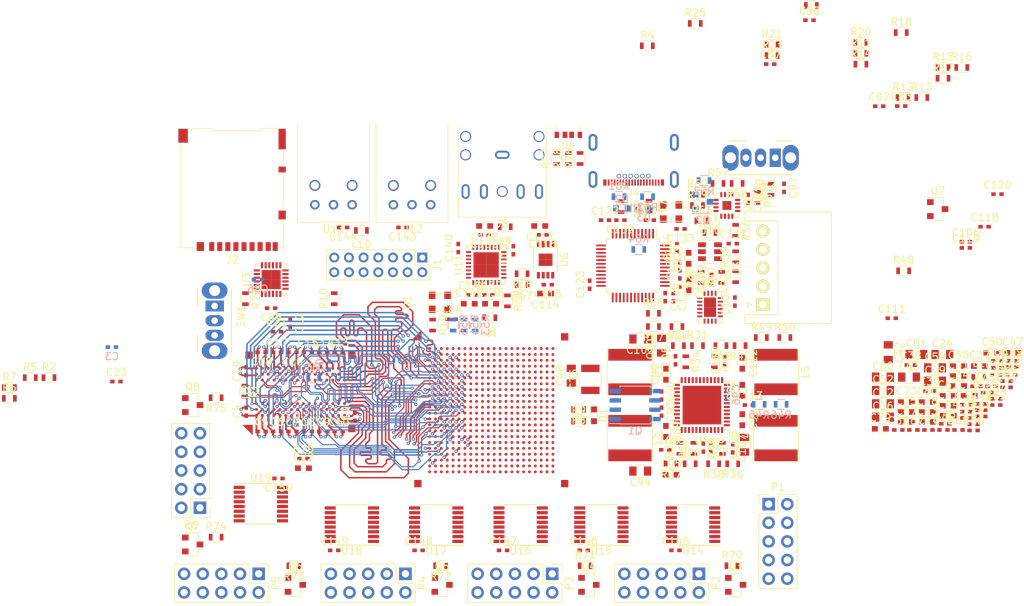
<source format=kicad_pcb>
(kicad_pcb (version 20171130) (host pcbnew "(5.0.0)")
  (layers (0 F.Cu signal) (1 In1.Cu signal hide) (2 In2.Cu signal) (3 In3.Cu signal) (4 In4.Cu signal hide) (31 B.Cu signal) (34 B.Paste user) (35 F.Paste user) (36 B.SilkS user hide) (37 F.SilkS user hide) (38 B.Mask user hide) (39 F.Mask user) (44 Edge.Cuts user))
  (net 0 "")
  (net 1 /DDR/DDR_VREF)
  (net 2 +1V35)
  (net 3 GND)
  (net 4 +1V0)
  (net 5 +1V8)
  (net 6 +3V3)
  (net 7 "Net-(C73-Pad1)")
  (net 8 XADC_1V8)
  (net 9 XADC_1V25)
  (net 10 /SD/VREF0V9)
  (net 11 +5V)
  (net 12 "Net-(C93-Pad2)")
  (net 13 "Net-(C93-Pad1)")
  (net 14 /PowerSupply/SW_EN)
  (net 15 /PowerSupply/VREG)
  (net 16 "Net-(C99-Pad1)")
  (net 17 "Net-(C100-Pad1)")
  (net 18 "Net-(C100-Pad2)")
  (net 19 "Net-(C103-Pad2)")
  (net 20 VIN)
  (net 21 "Net-(C105-Pad2)")
  (net 22 "Net-(C106-Pad2)")
  (net 23 "Net-(C106-Pad1)")
  (net 24 "Net-(C107-Pad2)")
  (net 25 "Net-(C109-Pad1)")
  (net 26 "Net-(C110-Pad2)")
  (net 27 "Net-(C111-Pad1)")
  (net 28 "Net-(C111-Pad2)")
  (net 29 HP_3V3)
  (net 30 "Net-(C118-Pad1)")
  (net 31 "Net-(C121-Pad1)")
  (net 32 +3.3VA)
  (net 33 "Net-(C127-Pad1)")
  (net 34 "Net-(C128-Pad1)")
  (net 35 /USB/VPLL)
  (net 36 /USB/VPHY)
  (net 37 "Net-(C136-Pad1)")
  (net 38 "Net-(C138-Pad1)")
  (net 39 "Net-(C140-Pad1)")
  (net 40 "Net-(C141-Pad1)")
  (net 41 "Net-(C144-Pad1)")
  (net 42 "Net-(D1-Pad2)")
  (net 43 /USB/DP)
  (net 44 /USB/DM)
  (net 45 "Net-(D4-Pad1)")
  (net 46 "Net-(D4-Pad3)")
  (net 47 "Net-(D4-Pad4)")
  (net 48 PS_SRST_B)
  (net 49 /Config/TDI)
  (net 50 /Config/TDO)
  (net 51 /Config/TCK)
  (net 52 /Config/TMS)
  (net 53 "Net-(J2-Pad7)")
  (net 54 "Net-(J2-Pad5)")
  (net 55 "Net-(J2-Pad3)")
  (net 56 "Net-(J2-Pad2)")
  (net 57 "Net-(J2-Pad1)")
  (net 58 "Net-(J2-Pad8)")
  (net 59 /SD/SD_CD)
  (net 60 "Net-(J3-Pad1)")
  (net 61 "Net-(J4-PadA5)")
  (net 62 "Net-(J4-PadB5)")
  (net 63 "Net-(J5-Pad1)")
  (net 64 "Net-(J5-Pad2)")
  (net 65 "Net-(J5-Pad3)")
  (net 66 "Net-(O1-Pad3)")
  (net 67 "Net-(O2-Pad3)")
  (net 68 /I/F/1_SSCK)
  (net 69 /I/F/1_SRXD)
  (net 70 /I/F/1_STXD)
  (net 71 /I/F/1_HSCK)
  (net 72 /I/F/1_HRXD)
  (net 73 /I/F/1_HTXD)
  (net 74 "Net-(P1-Pad9)")
  (net 75 "Net-(P2-Pad9)")
  (net 76 /I/F/2_HTXD)
  (net 77 /I/F/2_HRXD)
  (net 78 /I/F/2_HSCK)
  (net 79 /I/F/2_STXD)
  (net 80 /I/F/2_SRXD)
  (net 81 /I/F/2_SSCK)
  (net 82 /I/F/3_SSCK)
  (net 83 /I/F/3_SRXD)
  (net 84 /I/F/3_STXD)
  (net 85 /I/F/3_HSCK)
  (net 86 /I/F/3_HRXD)
  (net 87 /I/F/3_HTXD)
  (net 88 "Net-(P3-Pad9)")
  (net 89 "Net-(P4-Pad9)")
  (net 90 /I/F/4_HTXD)
  (net 91 /I/F/4_HRXD)
  (net 92 /I/F/4_HSCK)
  (net 93 /I/F/4_STXD)
  (net 94 /I/F/4_SRXD)
  (net 95 /I/F/4_SSCK)
  (net 96 "Net-(P5-Pad9)")
  (net 97 /I/F/5_HTXD)
  (net 98 /I/F/5_HRXD)
  (net 99 /I/F/5_HSCK)
  (net 100 /I/F/5_STXD)
  (net 101 /I/F/5_SRXD)
  (net 102 /I/F/5_SSCK)
  (net 103 /I/F/6_SSCK)
  (net 104 /I/F/6_SRXD)
  (net 105 /I/F/6_STXD)
  (net 106 /I/F/6_HSCK)
  (net 107 /I/F/6_HRXD)
  (net 108 /I/F/6_HTXD)
  (net 109 "Net-(P6-Pad9)")
  (net 110 "Net-(Q1-Pad4)")
  (net 111 "Net-(Q1-Pad2)")
  (net 112 "Net-(Q2-Pad1)")
  (net 113 "Net-(Q3-Pad1)")
  (net 114 "Net-(Q4-Pad1)")
  (net 115 "Net-(Q5-Pad1)")
  (net 116 "Net-(Q6-Pad1)")
  (net 117 "Net-(Q7-Pad1)")
  (net 118 "Net-(Q8-Pad1)")
  (net 119 /DDR/DDR_CK_P)
  (net 120 /DDR/DDR_CK_N)
  (net 121 /DDR/DDR_DRST)
  (net 122 "Net-(R3-Pad1)")
  (net 123 "Net-(R4-Pad1)")
  (net 124 "Net-(R5-Pad1)")
  (net 125 /Config/DONE)
  (net 126 "Net-(R11-Pad2)")
  (net 127 "Net-(R12-Pad1)")
  (net 128 /Config/VMODE1)
  (net 129 /Config/VMODE0)
  (net 130 /Config/BOOT_MODE1)
  (net 131 /Config/BOOT_MODE3)
  (net 132 /Config/BOOT_MODE4)
  (net 133 /Config/BOOT_MODE0)
  (net 134 "Net-(R18-Pad2)")
  (net 135 /Config/PS_CLK)
  (net 136 /Config/BOOT_MODE2)
  (net 137 /SD/SD_CLK)
  (net 138 "Net-(R21-Pad2)")
  (net 139 "Net-(R22-Pad1)")
  (net 140 "Net-(R26-Pad1)")
  (net 141 "Net-(R29-Pad2)")
  (net 142 "Net-(R30-Pad2)")
  (net 143 "Net-(R32-Pad2)")
  (net 144 "Net-(R33-Pad2)")
  (net 145 "Net-(R34-Pad2)")
  (net 146 "Net-(R35-Pad2)")
  (net 147 "Net-(R36-Pad2)")
  (net 148 "Net-(R37-Pad1)")
  (net 149 "Net-(R40-Pad1)")
  (net 150 "Net-(R41-Pad2)")
  (net 151 "Net-(R42-Pad2)")
  (net 152 "Net-(R44-Pad2)")
  (net 153 "Net-(R45-Pad2)")
  (net 154 PG_ALL)
  (net 155 "Net-(R51-Pad2)")
  (net 156 VBUS_0.5A)
  (net 157 VBUS_1.5A)
  (net 158 VBUS_3.0A)
  (net 159 "Net-(R57-Pad2)")
  (net 160 "Net-(R58-Pad2)")
  (net 161 "Net-(R59-Pad2)")
  (net 162 "Net-(R60-Pad2)")
  (net 163 "Net-(R63-Pad2)")
  (net 164 "Net-(R64-Pad2)")
  (net 165 "Net-(R65-Pad2)")
  (net 166 USB_RSTN)
  (net 167 HP_SCL)
  (net 168 HP_SDA)
  (net 169 HP_RSTN)
  (net 170 IF1_RST)
  (net 171 IF2_RST)
  (net 172 IF3_RST)
  (net 173 IF4_RST)
  (net 174 IF5_RST)
  (net 175 IF6_RST)
  (net 176 /PL_IO/R)
  (net 177 /PL_IO/G)
  (net 178 /PL_IO/B)
  (net 179 IF2_HSCK)
  (net 180 IF2_SRXD)
  (net 181 IF1_HTXD)
  (net 182 IF1_HRXD)
  (net 183 IF1_STXD)
  (net 184 IF1_SSCK)
  (net 185 USB_DBUS4)
  (net 186 USB_DBUS7)
  (net 187 USB_DBUS1)
  (net 188 HP_SDT)
  (net 189 IF2_HRXD)
  (net 190 IF2_STXD)
  (net 191 IF2_SSCK)
  (net 192 IF1_HSCK)
  (net 193 IF1_SRXD)
  (net 194 USB_DBUS6)
  (net 195 USB_DBUS3)
  (net 196 USB_DBUS0)
  (net 197 HP_LRCK)
  (net 198 SPDIF_OUT)
  (net 199 IF2_HTXD)
  (net 200 USB_TXE#)
  (net 201 USB_DBUS2)
  (net 202 USB_CLK60)
  (net 203 SPDIF_IN)
  (net 204 IF3_SSCK)
  (net 205 USB_OE#)
  (net 206 USB_SIWU#)
  (net 207 USB_DBUS5)
  (net 208 HP_BCLK)
  (net 209 IF3_SRXD)
  (net 210 USB_WR#)
  (net 211 USB_RD#)
  (net 212 HP_MCLK)
  (net 213 IF3_STXD)
  (net 214 IF3_HSCK)
  (net 215 USB_RXF#)
  (net 216 IF3_HRXD)
  (net 217 IF3_HTXD)
  (net 218 USB_CBUS7)
  (net 219 USB_CBUS9)
  (net 220 IF4_SSCK)
  (net 221 IF4_SRXD)
  (net 222 USB_CBUS8)
  (net 223 IF4_STXD)
  (net 224 IF4_HSCK)
  (net 225 IF4_HRXD)
  (net 226 IF4_HTXD)
  (net 227 /SD/SD_D2)
  (net 228 IF5_SSCK)
  (net 229 IF5_SRXD)
  (net 230 IF5_STXD)
  (net 231 IF5_HSCK)
  (net 232 /SD/SD_D1)
  (net 233 IF5_HRXD)
  (net 234 IF5_HTXD)
  (net 235 /SD/SD_D3)
  (net 236 IF6_SSCK)
  (net 237 /SD/SD_D0)
  (net 238 /SD/SD_CMD)
  (net 239 IF6_SRXD)
  (net 240 IF6_STXD)
  (net 241 /DDR/DDR_BA0)
  (net 242 /DDR/DDR_A6)
  (net 243 IF6_HSCK)
  (net 244 IF6_HRXD)
  (net 245 /DDR/DDR_CS)
  (net 246 /DDR/DDR_BA2)
  (net 247 /DDR/DDR_BA1)
  (net 248 /DDR/DDR_A4)
  (net 249 /DDR/DDR_A7)
  (net 250 IF6_HTXD)
  (net 251 /DDR/DDR_RAS)
  (net 252 /DDR/DDR_ODT)
  (net 253 /DDR/DDR_A1)
  (net 254 /DDR/DDR_A5)
  (net 255 /DDR/DDR_A8)
  (net 256 /DDR/DDR_A9)
  (net 257 /DDR/DDR_A11)
  (net 258 /DDR/DDR_WE)
  (net 259 /DDR/DDR_A0)
  (net 260 /DDR/DDR_A3)
  (net 261 /DDR/DDR_A2)
  (net 262 /DDR/DDR_A12)
  (net 263 /DDR/DDR_A14)
  (net 264 /DDR/DDR_A13)
  (net 265 /DDR/DDR_CKE)
  (net 266 /DDR/DDR_CAS)
  (net 267 /DDR/DDR_DQ12)
  (net 268 /DDR/DDR_DQ15)
  (net 269 /DDR/DDR_A10)
  (net 270 /DDR/DDR_DM1)
  (net 271 /DDR/DDR_DQ4)
  (net 272 /DDR/DDR_DQ3)
  (net 273 /DDR/DDR_DQ1)
  (net 274 /DDR/DDR_DQ11)
  (net 275 /DDR/DDR_DQS_1_N)
  (net 276 /DDR/DDR_DQS_1_P)
  (net 277 /DDR/DDR_DQ8)
  (net 278 /DDR/DDR_DQ6)
  (net 279 /DDR/DDR_DQS_0_N)
  (net 280 /DDR/DDR_DQS_0_P)
  (net 281 /DDR/DDR_DQ2)
  (net 282 /DDR/DDR_DQ10)
  (net 283 /DDR/DDR_DQ13)
  (net 284 /DDR/DDR_DQ14)
  (net 285 /DDR/DDR_DQ9)
  (net 286 /DDR/DDR_DQ7)
  (net 287 /DDR/DDR_DQ5)
  (net 288 /DDR/DDR_DQ0)
  (net 289 /DDR/DDR_DM0)
  (net 290 "Net-(U10-Pad5)")
  (net 291 "Net-(U10-Pad4)")
  (module KiCad_Footprints:BGA-96_2x3x16_9.0x13.0mm_Pitch0.8mm (layer F.Cu) (at 49.7 96.2 90)
    (fp_text reference U2 (at 0 -7.4 90) (layer F.SilkS))
    (fp_text value IS43TR16256AL-125KBL)
    (pad "" smd trapezoid (at -4.5 -6.5 315) (size 1 1) (rect_delta 0 0.999999) (drill (offset 0 0.5)) (layers F.Cu F.Mask))
    (pad "" smd rect (at 4.5 6.5 270) (size 1 1) (drill (offset -0.5 -0.5)) (layers F.Cu F.Mask))
    (pad "" smd rect (at -4.5 6.5 180) (size 1 1) (drill (offset -0.5 -0.5)) (layers F.Cu F.Mask))
    (pad "" smd rect (at 4.5 -6.5) (size 1 1) (drill (offset -0.5 -0.5)) (layers F.Cu F.Mask))
    (pad A1 smd circle (at -3.2 -6 90) (size 0.4 0.4) (layers F.Cu F.Paste F.Mask) (net 2 +1V35))
    (pad A2 smd circle (at -2.4 -6 90) (size 0.4 0.4) (layers F.Cu F.Paste F.Mask) (net 283 /DDR/DDR_DQ13))
    (pad A3 smd circle (at -1.6 -6 90) (size 0.4 0.4) (layers F.Cu F.Paste F.Mask) (net 268 /DDR/DDR_DQ15))
    (pad A7 smd circle (at 1.6 -6 90) (size 0.4 0.4) (layers F.Cu F.Paste F.Mask) (net 267 /DDR/DDR_DQ12))
    (pad A8 smd circle (at 2.4 -6 90) (size 0.4 0.4) (layers F.Cu F.Paste F.Mask) (net 2 +1V35))
    (pad A9 smd circle (at 3.2 -6 90) (size 0.4 0.4) (layers F.Cu F.Paste F.Mask) (net 3 GND))
    (pad B1 smd circle (at -3.2 -5.2 90) (size 0.4 0.4) (layers F.Cu F.Paste F.Mask) (net 3 GND))
    (pad B2 smd circle (at -2.4 -5.2 90) (size 0.4 0.4) (layers F.Cu F.Paste F.Mask) (net 2 +1V35))
    (pad B3 smd circle (at -1.6 -5.2 90) (size 0.4 0.4) (layers F.Cu F.Paste F.Mask) (net 3 GND))
    (pad B7 smd circle (at 1.6 -5.2 90) (size 0.4 0.4) (layers F.Cu F.Paste F.Mask) (net 275 /DDR/DDR_DQS_1_N))
    (pad B8 smd circle (at 2.4 -5.2 90) (size 0.4 0.4) (layers F.Cu F.Paste F.Mask) (net 284 /DDR/DDR_DQ14))
    (pad B9 smd circle (at 3.2 -5.2 90) (size 0.4 0.4) (layers F.Cu F.Paste F.Mask) (net 3 GND))
    (pad C1 smd circle (at -3.2 -4.4 90) (size 0.4 0.4) (layers F.Cu F.Paste F.Mask) (net 2 +1V35))
    (pad C2 smd circle (at -2.4 -4.4 90) (size 0.4 0.4) (layers F.Cu F.Paste F.Mask) (net 274 /DDR/DDR_DQ11))
    (pad C3 smd circle (at -1.6 -4.4 90) (size 0.4 0.4) (layers F.Cu F.Paste F.Mask) (net 285 /DDR/DDR_DQ9))
    (pad C7 smd circle (at 1.6 -4.4 90) (size 0.4 0.4) (layers F.Cu F.Paste F.Mask) (net 276 /DDR/DDR_DQS_1_P))
    (pad C8 smd circle (at 2.4 -4.4 90) (size 0.4 0.4) (layers F.Cu F.Paste F.Mask) (net 282 /DDR/DDR_DQ10))
    (pad C9 smd circle (at 3.2 -4.4 90) (size 0.4 0.4) (layers F.Cu F.Paste F.Mask) (net 2 +1V35))
    (pad D1 smd circle (at -3.2 -3.6 90) (size 0.4 0.4) (layers F.Cu F.Paste F.Mask) (net 3 GND))
    (pad D2 smd circle (at -2.4 -3.6 90) (size 0.4 0.4) (layers F.Cu F.Paste F.Mask) (net 2 +1V35))
    (pad D3 smd circle (at -1.6 -3.6 90) (size 0.4 0.4) (layers F.Cu F.Paste F.Mask) (net 270 /DDR/DDR_DM1))
    (pad D7 smd circle (at 1.6 -3.6 90) (size 0.4 0.4) (layers F.Cu F.Paste F.Mask) (net 277 /DDR/DDR_DQ8))
    (pad D8 smd circle (at 2.4 -3.6 90) (size 0.4 0.4) (layers F.Cu F.Paste F.Mask) (net 3 GND))
    (pad D9 smd circle (at 3.2 -3.6 90) (size 0.4 0.4) (layers F.Cu F.Paste F.Mask) (net 2 +1V35))
    (pad E1 smd circle (at -3.2 -2.8 90) (size 0.4 0.4) (layers F.Cu F.Paste F.Mask) (net 3 GND))
    (pad E2 smd circle (at -2.4 -2.8 90) (size 0.4 0.4) (layers F.Cu F.Paste F.Mask) (net 3 GND))
    (pad E3 smd circle (at -1.6 -2.8 90) (size 0.4 0.4) (layers F.Cu F.Paste F.Mask) (net 288 /DDR/DDR_DQ0))
    (pad E7 smd circle (at 1.6 -2.8 90) (size 0.4 0.4) (layers F.Cu F.Paste F.Mask) (net 289 /DDR/DDR_DM0))
    (pad E8 smd circle (at 2.4 -2.8 90) (size 0.4 0.4) (layers F.Cu F.Paste F.Mask) (net 3 GND))
    (pad E9 smd circle (at 3.2 -2.8 90) (size 0.4 0.4) (layers F.Cu F.Paste F.Mask) (net 2 +1V35))
    (pad F1 smd circle (at -3.2 -2 90) (size 0.4 0.4) (layers F.Cu F.Paste F.Mask) (net 2 +1V35))
    (pad F2 smd circle (at -2.4 -2 90) (size 0.4 0.4) (layers F.Cu F.Paste F.Mask) (net 281 /DDR/DDR_DQ2))
    (pad F3 smd circle (at -1.6 -2 90) (size 0.4 0.4) (layers F.Cu F.Paste F.Mask) (net 280 /DDR/DDR_DQS_0_P))
    (pad F7 smd circle (at 1.6 -2 90) (size 0.4 0.4) (layers F.Cu F.Paste F.Mask) (net 273 /DDR/DDR_DQ1))
    (pad F8 smd circle (at 2.4 -2 90) (size 0.4 0.4) (layers F.Cu F.Paste F.Mask) (net 272 /DDR/DDR_DQ3))
    (pad F9 smd circle (at 3.2 -2 90) (size 0.4 0.4) (layers F.Cu F.Paste F.Mask) (net 3 GND))
    (pad G1 smd circle (at -3.2 -1.2 90) (size 0.4 0.4) (layers F.Cu F.Paste F.Mask) (net 3 GND))
    (pad G2 smd circle (at -2.4 -1.2 90) (size 0.4 0.4) (layers F.Cu F.Paste F.Mask) (net 278 /DDR/DDR_DQ6))
    (pad G3 smd circle (at -1.6 -1.2 90) (size 0.4 0.4) (layers F.Cu F.Paste F.Mask) (net 279 /DDR/DDR_DQS_0_N))
    (pad G7 smd circle (at 1.6 -1.2 90) (size 0.4 0.4) (layers F.Cu F.Paste F.Mask) (net 2 +1V35))
    (pad G8 smd circle (at 2.4 -1.2 90) (size 0.4 0.4) (layers F.Cu F.Paste F.Mask) (net 3 GND))
    (pad G9 smd circle (at 3.2 -1.2 90) (size 0.4 0.4) (layers F.Cu F.Paste F.Mask) (net 3 GND))
    (pad H1 smd circle (at -3.2 -0.4 90) (size 0.4 0.4) (layers F.Cu F.Paste F.Mask) (net 1 /DDR/DDR_VREF))
    (pad H2 smd circle (at -2.4 -0.4 90) (size 0.4 0.4) (layers F.Cu F.Paste F.Mask) (net 2 +1V35))
    (pad H3 smd circle (at -1.6 -0.4 90) (size 0.4 0.4) (layers F.Cu F.Paste F.Mask) (net 271 /DDR/DDR_DQ4))
    (pad H7 smd circle (at 1.6 -0.4 90) (size 0.4 0.4) (layers F.Cu F.Paste F.Mask) (net 286 /DDR/DDR_DQ7))
    (pad H8 smd circle (at 2.4 -0.4 90) (size 0.4 0.4) (layers F.Cu F.Paste F.Mask) (net 287 /DDR/DDR_DQ5))
    (pad H9 smd circle (at 3.2 -0.4 90) (size 0.4 0.4) (layers F.Cu F.Paste F.Mask) (net 2 +1V35))
    (pad J1 smd circle (at -3.2 0.4 90) (size 0.4 0.4) (layers F.Cu F.Paste F.Mask))
    (pad J2 smd circle (at -2.4 0.4 90) (size 0.4 0.4) (layers F.Cu F.Paste F.Mask) (net 3 GND))
    (pad J3 smd circle (at -1.6 0.4 90) (size 0.4 0.4) (layers F.Cu F.Paste F.Mask) (net 251 /DDR/DDR_RAS))
    (pad J7 smd circle (at 1.6 0.4 90) (size 0.4 0.4) (layers F.Cu F.Paste F.Mask) (net 119 /DDR/DDR_CK_P))
    (pad J8 smd circle (at 2.4 0.4 90) (size 0.4 0.4) (layers F.Cu F.Paste F.Mask) (net 3 GND))
    (pad J9 smd circle (at 3.2 0.4 90) (size 0.4 0.4) (layers F.Cu F.Paste F.Mask))
    (pad K1 smd circle (at -3.2 1.2 90) (size 0.4 0.4) (layers F.Cu F.Paste F.Mask) (net 252 /DDR/DDR_ODT))
    (pad K2 smd circle (at -2.4 1.2 90) (size 0.4 0.4) (layers F.Cu F.Paste F.Mask) (net 2 +1V35))
    (pad K3 smd circle (at -1.6 1.2 90) (size 0.4 0.4) (layers F.Cu F.Paste F.Mask) (net 266 /DDR/DDR_CAS))
    (pad K7 smd circle (at 1.6 1.2 90) (size 0.4 0.4) (layers F.Cu F.Paste F.Mask) (net 120 /DDR/DDR_CK_N))
    (pad K8 smd circle (at 2.4 1.2 90) (size 0.4 0.4) (layers F.Cu F.Paste F.Mask) (net 2 +1V35))
    (pad K9 smd circle (at 3.2 1.2 90) (size 0.4 0.4) (layers F.Cu F.Paste F.Mask) (net 265 /DDR/DDR_CKE))
    (pad L1 smd circle (at -3.2 2 90) (size 0.4 0.4) (layers F.Cu F.Paste F.Mask))
    (pad L2 smd circle (at -2.4 2 90) (size 0.4 0.4) (layers F.Cu F.Paste F.Mask) (net 245 /DDR/DDR_CS))
    (pad L3 smd circle (at -1.6 2 90) (size 0.4 0.4) (layers F.Cu F.Paste F.Mask) (net 258 /DDR/DDR_WE))
    (pad L7 smd circle (at 1.6 2 90) (size 0.4 0.4) (layers F.Cu F.Paste F.Mask) (net 269 /DDR/DDR_A10))
    (pad L8 smd circle (at 2.4 2 90) (size 0.4 0.4) (layers F.Cu F.Paste F.Mask) (net 122 "Net-(R3-Pad1)"))
    (pad L9 smd circle (at 3.2 2 90) (size 0.4 0.4) (layers F.Cu F.Paste F.Mask))
    (pad M1 smd circle (at -3.2 2.8 90) (size 0.4 0.4) (layers F.Cu F.Paste F.Mask) (net 3 GND))
    (pad M2 smd circle (at -2.4 2.8 90) (size 0.4 0.4) (layers F.Cu F.Paste F.Mask) (net 241 /DDR/DDR_BA0))
    (pad M3 smd circle (at -1.6 2.8 90) (size 0.4 0.4) (layers F.Cu F.Paste F.Mask) (net 246 /DDR/DDR_BA2))
    (pad M7 smd circle (at 1.6 2.8 90) (size 0.4 0.4) (layers F.Cu F.Paste F.Mask))
    (pad M8 smd circle (at 2.4 2.8 90) (size 0.4 0.4) (layers F.Cu F.Paste F.Mask) (net 1 /DDR/DDR_VREF))
    (pad M9 smd circle (at 3.2 2.8 90) (size 0.4 0.4) (layers F.Cu F.Paste F.Mask) (net 3 GND))
    (pad N1 smd circle (at -3.2 3.6 90) (size 0.4 0.4) (layers F.Cu F.Paste F.Mask) (net 2 +1V35))
    (pad N2 smd circle (at -2.4 3.6 90) (size 0.4 0.4) (layers F.Cu F.Paste F.Mask) (net 260 /DDR/DDR_A3))
    (pad N3 smd circle (at -1.6 3.6 90) (size 0.4 0.4) (layers F.Cu F.Paste F.Mask) (net 259 /DDR/DDR_A0))
    (pad N7 smd circle (at 1.6 3.6 90) (size 0.4 0.4) (layers F.Cu F.Paste F.Mask) (net 262 /DDR/DDR_A12))
    (pad N8 smd circle (at 2.4 3.6 90) (size 0.4 0.4) (layers F.Cu F.Paste F.Mask) (net 247 /DDR/DDR_BA1))
    (pad N9 smd circle (at 3.2 3.6 90) (size 0.4 0.4) (layers F.Cu F.Paste F.Mask) (net 2 +1V35))
    (pad P1 smd circle (at -3.2 4.4 90) (size 0.4 0.4) (layers F.Cu F.Paste F.Mask) (net 3 GND))
    (pad P2 smd circle (at -2.4 4.4 90) (size 0.4 0.4) (layers F.Cu F.Paste F.Mask) (net 254 /DDR/DDR_A5))
    (pad P3 smd circle (at -1.6 4.4 90) (size 0.4 0.4) (layers F.Cu F.Paste F.Mask) (net 261 /DDR/DDR_A2))
    (pad P7 smd circle (at 1.6 4.4 90) (size 0.4 0.4) (layers F.Cu F.Paste F.Mask) (net 253 /DDR/DDR_A1))
    (pad P8 smd circle (at 2.4 4.4 90) (size 0.4 0.4) (layers F.Cu F.Paste F.Mask) (net 248 /DDR/DDR_A4))
    (pad P9 smd circle (at 3.2 4.4 90) (size 0.4 0.4) (layers F.Cu F.Paste F.Mask) (net 3 GND))
    (pad R1 smd circle (at -3.2 5.2 90) (size 0.4 0.4) (layers F.Cu F.Paste F.Mask) (net 2 +1V35))
    (pad R2 smd circle (at -2.4 5.2 90) (size 0.4 0.4) (layers F.Cu F.Paste F.Mask) (net 249 /DDR/DDR_A7))
    (pad R3 smd circle (at -1.6 5.2 90) (size 0.4 0.4) (layers F.Cu F.Paste F.Mask) (net 256 /DDR/DDR_A9))
    (pad R7 smd circle (at 1.6 5.2 90) (size 0.4 0.4) (layers F.Cu F.Paste F.Mask) (net 257 /DDR/DDR_A11))
    (pad R8 smd circle (at 2.4 5.2 90) (size 0.4 0.4) (layers F.Cu F.Paste F.Mask) (net 242 /DDR/DDR_A6))
    (pad R9 smd circle (at 3.2 5.2 90) (size 0.4 0.4) (layers F.Cu F.Paste F.Mask) (net 2 +1V35))
    (pad T1 smd circle (at -3.2 6 90) (size 0.4 0.4) (layers F.Cu F.Paste F.Mask) (net 3 GND))
    (pad T2 smd circle (at -2.4 6 90) (size 0.4 0.4) (layers F.Cu F.Paste F.Mask) (net 121 /DDR/DDR_DRST))
    (pad T3 smd circle (at -1.6 6 90) (size 0.4 0.4) (layers F.Cu F.Paste F.Mask) (net 264 /DDR/DDR_A13))
    (pad T7 smd circle (at 1.6 6 90) (size 0.4 0.4) (layers F.Cu F.Paste F.Mask) (net 263 /DDR/DDR_A14))
    (pad T8 smd circle (at 2.4 6 90) (size 0.4 0.4) (layers F.Cu F.Paste F.Mask) (net 255 /DDR/DDR_A8))
    (pad T9 smd circle (at 3.2 6 90) (size 0.4 0.4) (layers F.Cu F.Paste F.Mask) (net 3 GND))
  )
  (module KiCad_Footprints:BGA-484_22x22_19.0x19.0mm (layer F.Cu) (at 75.7 98.7)
    (fp_text reference U1 (at 0 -10.5) (layer F.SilkS))
    (fp_text value XC7Z020-1CLG484C)
    (pad "" smd rect (at -9.5 9.5 90) (size 1 1) (drill (offset -0.5 -0.5)) (layers F.Cu F.Mask))
    (pad "" smd rect (at 9.5 9.5 180) (size 1 1) (drill (offset -0.5 -0.5)) (layers F.Cu F.Mask))
    (pad "" smd rect (at 9.5 -9.5 270) (size 1 1) (drill (offset -0.5 -0.5)) (layers F.Cu F.Mask))
    (pad "" smd trapezoid (at -9.5 -9.5 225) (size 1 1) (rect_delta 0 0.999999) (drill (offset 0 0.5)) (layers F.Cu F.Mask))
    (pad AB22 smd circle (at 8.4 8.4) (size 0.4 0.4) (layers F.Cu F.Paste F.Mask) (net 179 IF2_HSCK))
    (pad AA22 smd circle (at 8.4 7.6) (size 0.4 0.4) (layers F.Cu F.Paste F.Mask) (net 180 IF2_SRXD))
    (pad Y22 smd circle (at 8.4 6.8) (size 0.4 0.4) (layers F.Cu F.Paste F.Mask) (net 3 GND))
    (pad W22 smd circle (at 8.4 6) (size 0.4 0.4) (layers F.Cu F.Paste F.Mask) (net 181 IF1_HTXD))
    (pad V22 smd circle (at 8.4 5.2) (size 0.4 0.4) (layers F.Cu F.Paste F.Mask) (net 182 IF1_HRXD))
    (pad U22 smd circle (at 8.4 4.4) (size 0.4 0.4) (layers F.Cu F.Paste F.Mask) (net 183 IF1_STXD))
    (pad T22 smd circle (at 8.4 3.6) (size 0.4 0.4) (layers F.Cu F.Paste F.Mask) (net 184 IF1_SSCK))
    (pad R22 smd circle (at 8.4 2.8) (size 0.4 0.4) (layers F.Cu F.Paste F.Mask))
    (pad P22 smd circle (at 8.4 2) (size 0.4 0.4) (layers F.Cu F.Paste F.Mask))
    (pad N22 smd circle (at 8.4 1.2) (size 0.4 0.4) (layers F.Cu F.Paste F.Mask))
    (pad M22 smd circle (at 8.4 0.4) (size 0.4 0.4) (layers F.Cu F.Paste F.Mask))
    (pad L22 smd circle (at 8.4 -0.4) (size 0.4 0.4) (layers F.Cu F.Paste F.Mask))
    (pad K22 smd circle (at 8.4 -1.2) (size 0.4 0.4) (layers F.Cu F.Paste F.Mask) (net 3 GND))
    (pad J22 smd circle (at 8.4 -2) (size 0.4 0.4) (layers F.Cu F.Paste F.Mask))
    (pad H22 smd circle (at 8.4 -2.8) (size 0.4 0.4) (layers F.Cu F.Paste F.Mask) (net 219 USB_CBUS9))
    (pad G22 smd circle (at 8.4 -3.6) (size 0.4 0.4) (layers F.Cu F.Paste F.Mask) (net 218 USB_CBUS7))
    (pad F22 smd circle (at 8.4 -4.4) (size 0.4 0.4) (layers F.Cu F.Paste F.Mask) (net 210 USB_WR#))
    (pad E22 smd circle (at 8.4 -5.2) (size 0.4 0.4) (layers F.Cu F.Paste F.Mask) (net 6 +3V3))
    (pad D22 smd circle (at 8.4 -6) (size 0.4 0.4) (layers F.Cu F.Paste F.Mask) (net 186 USB_DBUS7))
    (pad C22 smd circle (at 8.4 -6.8) (size 0.4 0.4) (layers F.Cu F.Paste F.Mask) (net 185 USB_DBUS4))
    (pad B22 smd circle (at 8.4 -7.6) (size 0.4 0.4) (layers F.Cu F.Paste F.Mask) (net 195 USB_DBUS3))
    (pad A22 smd circle (at 8.4 -8.4) (size 0.4 0.4) (layers F.Cu F.Paste F.Mask) (net 187 USB_DBUS1))
    (pad AB21 smd circle (at 7.6 8.4) (size 0.4 0.4) (layers F.Cu F.Paste F.Mask) (net 189 IF2_HRXD))
    (pad AA21 smd circle (at 7.6 7.6) (size 0.4 0.4) (layers F.Cu F.Paste F.Mask) (net 190 IF2_STXD))
    (pad Y21 smd circle (at 7.6 6.8) (size 0.4 0.4) (layers F.Cu F.Paste F.Mask) (net 191 IF2_SSCK))
    (pad W21 smd circle (at 7.6 6) (size 0.4 0.4) (layers F.Cu F.Paste F.Mask) (net 170 IF1_RST))
    (pad V21 smd circle (at 7.6 5.2) (size 0.4 0.4) (layers F.Cu F.Paste F.Mask) (net 6 +3V3))
    (pad U21 smd circle (at 7.6 4.4) (size 0.4 0.4) (layers F.Cu F.Paste F.Mask) (net 192 IF1_HSCK))
    (pad T21 smd circle (at 7.6 3.6) (size 0.4 0.4) (layers F.Cu F.Paste F.Mask) (net 193 IF1_SRXD))
    (pad R21 smd circle (at 7.6 2.8) (size 0.4 0.4) (layers F.Cu F.Paste F.Mask))
    (pad P21 smd circle (at 7.6 2) (size 0.4 0.4) (layers F.Cu F.Paste F.Mask))
    (pad N21 smd circle (at 7.6 1.2) (size 0.4 0.4) (layers F.Cu F.Paste F.Mask) (net 3 GND))
    (pad M21 smd circle (at 7.6 0.4) (size 0.4 0.4) (layers F.Cu F.Paste F.Mask))
    (pad L21 smd circle (at 7.6 -0.4) (size 0.4 0.4) (layers F.Cu F.Paste F.Mask))
    (pad K21 smd circle (at 7.6 -1.2) (size 0.4 0.4) (layers F.Cu F.Paste F.Mask))
    (pad J21 smd circle (at 7.6 -2) (size 0.4 0.4) (layers F.Cu F.Paste F.Mask))
    (pad H21 smd circle (at 7.6 -2.8) (size 0.4 0.4) (layers F.Cu F.Paste F.Mask) (net 6 +3V3))
    (pad G21 smd circle (at 7.6 -3.6) (size 0.4 0.4) (layers F.Cu F.Paste F.Mask) (net 205 USB_OE#))
    (pad F21 smd circle (at 7.6 -4.4) (size 0.4 0.4) (layers F.Cu F.Paste F.Mask) (net 211 USB_RD#))
    (pad E21 smd circle (at 7.6 -5.2) (size 0.4 0.4) (layers F.Cu F.Paste F.Mask) (net 200 USB_TXE#))
    (pad D21 smd circle (at 7.6 -6) (size 0.4 0.4) (layers F.Cu F.Paste F.Mask) (net 194 USB_DBUS6))
    (pad C21 smd circle (at 7.6 -6.8) (size 0.4 0.4) (layers F.Cu F.Paste F.Mask) (net 3 GND))
    (pad B21 smd circle (at 7.6 -7.6) (size 0.4 0.4) (layers F.Cu F.Paste F.Mask) (net 201 USB_DBUS2))
    (pad A21 smd circle (at 7.6 -8.4) (size 0.4 0.4) (layers F.Cu F.Paste F.Mask) (net 196 USB_DBUS0))
    (pad AB20 smd circle (at 6.8 8.4) (size 0.4 0.4) (layers F.Cu F.Paste F.Mask) (net 199 IF2_HTXD))
    (pad AA20 smd circle (at 6.8 7.6) (size 0.4 0.4) (layers F.Cu F.Paste F.Mask) (net 6 +3V3))
    (pad Y20 smd circle (at 6.8 6.8) (size 0.4 0.4) (layers F.Cu F.Paste F.Mask))
    (pad W20 smd circle (at 6.8 6) (size 0.4 0.4) (layers F.Cu F.Paste F.Mask))
    (pad V20 smd circle (at 6.8 5.2) (size 0.4 0.4) (layers F.Cu F.Paste F.Mask))
    (pad U20 smd circle (at 6.8 4.4) (size 0.4 0.4) (layers F.Cu F.Paste F.Mask))
    (pad T20 smd circle (at 6.8 3.6) (size 0.4 0.4) (layers F.Cu F.Paste F.Mask) (net 3 GND))
    (pad R20 smd circle (at 6.8 2.8) (size 0.4 0.4) (layers F.Cu F.Paste F.Mask))
    (pad P20 smd circle (at 6.8 2) (size 0.4 0.4) (layers F.Cu F.Paste F.Mask))
    (pad N20 smd circle (at 6.8 1.2) (size 0.4 0.4) (layers F.Cu F.Paste F.Mask))
    (pad M20 smd circle (at 6.8 0.4) (size 0.4 0.4) (layers F.Cu F.Paste F.Mask))
    (pad L20 smd circle (at 6.8 -0.4) (size 0.4 0.4) (layers F.Cu F.Paste F.Mask))
    (pad K20 smd circle (at 6.8 -1.2) (size 0.4 0.4) (layers F.Cu F.Paste F.Mask))
    (pad J20 smd circle (at 6.8 -2) (size 0.4 0.4) (layers F.Cu F.Paste F.Mask))
    (pad H20 smd circle (at 6.8 -2.8) (size 0.4 0.4) (layers F.Cu F.Paste F.Mask) (net 222 USB_CBUS8))
    (pad G20 smd circle (at 6.8 -3.6) (size 0.4 0.4) (layers F.Cu F.Paste F.Mask) (net 206 USB_SIWU#))
    (pad F20 smd circle (at 6.8 -4.4) (size 0.4 0.4) (layers F.Cu F.Paste F.Mask) (net 3 GND))
    (pad E20 smd circle (at 6.8 -5.2) (size 0.4 0.4) (layers F.Cu F.Paste F.Mask) (net 215 USB_RXF#))
    (pad D20 smd circle (at 6.8 -6) (size 0.4 0.4) (layers F.Cu F.Paste F.Mask) (net 207 USB_DBUS5))
    (pad C20 smd circle (at 6.8 -6.8) (size 0.4 0.4) (layers F.Cu F.Paste F.Mask))
    (pad B20 smd circle (at 6.8 -7.6) (size 0.4 0.4) (layers F.Cu F.Paste F.Mask) (net 202 USB_CLK60))
    (pad A20 smd circle (at 6.8 -8.4) (size 0.4 0.4) (layers F.Cu F.Paste F.Mask) (net 6 +3V3))
    (pad AB19 smd circle (at 6 8.4) (size 0.4 0.4) (layers F.Cu F.Paste F.Mask) (net 171 IF2_RST))
    (pad AA19 smd circle (at 6 7.6) (size 0.4 0.4) (layers F.Cu F.Paste F.Mask) (net 204 IF3_SSCK))
    (pad Y19 smd circle (at 6 6.8) (size 0.4 0.4) (layers F.Cu F.Paste F.Mask))
    (pad W19 smd circle (at 6 6) (size 0.4 0.4) (layers F.Cu F.Paste F.Mask) (net 3 GND))
    (pad V19 smd circle (at 6 5.2) (size 0.4 0.4) (layers F.Cu F.Paste F.Mask))
    (pad U19 smd circle (at 6 4.4) (size 0.4 0.4) (layers F.Cu F.Paste F.Mask))
    (pad T19 smd circle (at 6 3.6) (size 0.4 0.4) (layers F.Cu F.Paste F.Mask))
    (pad R19 smd circle (at 6 2.8) (size 0.4 0.4) (layers F.Cu F.Paste F.Mask))
    (pad P19 smd circle (at 6 2) (size 0.4 0.4) (layers F.Cu F.Paste F.Mask))
    (pad N19 smd circle (at 6 1.2) (size 0.4 0.4) (layers F.Cu F.Paste F.Mask))
    (pad M19 smd circle (at 6 0.4) (size 0.4 0.4) (layers F.Cu F.Paste F.Mask))
    (pad L19 smd circle (at 6 -0.4) (size 0.4 0.4) (layers F.Cu F.Paste F.Mask))
    (pad K19 smd circle (at 6 -1.2) (size 0.4 0.4) (layers F.Cu F.Paste F.Mask))
    (pad J19 smd circle (at 6 -2) (size 0.4 0.4) (layers F.Cu F.Paste F.Mask) (net 3 GND))
    (pad H19 smd circle (at 6 -2.8) (size 0.4 0.4) (layers F.Cu F.Paste F.Mask) (net 177 /PL_IO/G))
    (pad G19 smd circle (at 6 -3.6) (size 0.4 0.4) (layers F.Cu F.Paste F.Mask) (net 166 USB_RSTN))
    (pad F19 smd circle (at 6 -4.4) (size 0.4 0.4) (layers F.Cu F.Paste F.Mask))
    (pad E19 smd circle (at 6 -5.2) (size 0.4 0.4) (layers F.Cu F.Paste F.Mask))
    (pad D19 smd circle (at 6 -6) (size 0.4 0.4) (layers F.Cu F.Paste F.Mask) (net 6 +3V3))
    (pad C19 smd circle (at 6 -6.8) (size 0.4 0.4) (layers F.Cu F.Paste F.Mask) (net 208 HP_BCLK))
    (pad B19 smd circle (at 6 -7.6) (size 0.4 0.4) (layers F.Cu F.Paste F.Mask))
    (pad A19 smd circle (at 6 -8.4) (size 0.4 0.4) (layers F.Cu F.Paste F.Mask) (net 188 HP_SDT))
    (pad AB18 smd circle (at 5.2 8.4) (size 0.4 0.4) (layers F.Cu F.Paste F.Mask) (net 3 GND))
    (pad AA18 smd circle (at 5.2 7.6) (size 0.4 0.4) (layers F.Cu F.Paste F.Mask) (net 209 IF3_SRXD))
    (pad Y18 smd circle (at 5.2 6.8) (size 0.4 0.4) (layers F.Cu F.Paste F.Mask))
    (pad W18 smd circle (at 5.2 6) (size 0.4 0.4) (layers F.Cu F.Paste F.Mask))
    (pad V18 smd circle (at 5.2 5.2) (size 0.4 0.4) (layers F.Cu F.Paste F.Mask))
    (pad U18 smd circle (at 5.2 4.4) (size 0.4 0.4) (layers F.Cu F.Paste F.Mask) (net 6 +3V3))
    (pad T18 smd circle (at 5.2 3.6) (size 0.4 0.4) (layers F.Cu F.Paste F.Mask))
    (pad R18 smd circle (at 5.2 2.8) (size 0.4 0.4) (layers F.Cu F.Paste F.Mask))
    (pad P18 smd circle (at 5.2 2) (size 0.4 0.4) (layers F.Cu F.Paste F.Mask))
    (pad N18 smd circle (at 5.2 1.2) (size 0.4 0.4) (layers F.Cu F.Paste F.Mask))
    (pad M18 smd circle (at 5.2 0.4) (size 0.4 0.4) (layers F.Cu F.Paste F.Mask) (net 3 GND))
    (pad L18 smd circle (at 5.2 -0.4) (size 0.4 0.4) (layers F.Cu F.Paste F.Mask))
    (pad K18 smd circle (at 5.2 -1.2) (size 0.4 0.4) (layers F.Cu F.Paste F.Mask))
    (pad J18 smd circle (at 5.2 -2) (size 0.4 0.4) (layers F.Cu F.Paste F.Mask))
    (pad H18 smd circle (at 5.2 -2.8) (size 0.4 0.4) (layers F.Cu F.Paste F.Mask) (net 178 /PL_IO/B))
    (pad G18 smd circle (at 5.2 -3.6) (size 0.4 0.4) (layers F.Cu F.Paste F.Mask) (net 6 +3V3))
    (pad F18 smd circle (at 5.2 -4.4) (size 0.4 0.4) (layers F.Cu F.Paste F.Mask))
    (pad E18 smd circle (at 5.2 -5.2) (size 0.4 0.4) (layers F.Cu F.Paste F.Mask))
    (pad D18 smd circle (at 5.2 -6) (size 0.4 0.4) (layers F.Cu F.Paste F.Mask) (net 212 HP_MCLK))
    (pad C18 smd circle (at 5.2 -6.8) (size 0.4 0.4) (layers F.Cu F.Paste F.Mask))
    (pad B18 smd circle (at 5.2 -7.6) (size 0.4 0.4) (layers F.Cu F.Paste F.Mask) (net 3 GND))
    (pad A18 smd circle (at 5.2 -8.4) (size 0.4 0.4) (layers F.Cu F.Paste F.Mask) (net 197 HP_LRCK))
    (pad AB17 smd circle (at 4.4 8.4) (size 0.4 0.4) (layers F.Cu F.Paste F.Mask) (net 213 IF3_STXD))
    (pad AA17 smd circle (at 4.4 7.6) (size 0.4 0.4) (layers F.Cu F.Paste F.Mask) (net 214 IF3_HSCK))
    (pad Y17 smd circle (at 4.4 6.8) (size 0.4 0.4) (layers F.Cu F.Paste F.Mask) (net 6 +3V3))
    (pad W17 smd circle (at 4.4 6) (size 0.4 0.4) (layers F.Cu F.Paste F.Mask))
    (pad V17 smd circle (at 4.4 5.2) (size 0.4 0.4) (layers F.Cu F.Paste F.Mask))
    (pad U17 smd circle (at 4.4 4.4) (size 0.4 0.4) (layers F.Cu F.Paste F.Mask))
    (pad T17 smd circle (at 4.4 3.6) (size 0.4 0.4) (layers F.Cu F.Paste F.Mask))
    (pad R17 smd circle (at 4.4 2.8) (size 0.4 0.4) (layers F.Cu F.Paste F.Mask) (net 3 GND))
    (pad P17 smd circle (at 4.4 2) (size 0.4 0.4) (layers F.Cu F.Paste F.Mask))
    (pad N17 smd circle (at 4.4 1.2) (size 0.4 0.4) (layers F.Cu F.Paste F.Mask))
    (pad M17 smd circle (at 4.4 0.4) (size 0.4 0.4) (layers F.Cu F.Paste F.Mask))
    (pad L17 smd circle (at 4.4 -0.4) (size 0.4 0.4) (layers F.Cu F.Paste F.Mask))
    (pad K17 smd circle (at 4.4 -1.2) (size 0.4 0.4) (layers F.Cu F.Paste F.Mask))
    (pad J17 smd circle (at 4.4 -2) (size 0.4 0.4) (layers F.Cu F.Paste F.Mask))
    (pad H17 smd circle (at 4.4 -2.8) (size 0.4 0.4) (layers F.Cu F.Paste F.Mask) (net 176 /PL_IO/R))
    (pad G17 smd circle (at 4.4 -3.6) (size 0.4 0.4) (layers F.Cu F.Paste F.Mask))
    (pad F17 smd circle (at 4.4 -4.4) (size 0.4 0.4) (layers F.Cu F.Paste F.Mask))
    (pad E17 smd circle (at 4.4 -5.2) (size 0.4 0.4) (layers F.Cu F.Paste F.Mask) (net 3 GND))
    (pad D17 smd circle (at 4.4 -6) (size 0.4 0.4) (layers F.Cu F.Paste F.Mask))
    (pad C17 smd circle (at 4.4 -6.8) (size 0.4 0.4) (layers F.Cu F.Paste F.Mask))
    (pad B17 smd circle (at 4.4 -7.6) (size 0.4 0.4) (layers F.Cu F.Paste F.Mask))
    (pad A17 smd circle (at 4.4 -8.4) (size 0.4 0.4) (layers F.Cu F.Paste F.Mask) (net 198 SPDIF_OUT))
    (pad AB16 smd circle (at 3.6 8.4) (size 0.4 0.4) (layers F.Cu F.Paste F.Mask) (net 216 IF3_HRXD))
    (pad AA16 smd circle (at 3.6 7.6) (size 0.4 0.4) (layers F.Cu F.Paste F.Mask) (net 217 IF3_HTXD))
    (pad Y16 smd circle (at 3.6 6.8) (size 0.4 0.4) (layers F.Cu F.Paste F.Mask) (net 172 IF3_RST))
    (pad W16 smd circle (at 3.6 6) (size 0.4 0.4) (layers F.Cu F.Paste F.Mask))
    (pad V16 smd circle (at 3.6 5.2) (size 0.4 0.4) (layers F.Cu F.Paste F.Mask) (net 3 GND))
    (pad U16 smd circle (at 3.6 4.4) (size 0.4 0.4) (layers F.Cu F.Paste F.Mask))
    (pad T16 smd circle (at 3.6 3.6) (size 0.4 0.4) (layers F.Cu F.Paste F.Mask))
    (pad R16 smd circle (at 3.6 2.8) (size 0.4 0.4) (layers F.Cu F.Paste F.Mask))
    (pad P16 smd circle (at 3.6 2) (size 0.4 0.4) (layers F.Cu F.Paste F.Mask))
    (pad N16 smd circle (at 3.6 1.2) (size 0.4 0.4) (layers F.Cu F.Paste F.Mask))
    (pad M16 smd circle (at 3.6 0.4) (size 0.4 0.4) (layers F.Cu F.Paste F.Mask))
    (pad L16 smd circle (at 3.6 -0.4) (size 0.4 0.4) (layers F.Cu F.Paste F.Mask))
    (pad K16 smd circle (at 3.6 -1.2) (size 0.4 0.4) (layers F.Cu F.Paste F.Mask))
    (pad J16 smd circle (at 3.6 -2) (size 0.4 0.4) (layers F.Cu F.Paste F.Mask))
    (pad H16 smd circle (at 3.6 -2.8) (size 0.4 0.4) (layers F.Cu F.Paste F.Mask) (net 3 GND))
    (pad G16 smd circle (at 3.6 -3.6) (size 0.4 0.4) (layers F.Cu F.Paste F.Mask))
    (pad F16 smd circle (at 3.6 -4.4) (size 0.4 0.4) (layers F.Cu F.Paste F.Mask))
    (pad E16 smd circle (at 3.6 -5.2) (size 0.4 0.4) (layers F.Cu F.Paste F.Mask))
    (pad D16 smd circle (at 3.6 -6) (size 0.4 0.4) (layers F.Cu F.Paste F.Mask))
    (pad C16 smd circle (at 3.6 -6.8) (size 0.4 0.4) (layers F.Cu F.Paste F.Mask) (net 6 +3V3))
    (pad B16 smd circle (at 3.6 -7.6) (size 0.4 0.4) (layers F.Cu F.Paste F.Mask))
    (pad A16 smd circle (at 3.6 -8.4) (size 0.4 0.4) (layers F.Cu F.Paste F.Mask) (net 203 SPDIF_IN))
    (pad AB15 smd circle (at 2.8 8.4) (size 0.4 0.4) (layers F.Cu F.Paste F.Mask) (net 220 IF4_SSCK))
    (pad AA15 smd circle (at 2.8 7.6) (size 0.4 0.4) (layers F.Cu F.Paste F.Mask) (net 3 GND))
    (pad Y15 smd circle (at 2.8 6.8) (size 0.4 0.4) (layers F.Cu F.Paste F.Mask) (net 221 IF4_SRXD))
    (pad W15 smd circle (at 2.8 6) (size 0.4 0.4) (layers F.Cu F.Paste F.Mask))
    (pad V15 smd circle (at 2.8 5.2) (size 0.4 0.4) (layers F.Cu F.Paste F.Mask))
    (pad U15 smd circle (at 2.8 4.4) (size 0.4 0.4) (layers F.Cu F.Paste F.Mask))
    (pad T15 smd circle (at 2.8 3.6) (size 0.4 0.4) (layers F.Cu F.Paste F.Mask))
    (pad R15 smd circle (at 2.8 2.8) (size 0.4 0.4) (layers F.Cu F.Paste F.Mask))
    (pad P15 smd circle (at 2.8 2) (size 0.4 0.4) (layers F.Cu F.Paste F.Mask))
    (pad N15 smd circle (at 2.8 1.2) (size 0.4 0.4) (layers F.Cu F.Paste F.Mask))
    (pad M15 smd circle (at 2.8 0.4) (size 0.4 0.4) (layers F.Cu F.Paste F.Mask))
    (pad L15 smd circle (at 2.8 -0.4) (size 0.4 0.4) (layers F.Cu F.Paste F.Mask) (net 3 GND))
    (pad K15 smd circle (at 2.8 -1.2) (size 0.4 0.4) (layers F.Cu F.Paste F.Mask))
    (pad J15 smd circle (at 2.8 -2) (size 0.4 0.4) (layers F.Cu F.Paste F.Mask))
    (pad H15 smd circle (at 2.8 -2.8) (size 0.4 0.4) (layers F.Cu F.Paste F.Mask))
    (pad G15 smd circle (at 2.8 -3.6) (size 0.4 0.4) (layers F.Cu F.Paste F.Mask))
    (pad F15 smd circle (at 2.8 -4.4) (size 0.4 0.4) (layers F.Cu F.Paste F.Mask) (net 6 +3V3))
    (pad E15 smd circle (at 2.8 -5.2) (size 0.4 0.4) (layers F.Cu F.Paste F.Mask))
    (pad D15 smd circle (at 2.8 -6) (size 0.4 0.4) (layers F.Cu F.Paste F.Mask))
    (pad C15 smd circle (at 2.8 -6.8) (size 0.4 0.4) (layers F.Cu F.Paste F.Mask))
    (pad B15 smd circle (at 2.8 -7.6) (size 0.4 0.4) (layers F.Cu F.Paste F.Mask))
    (pad A15 smd circle (at 2.8 -8.4) (size 0.4 0.4) (layers F.Cu F.Paste F.Mask) (net 3 GND))
    (pad AB14 smd circle (at 2 8.4) (size 0.4 0.4) (layers F.Cu F.Paste F.Mask) (net 223 IF4_STXD))
    (pad AA14 smd circle (at 2 7.6) (size 0.4 0.4) (layers F.Cu F.Paste F.Mask) (net 224 IF4_HSCK))
    (pad Y14 smd circle (at 2 6.8) (size 0.4 0.4) (layers F.Cu F.Paste F.Mask) (net 225 IF4_HRXD))
    (pad W14 smd circle (at 2 6) (size 0.4 0.4) (layers F.Cu F.Paste F.Mask) (net 6 +3V3))
    (pad V14 smd circle (at 2 5.2) (size 0.4 0.4) (layers F.Cu F.Paste F.Mask))
    (pad U14 smd circle (at 2 4.4) (size 0.4 0.4) (layers F.Cu F.Paste F.Mask))
    (pad T14 smd circle (at 2 3.6) (size 0.4 0.4) (layers F.Cu F.Paste F.Mask) (net 127 "Net-(R12-Pad1)"))
    (pad R14 smd circle (at 2 2.8) (size 0.4 0.4) (layers F.Cu F.Paste F.Mask) (net 4 +1V0))
    (pad P14 smd circle (at 2 2) (size 0.4 0.4) (layers F.Cu F.Paste F.Mask) (net 3 GND))
    (pad N14 smd circle (at 2 1.2) (size 0.4 0.4) (layers F.Cu F.Paste F.Mask) (net 4 +1V0))
    (pad M14 smd circle (at 2 0.4) (size 0.4 0.4) (layers F.Cu F.Paste F.Mask) (net 3 GND))
    (pad L14 smd circle (at 2 -0.4) (size 0.4 0.4) (layers F.Cu F.Paste F.Mask) (net 4 +1V0))
    (pad K14 smd circle (at 2 -1.2) (size 0.4 0.4) (layers F.Cu F.Paste F.Mask) (net 3 GND))
    (pad J14 smd circle (at 2 -2) (size 0.4 0.4) (layers F.Cu F.Paste F.Mask) (net 4 +1V0))
    (pad H14 smd circle (at 2 -2.8) (size 0.4 0.4) (layers F.Cu F.Paste F.Mask) (net 3 GND))
    (pad G14 smd circle (at 2 -3.6) (size 0.4 0.4) (layers F.Cu F.Paste F.Mask) (net 50 /Config/TDO))
    (pad F14 smd circle (at 2 -4.4) (size 0.4 0.4) (layers F.Cu F.Paste F.Mask))
    (pad E14 smd circle (at 2 -5.2) (size 0.4 0.4) (layers F.Cu F.Paste F.Mask) (net 138 "Net-(R21-Pad2)"))
    (pad D14 smd circle (at 2 -6) (size 0.4 0.4) (layers F.Cu F.Paste F.Mask) (net 3 GND))
    (pad C14 smd circle (at 2 -6.8) (size 0.4 0.4) (layers F.Cu F.Paste F.Mask))
    (pad B14 smd circle (at 2 -7.6) (size 0.4 0.4) (layers F.Cu F.Paste F.Mask))
    (pad A14 smd circle (at 2 -8.4) (size 0.4 0.4) (layers F.Cu F.Paste F.Mask))
    (pad AB13 smd circle (at 1.2 8.4) (size 0.4 0.4) (layers F.Cu F.Paste F.Mask) (net 6 +3V3))
    (pad AA13 smd circle (at 1.2 7.6) (size 0.4 0.4) (layers F.Cu F.Paste F.Mask) (net 226 IF4_HTXD))
    (pad Y13 smd circle (at 1.2 6.8) (size 0.4 0.4) (layers F.Cu F.Paste F.Mask) (net 173 IF4_RST))
    (pad W13 smd circle (at 1.2 6) (size 0.4 0.4) (layers F.Cu F.Paste F.Mask))
    (pad V13 smd circle (at 1.2 5.2) (size 0.4 0.4) (layers F.Cu F.Paste F.Mask))
    (pad U13 smd circle (at 1.2 4.4) (size 0.4 0.4) (layers F.Cu F.Paste F.Mask) (net 3 GND))
    (pad T13 smd circle (at 1.2 3.6) (size 0.4 0.4) (layers F.Cu F.Paste F.Mask) (net 6 +3V3))
    (pad R13 smd circle (at 1.2 2.8) (size 0.4 0.4) (layers F.Cu F.Paste F.Mask) (net 3 GND))
    (pad P13 smd circle (at 1.2 2) (size 0.4 0.4) (layers F.Cu F.Paste F.Mask) (net 4 +1V0))
    (pad N13 smd circle (at 1.2 1.2) (size 0.4 0.4) (layers F.Cu F.Paste F.Mask) (net 3 GND))
    (pad M13 smd circle (at 1.2 0.4) (size 0.4 0.4) (layers F.Cu F.Paste F.Mask) (net 4 +1V0))
    (pad L13 smd circle (at 1.2 -0.4) (size 0.4 0.4) (layers F.Cu F.Paste F.Mask) (net 3 GND))
    (pad K13 smd circle (at 1.2 -1.2) (size 0.4 0.4) (layers F.Cu F.Paste F.Mask) (net 4 +1V0))
    (pad J13 smd circle (at 1.2 -2) (size 0.4 0.4) (layers F.Cu F.Paste F.Mask) (net 3 GND))
    (pad H13 smd circle (at 1.2 -2.8) (size 0.4 0.4) (layers F.Cu F.Paste F.Mask) (net 49 /Config/TDI))
    (pad G13 smd circle (at 1.2 -3.6) (size 0.4 0.4) (layers F.Cu F.Paste F.Mask))
    (pad F13 smd circle (at 1.2 -4.4) (size 0.4 0.4) (layers F.Cu F.Paste F.Mask))
    (pad E13 smd circle (at 1.2 -5.2) (size 0.4 0.4) (layers F.Cu F.Paste F.Mask) (net 227 /SD/SD_D2))
    (pad D13 smd circle (at 1.2 -6) (size 0.4 0.4) (layers F.Cu F.Paste F.Mask))
    (pad C13 smd circle (at 1.2 -6.8) (size 0.4 0.4) (layers F.Cu F.Paste F.Mask))
    (pad B13 smd circle (at 1.2 -7.6) (size 0.4 0.4) (layers F.Cu F.Paste F.Mask) (net 5 +1V8))
    (pad A13 smd circle (at 1.2 -8.4) (size 0.4 0.4) (layers F.Cu F.Paste F.Mask))
    (pad AB12 smd circle (at 0.4 8.4) (size 0.4 0.4) (layers F.Cu F.Paste F.Mask) (net 228 IF5_SSCK))
    (pad AA12 smd circle (at 0.4 7.6) (size 0.4 0.4) (layers F.Cu F.Paste F.Mask) (net 229 IF5_SRXD))
    (pad Y12 smd circle (at 0.4 6.8) (size 0.4 0.4) (layers F.Cu F.Paste F.Mask) (net 3 GND))
    (pad W12 smd circle (at 0.4 6) (size 0.4 0.4) (layers F.Cu F.Paste F.Mask))
    (pad V12 smd circle (at 0.4 5.2) (size 0.4 0.4) (layers F.Cu F.Paste F.Mask))
    (pad U12 smd circle (at 0.4 4.4) (size 0.4 0.4) (layers F.Cu F.Paste F.Mask))
    (pad T12 smd circle (at 0.4 3.6) (size 0.4 0.4) (layers F.Cu F.Paste F.Mask) (net 125 /Config/DONE))
    (pad R12 smd circle (at 0.4 2.8) (size 0.4 0.4) (layers F.Cu F.Paste F.Mask) (net 6 +3V3))
    (pad P12 smd circle (at 0.4 2) (size 0.4 0.4) (layers F.Cu F.Paste F.Mask) (net 3 GND))
    (pad N12 smd circle (at 0.4 1.2) (size 0.4 0.4) (layers F.Cu F.Paste F.Mask) (net 3 GND))
    (pad M12 smd circle (at 0.4 0.4) (size 0.4 0.4) (layers F.Cu F.Paste F.Mask) (net 3 GND))
    (pad L12 smd circle (at 0.4 -0.4) (size 0.4 0.4) (layers F.Cu F.Paste F.Mask) (net 3 GND))
    (pad K12 smd circle (at 0.4 -1.2) (size 0.4 0.4) (layers F.Cu F.Paste F.Mask) (net 3 GND))
    (pad J12 smd circle (at 0.4 -2) (size 0.4 0.4) (layers F.Cu F.Paste F.Mask) (net 4 +1V0))
    (pad H12 smd circle (at 0.4 -2.8) (size 0.4 0.4) (layers F.Cu F.Paste F.Mask) (net 3 GND))
    (pad G12 smd circle (at 0.4 -3.6) (size 0.4 0.4) (layers F.Cu F.Paste F.Mask) (net 52 /Config/TMS))
    (pad F12 smd circle (at 0.4 -4.4) (size 0.4 0.4) (layers F.Cu F.Paste F.Mask))
    (pad E12 smd circle (at 0.4 -5.2) (size 0.4 0.4) (layers F.Cu F.Paste F.Mask) (net 5 +1V8))
    (pad D12 smd circle (at 0.4 -6) (size 0.4 0.4) (layers F.Cu F.Paste F.Mask) (net 59 /SD/SD_CD))
    (pad C12 smd circle (at 0.4 -6.8) (size 0.4 0.4) (layers F.Cu F.Paste F.Mask))
    (pad B12 smd circle (at 0.4 -7.6) (size 0.4 0.4) (layers F.Cu F.Paste F.Mask))
    (pad A12 smd circle (at 0.4 -8.4) (size 0.4 0.4) (layers F.Cu F.Paste F.Mask))
    (pad AB11 smd circle (at -0.4 8.4) (size 0.4 0.4) (layers F.Cu F.Paste F.Mask) (net 230 IF5_STXD))
    (pad AA11 smd circle (at -0.4 7.6) (size 0.4 0.4) (layers F.Cu F.Paste F.Mask) (net 231 IF5_HSCK))
    (pad Y11 smd circle (at -0.4 6.8) (size 0.4 0.4) (layers F.Cu F.Paste F.Mask))
    (pad W11 smd circle (at -0.4 6) (size 0.4 0.4) (layers F.Cu F.Paste F.Mask))
    (pad V11 smd circle (at -0.4 5.2) (size 0.4 0.4) (layers F.Cu F.Paste F.Mask) (net 6 +3V3))
    (pad U11 smd circle (at -0.4 4.4) (size 0.4 0.4) (layers F.Cu F.Paste F.Mask))
    (pad T11 smd circle (at -0.4 3.6) (size 0.4 0.4) (layers F.Cu F.Paste F.Mask) (net 126 "Net-(R11-Pad2)"))
    (pad R11 smd circle (at -0.4 2.8) (size 0.4 0.4) (layers F.Cu F.Paste F.Mask) (net 3 GND))
    (pad P11 smd circle (at -0.4 2) (size 0.4 0.4) (layers F.Cu F.Paste F.Mask) (net 5 +1V8))
    (pad N11 smd circle (at -0.4 1.2) (size 0.4 0.4) (layers F.Cu F.Paste F.Mask) (net 3 GND))
    (pad M11 smd circle (at -0.4 0.4) (size 0.4 0.4) (layers F.Cu F.Paste F.Mask) (net 9 XADC_1V25))
    (pad L11 smd circle (at -0.4 -0.4) (size 0.4 0.4) (layers F.Cu F.Paste F.Mask) (net 3 GND))
    (pad K11 smd circle (at -0.4 -1.2) (size 0.4 0.4) (layers F.Cu F.Paste F.Mask) (net 8 XADC_1V8))
    (pad J11 smd circle (at -0.4 -2) (size 0.4 0.4) (layers F.Cu F.Paste F.Mask) (net 3 GND))
    (pad H11 smd circle (at -0.4 -2.8) (size 0.4 0.4) (layers F.Cu F.Paste F.Mask) (net 4 +1V0))
    (pad G11 smd circle (at -0.4 -3.6) (size 0.4 0.4) (layers F.Cu F.Paste F.Mask) (net 51 /Config/TCK))
    (pad F11 smd circle (at -0.4 -4.4) (size 0.4 0.4) (layers F.Cu F.Paste F.Mask))
    (pad E11 smd circle (at -0.4 -5.2) (size 0.4 0.4) (layers F.Cu F.Paste F.Mask))
    (pad D11 smd circle (at -0.4 -6) (size 0.4 0.4) (layers F.Cu F.Paste F.Mask))
    (pad C11 smd circle (at -0.4 -6.8) (size 0.4 0.4) (layers F.Cu F.Paste F.Mask) (net 3 GND))
    (pad B11 smd circle (at -0.4 -7.6) (size 0.4 0.4) (layers F.Cu F.Paste F.Mask) (net 232 /SD/SD_D1))
    (pad A11 smd circle (at -0.4 -8.4) (size 0.4 0.4) (layers F.Cu F.Paste F.Mask))
    (pad AB10 smd circle (at -1.2 8.4) (size 0.4 0.4) (layers F.Cu F.Paste F.Mask) (net 233 IF5_HRXD))
    (pad AA10 smd circle (at -1.2 7.6) (size 0.4 0.4) (layers F.Cu F.Paste F.Mask) (net 6 +3V3))
    (pad Y10 smd circle (at -1.2 6.8) (size 0.4 0.4) (layers F.Cu F.Paste F.Mask))
    (pad W10 smd circle (at -1.2 6) (size 0.4 0.4) (layers F.Cu F.Paste F.Mask))
    (pad V10 smd circle (at -1.2 5.2) (size 0.4 0.4) (layers F.Cu F.Paste F.Mask))
    (pad U10 smd circle (at -1.2 4.4) (size 0.4 0.4) (layers F.Cu F.Paste F.Mask))
    (pad T10 smd circle (at -1.2 3.6) (size 0.4 0.4) (layers F.Cu F.Paste F.Mask) (net 6 +3V3))
    (pad R10 smd circle (at -1.2 2.8) (size 0.4 0.4) (layers F.Cu F.Paste F.Mask) (net 5 +1V8))
    (pad P10 smd circle (at -1.2 2) (size 0.4 0.4) (layers F.Cu F.Paste F.Mask) (net 3 GND))
    (pad N10 smd circle (at -1.2 1.2) (size 0.4 0.4) (layers F.Cu F.Paste F.Mask) (net 5 +1V8))
    (pad M10 smd circle (at -1.2 0.4) (size 0.4 0.4) (layers F.Cu F.Paste F.Mask) (net 3 GND))
    (pad L10 smd circle (at -1.2 -0.4) (size 0.4 0.4) (layers F.Cu F.Paste F.Mask) (net 5 +1V8))
    (pad K10 smd circle (at -1.2 -1.2) (size 0.4 0.4) (layers F.Cu F.Paste F.Mask) (net 3 GND))
    (pad J10 smd circle (at -1.2 -2) (size 0.4 0.4) (layers F.Cu F.Paste F.Mask) (net 4 +1V0))
    (pad H10 smd circle (at -1.2 -2.8) (size 0.4 0.4) (layers F.Cu F.Paste F.Mask) (net 7 "Net-(C73-Pad1)"))
    (pad G10 smd circle (at -1.2 -3.6) (size 0.4 0.4) (layers F.Cu F.Paste F.Mask))
    (pad F10 smd circle (at -1.2 -4.4) (size 0.4 0.4) (layers F.Cu F.Paste F.Mask) (net 3 GND))
    (pad E10 smd circle (at -1.2 -5.2) (size 0.4 0.4) (layers F.Cu F.Paste F.Mask))
    (pad D10 smd circle (at -1.2 -6) (size 0.4 0.4) (layers F.Cu F.Paste F.Mask))
    (pad C10 smd circle (at -1.2 -6.8) (size 0.4 0.4) (layers F.Cu F.Paste F.Mask))
    (pad B10 smd circle (at -1.2 -7.6) (size 0.4 0.4) (layers F.Cu F.Paste F.Mask))
    (pad A10 smd circle (at -1.2 -8.4) (size 0.4 0.4) (layers F.Cu F.Paste F.Mask) (net 5 +1V8))
    (pad AB9 smd circle (at -2 8.4) (size 0.4 0.4) (layers F.Cu F.Paste F.Mask) (net 234 IF5_HTXD))
    (pad AA9 smd circle (at -2 7.6) (size 0.4 0.4) (layers F.Cu F.Paste F.Mask) (net 174 IF5_RST))
    (pad Y9 smd circle (at -2 6.8) (size 0.4 0.4) (layers F.Cu F.Paste F.Mask))
    (pad W9 smd circle (at -2 6) (size 0.4 0.4) (layers F.Cu F.Paste F.Mask) (net 3 GND))
    (pad V9 smd circle (at -2 5.2) (size 0.4 0.4) (layers F.Cu F.Paste F.Mask))
    (pad U9 smd circle (at -2 4.4) (size 0.4 0.4) (layers F.Cu F.Paste F.Mask))
    (pad T9 smd circle (at -2 3.6) (size 0.4 0.4) (layers F.Cu F.Paste F.Mask) (net 5 +1V8))
    (pad R9 smd circle (at -2 2.8) (size 0.4 0.4) (layers F.Cu F.Paste F.Mask) (net 3 GND))
    (pad P9 smd circle (at -2 2) (size 0.4 0.4) (layers F.Cu F.Paste F.Mask) (net 5 +1V8))
    (pad N9 smd circle (at -2 1.2) (size 0.4 0.4) (layers F.Cu F.Paste F.Mask) (net 3 GND))
    (pad M9 smd circle (at -2 0.4) (size 0.4 0.4) (layers F.Cu F.Paste F.Mask) (net 5 +1V8))
    (pad L9 smd circle (at -2 -0.4) (size 0.4 0.4) (layers F.Cu F.Paste F.Mask) (net 3 GND))
    (pad K9 smd circle (at -2 -1.2) (size 0.4 0.4) (layers F.Cu F.Paste F.Mask) (net 5 +1V8))
    (pad J9 smd circle (at -2 -2) (size 0.4 0.4) (layers F.Cu F.Paste F.Mask) (net 3 GND))
    (pad H9 smd circle (at -2 -2.8) (size 0.4 0.4) (layers F.Cu F.Paste F.Mask) (net 4 +1V0))
    (pad G9 smd circle (at -2 -3.6) (size 0.4 0.4) (layers F.Cu F.Paste F.Mask) (net 5 +1V8))
    (pad F9 smd circle (at -2 -4.4) (size 0.4 0.4) (layers F.Cu F.Paste F.Mask))
    (pad E9 smd circle (at -2 -5.2) (size 0.4 0.4) (layers F.Cu F.Paste F.Mask))
    (pad D9 smd circle (at -2 -6) (size 0.4 0.4) (layers F.Cu F.Paste F.Mask) (net 5 +1V8))
    (pad C9 smd circle (at -2 -6.8) (size 0.4 0.4) (layers F.Cu F.Paste F.Mask) (net 48 PS_SRST_B))
    (pad B9 smd circle (at -2 -7.6) (size 0.4 0.4) (layers F.Cu F.Paste F.Mask) (net 235 /SD/SD_D3))
    (pad A9 smd circle (at -2 -8.4) (size 0.4 0.4) (layers F.Cu F.Paste F.Mask))
    (pad AB8 smd circle (at -2.8 8.4) (size 0.4 0.4) (layers F.Cu F.Paste F.Mask) (net 3 GND))
    (pad AA8 smd circle (at -2.8 7.6) (size 0.4 0.4) (layers F.Cu F.Paste F.Mask) (net 236 IF6_SSCK))
    (pad Y8 smd circle (at -2.8 6.8) (size 0.4 0.4) (layers F.Cu F.Paste F.Mask))
    (pad W8 smd circle (at -2.8 6) (size 0.4 0.4) (layers F.Cu F.Paste F.Mask))
    (pad V8 smd circle (at -2.8 5.2) (size 0.4 0.4) (layers F.Cu F.Paste F.Mask))
    (pad U8 smd circle (at -2.8 4.4) (size 0.4 0.4) (layers F.Cu F.Paste F.Mask) (net 6 +3V3))
    (pad T8 smd circle (at -2.8 3.6) (size 0.4 0.4) (layers F.Cu F.Paste F.Mask) (net 6 +3V3))
    (pad R8 smd circle (at -2.8 2.8) (size 0.4 0.4) (layers F.Cu F.Paste F.Mask) (net 4 +1V0))
    (pad P8 smd circle (at -2.8 2) (size 0.4 0.4) (layers F.Cu F.Paste F.Mask) (net 3 GND))
    (pad N8 smd circle (at -2.8 1.2) (size 0.4 0.4) (layers F.Cu F.Paste F.Mask) (net 4 +1V0))
    (pad M8 smd circle (at -2.8 0.4) (size 0.4 0.4) (layers F.Cu F.Paste F.Mask) (net 3 GND))
    (pad L8 smd circle (at -2.8 -0.4) (size 0.4 0.4) (layers F.Cu F.Paste F.Mask) (net 4 +1V0))
    (pad K8 smd circle (at -2.8 -1.2) (size 0.4 0.4) (layers F.Cu F.Paste F.Mask) (net 3 GND))
    (pad J8 smd circle (at -2.8 -2) (size 0.4 0.4) (layers F.Cu F.Paste F.Mask) (net 4 +1V0))
    (pad H8 smd circle (at -2.8 -2.8) (size 0.4 0.4) (layers F.Cu F.Paste F.Mask) (net 3 GND))
    (pad G8 smd circle (at -2.8 -3.6) (size 0.4 0.4) (layers F.Cu F.Paste F.Mask) (net 4 +1V0))
    (pad F8 smd circle (at -2.8 -4.4) (size 0.4 0.4) (layers F.Cu F.Paste F.Mask) (net 10 /SD/VREF0V9))
    (pad E8 smd circle (at -2.8 -5.2) (size 0.4 0.4) (layers F.Cu F.Paste F.Mask))
    (pad D8 smd circle (at -2.8 -6) (size 0.4 0.4) (layers F.Cu F.Paste F.Mask) (net 237 /SD/SD_D0))
    (pad C8 smd circle (at -2.8 -6.8) (size 0.4 0.4) (layers F.Cu F.Paste F.Mask) (net 238 /SD/SD_CMD))
    (pad B8 smd circle (at -2.8 -7.6) (size 0.4 0.4) (layers F.Cu F.Paste F.Mask) (net 3 GND))
    (pad A8 smd circle (at -2.8 -8.4) (size 0.4 0.4) (layers F.Cu F.Paste F.Mask))
    (pad AB7 smd circle (at -3.6 8.4) (size 0.4 0.4) (layers F.Cu F.Paste F.Mask) (net 239 IF6_SRXD))
    (pad AA7 smd circle (at -3.6 7.6) (size 0.4 0.4) (layers F.Cu F.Paste F.Mask) (net 240 IF6_STXD))
    (pad Y7 smd circle (at -3.6 6.8) (size 0.4 0.4) (layers F.Cu F.Paste F.Mask) (net 6 +3V3))
    (pad W7 smd circle (at -3.6 6) (size 0.4 0.4) (layers F.Cu F.Paste F.Mask))
    (pad V7 smd circle (at -3.6 5.2) (size 0.4 0.4) (layers F.Cu F.Paste F.Mask))
    (pad U7 smd circle (at -3.6 4.4) (size 0.4 0.4) (layers F.Cu F.Paste F.Mask))
    (pad T7 smd circle (at -3.6 3.6) (size 0.4 0.4) (layers F.Cu F.Paste F.Mask) (net 6 +3V3))
    (pad R7 smd circle (at -3.6 2.8) (size 0.4 0.4) (layers F.Cu F.Paste F.Mask))
    (pad P7 smd circle (at -3.6 2) (size 0.4 0.4) (layers F.Cu F.Paste F.Mask) (net 1 /DDR/DDR_VREF))
    (pad N7 smd circle (at -3.6 1.2) (size 0.4 0.4) (layers F.Cu F.Paste F.Mask) (net 123 "Net-(R4-Pad1)"))
    (pad M7 smd circle (at -3.6 0.4) (size 0.4 0.4) (layers F.Cu F.Paste F.Mask) (net 124 "Net-(R5-Pad1)"))
    (pad L7 smd circle (at -3.6 -0.4) (size 0.4 0.4) (layers F.Cu F.Paste F.Mask) (net 241 /DDR/DDR_BA0))
    (pad K7 smd circle (at -3.6 -1.2) (size 0.4 0.4) (layers F.Cu F.Paste F.Mask) (net 2 +1V35))
    (pad J7 smd circle (at -3.6 -2) (size 0.4 0.4) (layers F.Cu F.Paste F.Mask) (net 242 /DDR/DDR_A6))
    (pad H7 smd circle (at -3.6 -2.8) (size 0.4 0.4) (layers F.Cu F.Paste F.Mask) (net 1 /DDR/DDR_VREF))
    (pad G7 smd circle (at -3.6 -3.6) (size 0.4 0.4) (layers F.Cu F.Paste F.Mask) (net 167 HP_SCL))
    (pad F7 smd circle (at -3.6 -4.4) (size 0.4 0.4) (layers F.Cu F.Paste F.Mask) (net 135 /Config/PS_CLK))
    (pad E7 smd circle (at -3.6 -5.2) (size 0.4 0.4) (layers F.Cu F.Paste F.Mask) (net 3 GND))
    (pad D7 smd circle (at -3.6 -6) (size 0.4 0.4) (layers F.Cu F.Paste F.Mask))
    (pad C7 smd circle (at -3.6 -6.8) (size 0.4 0.4) (layers F.Cu F.Paste F.Mask))
    (pad B7 smd circle (at -3.6 -7.6) (size 0.4 0.4) (layers F.Cu F.Paste F.Mask))
    (pad A7 smd circle (at -3.6 -8.4) (size 0.4 0.4) (layers F.Cu F.Paste F.Mask))
    (pad AB6 smd circle (at -4.4 8.4) (size 0.4 0.4) (layers F.Cu F.Paste F.Mask) (net 243 IF6_HSCK))
    (pad AA6 smd circle (at -4.4 7.6) (size 0.4 0.4) (layers F.Cu F.Paste F.Mask) (net 244 IF6_HRXD))
    (pad Y6 smd circle (at -4.4 6.8) (size 0.4 0.4) (layers F.Cu F.Paste F.Mask))
    (pad W6 smd circle (at -4.4 6) (size 0.4 0.4) (layers F.Cu F.Paste F.Mask))
    (pad V6 smd circle (at -4.4 5.2) (size 0.4 0.4) (layers F.Cu F.Paste F.Mask) (net 3 GND))
    (pad U6 smd circle (at -4.4 4.4) (size 0.4 0.4) (layers F.Cu F.Paste F.Mask))
    (pad T6 smd circle (at -4.4 3.6) (size 0.4 0.4) (layers F.Cu F.Paste F.Mask))
    (pad R6 smd circle (at -4.4 2.8) (size 0.4 0.4) (layers F.Cu F.Paste F.Mask))
    (pad P6 smd circle (at -4.4 2) (size 0.4 0.4) (layers F.Cu F.Paste F.Mask) (net 245 /DDR/DDR_CS))
    (pad N6 smd circle (at -4.4 1.2) (size 0.4 0.4) (layers F.Cu F.Paste F.Mask) (net 2 +1V35))
    (pad M6 smd circle (at -4.4 0.4) (size 0.4 0.4) (layers F.Cu F.Paste F.Mask) (net 246 /DDR/DDR_BA2))
    (pad L6 smd circle (at -4.4 -0.4) (size 0.4 0.4) (layers F.Cu F.Paste F.Mask) (net 247 /DDR/DDR_BA1))
    (pad K6 smd circle (at -4.4 -1.2) (size 0.4 0.4) (layers F.Cu F.Paste F.Mask) (net 248 /DDR/DDR_A4))
    (pad J6 smd circle (at -4.4 -2) (size 0.4 0.4) (layers F.Cu F.Paste F.Mask) (net 249 /DDR/DDR_A7))
    (pad H6 smd circle (at -4.4 -2.8) (size 0.4 0.4) (layers F.Cu F.Paste F.Mask) (net 3 GND))
    (pad G6 smd circle (at -4.4 -3.6) (size 0.4 0.4) (layers F.Cu F.Paste F.Mask))
    (pad F6 smd circle (at -4.4 -4.4) (size 0.4 0.4) (layers F.Cu F.Paste F.Mask) (net 130 /Config/BOOT_MODE1))
    (pad E6 smd circle (at -4.4 -5.2) (size 0.4 0.4) (layers F.Cu F.Paste F.Mask) (net 156 VBUS_0.5A))
    (pad D6 smd circle (at -4.4 -6) (size 0.4 0.4) (layers F.Cu F.Paste F.Mask))
    (pad C6 smd circle (at -4.4 -6.8) (size 0.4 0.4) (layers F.Cu F.Paste F.Mask) (net 6 +3V3))
    (pad B6 smd circle (at -4.4 -7.6) (size 0.4 0.4) (layers F.Cu F.Paste F.Mask) (net 157 VBUS_1.5A))
    (pad A6 smd circle (at -4.4 -8.4) (size 0.4 0.4) (layers F.Cu F.Paste F.Mask) (net 158 VBUS_3.0A))
    (pad AB5 smd circle (at -5.2 8.4) (size 0.4 0.4) (layers F.Cu F.Paste F.Mask) (net 250 IF6_HTXD))
    (pad AA5 smd circle (at -5.2 7.6) (size 0.4 0.4) (layers F.Cu F.Paste F.Mask) (net 3 GND))
    (pad Y5 smd circle (at -5.2 6.8) (size 0.4 0.4) (layers F.Cu F.Paste F.Mask))
    (pad W5 smd circle (at -5.2 6) (size 0.4 0.4) (layers F.Cu F.Paste F.Mask))
    (pad V5 smd circle (at -5.2 5.2) (size 0.4 0.4) (layers F.Cu F.Paste F.Mask))
    (pad U5 smd circle (at -5.2 4.4) (size 0.4 0.4) (layers F.Cu F.Paste F.Mask))
    (pad T5 smd circle (at -5.2 3.6) (size 0.4 0.4) (layers F.Cu F.Paste F.Mask) (net 6 +3V3))
    (pad R5 smd circle (at -5.2 2.8) (size 0.4 0.4) (layers F.Cu F.Paste F.Mask) (net 251 /DDR/DDR_RAS))
    (pad P5 smd circle (at -5.2 2) (size 0.4 0.4) (layers F.Cu F.Paste F.Mask) (net 252 /DDR/DDR_ODT))
    (pad N5 smd circle (at -5.2 1.2) (size 0.4 0.4) (layers F.Cu F.Paste F.Mask) (net 120 /DDR/DDR_CK_N))
    (pad M5 smd circle (at -5.2 0.4) (size 0.4 0.4) (layers F.Cu F.Paste F.Mask) (net 253 /DDR/DDR_A1))
    (pad L5 smd circle (at -5.2 -0.4) (size 0.4 0.4) (layers F.Cu F.Paste F.Mask) (net 3 GND))
    (pad K5 smd circle (at -5.2 -1.2) (size 0.4 0.4) (layers F.Cu F.Paste F.Mask) (net 254 /DDR/DDR_A5))
    (pad J5 smd circle (at -5.2 -2) (size 0.4 0.4) (layers F.Cu F.Paste F.Mask) (net 255 /DDR/DDR_A8))
    (pad H5 smd circle (at -5.2 -2.8) (size 0.4 0.4) (layers F.Cu F.Paste F.Mask) (net 256 /DDR/DDR_A9))
    (pad G5 smd circle (at -5.2 -3.6) (size 0.4 0.4) (layers F.Cu F.Paste F.Mask) (net 257 /DDR/DDR_A11))
    (pad F5 smd circle (at -5.2 -4.4) (size 0.4 0.4) (layers F.Cu F.Paste F.Mask) (net 2 +1V35))
    (pad E5 smd circle (at -5.2 -5.2) (size 0.4 0.4) (layers F.Cu F.Paste F.Mask) (net 128 /Config/VMODE1))
    (pad D5 smd circle (at -5.2 -6) (size 0.4 0.4) (layers F.Cu F.Paste F.Mask) (net 129 /Config/VMODE0))
    (pad C5 smd circle (at -5.2 -6.8) (size 0.4 0.4) (layers F.Cu F.Paste F.Mask) (net 169 HP_RSTN))
    (pad B5 smd circle (at -5.2 -7.6) (size 0.4 0.4) (layers F.Cu F.Paste F.Mask) (net 154 PG_ALL))
    (pad A5 smd circle (at -5.2 -8.4) (size 0.4 0.4) (layers F.Cu F.Paste F.Mask) (net 3 GND))
    (pad AB4 smd circle (at -6 8.4) (size 0.4 0.4) (layers F.Cu F.Paste F.Mask) (net 175 IF6_RST))
    (pad AA4 smd circle (at -6 7.6) (size 0.4 0.4) (layers F.Cu F.Paste F.Mask))
    (pad Y4 smd circle (at -6 6.8) (size 0.4 0.4) (layers F.Cu F.Paste F.Mask))
    (pad W4 smd circle (at -6 6) (size 0.4 0.4) (layers F.Cu F.Paste F.Mask) (net 6 +3V3))
    (pad V4 smd circle (at -6 5.2) (size 0.4 0.4) (layers F.Cu F.Paste F.Mask))
    (pad U4 smd circle (at -6 4.4) (size 0.4 0.4) (layers F.Cu F.Paste F.Mask))
    (pad T4 smd circle (at -6 3.6) (size 0.4 0.4) (layers F.Cu F.Paste F.Mask))
    (pad R4 smd circle (at -6 2.8) (size 0.4 0.4) (layers F.Cu F.Paste F.Mask) (net 258 /DDR/DDR_WE))
    (pad P4 smd circle (at -6 2) (size 0.4 0.4) (layers F.Cu F.Paste F.Mask) (net 3 GND))
    (pad N4 smd circle (at -6 1.2) (size 0.4 0.4) (layers F.Cu F.Paste F.Mask) (net 119 /DDR/DDR_CK_P))
    (pad M4 smd circle (at -6 0.4) (size 0.4 0.4) (layers F.Cu F.Paste F.Mask) (net 259 /DDR/DDR_A0))
    (pad L4 smd circle (at -6 -0.4) (size 0.4 0.4) (layers F.Cu F.Paste F.Mask) (net 260 /DDR/DDR_A3))
    (pad K4 smd circle (at -6 -1.2) (size 0.4 0.4) (layers F.Cu F.Paste F.Mask) (net 261 /DDR/DDR_A2))
    (pad J4 smd circle (at -6 -2) (size 0.4 0.4) (layers F.Cu F.Paste F.Mask) (net 2 +1V35))
    (pad H4 smd circle (at -6 -2.8) (size 0.4 0.4) (layers F.Cu F.Paste F.Mask) (net 262 /DDR/DDR_A12))
    (pad G4 smd circle (at -6 -3.6) (size 0.4 0.4) (layers F.Cu F.Paste F.Mask) (net 263 /DDR/DDR_A14))
    (pad F4 smd circle (at -6 -4.4) (size 0.4 0.4) (layers F.Cu F.Paste F.Mask) (net 264 /DDR/DDR_A13))
    (pad E4 smd circle (at -6 -5.2) (size 0.4 0.4) (layers F.Cu F.Paste F.Mask) (net 136 /Config/BOOT_MODE2))
    (pad D4 smd circle (at -6 -6) (size 0.4 0.4) (layers F.Cu F.Paste F.Mask) (net 3 GND))
    (pad C4 smd circle (at -6 -6.8) (size 0.4 0.4) (layers F.Cu F.Paste F.Mask))
    (pad B4 smd circle (at -6 -7.6) (size 0.4 0.4) (layers F.Cu F.Paste F.Mask) (net 168 HP_SDA))
    (pad A4 smd circle (at -6 -8.4) (size 0.4 0.4) (layers F.Cu F.Paste F.Mask) (net 132 /Config/BOOT_MODE4))
    (pad AB3 smd circle (at -6.8 8.4) (size 0.4 0.4) (layers F.Cu F.Paste F.Mask) (net 6 +3V3))
    (pad AA3 smd circle (at -6.8 7.6) (size 0.4 0.4) (layers F.Cu F.Paste F.Mask))
    (pad Y3 smd circle (at -6.8 6.8) (size 0.4 0.4) (layers F.Cu F.Paste F.Mask))
    (pad W3 smd circle (at -6.8 6) (size 0.4 0.4) (layers F.Cu F.Paste F.Mask))
    (pad V3 smd circle (at -6.8 5.2) (size 0.4 0.4) (layers F.Cu F.Paste F.Mask) (net 265 /DDR/DDR_CKE))
    (pad U3 smd circle (at -6.8 4.4) (size 0.4 0.4) (layers F.Cu F.Paste F.Mask) (net 3 GND))
    (pad T3 smd circle (at -6.8 3.6) (size 0.4 0.4) (layers F.Cu F.Paste F.Mask))
    (pad R3 smd circle (at -6.8 2.8) (size 0.4 0.4) (layers F.Cu F.Paste F.Mask))
    (pad P3 smd circle (at -6.8 2) (size 0.4 0.4) (layers F.Cu F.Paste F.Mask) (net 266 /DDR/DDR_CAS))
    (pad N3 smd circle (at -6.8 1.2) (size 0.4 0.4) (layers F.Cu F.Paste F.Mask))
    (pad M3 smd circle (at -6.8 0.4) (size 0.4 0.4) (layers F.Cu F.Paste F.Mask) (net 2 +1V35))
    (pad L3 smd circle (at -6.8 -0.4) (size 0.4 0.4) (layers F.Cu F.Paste F.Mask) (net 272 /DDR/DDR_DQ3))
    (pad K3 smd circle (at -6.8 -1.2) (size 0.4 0.4) (layers F.Cu F.Paste F.Mask) (net 288 /DDR/DDR_DQ0))
    (pad J3 smd circle (at -6.8 -2) (size 0.4 0.4) (layers F.Cu F.Paste F.Mask) (net 269 /DDR/DDR_A10))
    (pad H3 smd circle (at -6.8 -2.8) (size 0.4 0.4) (layers F.Cu F.Paste F.Mask) (net 289 /DDR/DDR_DM0))
    (pad G3 smd circle (at -6.8 -3.6) (size 0.4 0.4) (layers F.Cu F.Paste F.Mask) (net 3 GND))
    (pad F3 smd circle (at -6.8 -4.4) (size 0.4 0.4) (layers F.Cu F.Paste F.Mask) (net 121 /DDR/DDR_DRST))
    (pad E3 smd circle (at -6.8 -5.2) (size 0.4 0.4) (layers F.Cu F.Paste F.Mask) (net 285 /DDR/DDR_DQ9))
    (pad D3 smd circle (at -6.8 -6) (size 0.4 0.4) (layers F.Cu F.Paste F.Mask) (net 274 /DDR/DDR_DQ11))
    (pad C3 smd circle (at -6.8 -6.8) (size 0.4 0.4) (layers F.Cu F.Paste F.Mask) (net 283 /DDR/DDR_DQ13))
    (pad B3 smd circle (at -6.8 -7.6) (size 0.4 0.4) (layers F.Cu F.Paste F.Mask) (net 6 +3V3))
    (pad A3 smd circle (at -6.8 -8.4) (size 0.4 0.4) (layers F.Cu F.Paste F.Mask) (net 133 /Config/BOOT_MODE0))
    (pad AB2 smd circle (at -7.6 8.4) (size 0.4 0.4) (layers F.Cu F.Paste F.Mask))
    (pad AA2 smd circle (at -7.6 7.6) (size 0.4 0.4) (layers F.Cu F.Paste F.Mask))
    (pad Y2 smd circle (at -7.6 6.8) (size 0.4 0.4) (layers F.Cu F.Paste F.Mask) (net 3 GND))
    (pad W2 smd circle (at -7.6 6) (size 0.4 0.4) (layers F.Cu F.Paste F.Mask))
    (pad V2 smd circle (at -7.6 5.2) (size 0.4 0.4) (layers F.Cu F.Paste F.Mask))
    (pad U2 smd circle (at -7.6 4.4) (size 0.4 0.4) (layers F.Cu F.Paste F.Mask))
    (pad T2 smd circle (at -7.6 3.6) (size 0.4 0.4) (layers F.Cu F.Paste F.Mask))
    (pad R2 smd circle (at -7.6 2.8) (size 0.4 0.4) (layers F.Cu F.Paste F.Mask) (net 2 +1V35))
    (pad P2 smd circle (at -7.6 2) (size 0.4 0.4) (layers F.Cu F.Paste F.Mask))
    (pad N2 smd circle (at -7.6 1.2) (size 0.4 0.4) (layers F.Cu F.Paste F.Mask))
    (pad M2 smd circle (at -7.6 0.4) (size 0.4 0.4) (layers F.Cu F.Paste F.Mask))
    (pad L2 smd circle (at -7.6 -0.4) (size 0.4 0.4) (layers F.Cu F.Paste F.Mask) (net 286 /DDR/DDR_DQ7))
    (pad K2 smd circle (at -7.6 -1.2) (size 0.4 0.4) (layers F.Cu F.Paste F.Mask) (net 3 GND))
    (pad J2 smd circle (at -7.6 -2) (size 0.4 0.4) (layers F.Cu F.Paste F.Mask) (net 279 /DDR/DDR_DQS_0_N))
    (pad H2 smd circle (at -7.6 -2.8) (size 0.4 0.4) (layers F.Cu F.Paste F.Mask) (net 280 /DDR/DDR_DQS_0_P))
    (pad G2 smd circle (at -7.6 -3.6) (size 0.4 0.4) (layers F.Cu F.Paste F.Mask) (net 271 /DDR/DDR_DQ4))
    (pad F2 smd circle (at -7.6 -4.4) (size 0.4 0.4) (layers F.Cu F.Paste F.Mask) (net 282 /DDR/DDR_DQ10))
    (pad E2 smd circle (at -7.6 -5.2) (size 0.4 0.4) (layers F.Cu F.Paste F.Mask) (net 2 +1V35))
    (pad D2 smd circle (at -7.6 -6) (size 0.4 0.4) (layers F.Cu F.Paste F.Mask) (net 275 /DDR/DDR_DQS_1_N))
    (pad C2 smd circle (at -7.6 -6.8) (size 0.4 0.4) (layers F.Cu F.Paste F.Mask) (net 276 /DDR/DDR_DQS_1_P))
    (pad B2 smd circle (at -7.6 -7.6) (size 0.4 0.4) (layers F.Cu F.Paste F.Mask) (net 268 /DDR/DDR_DQ15))
    (pad A2 smd circle (at -7.6 -8.4) (size 0.4 0.4) (layers F.Cu F.Paste F.Mask) (net 131 /Config/BOOT_MODE3))
    (pad AB1 smd circle (at -8.4 8.4) (size 0.4 0.4) (layers F.Cu F.Paste F.Mask))
    (pad AA1 smd circle (at -8.4 7.6) (size 0.4 0.4) (layers F.Cu F.Paste F.Mask))
    (pad Y1 smd circle (at -8.4 6.8) (size 0.4 0.4) (layers F.Cu F.Paste F.Mask))
    (pad W1 smd circle (at -8.4 6) (size 0.4 0.4) (layers F.Cu F.Paste F.Mask))
    (pad V1 smd circle (at -8.4 5.2) (size 0.4 0.4) (layers F.Cu F.Paste F.Mask) (net 2 +1V35))
    (pad U1 smd circle (at -8.4 4.4) (size 0.4 0.4) (layers F.Cu F.Paste F.Mask))
    (pad T1 smd circle (at -8.4 3.6) (size 0.4 0.4) (layers F.Cu F.Paste F.Mask))
    (pad R1 smd circle (at -8.4 2.8) (size 0.4 0.4) (layers F.Cu F.Paste F.Mask))
    (pad P1 smd circle (at -8.4 2) (size 0.4 0.4) (layers F.Cu F.Paste F.Mask))
    (pad N1 smd circle (at -8.4 1.2) (size 0.4 0.4) (layers F.Cu F.Paste F.Mask) (net 3 GND))
    (pad M1 smd circle (at -8.4 0.4) (size 0.4 0.4) (layers F.Cu F.Paste F.Mask))
    (pad L1 smd circle (at -8.4 -0.4) (size 0.4 0.4) (layers F.Cu F.Paste F.Mask) (net 287 /DDR/DDR_DQ5))
    (pad K1 smd circle (at -8.4 -1.2) (size 0.4 0.4) (layers F.Cu F.Paste F.Mask) (net 273 /DDR/DDR_DQ1))
    (pad J1 smd circle (at -8.4 -2) (size 0.4 0.4) (layers F.Cu F.Paste F.Mask) (net 281 /DDR/DDR_DQ2))
    (pad H1 smd circle (at -8.4 -2.8) (size 0.4 0.4) (layers F.Cu F.Paste F.Mask) (net 2 +1V35))
    (pad G1 smd circle (at -8.4 -3.6) (size 0.4 0.4) (layers F.Cu F.Paste F.Mask) (net 278 /DDR/DDR_DQ6))
    (pad F1 smd circle (at -8.4 -4.4) (size 0.4 0.4) (layers F.Cu F.Paste F.Mask) (net 277 /DDR/DDR_DQ8))
    (pad E1 smd circle (at -8.4 -5.2) (size 0.4 0.4) (layers F.Cu F.Paste F.Mask) (net 284 /DDR/DDR_DQ14))
    (pad D1 smd circle (at -8.4 -6) (size 0.4 0.4) (layers F.Cu F.Paste F.Mask) (net 267 /DDR/DDR_DQ12))
    (pad C1 smd circle (at -8.4 -6.8) (size 0.4 0.4) (layers F.Cu F.Paste F.Mask) (net 3 GND))
    (pad B1 smd circle (at -8.4 -7.6) (size 0.4 0.4) (layers F.Cu F.Paste F.Mask) (net 270 /DDR/DDR_DM1))
    (pad A1 smd circle (at -8.4 -8.4) (size 0.4 0.4) (layers F.Cu F.Paste F.Mask))
  )
  (module Housings_DFN_QFN:QFN-16-1EP_3x3mm_Pitch0.5mm (layer F.Cu) (at 107.8 70.8 270)
    (fp_text reference U8 (at 0 -2.85 270) (layer F.SilkS))
    (fp_text value UTC2000)
    (pad 17 smd rect (at -0.3 -0.3 270) (size 0.6 0.6) (layers F.Cu F.Paste F.Mask) (net 3 GND))
    (pad 17 smd rect (at -0.3 0.3 270) (size 0.6 0.6) (layers F.Cu F.Paste F.Mask) (net 3 GND))
    (pad 17 smd rect (at 0.3 -0.3 270) (size 0.6 0.6) (layers F.Cu F.Paste F.Mask) (net 3 GND))
    (pad 17 smd rect (at 0.3 0.3 270) (size 0.6 0.6) (layers F.Cu F.Paste F.Mask) (net 3 GND))
    (pad 16 smd oval (at -0.75 -1.475) (size 0.75 0.3) (layers F.Cu F.Paste F.Mask) (net 31 "Net-(C121-Pad1)"))
    (pad 15 smd oval (at -0.25 -1.475) (size 0.75 0.3) (layers F.Cu F.Paste F.Mask))
    (pad 14 smd oval (at 0.25 -1.475) (size 0.75 0.3) (layers F.Cu F.Paste F.Mask))
    (pad 13 smd oval (at 0.75 -1.475) (size 0.75 0.3) (layers F.Cu F.Paste F.Mask) (net 3 GND))
    (pad 12 smd oval (at 1.475 -0.75 270) (size 0.75 0.3) (layers F.Cu F.Paste F.Mask) (net 155 "Net-(R51-Pad2)"))
    (pad 11 smd oval (at 1.475 -0.25 270) (size 0.75 0.3) (layers F.Cu F.Paste F.Mask))
    (pad 10 smd oval (at 1.475 0.25 270) (size 0.75 0.3) (layers F.Cu F.Paste F.Mask) (net 158 VBUS_3.0A))
    (pad 9 smd oval (at 1.475 0.75 270) (size 0.75 0.3) (layers F.Cu F.Paste F.Mask) (net 157 VBUS_1.5A))
    (pad 8 smd oval (at 0.75 1.475) (size 0.75 0.3) (layers F.Cu F.Paste F.Mask) (net 156 VBUS_0.5A))
    (pad 7 smd oval (at 0.25 1.475) (size 0.75 0.3) (layers F.Cu F.Paste F.Mask) (net 161 "Net-(R59-Pad2)"))
    (pad 6 smd oval (at -0.25 1.475) (size 0.75 0.3) (layers F.Cu F.Paste F.Mask) (net 162 "Net-(R60-Pad2)"))
    (pad 5 smd oval (at -0.75 1.475) (size 0.75 0.3) (layers F.Cu F.Paste F.Mask) (net 112 "Net-(Q2-Pad1)"))
    (pad 4 smd oval (at -1.475 0.75 270) (size 0.75 0.3) (layers F.Cu F.Paste F.Mask))
    (pad 3 smd oval (at -1.475 0.25 270) (size 0.75 0.3) (layers F.Cu F.Paste F.Mask) (net 159 "Net-(R57-Pad2)"))
    (pad 2 smd oval (at -1.475 -0.25 270) (size 0.75 0.3) (layers F.Cu F.Paste F.Mask) (net 160 "Net-(R58-Pad2)"))
    (pad 1 smd oval (at -1.475 -0.75 270) (size 0.75 0.3) (layers F.Cu F.Paste F.Mask))
  )
  (module Capacitors_SMD:C_0402_NoSilk (layer B.Cu) (at 53.6 92.6 270)
    (fp_text reference C1 (at 0 1.27 270) (layer B.SilkS) (effects (justify mirror)))
    (fp_text value 10n)
    (pad 1 smd rect (at -0.55 0 270) (size 0.6 0.5) (layers B.Cu B.Paste B.Mask) (net 2 +1V35))
    (pad 2 smd rect (at 0.55 0 270) (size 0.6 0.5) (layers B.Cu B.Paste B.Mask) (net 1 /DDR/DDR_VREF))
  )
  (module Capacitors_SMD:C_0402_NoSilk (layer B.Cu) (at 48.6 100.7 180)
    (fp_text reference C2 (at 0 1.27 180) (layer B.SilkS) (effects (justify mirror)))
    (fp_text value 10n)
    (pad 2 smd rect (at 0.55 0 180) (size 0.6 0.5) (layers B.Cu B.Paste B.Mask) (net 3 GND))
    (pad 1 smd rect (at -0.55 0 180) (size 0.6 0.5) (layers B.Cu B.Paste B.Mask) (net 1 /DDR/DDR_VREF))
  )
  (module Capacitors_SMD:C_0402_NoSilk (layer B.Cu) (at 24 90.1)
    (fp_text reference C3 (at 0 1.27) (layer B.SilkS) (effects (justify mirror)))
    (fp_text value 0.1u)
    (pad 1 smd rect (at -0.55 0) (size 0.6 0.5) (layers B.Cu B.Paste B.Mask) (net 1 /DDR/DDR_VREF))
    (pad 2 smd rect (at 0.55 0) (size 0.6 0.5) (layers B.Cu B.Paste B.Mask) (net 3 GND))
  )
  (module Capacitors_SMD:C_0402_NoSilk (layer F.Cu) (at 42.3 98.9 90)
    (fp_text reference C4 (at 0 -1.27 90) (layer F.SilkS))
    (fp_text value 47n)
    (pad 1 smd rect (at -0.55 0 90) (size 0.6 0.5) (layers F.Cu F.Paste F.Mask) (net 2 +1V35))
    (pad 2 smd rect (at 0.55 0 90) (size 0.6 0.5) (layers F.Cu F.Paste F.Mask) (net 3 GND))
  )
  (module Capacitors_SMD:C_0402_NoSilk (layer F.Cu) (at 44.4 101.6)
    (fp_text reference C5 (at 0 -1.27) (layer F.SilkS))
    (fp_text value 47n)
    (pad 2 smd rect (at 0.55 0) (size 0.6 0.5) (layers F.Cu F.Paste F.Mask) (net 3 GND))
    (pad 1 smd rect (at -0.55 0) (size 0.6 0.5) (layers F.Cu F.Paste F.Mask) (net 2 +1V35))
  )
  (module Capacitors_SMD:C_0402_NoSilk (layer F.Cu) (at 46.5 101.6)
    (fp_text reference C6 (at 0 -1.27) (layer F.SilkS))
    (fp_text value 47n)
    (pad 1 smd rect (at -0.55 0) (size 0.6 0.5) (layers F.Cu F.Paste F.Mask) (net 2 +1V35))
    (pad 2 smd rect (at 0.55 0) (size 0.6 0.5) (layers F.Cu F.Paste F.Mask) (net 3 GND))
  )
  (module Capacitors_SMD:C_0402_NoSilk (layer F.Cu) (at 48.6 101.6)
    (fp_text reference C7 (at 0 -1.27) (layer F.SilkS))
    (fp_text value 47n)
    (pad 2 smd rect (at 0.55 0) (size 0.6 0.5) (layers F.Cu F.Paste F.Mask) (net 3 GND))
    (pad 1 smd rect (at -0.55 0) (size 0.6 0.5) (layers F.Cu F.Paste F.Mask) (net 2 +1V35))
  )
  (module Capacitors_SMD:C_0402_NoSilk (layer F.Cu) (at 50.7 101.6)
    (fp_text reference C8 (at 0 -1.27) (layer F.SilkS))
    (fp_text value 47n)
    (pad 1 smd rect (at -0.55 0) (size 0.6 0.5) (layers F.Cu F.Paste F.Mask) (net 2 +1V35))
    (pad 2 smd rect (at 0.55 0) (size 0.6 0.5) (layers F.Cu F.Paste F.Mask) (net 3 GND))
  )
  (module Capacitors_SMD:C_0402_NoSilk (layer F.Cu) (at 52.8 101.6)
    (fp_text reference C9 (at 0 -1.27) (layer F.SilkS))
    (fp_text value 47n)
    (pad 2 smd rect (at 0.55 0) (size 0.6 0.5) (layers F.Cu F.Paste F.Mask) (net 3 GND))
    (pad 1 smd rect (at -0.55 0) (size 0.6 0.5) (layers F.Cu F.Paste F.Mask) (net 2 +1V35))
  )
  (module Capacitors_SMD:C_0402_NoSilk (layer F.Cu) (at 54.9 101.6)
    (fp_text reference C10 (at 0 -1.27) (layer F.SilkS))
    (fp_text value 47n)
    (pad 1 smd rect (at -0.55 0) (size 0.6 0.5) (layers F.Cu F.Paste F.Mask) (net 2 +1V35))
    (pad 2 smd rect (at 0.55 0) (size 0.6 0.5) (layers F.Cu F.Paste F.Mask) (net 3 GND))
  )
  (module Capacitors_SMD:C_0402_NoSilk (layer F.Cu) (at 57.1 99.6 90)
    (fp_text reference C11 (at 0 -1.27 90) (layer F.SilkS))
    (fp_text value 47n)
    (pad 2 smd rect (at 0.55 0 90) (size 0.6 0.5) (layers F.Cu F.Paste F.Mask) (net 3 GND))
    (pad 1 smd rect (at -0.55 0 90) (size 0.6 0.5) (layers F.Cu F.Paste F.Mask) (net 2 +1V35))
  )
  (module Capacitors_SMD:C_0402_NoSilk (layer F.Cu) (at 48.3 86.8 270)
    (fp_text reference C12 (at 0 -1.27 270) (layer F.SilkS))
    (fp_text value 47n)
    (pad 1 smd rect (at -0.55 0 270) (size 0.6 0.5) (layers F.Cu F.Paste F.Mask) (net 2 +1V35))
    (pad 2 smd rect (at 0.55 0 270) (size 0.6 0.5) (layers F.Cu F.Paste F.Mask) (net 3 GND))
  )
  (module Capacitors_SMD:C_0402_NoSilk (layer F.Cu) (at 54.9 90.8)
    (fp_text reference C13 (at 0 -1.27) (layer F.SilkS))
    (fp_text value 47n)
    (pad 2 smd rect (at 0.55 0) (size 0.6 0.5) (layers F.Cu F.Paste F.Mask) (net 3 GND))
    (pad 1 smd rect (at -0.55 0) (size 0.6 0.5) (layers F.Cu F.Paste F.Mask) (net 2 +1V35))
  )
  (module Capacitors_SMD:C_0402_NoSilk (layer F.Cu) (at 52.8 90.8)
    (fp_text reference C14 (at 0 -1.27) (layer F.SilkS))
    (fp_text value 47n)
    (pad 1 smd rect (at -0.55 0) (size 0.6 0.5) (layers F.Cu F.Paste F.Mask) (net 2 +1V35))
    (pad 2 smd rect (at 0.55 0) (size 0.6 0.5) (layers F.Cu F.Paste F.Mask) (net 3 GND))
  )
  (module Capacitors_SMD:C_0402_NoSilk (layer F.Cu) (at 50.7 90.8)
    (fp_text reference C15 (at 0 -1.27) (layer F.SilkS))
    (fp_text value 47n)
    (pad 2 smd rect (at 0.55 0) (size 0.6 0.5) (layers F.Cu F.Paste F.Mask) (net 3 GND))
    (pad 1 smd rect (at -0.55 0) (size 0.6 0.5) (layers F.Cu F.Paste F.Mask) (net 2 +1V35))
  )
  (module Capacitors_SMD:C_0402_NoSilk (layer F.Cu) (at 48.6 90.8 180)
    (fp_text reference C16 (at 0 -1.27 180) (layer F.SilkS))
    (fp_text value 47n)
    (pad 1 smd rect (at -0.55 0 180) (size 0.6 0.5) (layers F.Cu F.Paste F.Mask) (net 2 +1V35))
    (pad 2 smd rect (at 0.55 0 180) (size 0.6 0.5) (layers F.Cu F.Paste F.Mask) (net 3 GND))
  )
  (module Capacitors_SMD:C_0402_NoSilk (layer F.Cu) (at 46.5 90.8)
    (fp_text reference C17 (at 0 -1.27) (layer F.SilkS))
    (fp_text value 47n)
    (pad 2 smd rect (at 0.55 0) (size 0.6 0.5) (layers F.Cu F.Paste F.Mask) (net 3 GND))
    (pad 1 smd rect (at -0.55 0) (size 0.6 0.5) (layers F.Cu F.Paste F.Mask) (net 2 +1V35))
  )
  (module Capacitors_SMD:C_0402_NoSilk (layer F.Cu) (at 44.4 90.8 180)
    (fp_text reference C18 (at 0 -1.27 180) (layer F.SilkS))
    (fp_text value 47n)
    (pad 2 smd rect (at 0.55 0 180) (size 0.6 0.5) (layers F.Cu F.Paste F.Mask) (net 3 GND))
    (pad 1 smd rect (at -0.55 0 180) (size 0.6 0.5) (layers F.Cu F.Paste F.Mask) (net 2 +1V35))
  )
  (module Capacitors_SMD:C_0402_NoSilk (layer F.Cu) (at 42.3 93.4 90)
    (fp_text reference C19 (at 0 -1.27 90) (layer F.SilkS))
    (fp_text value 47n)
    (pad 1 smd rect (at -0.55 0 90) (size 0.6 0.5) (layers F.Cu F.Paste F.Mask) (net 2 +1V35))
    (pad 2 smd rect (at 0.55 0 90) (size 0.6 0.5) (layers F.Cu F.Paste F.Mask) (net 3 GND))
  )
  (module Capacitors_SMD:C_0402_NoSilk (layer F.Cu) (at 50.1 105.3)
    (fp_text reference C20 (at 0 -1.27) (layer F.SilkS))
    (fp_text value 0.47u)
    (pad 2 smd rect (at 0.55 0) (size 0.6 0.5) (layers F.Cu F.Paste F.Mask) (net 3 GND))
    (pad 1 smd rect (at -0.55 0) (size 0.6 0.5) (layers F.Cu F.Paste F.Mask) (net 2 +1V35))
  )
  (module Capacitors_SMD:C_0402_NoSilk (layer F.Cu) (at 46.5 88)
    (fp_text reference C21 (at 0 -1.27) (layer F.SilkS))
    (fp_text value 0.47u)
    (pad 1 smd rect (at -0.55 0) (size 0.6 0.5) (layers F.Cu F.Paste F.Mask) (net 2 +1V35))
    (pad 2 smd rect (at 0.55 0) (size 0.6 0.5) (layers F.Cu F.Paste F.Mask) (net 3 GND))
  )
  (module Capacitors_SMD:C_0603 (layer F.Cu) (at 50.1 106.6)
    (fp_text reference C22 (at 0 -1.5) (layer F.SilkS))
    (fp_text value 4.7u)
    (pad 1 smd rect (at -0.75 0) (size 0.8 0.75) (layers F.Cu F.Paste F.Mask) (net 2 +1V35))
    (pad 2 smd rect (at 0.75 0) (size 0.8 0.75) (layers F.Cu F.Paste F.Mask) (net 3 GND))
  )
  (module Capacitors_SMD:C_0402_NoSilk (layer F.Cu) (at 24.625001 94.795001)
    (fp_text reference C23 (at 0 -1.27) (layer F.SilkS))
    (fp_text value 10n)
    (pad 2 smd rect (at 0.55 0) (size 0.6 0.5) (layers F.Cu F.Paste F.Mask) (net 3 GND))
    (pad 1 smd rect (at -0.55 0) (size 0.6 0.5) (layers F.Cu F.Paste F.Mask) (net 1 /DDR/DDR_VREF))
  )
  (module Capacitors_SMD:C_0805 (layer F.Cu) (at 137.175001 91.110001)
    (fp_text reference C24 (at 0 -1.5) (layer F.SilkS))
    (fp_text value 100u)
    (pad 1 smd rect (at -1 0) (size 1 1.25) (layers F.Cu F.Paste F.Mask) (net 4 +1V0))
    (pad 2 smd rect (at 1 0) (size 1 1.25) (layers F.Cu F.Paste F.Mask) (net 3 GND))
  )
  (module Capacitors_SMD:C_0603 (layer F.Cu) (at 132.275001 98.945001)
    (fp_text reference C25 (at 0 -1.5) (layer F.SilkS))
    (fp_text value 4.7u)
    (pad 1 smd rect (at -0.75 0) (size 0.8 0.75) (layers F.Cu F.Paste F.Mask) (net 4 +1V0))
    (pad 2 smd rect (at 0.75 0) (size 0.8 0.75) (layers F.Cu F.Paste F.Mask) (net 3 GND))
  )
  (module Capacitors_SMD:C_0402_NoSilk (layer F.Cu) (at 142.475001 98.695001)
    (fp_text reference C26 (at 0 -1.27) (layer F.SilkS))
    (fp_text value 0.47u)
    (pad 1 smd rect (at -0.55 0) (size 0.6 0.5) (layers F.Cu F.Paste F.Mask) (net 4 +1V0))
    (pad 2 smd rect (at 0.55 0) (size 0.6 0.5) (layers F.Cu F.Paste F.Mask) (net 3 GND))
  )
  (module Capacitors_SMD:C_0402_NoSilk (layer F.Cu) (at 141.825001 95.445001)
    (fp_text reference C27 (at 0 -1.27) (layer F.SilkS))
    (fp_text value 0.47u)
    (pad 2 smd rect (at 0.55 0) (size 0.6 0.5) (layers F.Cu F.Paste F.Mask) (net 3 GND))
    (pad 1 smd rect (at -0.55 0) (size 0.6 0.5) (layers F.Cu F.Paste F.Mask) (net 4 +1V0))
  )
  (module Capacitors_SMD:C_0402_NoSilk (layer F.Cu) (at 146.725001 92.825001)
    (fp_text reference C28 (at 0 -1.27) (layer F.SilkS))
    (fp_text value 0.47u)
    (pad 2 smd rect (at 0.55 0) (size 0.6 0.5) (layers F.Cu F.Paste F.Mask) (net 3 GND))
    (pad 1 smd rect (at -0.55 0) (size 0.6 0.5) (layers F.Cu F.Paste F.Mask) (net 4 +1V0))
  )
  (module Capacitors_SMD:C_0402_NoSilk (layer F.Cu) (at 146.725001 91.975001)
    (fp_text reference C29 (at 0 -1.27) (layer F.SilkS))
    (fp_text value 0.47u)
    (pad 1 smd rect (at -0.55 0) (size 0.6 0.5) (layers F.Cu F.Paste F.Mask) (net 4 +1V0))
    (pad 2 smd rect (at 0.55 0) (size 0.6 0.5) (layers F.Cu F.Paste F.Mask) (net 3 GND))
  )
  (module Capacitors_SMD:C_0402_NoSilk (layer F.Cu) (at 135.425001 96.085001)
    (fp_text reference C30 (at 0 -1.27) (layer F.SilkS))
    (fp_text value 0.47u)
    (pad 2 smd rect (at 0.55 0) (size 0.6 0.5) (layers F.Cu F.Paste F.Mask) (net 3 GND))
    (pad 1 smd rect (at -0.55 0) (size 0.6 0.5) (layers F.Cu F.Paste F.Mask) (net 4 +1V0))
  )
  (module Capacitors_SMD:C_0402_NoSilk (layer F.Cu) (at 140.425001 98.905001)
    (fp_text reference C31 (at 0 -1.27) (layer F.SilkS))
    (fp_text value 0.47u)
    (pad 1 smd rect (at -0.55 0) (size 0.6 0.5) (layers F.Cu F.Paste F.Mask) (net 4 +1V0))
    (pad 2 smd rect (at 0.55 0) (size 0.6 0.5) (layers F.Cu F.Paste F.Mask) (net 3 GND))
  )
  (module Capacitors_SMD:C_0402_NoSilk (layer F.Cu) (at 131.175001 101.395001)
    (fp_text reference C32 (at 0 -1.27) (layer F.SilkS))
    (fp_text value 0.47u)
    (pad 1 smd rect (at -0.55 0) (size 0.6 0.5) (layers F.Cu F.Paste F.Mask) (net 4 +1V0))
    (pad 2 smd rect (at 0.55 0) (size 0.6 0.5) (layers F.Cu F.Paste F.Mask) (net 3 GND))
  )
  (module Capacitors_SMD:C_0603 (layer F.Cu) (at 135.125001 100.295001)
    (fp_text reference C33 (at 0 -1.5) (layer F.SilkS))
    (fp_text value 4.7u)
    (pad 1 smd rect (at -0.75 0) (size 0.8 0.75) (layers F.Cu F.Paste F.Mask) (net 4 +1V0))
    (pad 2 smd rect (at 0.75 0) (size 0.8 0.75) (layers F.Cu F.Paste F.Mask) (net 3 GND))
  )
  (module Capacitors_SMD:C_0603 (layer F.Cu) (at 139.375001 95.395001)
    (fp_text reference C34 (at 0 -1.5) (layer F.SilkS))
    (fp_text value 4.7u)
    (pad 2 smd rect (at 0.75 0) (size 0.8 0.75) (layers F.Cu F.Paste F.Mask) (net 3 GND))
    (pad 1 smd rect (at -0.75 0) (size 0.8 0.75) (layers F.Cu F.Paste F.Mask) (net 4 +1V0))
  )
  (module Capacitors_SMD:C_1210 (layer F.Cu) (at 89.2 94.5 90)
    (fp_text reference C35 (at 0 -2.25 90) (layer F.SilkS))
    (fp_text value 330u)
    (pad 2 smd rect (at 1.5 0 90) (size 1 2.5) (layers F.Cu F.Paste F.Mask) (net 3 GND))
    (pad 1 smd rect (at -1.5 0 90) (size 1 2.5) (layers F.Cu F.Paste F.Mask) (net 4 +1V0))
  )
  (module Capacitors_SMD:C_0805 (layer F.Cu) (at 129.075001 99.650001)
    (fp_text reference C36 (at 0 -1.5) (layer F.SilkS))
    (fp_text value 100u)
    (pad 1 smd rect (at -1 0) (size 1 1.25) (layers F.Cu F.Paste F.Mask) (net 5 +1V8))
    (pad 2 smd rect (at 1 0) (size 1 1.25) (layers F.Cu F.Paste F.Mask) (net 3 GND))
  )
  (module Capacitors_SMD:C_0603 (layer F.Cu) (at 142.225001 92.695001)
    (fp_text reference C37 (at 0 -1.5) (layer F.SilkS))
    (fp_text value 4.7u)
    (pad 1 smd rect (at -0.75 0) (size 0.8 0.75) (layers F.Cu F.Paste F.Mask) (net 5 +1V8))
    (pad 2 smd rect (at 0.75 0) (size 0.8 0.75) (layers F.Cu F.Paste F.Mask) (net 3 GND))
  )
  (module Capacitors_SMD:C_0402 (layer F.Cu) (at 132.875001 92.550001)
    (fp_text reference C38 (at 0 -1.27) (layer F.SilkS))
    (fp_text value 0.47u)
    (pad 2 smd rect (at 0.55 0) (size 0.6 0.5) (layers F.Cu F.Paste F.Mask) (net 3 GND))
    (pad 1 smd rect (at -0.55 0) (size 0.6 0.5) (layers F.Cu F.Paste F.Mask) (net 5 +1V8))
  )
  (module Capacitors_SMD:C_0402 (layer F.Cu) (at 140.425001 97.950001)
    (fp_text reference C39 (at 0 -1.27) (layer F.SilkS))
    (fp_text value 0.47u)
    (pad 1 smd rect (at -0.55 0) (size 0.6 0.5) (layers F.Cu F.Paste F.Mask) (net 5 +1V8))
    (pad 2 smd rect (at 0.55 0) (size 0.6 0.5) (layers F.Cu F.Paste F.Mask) (net 3 GND))
  )
  (module Capacitors_SMD:C_0402 (layer F.Cu) (at 144.675001 92.930001)
    (fp_text reference C40 (at 0 -1.27) (layer F.SilkS))
    (fp_text value 0.47u)
    (pad 2 smd rect (at 0.55 0) (size 0.6 0.5) (layers F.Cu F.Paste F.Mask) (net 3 GND))
    (pad 1 smd rect (at -0.55 0) (size 0.6 0.5) (layers F.Cu F.Paste F.Mask) (net 5 +1V8))
  )
  (module Capacitors_SMD:C_0603 (layer F.Cu) (at 139.375001 94.045001)
    (fp_text reference C41 (at 0 -1.5) (layer F.SilkS))
    (fp_text value 4.7u)
    (pad 2 smd rect (at 0.75 0) (size 0.8 0.75) (layers F.Cu F.Paste F.Mask) (net 3 GND))
    (pad 1 smd rect (at -0.75 0) (size 0.8 0.75) (layers F.Cu F.Paste F.Mask) (net 5 +1V8))
  )
  (module Capacitors_SMD:C_0805 (layer F.Cu) (at 129.8 90.8 270)
    (fp_text reference C42 (at 0 -1.5 270) (layer F.SilkS))
    (fp_text value 47u)
    (pad 2 smd rect (at 1 0 270) (size 1 1.25) (layers F.Cu F.Paste F.Mask) (net 3 GND))
    (pad 1 smd rect (at -1 0 270) (size 1 1.25) (layers F.Cu F.Paste F.Mask) (net 5 +1V8))
  )
  (module Capacitors_SMD:C_0805 (layer F.Cu) (at 132.625001 94.190001)
    (fp_text reference C43 (at 0 -1.5) (layer F.SilkS))
    (fp_text value 100u)
    (pad 2 smd rect (at 1 0) (size 1 1.25) (layers F.Cu F.Paste F.Mask) (net 3 GND))
    (pad 1 smd rect (at -1 0) (size 1 1.25) (layers F.Cu F.Paste F.Mask) (net 6 +3V3))
  )
  (module Capacitors_SMD:C_0603 (layer F.Cu) (at 137.975001 99.445001)
    (fp_text reference C44 (at 0 -1.5) (layer F.SilkS))
    (fp_text value 4.7u)
    (pad 1 smd rect (at -0.75 0) (size 0.8 0.75) (layers F.Cu F.Paste F.Mask) (net 6 +3V3))
    (pad 2 smd rect (at 0.75 0) (size 0.8 0.75) (layers F.Cu F.Paste F.Mask) (net 3 GND))
  )
  (module Capacitors_SMD:C_0402_NoSilk (layer F.Cu) (at 137.575001 100.545001)
    (fp_text reference C45 (at 0 -1.27) (layer F.SilkS))
    (fp_text value 0.47u)
    (pad 2 smd rect (at 0.55 0) (size 0.6 0.5) (layers F.Cu F.Paste F.Mask) (net 3 GND))
    (pad 1 smd rect (at -0.55 0) (size 0.6 0.5) (layers F.Cu F.Paste F.Mask) (net 6 +3V3))
  )
  (module Capacitors_SMD:C_0402_NoSilk (layer F.Cu) (at 137.325001 101.395001)
    (fp_text reference C46 (at 0 -1.27) (layer F.SilkS))
    (fp_text value 0.47u)
    (pad 2 smd rect (at 0.55 0) (size 0.6 0.5) (layers F.Cu F.Paste F.Mask) (net 3 GND))
    (pad 1 smd rect (at -0.55 0) (size 0.6 0.5) (layers F.Cu F.Paste F.Mask) (net 4 +1V0))
  )
  (module Capacitors_SMD:C_0603 (layer F.Cu) (at 146.775001 90.875001)
    (fp_text reference C47 (at 0 -1.5) (layer F.SilkS))
    (fp_text value 4.7u)
    (pad 2 smd rect (at 0.75 0) (size 0.8 0.75) (layers F.Cu F.Paste F.Mask) (net 3 GND))
    (pad 1 smd rect (at -0.75 0) (size 0.8 0.75) (layers F.Cu F.Paste F.Mask) (net 4 +1V0))
  )
  (module Capacitors_SMD:C_0805 (layer F.Cu) (at 86.6 94 90)
    (fp_text reference C48 (at 0 -1.5 90) (layer F.SilkS))
    (fp_text value 100u)
    (pad 1 smd rect (at -1 0 90) (size 1 1.25) (layers F.Cu F.Paste F.Mask) (net 4 +1V0))
    (pad 2 smd rect (at 1 0 90) (size 1 1.25) (layers F.Cu F.Paste F.Mask) (net 3 GND))
  )
  (module Capacitors_SMD:C_0805 (layer F.Cu) (at 136.175001 94.750001)
    (fp_text reference C49 (at 0 -1.5) (layer F.SilkS))
    (fp_text value 100u)
    (pad 1 smd rect (at -1 0) (size 1 1.25) (layers F.Cu F.Paste F.Mask) (net 5 +1V8))
    (pad 2 smd rect (at 1 0) (size 1 1.25) (layers F.Cu F.Paste F.Mask) (net 3 GND))
  )
  (module Capacitors_SMD:C_0603 (layer F.Cu) (at 143.925001 90.875001)
    (fp_text reference C50 (at 0 -1.5) (layer F.SilkS))
    (fp_text value 4.7u)
    (pad 1 smd rect (at -0.75 0) (size 0.8 0.75) (layers F.Cu F.Paste F.Mask) (net 5 +1V8))
    (pad 2 smd rect (at 0.75 0) (size 0.8 0.75) (layers F.Cu F.Paste F.Mask) (net 3 GND))
  )
  (module Capacitors_SMD:C_0402_NoSilk (layer F.Cu) (at 143.875001 95.445001)
    (fp_text reference C51 (at 0 -1.27) (layer F.SilkS))
    (fp_text value 0.47u)
    (pad 2 smd rect (at 0.55 0) (size 0.6 0.5) (layers F.Cu F.Paste F.Mask) (net 3 GND))
    (pad 1 smd rect (at -0.55 0) (size 0.6 0.5) (layers F.Cu F.Paste F.Mask) (net 5 +1V8))
  )
  (module Capacitors_SMD:C_0805 (layer F.Cu) (at 129.075001 96.010001)
    (fp_text reference C52 (at 0 -1.5) (layer F.SilkS))
    (fp_text value 47u)
    (pad 2 smd rect (at 1 0) (size 1 1.25) (layers F.Cu F.Paste F.Mask) (net 3 GND))
    (pad 1 smd rect (at -1 0) (size 1 1.25) (layers F.Cu F.Paste F.Mask) (net 6 +3V3))
  )
  (module Capacitors_SMD:C_0402_NoSilk (layer F.Cu) (at 145.925001 95.585001)
    (fp_text reference C53 (at 0 -1.27) (layer F.SilkS))
    (fp_text value 0.47u)
    (pad 2 smd rect (at 0.55 0) (size 0.6 0.5) (layers F.Cu F.Paste F.Mask) (net 3 GND))
    (pad 1 smd rect (at -0.55 0) (size 0.6 0.5) (layers F.Cu F.Paste F.Mask) (net 6 +3V3))
  )
  (module Capacitors_SMD:C_0402_NoSilk (layer F.Cu) (at 144.525001 97.145001)
    (fp_text reference C54 (at 0 -1.27) (layer F.SilkS))
    (fp_text value 0.47u)
    (pad 1 smd rect (at -0.55 0) (size 0.6 0.5) (layers F.Cu F.Paste F.Mask) (net 6 +3V3))
    (pad 2 smd rect (at 0.55 0) (size 0.6 0.5) (layers F.Cu F.Paste F.Mask) (net 3 GND))
  )
  (module Capacitors_SMD:C_0402_NoSilk (layer F.Cu) (at 144.475001 93.885001)
    (fp_text reference C55 (at 0 -1.27) (layer F.SilkS))
    (fp_text value 0.47u)
    (pad 2 smd rect (at 0.55 0) (size 0.6 0.5) (layers F.Cu F.Paste F.Mask) (net 3 GND))
    (pad 1 smd rect (at -0.55 0) (size 0.6 0.5) (layers F.Cu F.Paste F.Mask) (net 6 +3V3))
  )
  (module Capacitors_SMD:C_0402_NoSilk (layer F.Cu) (at 141.425001 101.455001)
    (fp_text reference C56 (at 0 -1.27) (layer F.SilkS))
    (fp_text value 0.47u)
    (pad 2 smd rect (at 0.55 0) (size 0.6 0.5) (layers F.Cu F.Paste F.Mask) (net 3 GND))
    (pad 1 smd rect (at -0.55 0) (size 0.6 0.5) (layers F.Cu F.Paste F.Mask) (net 6 +3V3))
  )
  (module Capacitors_SMD:C_0603 (layer F.Cu) (at 132.275001 100.295001)
    (fp_text reference C57 (at 0 -1.5) (layer F.SilkS))
    (fp_text value 4.7u)
    (pad 2 smd rect (at 0.75 0) (size 0.8 0.75) (layers F.Cu F.Paste F.Mask) (net 3 GND))
    (pad 1 smd rect (at -0.75 0) (size 0.8 0.75) (layers F.Cu F.Paste F.Mask) (net 6 +3V3))
  )
  (module Capacitors_SMD:C_0603 (layer F.Cu) (at 139.375001 92.695001)
    (fp_text reference C58 (at 0 -1.5) (layer F.SilkS))
    (fp_text value 4.7u)
    (pad 2 smd rect (at 0.75 0) (size 0.8 0.75) (layers F.Cu F.Paste F.Mask) (net 3 GND))
    (pad 1 smd rect (at -0.75 0) (size 0.8 0.75) (layers F.Cu F.Paste F.Mask) (net 6 +3V3))
  )
  (module Capacitors_SMD:C_0805 (layer F.Cu) (at 136.175001 92.930001)
    (fp_text reference C59 (at 0 -1.5) (layer F.SilkS))
    (fp_text value 100u)
    (pad 2 smd rect (at 1 0) (size 1 1.25) (layers F.Cu F.Paste F.Mask) (net 3 GND))
    (pad 1 smd rect (at -1 0) (size 1 1.25) (layers F.Cu F.Paste F.Mask) (net 6 +3V3))
  )
  (module Capacitors_SMD:C_0805 (layer F.Cu) (at 129.075001 94.190001)
    (fp_text reference C60 (at 0 -1.5) (layer F.SilkS))
    (fp_text value 100u)
    (pad 1 smd rect (at -1 0) (size 1 1.25) (layers F.Cu F.Paste F.Mask) (net 2 +1V35))
    (pad 2 smd rect (at 1 0) (size 1 1.25) (layers F.Cu F.Paste F.Mask) (net 3 GND))
  )
  (module Capacitors_SMD:C_0603 (layer F.Cu) (at 137.975001 96.745001)
    (fp_text reference C61 (at 0 -1.5) (layer F.SilkS))
    (fp_text value 4.7u)
    (pad 1 smd rect (at -0.75 0) (size 0.8 0.75) (layers F.Cu F.Paste F.Mask) (net 2 +1V35))
    (pad 2 smd rect (at 0.75 0) (size 0.8 0.75) (layers F.Cu F.Paste F.Mask) (net 3 GND))
  )
  (module Capacitors_SMD:C_0402_NoSilk (layer F.Cu) (at 144.525001 97.995001)
    (fp_text reference C62 (at 0 -1.27) (layer F.SilkS))
    (fp_text value 0.47u)
    (pad 2 smd rect (at 0.55 0) (size 0.6 0.5) (layers F.Cu F.Paste F.Mask) (net 3 GND))
    (pad 1 smd rect (at -0.55 0) (size 0.6 0.5) (layers F.Cu F.Paste F.Mask) (net 2 +1V35))
  )
  (module Capacitors_SMD:C_0402_NoSilk (layer F.Cu) (at 141.425001 100.605001)
    (fp_text reference C63 (at 0 -1.27) (layer F.SilkS))
    (fp_text value 0.47u)
    (pad 1 smd rect (at -0.55 0) (size 0.6 0.5) (layers F.Cu F.Paste F.Mask) (net 2 +1V35))
    (pad 2 smd rect (at 0.55 0) (size 0.6 0.5) (layers F.Cu F.Paste F.Mask) (net 3 GND))
  )
  (module Capacitors_SMD:C_0402_NoSilk (layer F.Cu) (at 142.475001 99.545001)
    (fp_text reference C64 (at 0 -1.27) (layer F.SilkS))
    (fp_text value 0.47u)
    (pad 2 smd rect (at 0.55 0) (size 0.6 0.5) (layers F.Cu F.Paste F.Mask) (net 3 GND))
    (pad 1 smd rect (at -0.55 0) (size 0.6 0.5) (layers F.Cu F.Paste F.Mask) (net 2 +1V35))
  )
  (module Capacitors_SMD:C_0402_NoSilk (layer F.Cu) (at 145.925001 94.735001)
    (fp_text reference C65 (at 0 -1.27) (layer F.SilkS))
    (fp_text value 0.47u)
    (pad 2 smd rect (at 0.55 0) (size 0.6 0.5) (layers F.Cu F.Paste F.Mask) (net 3 GND))
    (pad 1 smd rect (at -0.55 0) (size 0.6 0.5) (layers F.Cu F.Paste F.Mask) (net 2 +1V35))
  )
  (module Capacitors_SMD:C_0402_NoSilk (layer F.Cu) (at 144.675001 91.975001)
    (fp_text reference C66 (at 0 -1.27) (layer F.SilkS))
    (fp_text value 0.47u)
    (pad 1 smd rect (at -0.55 0) (size 0.6 0.5) (layers F.Cu F.Paste F.Mask) (net 6 +3V3))
    (pad 2 smd rect (at 0.55 0) (size 0.6 0.5) (layers F.Cu F.Paste F.Mask) (net 3 GND))
  )
  (module Capacitors_SMD:C_0402_NoSilk (layer F.Cu) (at 133.225001 101.395001)
    (fp_text reference C67 (at 0 -1.27) (layer F.SilkS))
    (fp_text value 0.47u)
    (pad 2 smd rect (at 0.55 0) (size 0.6 0.5) (layers F.Cu F.Paste F.Mask) (net 3 GND))
    (pad 1 smd rect (at -0.55 0) (size 0.6 0.5) (layers F.Cu F.Paste F.Mask) (net 6 +3V3))
  )
  (module Capacitors_SMD:C_0402_NoSilk (layer F.Cu) (at 139.375001 101.395001)
    (fp_text reference C68 (at 0 -1.27) (layer F.SilkS))
    (fp_text value 0.47u)
    (pad 1 smd rect (at -0.55 0) (size 0.6 0.5) (layers F.Cu F.Paste F.Mask) (net 6 +3V3))
    (pad 2 smd rect (at 0.55 0) (size 0.6 0.5) (layers F.Cu F.Paste F.Mask) (net 3 GND))
  )
  (module Capacitors_SMD:C_0402_NoSilk (layer F.Cu) (at 146.525001 93.885001)
    (fp_text reference C69 (at 0 -1.27) (layer F.SilkS))
    (fp_text value 0.47u)
    (pad 2 smd rect (at 0.55 0) (size 0.6 0.5) (layers F.Cu F.Paste F.Mask) (net 3 GND))
    (pad 1 smd rect (at -0.55 0) (size 0.6 0.5) (layers F.Cu F.Paste F.Mask) (net 6 +3V3))
  )
  (module Capacitors_SMD:C_0603 (layer F.Cu) (at 140.825001 96.745001)
    (fp_text reference C70 (at 0 -1.5) (layer F.SilkS))
    (fp_text value 4.7u)
    (pad 2 smd rect (at 0.75 0) (size 0.8 0.75) (layers F.Cu F.Paste F.Mask) (net 3 GND))
    (pad 1 smd rect (at -0.75 0) (size 0.8 0.75) (layers F.Cu F.Paste F.Mask) (net 6 +3V3))
  )
  (module Capacitors_SMD:C_0603 (layer F.Cu) (at 137.975001 98.095001)
    (fp_text reference C71 (at 0 -1.5) (layer F.SilkS))
    (fp_text value 4.7u)
    (pad 1 smd rect (at -0.75 0) (size 0.8 0.75) (layers F.Cu F.Paste F.Mask) (net 6 +3V3))
    (pad 2 smd rect (at 0.75 0) (size 0.8 0.75) (layers F.Cu F.Paste F.Mask) (net 3 GND))
  )
  (module Capacitors_SMD:C_0805 (layer F.Cu) (at 129.075001 97.830001)
    (fp_text reference C72 (at 0 -1.5) (layer F.SilkS))
    (fp_text value 100u)
    (pad 2 smd rect (at 1 0) (size 1 1.25) (layers F.Cu F.Paste F.Mask) (net 3 GND))
    (pad 1 smd rect (at -1 0) (size 1 1.25) (layers F.Cu F.Paste F.Mask) (net 6 +3V3))
  )
  (module Capacitors_SMD:C_0603 (layer F.Cu) (at 132.275001 97.595001)
    (fp_text reference C73 (at 0 -1.5) (layer F.SilkS))
    (fp_text value 10u)
    (pad 2 smd rect (at 0.75 0) (size 0.8 0.75) (layers F.Cu F.Paste F.Mask) (net 3 GND))
    (pad 1 smd rect (at -0.75 0) (size 0.8 0.75) (layers F.Cu F.Paste F.Mask) (net 7 "Net-(C73-Pad1)"))
  )
  (module Capacitors_SMD:C_0402_NoSilk (layer F.Cu) (at 135.275001 101.395001)
    (fp_text reference C74 (at 0 -1.27) (layer F.SilkS))
    (fp_text value 0.47u)
    (pad 2 smd rect (at 0.55 0) (size 0.6 0.5) (layers F.Cu F.Paste F.Mask) (net 3 GND))
    (pad 1 smd rect (at -0.55 0) (size 0.6 0.5) (layers F.Cu F.Paste F.Mask) (net 7 "Net-(C73-Pad1)"))
  )
  (module Capacitors_SMD:C_0402_NoSilk (layer F.Cu) (at 143.275001 96.295001)
    (fp_text reference C75 (at 0 -1.27) (layer F.SilkS))
    (fp_text value 0.47u)
    (pad 1 smd rect (at -0.55 0) (size 0.6 0.5) (layers F.Cu F.Paste F.Mask) (net 6 +3V3))
    (pad 2 smd rect (at 0.55 0) (size 0.6 0.5) (layers F.Cu F.Paste F.Mask) (net 3 GND))
  )
  (module Capacitors_SMD:C_0402_NoSilk (layer F.Cu) (at 142.475001 97.845001)
    (fp_text reference C76 (at 0 -1.27) (layer F.SilkS))
    (fp_text value 0.47u)
    (pad 2 smd rect (at 0.55 0) (size 0.6 0.5) (layers F.Cu F.Paste F.Mask) (net 3 GND))
    (pad 1 smd rect (at -0.55 0) (size 0.6 0.5) (layers F.Cu F.Paste F.Mask) (net 6 +3V3))
  )
  (module Capacitors_SMD:C_0402_NoSilk (layer F.Cu) (at 140.425001 99.755001)
    (fp_text reference C77 (at 0 -1.27) (layer F.SilkS))
    (fp_text value 0.47u)
    (pad 2 smd rect (at 0.55 0) (size 0.6 0.5) (layers F.Cu F.Paste F.Mask) (net 3 GND))
    (pad 1 smd rect (at -0.55 0) (size 0.6 0.5) (layers F.Cu F.Paste F.Mask) (net 6 +3V3))
  )
  (module Capacitors_SMD:C_0603 (layer F.Cu) (at 135.125001 98.945001)
    (fp_text reference C78 (at 0 -1.5) (layer F.SilkS))
    (fp_text value 0.47u)
    (pad 1 smd rect (at -0.75 0) (size 0.8 0.75) (layers F.Cu F.Paste F.Mask) (net 6 +3V3))
    (pad 2 smd rect (at 0.75 0) (size 0.8 0.75) (layers F.Cu F.Paste F.Mask) (net 3 GND))
  )
  (module Capacitors_SMD:C_0603 (layer F.Cu) (at 128.725001 101.235001)
    (fp_text reference C79 (at 0 -1.5) (layer F.SilkS))
    (fp_text value 4.7u)
    (pad 1 smd rect (at -0.75 0) (size 0.8 0.75) (layers F.Cu F.Paste F.Mask) (net 6 +3V3))
    (pad 2 smd rect (at 0.75 0) (size 0.8 0.75) (layers F.Cu F.Paste F.Mask) (net 3 GND))
  )
  (module Capacitors_SMD:C_0603 (layer F.Cu) (at 135.125001 97.595001)
    (fp_text reference C80 (at 0 -1.5) (layer F.SilkS))
    (fp_text value 4.7u)
    (pad 2 smd rect (at 0.75 0) (size 0.8 0.75) (layers F.Cu F.Paste F.Mask) (net 3 GND))
    (pad 1 smd rect (at -0.75 0) (size 0.8 0.75) (layers F.Cu F.Paste F.Mask) (net 6 +3V3))
  )
  (module Capacitors_SMD:C_0805 (layer F.Cu) (at 133.625001 91.110001)
    (fp_text reference C81 (at 0 -1.5) (layer F.SilkS))
    (fp_text value 100u)
    (pad 1 smd rect (at -1 0) (size 1 1.25) (layers F.Cu F.Paste F.Mask) (net 6 +3V3))
    (pad 2 smd rect (at 1 0) (size 1 1.25) (layers F.Cu F.Paste F.Mask) (net 3 GND))
  )
  (module Capacitors_SMD:C_0402_NoSilk (layer F.Cu) (at 128.565001 57.275001)
    (fp_text reference C82 (at 0 -1.27) (layer F.SilkS))
    (fp_text value 0.1u)
    (pad 1 smd rect (at -0.55 0) (size 0.6 0.5) (layers F.Cu F.Paste F.Mask) (net 8 XADC_1V8))
    (pad 2 smd rect (at 0.55 0) (size 0.6 0.5) (layers F.Cu F.Paste F.Mask) (net 3 GND))
  )
  (module Capacitors_SMD:C_0402_NoSilk (layer F.Cu) (at 131.565001 57.255001)
    (fp_text reference C83 (at 0 -1.27) (layer F.SilkS))
    (fp_text value 0.1u)
    (pad 1 smd rect (at -0.55 0) (size 0.6 0.5) (layers F.Cu F.Paste F.Mask) (net 9 XADC_1V25))
    (pad 2 smd rect (at 0.55 0) (size 0.6 0.5) (layers F.Cu F.Paste F.Mask) (net 3 GND))
  )
  (module Capacitors_SMD:C_0402_NoSilk (layer F.Cu) (at 70.3 86.3)
    (fp_text reference C84 (at 0 -1.27) (layer F.SilkS))
    (fp_text value 0.1u)
    (pad 1 smd rect (at -0.55 0) (size 0.6 0.5) (layers F.Cu F.Paste F.Mask) (net 6 +3V3))
    (pad 2 smd rect (at 0.55 0) (size 0.6 0.5) (layers F.Cu F.Paste F.Mask) (net 3 GND))
  )
  (module Capacitors_SMD:C_0402_NoSilk (layer F.Cu) (at 45.7 84.8 180)
    (fp_text reference C85 (at 0 -1.27 180) (layer F.SilkS))
    (fp_text value 0.1u)
    (pad 1 smd rect (at -0.55 0 180) (size 0.6 0.5) (layers F.Cu F.Paste F.Mask) (net 5 +1V8))
    (pad 2 smd rect (at 0.55 0 180) (size 0.6 0.5) (layers F.Cu F.Paste F.Mask) (net 3 GND))
  )
  (module Capacitors_SMD:C_0402_NoSilk (layer B.Cu) (at 43.9 80.9)
    (fp_text reference C86 (at 0 1.27) (layer B.SilkS) (effects (justify mirror)))
    (fp_text value 0.1u)
    (pad 2 smd rect (at 0.55 0) (size 0.6 0.5) (layers B.Cu B.Paste B.Mask) (net 3 GND))
    (pad 1 smd rect (at -0.55 0) (size 0.6 0.5) (layers B.Cu B.Paste B.Mask) (net 6 +3V3))
  )
  (module Capacitors_SMD:C_0402_NoSilk (layer F.Cu) (at 113.715001 51.535001)
    (fp_text reference C87 (at 0 -1.27) (layer F.SilkS))
    (fp_text value 0.1u)
    (pad 2 smd rect (at 0.55 0) (size 0.6 0.5) (layers F.Cu F.Paste F.Mask) (net 3 GND))
    (pad 1 smd rect (at -0.55 0) (size 0.6 0.5) (layers F.Cu F.Paste F.Mask) (net 6 +3V3))
  )
  (module Capacitors_SMD:C_0402_NoSilk (layer F.Cu) (at 119.065001 45.555001)
    (fp_text reference C88 (at 0 -1.27) (layer F.SilkS))
    (fp_text value 10n)
    (pad 1 smd rect (at -0.55 0) (size 0.6 0.5) (layers F.Cu F.Paste F.Mask) (net 10 /SD/VREF0V9))
    (pad 2 smd rect (at 0.55 0) (size 0.6 0.5) (layers F.Cu F.Paste F.Mask) (net 3 GND))
  )
  (module Capacitors_SMD:C_0603 (layer F.Cu) (at 99.5 101.6 270)
    (fp_text reference C89 (at 0 -1.5 270) (layer F.SilkS))
    (fp_text value 10u)
    (pad 2 smd rect (at 0.75 0 270) (size 0.8 0.75) (layers F.Cu F.Paste F.Mask) (net 3 GND))
    (pad 1 smd rect (at -0.75 0 270) (size 0.8 0.75) (layers F.Cu F.Paste F.Mask) (net 11 +5V))
  )
  (module Capacitors_SMD:C_0603 (layer F.Cu) (at 99.5 93.8 90)
    (fp_text reference C90 (at 0 -1.5 90) (layer F.SilkS))
    (fp_text value 10u)
    (pad 2 smd rect (at 0.75 0 90) (size 0.8 0.75) (layers F.Cu F.Paste F.Mask) (net 3 GND))
    (pad 1 smd rect (at -0.75 0 90) (size 0.8 0.75) (layers F.Cu F.Paste F.Mask) (net 11 +5V))
  )
  (module Capacitors_SMD:C_0603 (layer F.Cu) (at 109.9 100 270)
    (fp_text reference C91 (at 0 -1.5 270) (layer F.SilkS))
    (fp_text value 10u)
    (pad 1 smd rect (at -0.75 0 270) (size 0.8 0.75) (layers F.Cu F.Paste F.Mask) (net 11 +5V))
    (pad 2 smd rect (at 0.75 0 270) (size 0.8 0.75) (layers F.Cu F.Paste F.Mask) (net 3 GND))
  )
  (module Capacitors_SMD:C_0603 (layer F.Cu) (at 109.9 96 90)
    (fp_text reference C92 (at 0 -1.5 90) (layer F.SilkS))
    (fp_text value 10u)
    (pad 1 smd rect (at -0.75 0 90) (size 0.8 0.75) (layers F.Cu F.Paste F.Mask) (net 11 +5V))
    (pad 2 smd rect (at 0.75 0 90) (size 0.8 0.75) (layers F.Cu F.Paste F.Mask) (net 3 GND))
  )
  (module Capacitors_SMD:C_0402_NoSilk (layer F.Cu) (at 98.9 98.9 270)
    (fp_text reference C93 (at 0 -1.27 270) (layer F.SilkS))
    (fp_text value 0.1u)
    (pad 2 smd rect (at 0.55 0 270) (size 0.6 0.5) (layers F.Cu F.Paste F.Mask) (net 12 "Net-(C93-Pad2)"))
    (pad 1 smd rect (at -0.55 0 270) (size 0.6 0.5) (layers F.Cu F.Paste F.Mask) (net 13 "Net-(C93-Pad1)"))
  )
  (module Capacitors_SMD:C_0805 (layer F.Cu) (at 96 107 180)
    (fp_text reference C94 (at 0 -1.5 180) (layer F.SilkS))
    (fp_text value 47u)
    (pad 1 smd rect (at -1 0 180) (size 1 1.25) (layers F.Cu F.Paste F.Mask) (net 6 +3V3))
    (pad 2 smd rect (at 1 0 180) (size 1 1.25) (layers F.Cu F.Paste F.Mask) (net 3 GND))
  )
  (module Capacitors_SMD:C_0603 (layer F.Cu) (at 100.2 107.5)
    (fp_text reference C95 (at 0 -1.5) (layer F.SilkS))
    (fp_text value 4.7u)
    (pad 2 smd rect (at 0.75 0) (size 0.8 0.75) (layers F.Cu F.Paste F.Mask) (net 3 GND))
    (pad 1 smd rect (at -0.75 0) (size 0.8 0.75) (layers F.Cu F.Paste F.Mask) (net 6 +3V3))
  )
  (module Capacitors_SMD:C_0402_NoSilk (layer B.Cu) (at 107.8 96.6 90)
    (fp_text reference C96 (at 0 1.27 90) (layer B.SilkS) (effects (justify mirror)))
    (fp_text value 1u)
    (pad 1 smd rect (at -0.55 0 90) (size 0.6 0.5) (layers B.Cu B.Paste B.Mask) (net 6 +3V3))
    (pad 2 smd rect (at 0.55 0 90) (size 0.6 0.5) (layers B.Cu B.Paste B.Mask) (net 3 GND))
  )
  (module Capacitors_SMD:C_0402_NoSilk (layer F.Cu) (at 115.6 68.4 270)
    (fp_text reference C97 (at 0 -1.27 270) (layer F.SilkS))
    (fp_text value 1u)
    (pad 2 smd rect (at 0.55 0 270) (size 0.6 0.5) (layers F.Cu F.Paste F.Mask) (net 3 GND))
    (pad 1 smd rect (at -0.55 0 270) (size 0.6 0.5) (layers F.Cu F.Paste F.Mask) (net 14 /PowerSupply/SW_EN))
  )
  (module Capacitors_SMD:C_0402_NoSilk (layer F.Cu) (at 105.6 103.8 270)
    (fp_text reference C98 (at 0 -1.27 270) (layer F.SilkS))
    (fp_text value 1u)
    (pad 2 smd rect (at 0.55 0 270) (size 0.6 0.5) (layers F.Cu F.Paste F.Mask) (net 3 GND))
    (pad 1 smd rect (at -0.55 0 270) (size 0.6 0.5) (layers F.Cu F.Paste F.Mask) (net 15 /PowerSupply/VREG))
  )
  (module Capacitors_SMD:C_0402_NoSilk (layer F.Cu) (at 104.6 103.8 270)
    (fp_text reference C99 (at 0 -1.27 270) (layer F.SilkS))
    (fp_text value 1u)
    (pad 1 smd rect (at -0.55 0 270) (size 0.6 0.5) (layers F.Cu F.Paste F.Mask) (net 16 "Net-(C99-Pad1)"))
    (pad 2 smd rect (at 0.55 0 270) (size 0.6 0.5) (layers F.Cu F.Paste F.Mask) (net 3 GND))
  )
  (module Capacitors_SMD:C_0402_NoSilk (layer F.Cu) (at 98.9 96.7 270)
    (fp_text reference C100 (at 0 -1.27 270) (layer F.SilkS))
    (fp_text value 0.1u)
    (pad 1 smd rect (at -0.55 0 270) (size 0.6 0.5) (layers F.Cu F.Paste F.Mask) (net 17 "Net-(C100-Pad1)"))
    (pad 2 smd rect (at 0.55 0 270) (size 0.6 0.5) (layers F.Cu F.Paste F.Mask) (net 18 "Net-(C100-Pad2)"))
  )
  (module Capacitors_SMD:C_0805 (layer F.Cu) (at 98.9 89.9 90)
    (fp_text reference C101 (at 0 -1.5 90) (layer F.SilkS))
    (fp_text value 47u)
    (pad 2 smd rect (at 1 0 90) (size 1 1.25) (layers F.Cu F.Paste F.Mask) (net 3 GND))
    (pad 1 smd rect (at -1 0 90) (size 1 1.25) (layers F.Cu F.Paste F.Mask) (net 4 +1V0))
  )
  (module Capacitors_SMD:C_0805 (layer F.Cu) (at 96 89 180)
    (fp_text reference C102 (at 0 -1.5 180) (layer F.SilkS))
    (fp_text value 47u)
    (pad 2 smd rect (at 1 0 180) (size 1 1.25) (layers F.Cu F.Paste F.Mask) (net 3 GND))
    (pad 1 smd rect (at -1 0 180) (size 1 1.25) (layers F.Cu F.Paste F.Mask) (net 4 +1V0))
  )
  (module Capacitors_SMD:C_0402_NoSilk (layer F.Cu) (at 99.4 104.1)
    (fp_text reference C103 (at 0 -1.27) (layer F.SilkS))
    (fp_text value 2.7n)
    (pad 1 smd rect (at -0.55 0) (size 0.6 0.5) (layers F.Cu F.Paste F.Mask) (net 3 GND))
    (pad 2 smd rect (at 0.55 0) (size 0.6 0.5) (layers F.Cu F.Paste F.Mask) (net 19 "Net-(C103-Pad2)"))
  )
  (module Capacitors_SMD:C_0402_NoSilk (layer F.Cu) (at 108.9 83.9 90)
    (fp_text reference C104 (at 0 -1.27 90) (layer F.SilkS))
    (fp_text value 0.1u)
    (pad 1 smd rect (at -0.55 0 90) (size 0.6 0.5) (layers F.Cu F.Paste F.Mask) (net 20 VIN))
    (pad 2 smd rect (at 0.55 0 90) (size 0.6 0.5) (layers F.Cu F.Paste F.Mask) (net 3 GND))
  )
  (module Capacitors_SMD:C_0402_NoSilk (layer F.Cu) (at 100.8 91.9 90)
    (fp_text reference C105 (at 0 -1.27 90) (layer F.SilkS))
    (fp_text value 2.7n)
    (pad 1 smd rect (at -0.55 0 90) (size 0.6 0.5) (layers F.Cu F.Paste F.Mask) (net 3 GND))
    (pad 2 smd rect (at 0.55 0 90) (size 0.6 0.5) (layers F.Cu F.Paste F.Mask) (net 21 "Net-(C105-Pad2)"))
  )
  (module Capacitors_SMD:C_0402_NoSilk (layer F.Cu) (at 140.375001 75.735001)
    (fp_text reference C106 (at 0 -1.27) (layer F.SilkS))
    (fp_text value 0.1u)
    (pad 2 smd rect (at 0.55 0) (size 0.6 0.5) (layers F.Cu F.Paste F.Mask) (net 22 "Net-(C106-Pad2)"))
    (pad 1 smd rect (at -0.55 0) (size 0.6 0.5) (layers F.Cu F.Paste F.Mask) (net 23 "Net-(C106-Pad1)"))
  )
  (module Capacitors_SMD:C_0402_NoSilk (layer F.Cu) (at 108.6 103.9 270)
    (fp_text reference C107 (at 0 -1.27 270) (layer F.SilkS))
    (fp_text value 1n)
    (pad 1 smd rect (at -0.55 0 270) (size 0.6 0.5) (layers F.Cu F.Paste F.Mask) (net 3 GND))
    (pad 2 smd rect (at 0.55 0 270) (size 0.6 0.5) (layers F.Cu F.Paste F.Mask) (net 24 "Net-(C107-Pad2)"))
  )
  (module Capacitors_SMD:C_0805 (layer F.Cu) (at 110.2 103.4 90)
    (fp_text reference C108 (at 0 -1.5 90) (layer F.SilkS))
    (fp_text value 22u)
    (pad 2 smd rect (at 1 0 90) (size 1 1.25) (layers F.Cu F.Paste F.Mask) (net 3 GND))
    (pad 1 smd rect (at -1 0 90) (size 1 1.25) (layers F.Cu F.Paste F.Mask) (net 2 +1V35))
  )
  (module Capacitors_SMD:C_0402_NoSilk (layer F.Cu) (at 105.7 80.8 90)
    (fp_text reference C109 (at 0 -1.27 90) (layer F.SilkS))
    (fp_text value 10n)
    (pad 2 smd rect (at 0.55 0 90) (size 0.6 0.5) (layers F.Cu F.Paste F.Mask) (net 3 GND))
    (pad 1 smd rect (at -0.55 0 90) (size 0.6 0.5) (layers F.Cu F.Paste F.Mask) (net 25 "Net-(C109-Pad1)"))
  )
  (module Capacitors_SMD:C_0402_NoSilk (layer F.Cu) (at 107.5 91.9 90)
    (fp_text reference C110 (at 0 -1.27 90) (layer F.SilkS))
    (fp_text value 3.9n)
    (pad 2 smd rect (at 0.55 0 90) (size 0.6 0.5) (layers F.Cu F.Paste F.Mask) (net 26 "Net-(C110-Pad2)"))
    (pad 1 smd rect (at -0.55 0 90) (size 0.6 0.5) (layers F.Cu F.Paste F.Mask) (net 3 GND))
  )
  (module Capacitors_SMD:C_0402_NoSilk (layer F.Cu) (at 130.275001 86.165001)
    (fp_text reference C111 (at 0 -1.27) (layer F.SilkS))
    (fp_text value 0.1u)
    (pad 1 smd rect (at -0.55 0) (size 0.6 0.5) (layers F.Cu F.Paste F.Mask) (net 27 "Net-(C111-Pad1)"))
    (pad 2 smd rect (at 0.55 0) (size 0.6 0.5) (layers F.Cu F.Paste F.Mask) (net 28 "Net-(C111-Pad2)"))
  )
  (module Capacitors_SMD:C_0603 (layer F.Cu) (at 109.9 92.3 270)
    (fp_text reference C112 (at 0 -1.5 270) (layer F.SilkS))
    (fp_text value 10u)
    (pad 1 smd rect (at -0.75 0 270) (size 0.8 0.75) (layers F.Cu F.Paste F.Mask) (net 5 +1V8))
    (pad 2 smd rect (at 0.75 0 270) (size 0.8 0.75) (layers F.Cu F.Paste F.Mask) (net 3 GND))
  )
  (module Capacitors_SMD:C_0402_NoSilk (layer F.Cu) (at 110.8 98)
    (fp_text reference C113 (at 0 -1.27) (layer F.SilkS))
    (fp_text value 1u)
    (pad 1 smd rect (at -0.55 0) (size 0.6 0.5) (layers F.Cu F.Paste F.Mask) (net 8 XADC_1V8))
    (pad 2 smd rect (at 0.55 0) (size 0.6 0.5) (layers F.Cu F.Paste F.Mask) (net 3 GND))
  )
  (module Capacitors_SMD:C_0603 (layer F.Cu) (at 83.1 82.8 180)
    (fp_text reference C114 (at 0 -1.5 180) (layer F.SilkS))
    (fp_text value 4.7u)
    (pad 1 smd rect (at -0.75 0 180) (size 0.8 0.75) (layers F.Cu F.Paste F.Mask) (net 11 +5V))
    (pad 2 smd rect (at 0.75 0 180) (size 0.8 0.75) (layers F.Cu F.Paste F.Mask) (net 3 GND))
  )
  (module Capacitors_SMD:C_0402_NoSilk (layer F.Cu) (at 83.4 81.6 180)
    (fp_text reference C115 (at 0 -1.27 180) (layer F.SilkS))
    (fp_text value 0.1u)
    (pad 1 smd rect (at -0.55 0 180) (size 0.6 0.5) (layers F.Cu F.Paste F.Mask) (net 11 +5V))
    (pad 2 smd rect (at 0.55 0 180) (size 0.6 0.5) (layers F.Cu F.Paste F.Mask) (net 3 GND))
  )
  (module Capacitors_SMD:C_0402_NoSilk (layer F.Cu) (at 82.7 74.8 180)
    (fp_text reference C116 (at 0 -1.27 180) (layer F.SilkS))
    (fp_text value 0.1u)
    (pad 2 smd rect (at 0.55 0 180) (size 0.6 0.5) (layers F.Cu F.Paste F.Mask) (net 3 GND))
    (pad 1 smd rect (at -0.55 0 180) (size 0.6 0.5) (layers F.Cu F.Paste F.Mask) (net 29 HP_3V3))
  )
  (module Capacitors_SMD:C_0603 (layer F.Cu) (at 82.3 73.6 180)
    (fp_text reference C117 (at 0 -1.5 180) (layer F.SilkS))
    (fp_text value 4.7u)
    (pad 2 smd rect (at 0.75 0 180) (size 0.8 0.75) (layers F.Cu F.Paste F.Mask) (net 3 GND))
    (pad 1 smd rect (at -0.75 0 180) (size 0.8 0.75) (layers F.Cu F.Paste F.Mask) (net 29 HP_3V3))
  )
  (module Capacitors_SMD:C_0402_NoSilk (layer F.Cu) (at 142.925001 73.695001)
    (fp_text reference C118 (at 0 -1.27) (layer F.SilkS))
    (fp_text value 2.2n)
    (pad 1 smd rect (at -0.55 0) (size 0.6 0.5) (layers F.Cu F.Paste F.Mask) (net 30 "Net-(C118-Pad1)"))
    (pad 2 smd rect (at 0.55 0) (size 0.6 0.5) (layers F.Cu F.Paste F.Mask) (net 3 GND))
  )
  (module Capacitors_SMD:C_0402_NoSilk (layer F.Cu) (at 140.375001 76.585001)
    (fp_text reference C119 (at 0 -1.27) (layer F.SilkS))
    (fp_text value 0.1u)
    (pad 1 smd rect (at -0.55 0) (size 0.6 0.5) (layers F.Cu F.Paste F.Mask) (net 8 XADC_1V8))
    (pad 2 smd rect (at 0.55 0) (size 0.6 0.5) (layers F.Cu F.Paste F.Mask) (net 3 GND))
  )
  (module Capacitors_SMD:C_0402_NoSilk (layer F.Cu) (at 144.685001 69.255001)
    (fp_text reference C120 (at 0 -1.27) (layer F.SilkS))
    (fp_text value 0.1u)
    (pad 2 smd rect (at 0.55 0) (size 0.6 0.5) (layers F.Cu F.Paste F.Mask) (net 3 GND))
    (pad 1 smd rect (at -0.55 0) (size 0.6 0.5) (layers F.Cu F.Paste F.Mask) (net 9 XADC_1V25))
  )
  (module Capacitors_SMD:C_0402_NoSilk (layer F.Cu) (at 110.7 69.9 270)
    (fp_text reference C121 (at 0 -1.27 270) (layer F.SilkS))
    (fp_text value 1u)
    (pad 1 smd rect (at -0.55 0 270) (size 0.6 0.5) (layers F.Cu F.Paste F.Mask) (net 31 "Net-(C121-Pad1)"))
    (pad 2 smd rect (at 0.55 0 270) (size 0.6 0.5) (layers F.Cu F.Paste F.Mask) (net 3 GND))
  )
  (module Capacitors_SMD:C_0402_NoSilk (layer F.Cu) (at 91.2 72.8)
    (fp_text reference C122 (at 0 -1.27) (layer F.SilkS))
    (fp_text value 0.1u)
    (pad 2 smd rect (at 0.55 0) (size 0.6 0.5) (layers F.Cu F.Paste F.Mask) (net 3 GND))
    (pad 1 smd rect (at -0.55 0) (size 0.6 0.5) (layers F.Cu F.Paste F.Mask) (net 32 +3.3VA))
  )
  (module Capacitors_SMD:C_0402_NoSilk (layer F.Cu) (at 89.1 81.6 90)
    (fp_text reference C123 (at 0 -1.27 90) (layer F.SilkS))
    (fp_text value 0.1u)
    (pad 2 smd rect (at 0.55 0 90) (size 0.6 0.5) (layers F.Cu F.Paste F.Mask) (net 3 GND))
    (pad 1 smd rect (at -0.55 0 90) (size 0.6 0.5) (layers F.Cu F.Paste F.Mask) (net 32 +3.3VA))
  )
  (module Capacitors_SMD:C_0402_NoSilk (layer F.Cu) (at 101 76.5 90)
    (fp_text reference C124 (at 0 -1.27 90) (layer F.SilkS))
    (fp_text value 0.1u)
    (pad 1 smd rect (at -0.55 0 90) (size 0.6 0.5) (layers F.Cu F.Paste F.Mask) (net 32 +3.3VA))
    (pad 2 smd rect (at 0.55 0 90) (size 0.6 0.5) (layers F.Cu F.Paste F.Mask) (net 3 GND))
  )
  (module Capacitors_SMD:C_0603 (layer F.Cu) (at 102.6 81.6 270)
    (fp_text reference C125 (at 0 -1.5 270) (layer F.SilkS))
    (fp_text value 4.7u)
    (pad 1 smd rect (at -0.75 0 270) (size 0.8 0.75) (layers F.Cu F.Paste F.Mask) (net 32 +3.3VA))
    (pad 2 smd rect (at 0.75 0 270) (size 0.8 0.75) (layers F.Cu F.Paste F.Mask) (net 3 GND))
  )
  (module Capacitors_SMD:C_0402_NoSilk (layer F.Cu) (at 101.4 81.3 270)
    (fp_text reference C126 (at 0 -1.27 270) (layer F.SilkS))
    (fp_text value 0.1u)
    (pad 2 smd rect (at 0.55 0 270) (size 0.6 0.5) (layers F.Cu F.Paste F.Mask) (net 3 GND))
    (pad 1 smd rect (at -0.55 0 270) (size 0.6 0.5) (layers F.Cu F.Paste F.Mask) (net 32 +3.3VA))
  )
  (module Capacitors_SMD:C_0402_NoSilk (layer F.Cu) (at 100.5 83.3 270)
    (fp_text reference C127 (at 0 -1.27 270) (layer F.SilkS))
    (fp_text value 0.1u)
    (pad 1 smd rect (at -0.55 0 270) (size 0.6 0.5) (layers F.Cu F.Paste F.Mask) (net 33 "Net-(C127-Pad1)"))
    (pad 2 smd rect (at 0.55 0 270) (size 0.6 0.5) (layers F.Cu F.Paste F.Mask) (net 3 GND))
  )
  (module Capacitors_SMD:C_0402_NoSilk (layer F.Cu) (at 99.4 83.3 270)
    (fp_text reference C128 (at 0 -1.27 270) (layer F.SilkS))
    (fp_text value 0.1u)
    (pad 2 smd rect (at 0.55 0 270) (size 0.6 0.5) (layers F.Cu F.Paste F.Mask) (net 3 GND))
    (pad 1 smd rect (at -0.55 0 270) (size 0.6 0.5) (layers F.Cu F.Paste F.Mask) (net 34 "Net-(C128-Pad1)"))
  )
  (module Capacitors_SMD:C_0603 (layer F.Cu) (at 102.6 78 90)
    (fp_text reference C129 (at 0 -1.5 90) (layer F.SilkS))
    (fp_text value 4.7u)
    (pad 2 smd rect (at 0.75 0 90) (size 0.8 0.75) (layers F.Cu F.Paste F.Mask) (net 3 GND))
    (pad 1 smd rect (at -0.75 0 90) (size 0.8 0.75) (layers F.Cu F.Paste F.Mask) (net 11 +5V))
  )
  (module Capacitors_SMD:C_0402_NoSilk (layer F.Cu) (at 101.4 79.1 90)
    (fp_text reference C130 (at 0 -1.27 90) (layer F.SilkS))
    (fp_text value 0.1u)
    (pad 1 smd rect (at -0.55 0 90) (size 0.6 0.5) (layers F.Cu F.Paste F.Mask) (net 11 +5V))
    (pad 2 smd rect (at 0.55 0 90) (size 0.6 0.5) (layers F.Cu F.Paste F.Mask) (net 3 GND))
  )
  (module Capacitors_SMD:C_0402_NoSilk (layer F.Cu) (at 108.6 76)
    (fp_text reference C131 (at 0 -1.27) (layer F.SilkS))
    (fp_text value 0.1u)
    (pad 1 smd rect (at -0.55 0) (size 0.6 0.5) (layers F.Cu F.Paste F.Mask) (net 32 +3.3VA))
    (pad 2 smd rect (at 0.55 0) (size 0.6 0.5) (layers F.Cu F.Paste F.Mask) (net 3 GND))
  )
  (module Capacitors_SMD:C_0402_NoSilk (layer F.Cu) (at 93.3 72.8 180)
    (fp_text reference C132 (at 0 -1.27 180) (layer F.SilkS))
    (fp_text value 0.1u)
    (pad 1 smd rect (at -0.55 0 180) (size 0.6 0.5) (layers F.Cu F.Paste F.Mask) (net 35 /USB/VPLL))
    (pad 2 smd rect (at 0.55 0 180) (size 0.6 0.5) (layers F.Cu F.Paste F.Mask) (net 3 GND))
  )
  (module Capacitors_SMD:C_0402_NoSilk (layer F.Cu) (at 101.5 74 180)
    (fp_text reference C133 (at 0 -1.27 180) (layer F.SilkS))
    (fp_text value 0.1u)
    (pad 1 smd rect (at -0.55 0 180) (size 0.6 0.5) (layers F.Cu F.Paste F.Mask) (net 32 +3.3VA))
    (pad 2 smd rect (at 0.55 0 180) (size 0.6 0.5) (layers F.Cu F.Paste F.Mask) (net 3 GND))
  )
  (module Capacitors_SMD:C_0402_NoSilk (layer F.Cu) (at 97.3 72.8)
    (fp_text reference C134 (at 0 -1.27) (layer F.SilkS))
    (fp_text value 0.1u)
    (pad 1 smd rect (at -0.55 0) (size 0.6 0.5) (layers F.Cu F.Paste F.Mask) (net 36 /USB/VPHY))
    (pad 2 smd rect (at 0.55 0) (size 0.6 0.5) (layers F.Cu F.Paste F.Mask) (net 3 GND))
  )
  (module Capacitors_SMD:C_0402_NoSilk (layer F.Cu) (at 78.7 76.9 90)
    (fp_text reference C135 (at 0 -1.27 90) (layer F.SilkS))
    (fp_text value 0.1u)
    (pad 2 smd rect (at 0.55 0 90) (size 0.6 0.5) (layers F.Cu F.Paste F.Mask) (net 3 GND))
    (pad 1 smd rect (at -0.55 0 90) (size 0.6 0.5) (layers F.Cu F.Paste F.Mask) (net 6 +3V3))
  )
  (module Capacitors_SMD:C_0603 (layer F.Cu) (at 75.6 84.2)
    (fp_text reference C136 (at 0 -1.5) (layer F.SilkS))
    (fp_text value 4.7u)
    (pad 2 smd rect (at 0.75 0) (size 0.8 0.75) (layers F.Cu F.Paste F.Mask) (net 3 GND))
    (pad 1 smd rect (at -0.75 0) (size 0.8 0.75) (layers F.Cu F.Paste F.Mask) (net 37 "Net-(C136-Pad1)"))
  )
  (module Capacitors_SMD:C_0402_NoSilk (layer F.Cu) (at 75.3 83)
    (fp_text reference C137 (at 0 -1.27) (layer F.SilkS))
    (fp_text value 0.1u)
    (pad 1 smd rect (at -0.55 0) (size 0.6 0.5) (layers F.Cu F.Paste F.Mask) (net 37 "Net-(C136-Pad1)"))
    (pad 2 smd rect (at 0.55 0) (size 0.6 0.5) (layers F.Cu F.Paste F.Mask) (net 3 GND))
  )
  (module Capacitors_SMD:C_0603 (layer F.Cu) (at 74.8 73.6 180)
    (fp_text reference C138 (at 0 -1.5 180) (layer F.SilkS))
    (fp_text value 4.7u)
    (pad 1 smd rect (at -0.75 0 180) (size 0.8 0.75) (layers F.Cu F.Paste F.Mask) (net 38 "Net-(C138-Pad1)"))
    (pad 2 smd rect (at 0.75 0 180) (size 0.8 0.75) (layers F.Cu F.Paste F.Mask) (net 3 GND))
  )
  (module Capacitors_SMD:C_0402_NoSilk (layer F.Cu) (at 74.8 74.8 180)
    (fp_text reference C139 (at 0 -1.27 180) (layer F.SilkS))
    (fp_text value 0.1u)
    (pad 2 smd rect (at 0.55 0 180) (size 0.6 0.5) (layers F.Cu F.Paste F.Mask) (net 3 GND))
    (pad 1 smd rect (at -0.55 0 180) (size 0.6 0.5) (layers F.Cu F.Paste F.Mask) (net 38 "Net-(C138-Pad1)"))
  )
  (module Capacitors_SMD:C_0402_NoSilk (layer F.Cu) (at 71.2 76.6 90)
    (fp_text reference C140 (at 0 -1.27 90) (layer F.SilkS))
    (fp_text value 1u)
    (pad 1 smd rect (at -0.55 0 90) (size 0.6 0.5) (layers F.Cu F.Paste F.Mask) (net 39 "Net-(C140-Pad1)"))
    (pad 2 smd rect (at 0.55 0 90) (size 0.6 0.5) (layers F.Cu F.Paste F.Mask) (net 3 GND))
  )
  (module Capacitors_SMD:C_0402_NoSilk (layer F.Cu) (at 73.1 83)
    (fp_text reference C141 (at 0 -1.27) (layer F.SilkS))
    (fp_text value 0.1u)
    (pad 2 smd rect (at 0.55 0) (size 0.6 0.5) (layers F.Cu F.Paste F.Mask) (net 3 GND))
    (pad 1 smd rect (at -0.55 0) (size 0.6 0.5) (layers F.Cu F.Paste F.Mask) (net 40 "Net-(C141-Pad1)"))
  )
  (module Capacitors_SMD:C_0603 (layer F.Cu) (at 72.7 84.2)
    (fp_text reference C142 (at 0 -1.5) (layer F.SilkS))
    (fp_text value 2.2u)
    (pad 1 smd rect (at -0.75 0) (size 0.8 0.75) (layers F.Cu F.Paste F.Mask) (net 40 "Net-(C141-Pad1)"))
    (pad 2 smd rect (at 0.75 0) (size 0.8 0.75) (layers F.Cu F.Paste F.Mask) (net 3 GND))
  )
  (module Capacitors_SMD:C_0402_NoSilk (layer F.Cu) (at 63.6 73.8 180)
    (fp_text reference C143 (at 0 -1.27 180) (layer F.SilkS))
    (fp_text value 0.1u)
    (pad 2 smd rect (at 0.55 0 180) (size 0.6 0.5) (layers F.Cu F.Paste F.Mask) (net 3 GND))
    (pad 1 smd rect (at -0.55 0 180) (size 0.6 0.5) (layers F.Cu F.Paste F.Mask) (net 6 +3V3))
  )
  (module Capacitors_SMD:C_0402_NoSilk (layer F.Cu) (at 55.5 73.8 180)
    (fp_text reference C144 (at 0 -1.27 180) (layer F.SilkS))
    (fp_text value 0.1u)
    (pad 2 smd rect (at 0.55 0 180) (size 0.6 0.5) (layers F.Cu F.Paste F.Mask) (net 3 GND))
    (pad 1 smd rect (at -0.55 0 180) (size 0.6 0.5) (layers F.Cu F.Paste F.Mask) (net 41 "Net-(C144-Pad1)"))
  )
  (module Capacitors_SMD:C_0402_NoSilk (layer F.Cu) (at 100.8 117.8)
    (fp_text reference C145 (at 0 -1.27) (layer F.SilkS))
    (fp_text value 0.1u)
    (pad 1 smd rect (at -0.55 0) (size 0.6 0.5) (layers F.Cu F.Paste F.Mask) (net 6 +3V3))
    (pad 2 smd rect (at 0.55 0) (size 0.6 0.5) (layers F.Cu F.Paste F.Mask) (net 3 GND))
  )
  (module Capacitors_SMD:C_0402_NoSilk (layer F.Cu) (at 88.3 117.8)
    (fp_text reference C146 (at 0 -1.27) (layer F.SilkS))
    (fp_text value 0.1u)
    (pad 1 smd rect (at -0.55 0) (size 0.6 0.5) (layers F.Cu F.Paste F.Mask) (net 6 +3V3))
    (pad 2 smd rect (at 0.55 0) (size 0.6 0.5) (layers F.Cu F.Paste F.Mask) (net 3 GND))
  )
  (module Capacitors_SMD:C_0402_NoSilk (layer F.Cu) (at 77.3 117.8)
    (fp_text reference C147 (at 0 -1.27) (layer F.SilkS))
    (fp_text value 0.1u)
    (pad 2 smd rect (at 0.55 0) (size 0.6 0.5) (layers F.Cu F.Paste F.Mask) (net 3 GND))
    (pad 1 smd rect (at -0.55 0) (size 0.6 0.5) (layers F.Cu F.Paste F.Mask) (net 6 +3V3))
  )
  (module Capacitors_SMD:C_0402_NoSilk (layer F.Cu) (at 65.8 117.8)
    (fp_text reference C148 (at 0 -1.27) (layer F.SilkS))
    (fp_text value 0.1u)
    (pad 1 smd rect (at -0.55 0) (size 0.6 0.5) (layers F.Cu F.Paste F.Mask) (net 6 +3V3))
    (pad 2 smd rect (at 0.55 0) (size 0.6 0.5) (layers F.Cu F.Paste F.Mask) (net 3 GND))
  )
  (module Capacitors_SMD:C_0402_NoSilk (layer F.Cu) (at 54.3 117.8)
    (fp_text reference C149 (at 0 -1.27) (layer F.SilkS))
    (fp_text value 0.1u)
    (pad 2 smd rect (at 0.55 0) (size 0.6 0.5) (layers F.Cu F.Paste F.Mask) (net 3 GND))
    (pad 1 smd rect (at -0.55 0) (size 0.6 0.5) (layers F.Cu F.Paste F.Mask) (net 6 +3V3))
  )
  (module Capacitors_SMD:C_0402_NoSilk (layer F.Cu) (at 46.7 108 180)
    (fp_text reference C150 (at 0 -1.27 180) (layer F.SilkS))
    (fp_text value 0.1u)
    (pad 2 smd rect (at 0.55 0 180) (size 0.6 0.5) (layers F.Cu F.Paste F.Mask) (net 3 GND))
    (pad 1 smd rect (at -0.55 0 180) (size 0.6 0.5) (layers F.Cu F.Paste F.Mask) (net 6 +3V3))
  )
  (module LEDs:LED_0603 (layer F.Cu) (at 89.7 99.4 270)
    (fp_text reference D1 (at 0 -1.25 270) (layer F.SilkS))
    (fp_text value "DONE(BLUE)")
    (pad 1 smd rect (at -0.8 0 90) (size 0.8 0.8) (layers F.Cu F.Paste F.Mask) (net 3 GND))
    (pad 2 smd rect (at 0.8 0 90) (size 0.8 0.8) (layers F.Cu F.Paste F.Mask) (net 42 "Net-(D1-Pad2)"))
  )
  (module LEDs:LED_0603 (layer B.Cu) (at 93.5 71.2 180)
    (fp_text reference D2 (at 0 1.25 180) (layer B.SilkS) (effects (justify mirror)))
    (fp_text value PGB1010603MR)
    (pad 2 smd rect (at 0.8 0) (size 0.8 0.8) (layers B.Cu B.Paste B.Mask) (net 3 GND))
    (pad 1 smd rect (at -0.8 0) (size 0.8 0.8) (layers B.Cu B.Paste B.Mask) (net 43 /USB/DP))
  )
  (module LEDs:LED_0603 (layer B.Cu) (at 96.5 71.2)
    (fp_text reference D3 (at 0 1.25) (layer B.SilkS) (effects (justify mirror)))
    (fp_text value PGB1010603MR)
    (pad 1 smd rect (at -0.8 0 180) (size 0.8 0.8) (layers B.Cu B.Paste B.Mask) (net 44 /USB/DM))
    (pad 2 smd rect (at 0.8 0 180) (size 0.8 0.8) (layers B.Cu B.Paste B.Mask) (net 3 GND))
  )
  (module KiCad_Footprints:CL-425 (layer F.Cu) (at 86.2 60.5)
    (fp_text reference D4 (at 0 2) (layer F.SilkS))
    (fp_text value CL-425)
    (pad 1 smd rect (at -1.575 0.675) (size 0.6 0.85) (layers F.Cu F.Paste F.Mask) (net 45 "Net-(D4-Pad1)"))
    (pad 2 smd rect (at -0.45 0.675) (size 0.65 0.85) (layers F.Cu F.Paste F.Mask) (net 6 +3V3))
    (pad 3 smd rect (at 0.45 0.675) (size 0.65 0.85) (layers F.Cu F.Paste F.Mask) (net 46 "Net-(D4-Pad3)"))
    (pad 4 smd rect (at 1.575 0.675) (size 0.6 0.85) (layers F.Cu F.Paste F.Mask) (net 47 "Net-(D4-Pad4)"))
  )
  (module Pin_Headers:Pin_Header_Straight_2x07_Pitch2.00mm (layer F.Cu) (at 66.3 77.9 270)
    (fp_text reference J1 (at 1 -2.06 270) (layer F.SilkS))
    (fp_text value JTAG-HS3)
    (pad 14 thru_hole oval (at 2 12 270) (size 1.35 1.35) (drill 0.8) (layers *.Cu *.Mask) (net 48 PS_SRST_B))
    (pad 13 thru_hole oval (at 0 12 270) (size 1.35 1.35) (drill 0.8) (layers *.Cu *.Mask) (net 3 GND))
    (pad 12 thru_hole oval (at 2 10 270) (size 1.35 1.35) (drill 0.8) (layers *.Cu *.Mask))
    (pad 11 thru_hole oval (at 0 10 270) (size 1.35 1.35) (drill 0.8) (layers *.Cu *.Mask) (net 3 GND))
    (pad 10 thru_hole oval (at 2 8 270) (size 1.35 1.35) (drill 0.8) (layers *.Cu *.Mask) (net 49 /Config/TDI))
    (pad 9 thru_hole oval (at 0 8 270) (size 1.35 1.35) (drill 0.8) (layers *.Cu *.Mask) (net 3 GND))
    (pad 8 thru_hole oval (at 2 6 270) (size 1.35 1.35) (drill 0.8) (layers *.Cu *.Mask) (net 50 /Config/TDO))
    (pad 7 thru_hole oval (at 0 6 270) (size 1.35 1.35) (drill 0.8) (layers *.Cu *.Mask) (net 3 GND))
    (pad 6 thru_hole oval (at 2 4 270) (size 1.35 1.35) (drill 0.8) (layers *.Cu *.Mask) (net 51 /Config/TCK))
    (pad 5 thru_hole oval (at 0 4 270) (size 1.35 1.35) (drill 0.8) (layers *.Cu *.Mask) (net 3 GND))
    (pad 4 thru_hole oval (at 2 2 270) (size 1.35 1.35) (drill 0.8) (layers *.Cu *.Mask) (net 52 /Config/TMS))
    (pad 3 thru_hole oval (at 0 2 270) (size 1.35 1.35) (drill 0.8) (layers *.Cu *.Mask) (net 3 GND))
    (pad 2 thru_hole oval (at 2 0 270) (size 1.35 1.35) (drill 0.8) (layers *.Cu *.Mask) (net 6 +3V3))
    (pad 1 thru_hole rect (at 0 0 270) (size 1.35 1.35) (drill 0.8) (layers *.Cu *.Mask) (net 3 GND))
  )
  (module Connectors_Card:Hirose_DM3AT-SF-PEJM5 (layer F.Cu) (at 37.6 75.8 180)
    (fp_text reference J2 (at -2.85 -2.4 180) (layer F.SilkS))
    (fp_text value Hirose_DM3AT)
    (pad 11 smd rect (at 3.9 14.5 180) (size 1.3 1.9) (layers F.Cu F.Paste F.Mask) (net 3 GND))
    (pad 11 smd rect (at -9.6 14.05 180) (size 1 2.8) (layers F.Cu F.Paste F.Mask) (net 3 GND))
    (pad 10 smd rect (at -9.6 9.9 180) (size 1 0.8) (layers F.Cu F.Paste F.Mask) (net 3 GND))
    (pad 11 smd rect (at -9.6 3.7 180) (size 1 1.2) (layers F.Cu F.Paste F.Mask) (net 3 GND))
    (pad 11 smd rect (at 1.55 -0.6 180) (size 1 1.2) (layers F.Cu F.Paste F.Mask) (net 3 GND))
    (pad 7 smd rect (at -6.6 -0.6 180) (size 0.7 1.2) (layers F.Cu F.Paste F.Mask) (net 53 "Net-(J2-Pad7)"))
    (pad 6 smd rect (at -5.5 -0.6 180) (size 0.7 1.2) (layers F.Cu F.Paste F.Mask) (net 3 GND))
    (pad 5 smd rect (at -4.4 -0.6 180) (size 0.7 1.2) (layers F.Cu F.Paste F.Mask) (net 54 "Net-(J2-Pad5)"))
    (pad 4 smd rect (at -3.3 -0.6 180) (size 0.7 1.2) (layers F.Cu F.Paste F.Mask) (net 6 +3V3))
    (pad 3 smd rect (at -2.2 -0.6 180) (size 0.7 1.2) (layers F.Cu F.Paste F.Mask) (net 55 "Net-(J2-Pad3)"))
    (pad 2 smd rect (at -1.1 -0.6 180) (size 0.7 1.2) (layers F.Cu F.Paste F.Mask) (net 56 "Net-(J2-Pad2)"))
    (pad 1 smd rect (at 0 -0.6 180) (size 0.7 1.2) (layers F.Cu F.Paste F.Mask) (net 57 "Net-(J2-Pad1)"))
    (pad 8 smd rect (at -7.7 -0.6 180) (size 0.7 1.2) (layers F.Cu F.Paste F.Mask) (net 58 "Net-(J2-Pad8)"))
    (pad 9 smd rect (at -8.65 -0.6 180) (size 0.7 1.2) (layers F.Cu F.Paste F.Mask) (net 59 /SD/SD_CD))
  )
  (module Connectors_JST:JST_XH_S05B-XH-A_05x2.50mm_Angled (layer F.Cu) (at 112.7 84.3 90)
    (fp_text reference J3 (at 5 -3.5 90) (layer F.SilkS))
    (fp_text value Battery)
    (pad 5 thru_hole circle (at 10 0 90) (size 1.75 1.75) (drill 1) (layers *.Cu *.Mask F.SilkS) (net 3 GND))
    (pad 4 thru_hole circle (at 7.5 0 90) (size 1.75 1.75) (drill 1) (layers *.Cu *.Mask F.SilkS) (net 3 GND))
    (pad 3 thru_hole circle (at 5 0 90) (size 1.75 1.75) (drill 1) (layers *.Cu *.Mask F.SilkS) (net 20 VIN))
    (pad 2 thru_hole circle (at 2.5 0 90) (size 1.75 1.75) (drill 1) (layers *.Cu *.Mask F.SilkS) (net 20 VIN))
    (pad 1 thru_hole rect (at 0 0 90) (size 1.75 1.75) (drill 1) (layers *.Cu *.Mask F.SilkS) (net 60 "Net-(J3-Pad1)"))
  )
  (module KiCad_Footprints:CX70M-24P1 (layer F.Cu) (at 95.1 59.6 180)
    (fp_text reference J4 (at 0 -9.5 180) (layer F.SilkS))
    (fp_text value USB_C_Receptacle)
    (pad A6 smd rect (at -0.2 -8.075 180) (size 0.23 0.85) (layers F.Cu F.Paste F.Mask) (net 43 /USB/DP))
    (pad A5 smd rect (at -0.6 -8.075 180) (size 0.23 0.85) (layers F.Cu F.Paste F.Mask) (net 61 "Net-(J4-PadA5)"))
    (pad A4 smd rect (at -1 -8.075 180) (size 0.23 0.85) (layers F.Cu F.Paste F.Mask) (net 31 "Net-(C121-Pad1)"))
    (pad A3 smd rect (at -1.4 -8.075 180) (size 0.23 0.85) (layers F.Cu F.Paste F.Mask))
    (pad A2 smd rect (at -1.8 -8.075 180) (size 0.23 0.85) (layers F.Cu F.Paste F.Mask))
    (pad A1 smd rect (at -2.2 -8.075 180) (size 0.23 0.85) (layers F.Cu F.Paste F.Mask) (net 3 GND))
    (pad B10 smd rect (at -2.6 -8.075 180) (size 0.23 0.85) (layers F.Cu F.Paste F.Mask))
    (pad B11 smd rect (at -3 -8.075 180) (size 0.23 0.85) (layers F.Cu F.Paste F.Mask))
    (pad B12 smd rect (at -3.4 -8.075 180) (size 0.23 0.85) (layers F.Cu F.Paste F.Mask) (net 3 GND))
    (pad B2 smd rect (at 3 -8.075 180) (size 0.23 0.85) (layers F.Cu F.Paste F.Mask))
    (pad B3 smd rect (at 2.6 -8.075 180) (size 0.23 0.85) (layers F.Cu F.Paste F.Mask))
    (pad A12 smd rect (at 2.2 -8.075 180) (size 0.23 0.85) (layers F.Cu F.Paste F.Mask) (net 3 GND))
    (pad A11 smd rect (at 1.8 -8.075 180) (size 0.23 0.85) (layers F.Cu F.Paste F.Mask))
    (pad A10 smd rect (at 1.4 -8.075 180) (size 0.23 0.85) (layers F.Cu F.Paste F.Mask))
    (pad A9 smd rect (at 1 -8.075 180) (size 0.23 0.85) (layers F.Cu F.Paste F.Mask) (net 31 "Net-(C121-Pad1)"))
    (pad A8 smd rect (at 0.6 -8.075 180) (size 0.23 0.85) (layers F.Cu F.Paste F.Mask))
    (pad A7 smd rect (at 0.2 -8.075 180) (size 0.23 0.85) (layers F.Cu F.Paste F.Mask) (net 44 /USB/DM))
    (pad B1 smd rect (at 3.4 -8.075 180) (size 0.23 0.85) (layers F.Cu F.Paste F.Mask) (net 3 GND))
    (pad S1 smd rect (at 3.915 -8.075 180) (size 0.46 0.85) (layers F.Cu F.Paste F.Mask) (net 3 GND))
    (pad S1 smd rect (at -3.915 -8.075 180) (size 0.46 0.85) (layers F.Cu F.Paste F.Mask) (net 3 GND))
    (pad B6 thru_hole circle (at 0.4 -7.2 180) (size 0.6 0.6) (drill 0.4) (layers *.Cu *.Mask) (net 43 /USB/DP))
    (pad B5 thru_hole circle (at 1.2 -7.2 180) (size 0.6 0.6) (drill 0.4) (layers *.Cu *.Mask) (net 62 "Net-(J4-PadB5)"))
    (pad B4 thru_hole circle (at 2 -7.2 180) (size 0.6 0.6) (drill 0.4) (layers *.Cu *.Mask) (net 31 "Net-(C121-Pad1)"))
    (pad B7 thru_hole circle (at -0.4 -7.2 180) (size 0.6 0.6) (drill 0.4) (layers *.Cu *.Mask) (net 44 /USB/DM))
    (pad B8 thru_hole circle (at -1.2 -7.2 180) (size 0.6 0.6) (drill 0.4) (layers *.Cu *.Mask))
    (pad B9 thru_hole circle (at -2 -7.2 180) (size 0.6 0.6) (drill 0.4) (layers *.Cu *.Mask) (net 31 "Net-(C121-Pad1)"))
    (pad S1 thru_hole oval (at 5.55 -2.6 180) (size 1.2 2.3) (drill oval 0.6 1.7) (layers *.Cu *.Mask) (net 3 GND))
    (pad S1 thru_hole oval (at 5.55 -7.65 180) (size 1.2 2.3) (drill oval 0.6 1.7) (layers *.Cu *.Mask) (net 3 GND))
    (pad S1 thru_hole oval (at -5.55 -7.65 180) (size 1.2 2.3) (drill oval 0.6 1.7) (layers *.Cu *.Mask) (net 3 GND))
    (pad S1 thru_hole oval (at -5.55 -2.6 180) (size 1.2 2.3) (drill oval 0.6 1.7) (layers *.Cu *.Mask) (net 3 GND))
  )
  (module KiCad_Footprints:35RAPC (layer F.Cu) (at 77.2 59.6 180)
    (fp_text reference J5 (at 0 -13.7 180) (layer F.SilkS))
    (fp_text value 35RAPC2BHN2)
    (pad "" thru_hole circle (at -5 -1.8 180) (size 1.5 1.5) (drill 1.2) (layers *.Cu *.Mask))
    (pad "" thru_hole circle (at 5 -1.8 180) (size 1.5 1.5) (drill 1.2) (layers *.Cu *.Mask))
    (pad "" thru_hole circle (at -5 -4.3 180) (size 1.5 1.5) (drill 1.2) (layers *.Cu *.Mask))
    (pad "" thru_hole circle (at 5 -4.3 180) (size 1.5 1.5) (drill 1.2) (layers *.Cu *.Mask))
    (pad 1 thru_hole oval (at 0 -4.3 180) (size 2 1.1) (drill oval 1.5 0.6) (layers *.Cu *.Mask) (net 63 "Net-(J5-Pad1)"))
    (pad 2 thru_hole oval (at 5 -9.3 270) (size 2 1.1) (drill oval 1.5 0.6) (layers *.Cu *.Mask) (net 64 "Net-(J5-Pad2)"))
    (pad 10 thru_hole oval (at 2.5 -9.3 270) (size 2 1.1) (drill oval 1.5 0.6) (layers *.Cu *.Mask))
    (pad 11 thru_hole oval (at -2.5 -9.3 270) (size 2 1.1) (drill oval 1.5 0.6) (layers *.Cu *.Mask))
    (pad 3 thru_hole oval (at -5 -9.3 270) (size 2 1.1) (drill oval 1.5 0.6) (layers *.Cu *.Mask) (net 65 "Net-(J5-Pad3)"))
    (pad "" thru_hole circle (at 0 -9.3 180) (size 1.5 1.5) (drill 1.2) (layers *.Cu *.Mask))
  )
  (module Inductors_SMD:L_0603 (layer F.Cu) (at 142.125001 94.195001)
    (fp_text reference L1 (at 0 -1.9) (layer F.SilkS))
    (fp_text value 600ohm@100MHz)
    (pad 2 smd rect (at 0.75 0) (size 0.5 0.9) (layers F.Cu F.Paste F.Mask) (net 7 "Net-(C73-Pad1)"))
    (pad 1 smd rect (at -0.75 0) (size 0.5 0.9) (layers F.Cu F.Paste F.Mask) (net 5 +1V8))
  )
  (module Inductors_SMD:L_Taiyo-Yuden_NR-60xx (layer F.Cu) (at 94.6 102.5 270)
    (fp_text reference L2 (at 0 -4 270) (layer F.SilkS))
    (fp_text value 1.5uH)
    (pad 1 smd rect (at -2.35 0 270) (size 1.6 5.9) (layers F.Cu F.Paste F.Mask) (net 12 "Net-(C93-Pad2)"))
    (pad 2 smd rect (at 2.35 0 270) (size 1.6 5.9) (layers F.Cu F.Paste F.Mask) (net 6 +3V3))
  )
  (module Inductors_SMD:L_Taiyo-Yuden_NR-60xx (layer F.Cu) (at 94.6 93.5 270)
    (fp_text reference L3 (at 0 -4 270) (layer F.SilkS))
    (fp_text value 1.5uH)
    (pad 2 smd rect (at 2.35 0 270) (size 1.6 5.9) (layers F.Cu F.Paste F.Mask) (net 17 "Net-(C100-Pad1)"))
    (pad 1 smd rect (at -2.35 0 270) (size 1.6 5.9) (layers F.Cu F.Paste F.Mask) (net 4 +1V0))
  )
  (module Inductors_SMD:L_Taiyo-Yuden_NR-60xx (layer F.Cu) (at 114.5 102.5 90)
    (fp_text reference L4 (at 0 -4 90) (layer F.SilkS))
    (fp_text value 3.3u)
    (pad 1 smd rect (at -2.35 0 90) (size 1.6 5.9) (layers F.Cu F.Paste F.Mask) (net 2 +1V35))
    (pad 2 smd rect (at 2.35 0 90) (size 1.6 5.9) (layers F.Cu F.Paste F.Mask) (net 22 "Net-(C106-Pad2)"))
  )
  (module Inductors_SMD:L_Taiyo-Yuden_NR-60xx (layer F.Cu) (at 114.5 93.5 270)
    (fp_text reference L5 (at 0 -4 270) (layer F.SilkS))
    (fp_text value 3.3u)
    (pad 2 smd rect (at 2.35 0 270) (size 1.6 5.9) (layers F.Cu F.Paste F.Mask) (net 28 "Net-(C111-Pad2)"))
    (pad 1 smd rect (at -2.35 0 270) (size 1.6 5.9) (layers F.Cu F.Paste F.Mask) (net 5 +1V8))
  )
  (module Inductors_SMD:L_0603 (layer F.Cu) (at 93.4 70.95 270)
    (fp_text reference L6 (at 0 -1.9 270) (layer F.SilkS))
    (fp_text value 600ohm@100MHz)
    (pad 2 smd rect (at 0.75 0 270) (size 0.5 0.9) (layers F.Cu F.Paste F.Mask) (net 35 /USB/VPLL))
    (pad 1 smd rect (at -0.75 0 270) (size 0.5 0.9) (layers F.Cu F.Paste F.Mask) (net 32 +3.3VA))
  )
  (module Inductors_SMD:L_0603 (layer F.Cu) (at 97.2 70.9 270)
    (fp_text reference L7 (at 0 -1.9 270) (layer F.SilkS))
    (fp_text value 600ohm@100MHz)
    (pad 1 smd rect (at -0.75 0 270) (size 0.5 0.9) (layers F.Cu F.Paste F.Mask) (net 32 +3.3VA))
    (pad 2 smd rect (at 0.75 0 270) (size 0.5 0.9) (layers F.Cu F.Paste F.Mask) (net 36 /USB/VPHY))
  )
  (module Inductors_SMD:L_0603 (layer F.Cu) (at 75.5 86.1 180)
    (fp_text reference L8 (at 0 -1.9 180) (layer F.SilkS))
    (fp_text value 600ohm@100MHz)
    (pad 2 smd rect (at 0.75 0 180) (size 0.5 0.9) (layers F.Cu F.Paste F.Mask) (net 37 "Net-(C136-Pad1)"))
    (pad 1 smd rect (at -0.75 0 180) (size 0.5 0.9) (layers F.Cu F.Paste F.Mask) (net 29 HP_3V3))
  )
  (module Inductors_SMD:L_0603 (layer F.Cu) (at 77.6 73.7 180)
    (fp_text reference L9 (at 0 -1.9 180) (layer F.SilkS))
    (fp_text value 600ohm@100MHz)
    (pad 1 smd rect (at -0.75 0 180) (size 0.5 0.9) (layers F.Cu F.Paste F.Mask) (net 29 HP_3V3))
    (pad 2 smd rect (at 0.75 0 180) (size 0.5 0.9) (layers F.Cu F.Paste F.Mask) (net 38 "Net-(C138-Pad1)"))
  )
  (module Inductors_SMD:L_0603 (layer F.Cu) (at 58 74.2 180)
    (fp_text reference L10 (at 0 -1.9 180) (layer F.SilkS))
    (fp_text value 600ohm@100MHz)
    (pad 1 smd rect (at -0.75 0 180) (size 0.5 0.9) (layers F.Cu F.Paste F.Mask) (net 6 +3V3))
    (pad 2 smd rect (at 0.75 0 180) (size 0.5 0.9) (layers F.Cu F.Paste F.Mask) (net 41 "Net-(C144-Pad1)"))
  )
  (module KiCad_Footprints:DSC1001_CDFN-4_3.2x2.5 (layer F.Cu) (at 68.7 84 270)
    (fp_text reference O1 (at 0 4.4 270) (layer F.SilkS))
    (fp_text value DSC1001CI5-033.3333)
    (pad 2 smd rect (at -0.95 1.05 270) (size 1 0.9) (layers F.Cu F.Paste F.Mask) (net 3 GND))
    (pad 1 smd rect (at -0.95 -1.05 270) (size 1 0.9) (layers F.Cu F.Paste F.Mask) (net 6 +3V3))
    (pad 3 smd rect (at 0.95 1.05 270) (size 1 0.9) (layers F.Cu F.Paste F.Mask) (net 66 "Net-(O1-Pad3)"))
    (pad 4 smd rect (at 0.95 -1.05 270) (size 1 0.9) (layers F.Cu F.Paste F.Mask) (net 6 +3V3))
  )
  (module KiCad_Footprints:DSC1001_CDFN-4_3.2x2.5 (layer F.Cu) (at 100.2 71.7 270)
    (fp_text reference O2 (at 0 4.4 270) (layer F.SilkS))
    (fp_text value DSC1001CL2-012.0000)
    (pad 4 smd rect (at 0.95 -1.05 270) (size 1 0.9) (layers F.Cu F.Paste F.Mask) (net 32 +3.3VA))
    (pad 3 smd rect (at 0.95 1.05 270) (size 1 0.9) (layers F.Cu F.Paste F.Mask) (net 67 "Net-(O2-Pad3)"))
    (pad 1 smd rect (at -0.95 -1.05 270) (size 1 0.9) (layers F.Cu F.Paste F.Mask) (net 32 +3.3VA))
    (pad 2 smd rect (at -0.95 1.05 270) (size 1 0.9) (layers F.Cu F.Paste F.Mask) (net 3 GND))
  )
  (module Pin_Headers:Pin_Header_Straight_2x05_Pitch2.54mm (layer F.Cu) (at 113.5 111.5)
    (fp_text reference P1 (at 1.27 -2.33) (layer F.SilkS))
    (fp_text value "Universal I/F 1")
    (pad 1 thru_hole rect (at 0 0) (size 1.7 1.7) (drill 1) (layers *.Cu *.Mask) (net 11 +5V))
    (pad 2 thru_hole oval (at 2.54 0) (size 1.7 1.7) (drill 1) (layers *.Cu *.Mask) (net 3 GND))
    (pad 3 thru_hole oval (at 0 2.54) (size 1.7 1.7) (drill 1) (layers *.Cu *.Mask) (net 68 /I/F/1_SSCK))
    (pad 4 thru_hole oval (at 2.54 2.54) (size 1.7 1.7) (drill 1) (layers *.Cu *.Mask) (net 69 /I/F/1_SRXD))
    (pad 5 thru_hole oval (at 0 5.08) (size 1.7 1.7) (drill 1) (layers *.Cu *.Mask) (net 70 /I/F/1_STXD))
    (pad 6 thru_hole oval (at 2.54 5.08) (size 1.7 1.7) (drill 1) (layers *.Cu *.Mask) (net 71 /I/F/1_HSCK))
    (pad 7 thru_hole oval (at 0 7.62) (size 1.7 1.7) (drill 1) (layers *.Cu *.Mask) (net 72 /I/F/1_HRXD))
    (pad 8 thru_hole oval (at 2.54 7.62) (size 1.7 1.7) (drill 1) (layers *.Cu *.Mask) (net 73 /I/F/1_HTXD))
    (pad 9 thru_hole oval (at 0 10.16) (size 1.7 1.7) (drill 1) (layers *.Cu *.Mask) (net 74 "Net-(P1-Pad9)"))
    (pad 10 thru_hole oval (at 2.54 10.16) (size 1.7 1.7) (drill 1) (layers *.Cu *.Mask) (net 3 GND))
  )
  (module Pin_Headers:Pin_Header_Straight_2x05_Pitch2.54mm (layer F.Cu) (at 104 121 270)
    (fp_text reference P2 (at 1.27 -2.33 270) (layer F.SilkS))
    (fp_text value "Universal I/F 2")
    (pad 10 thru_hole oval (at 2.54 10.16 270) (size 1.7 1.7) (drill 1) (layers *.Cu *.Mask) (net 3 GND))
    (pad 9 thru_hole oval (at 0 10.16 270) (size 1.7 1.7) (drill 1) (layers *.Cu *.Mask) (net 75 "Net-(P2-Pad9)"))
    (pad 8 thru_hole oval (at 2.54 7.62 270) (size 1.7 1.7) (drill 1) (layers *.Cu *.Mask) (net 76 /I/F/2_HTXD))
    (pad 7 thru_hole oval (at 0 7.62 270) (size 1.7 1.7) (drill 1) (layers *.Cu *.Mask) (net 77 /I/F/2_HRXD))
    (pad 6 thru_hole oval (at 2.54 5.08 270) (size 1.7 1.7) (drill 1) (layers *.Cu *.Mask) (net 78 /I/F/2_HSCK))
    (pad 5 thru_hole oval (at 0 5.08 270) (size 1.7 1.7) (drill 1) (layers *.Cu *.Mask) (net 79 /I/F/2_STXD))
    (pad 4 thru_hole oval (at 2.54 2.54 270) (size 1.7 1.7) (drill 1) (layers *.Cu *.Mask) (net 80 /I/F/2_SRXD))
    (pad 3 thru_hole oval (at 0 2.54 270) (size 1.7 1.7) (drill 1) (layers *.Cu *.Mask) (net 81 /I/F/2_SSCK))
    (pad 2 thru_hole oval (at 2.54 0 270) (size 1.7 1.7) (drill 1) (layers *.Cu *.Mask) (net 3 GND))
    (pad 1 thru_hole rect (at 0 0 270) (size 1.7 1.7) (drill 1) (layers *.Cu *.Mask) (net 11 +5V))
  )
  (module Pin_Headers:Pin_Header_Straight_2x05_Pitch2.54mm (layer F.Cu) (at 84 121 270)
    (fp_text reference P3 (at 1.27 -2.33 270) (layer F.SilkS))
    (fp_text value "Universal I/F 3")
    (pad 1 thru_hole rect (at 0 0 270) (size 1.7 1.7) (drill 1) (layers *.Cu *.Mask) (net 11 +5V))
    (pad 2 thru_hole oval (at 2.54 0 270) (size 1.7 1.7) (drill 1) (layers *.Cu *.Mask) (net 3 GND))
    (pad 3 thru_hole oval (at 0 2.54 270) (size 1.7 1.7) (drill 1) (layers *.Cu *.Mask) (net 82 /I/F/3_SSCK))
    (pad 4 thru_hole oval (at 2.54 2.54 270) (size 1.7 1.7) (drill 1) (layers *.Cu *.Mask) (net 83 /I/F/3_SRXD))
    (pad 5 thru_hole oval (at 0 5.08 270) (size 1.7 1.7) (drill 1) (layers *.Cu *.Mask) (net 84 /I/F/3_STXD))
    (pad 6 thru_hole oval (at 2.54 5.08 270) (size 1.7 1.7) (drill 1) (layers *.Cu *.Mask) (net 85 /I/F/3_HSCK))
    (pad 7 thru_hole oval (at 0 7.62 270) (size 1.7 1.7) (drill 1) (layers *.Cu *.Mask) (net 86 /I/F/3_HRXD))
    (pad 8 thru_hole oval (at 2.54 7.62 270) (size 1.7 1.7) (drill 1) (layers *.Cu *.Mask) (net 87 /I/F/3_HTXD))
    (pad 9 thru_hole oval (at 0 10.16 270) (size 1.7 1.7) (drill 1) (layers *.Cu *.Mask) (net 88 "Net-(P3-Pad9)"))
    (pad 10 thru_hole oval (at 2.54 10.16 270) (size 1.7 1.7) (drill 1) (layers *.Cu *.Mask) (net 3 GND))
  )
  (module Pin_Headers:Pin_Header_Straight_2x05_Pitch2.54mm (layer F.Cu) (at 64 121 270)
    (fp_text reference P4 (at 1.27 -2.33 270) (layer F.SilkS))
    (fp_text value "Universal I/F 4")
    (pad 10 thru_hole oval (at 2.54 10.16 270) (size 1.7 1.7) (drill 1) (layers *.Cu *.Mask) (net 3 GND))
    (pad 9 thru_hole oval (at 0 10.16 270) (size 1.7 1.7) (drill 1) (layers *.Cu *.Mask) (net 89 "Net-(P4-Pad9)"))
    (pad 8 thru_hole oval (at 2.54 7.62 270) (size 1.7 1.7) (drill 1) (layers *.Cu *.Mask) (net 90 /I/F/4_HTXD))
    (pad 7 thru_hole oval (at 0 7.62 270) (size 1.7 1.7) (drill 1) (layers *.Cu *.Mask) (net 91 /I/F/4_HRXD))
    (pad 6 thru_hole oval (at 2.54 5.08 270) (size 1.7 1.7) (drill 1) (layers *.Cu *.Mask) (net 92 /I/F/4_HSCK))
    (pad 5 thru_hole oval (at 0 5.08 270) (size 1.7 1.7) (drill 1) (layers *.Cu *.Mask) (net 93 /I/F/4_STXD))
    (pad 4 thru_hole oval (at 2.54 2.54 270) (size 1.7 1.7) (drill 1) (layers *.Cu *.Mask) (net 94 /I/F/4_SRXD))
    (pad 3 thru_hole oval (at 0 2.54 270) (size 1.7 1.7) (drill 1) (layers *.Cu *.Mask) (net 95 /I/F/4_SSCK))
    (pad 2 thru_hole oval (at 2.54 0 270) (size 1.7 1.7) (drill 1) (layers *.Cu *.Mask) (net 3 GND))
    (pad 1 thru_hole rect (at 0 0 270) (size 1.7 1.7) (drill 1) (layers *.Cu *.Mask) (net 11 +5V))
  )
  (module Pin_Headers:Pin_Header_Straight_2x05_Pitch2.54mm (layer F.Cu) (at 44 121 270)
    (fp_text reference P5 (at 1.27 -2.33 270) (layer F.SilkS))
    (fp_text value "Universal I/F 5")
    (pad 10 thru_hole oval (at 2.54 10.16 270) (size 1.7 1.7) (drill 1) (layers *.Cu *.Mask) (net 3 GND))
    (pad 9 thru_hole oval (at 0 10.16 270) (size 1.7 1.7) (drill 1) (layers *.Cu *.Mask) (net 96 "Net-(P5-Pad9)"))
    (pad 8 thru_hole oval (at 2.54 7.62 270) (size 1.7 1.7) (drill 1) (layers *.Cu *.Mask) (net 97 /I/F/5_HTXD))
    (pad 7 thru_hole oval (at 0 7.62 270) (size 1.7 1.7) (drill 1) (layers *.Cu *.Mask) (net 98 /I/F/5_HRXD))
    (pad 6 thru_hole oval (at 2.54 5.08 270) (size 1.7 1.7) (drill 1) (layers *.Cu *.Mask) (net 99 /I/F/5_HSCK))
    (pad 5 thru_hole oval (at 0 5.08 270) (size 1.7 1.7) (drill 1) (layers *.Cu *.Mask) (net 100 /I/F/5_STXD))
    (pad 4 thru_hole oval (at 2.54 2.54 270) (size 1.7 1.7) (drill 1) (layers *.Cu *.Mask) (net 101 /I/F/5_SRXD))
    (pad 3 thru_hole oval (at 0 2.54 270) (size 1.7 1.7) (drill 1) (layers *.Cu *.Mask) (net 102 /I/F/5_SSCK))
    (pad 2 thru_hole oval (at 2.54 0 270) (size 1.7 1.7) (drill 1) (layers *.Cu *.Mask) (net 3 GND))
    (pad 1 thru_hole rect (at 0 0 270) (size 1.7 1.7) (drill 1) (layers *.Cu *.Mask) (net 11 +5V))
  )
  (module Pin_Headers:Pin_Header_Straight_2x05_Pitch2.54mm (layer F.Cu) (at 36 112 180)
    (fp_text reference P6 (at 1.27 -2.33 180) (layer F.SilkS))
    (fp_text value "Universal I/F 6")
    (pad 1 thru_hole rect (at 0 0 180) (size 1.7 1.7) (drill 1) (layers *.Cu *.Mask) (net 11 +5V))
    (pad 2 thru_hole oval (at 2.54 0 180) (size 1.7 1.7) (drill 1) (layers *.Cu *.Mask) (net 3 GND))
    (pad 3 thru_hole oval (at 0 2.54 180) (size 1.7 1.7) (drill 1) (layers *.Cu *.Mask) (net 103 /I/F/6_SSCK))
    (pad 4 thru_hole oval (at 2.54 2.54 180) (size 1.7 1.7) (drill 1) (layers *.Cu *.Mask) (net 104 /I/F/6_SRXD))
    (pad 5 thru_hole oval (at 0 5.08 180) (size 1.7 1.7) (drill 1) (layers *.Cu *.Mask) (net 105 /I/F/6_STXD))
    (pad 6 thru_hole oval (at 2.54 5.08 180) (size 1.7 1.7) (drill 1) (layers *.Cu *.Mask) (net 106 /I/F/6_HSCK))
    (pad 7 thru_hole oval (at 0 7.62 180) (size 1.7 1.7) (drill 1) (layers *.Cu *.Mask) (net 107 /I/F/6_HRXD))
    (pad 8 thru_hole oval (at 2.54 7.62 180) (size 1.7 1.7) (drill 1) (layers *.Cu *.Mask) (net 108 /I/F/6_HTXD))
    (pad 9 thru_hole oval (at 0 10.16 180) (size 1.7 1.7) (drill 1) (layers *.Cu *.Mask) (net 109 "Net-(P6-Pad9)"))
    (pad 10 thru_hole oval (at 2.54 10.16 180) (size 1.7 1.7) (drill 1) (layers *.Cu *.Mask) (net 3 GND))
  )
  (module Housings_SOIC:SOIC-8_3.9x4.9mm_Pitch1.27mm (layer B.Cu) (at 95.3 98)
    (fp_text reference Q1 (at 0 3.5) (layer B.SilkS) (effects (justify mirror)))
    (fp_text value FDS9926A)
    (pad 8 smd rect (at 2.7 1.905) (size 1.55 0.6) (layers B.Cu B.Paste B.Mask) (net 12 "Net-(C93-Pad2)"))
    (pad 7 smd rect (at 2.7 0.635) (size 1.55 0.6) (layers B.Cu B.Paste B.Mask) (net 12 "Net-(C93-Pad2)"))
    (pad 6 smd rect (at 2.7 -0.635) (size 1.55 0.6) (layers B.Cu B.Paste B.Mask) (net 17 "Net-(C100-Pad1)"))
    (pad 5 smd rect (at 2.7 -1.905) (size 1.55 0.6) (layers B.Cu B.Paste B.Mask) (net 17 "Net-(C100-Pad1)"))
    (pad 4 smd rect (at -2.7 -1.905) (size 1.55 0.6) (layers B.Cu B.Paste B.Mask) (net 110 "Net-(Q1-Pad4)"))
    (pad 3 smd rect (at -2.7 -0.635) (size 1.55 0.6) (layers B.Cu B.Paste B.Mask) (net 3 GND))
    (pad 2 smd rect (at -2.7 0.635) (size 1.55 0.6) (layers B.Cu B.Paste B.Mask) (net 111 "Net-(Q1-Pad2)"))
    (pad 1 smd rect (at -2.7 1.905) (size 1.55 0.6) (layers B.Cu B.Paste B.Mask) (net 3 GND))
  )
  (module TO_SOT_Packages_SMD:SOT-23 (layer B.Cu) (at 104.5 70.3)
    (fp_text reference Q2 (at 0 2.5) (layer B.SilkS) (effects (justify mirror)))
    (fp_text value Si2369DS)
    (pad 3 smd rect (at 1 0) (size 0.9 0.8) (layers B.Cu B.Paste B.Mask) (net 60 "Net-(J3-Pad1)"))
    (pad 2 smd rect (at -1 -0.95) (size 0.9 0.8) (layers B.Cu B.Paste B.Mask) (net 31 "Net-(C121-Pad1)"))
    (pad 1 smd rect (at -1 0.95) (size 0.9 0.8) (layers B.Cu B.Paste B.Mask) (net 112 "Net-(Q2-Pad1)"))
  )
  (module TO_SOT_Packages_SMD:SOT-23 (layer F.Cu) (at 109 122.5)
    (fp_text reference Q3 (at 0 -2.5) (layer F.SilkS))
    (fp_text value IRLML6344TRPbF)
    (pad 1 smd rect (at -1 -0.95) (size 0.9 0.8) (layers F.Cu F.Paste F.Mask) (net 113 "Net-(Q3-Pad1)"))
    (pad 2 smd rect (at -1 0.95) (size 0.9 0.8) (layers F.Cu F.Paste F.Mask) (net 3 GND))
    (pad 3 smd rect (at 1 0) (size 0.9 0.8) (layers F.Cu F.Paste F.Mask) (net 74 "Net-(P1-Pad9)"))
  )
  (module TO_SOT_Packages_SMD:SOT-23 (layer F.Cu) (at 89 122.5)
    (fp_text reference Q4 (at 0 -2.5) (layer F.SilkS))
    (fp_text value IRLML6344TRPbF)
    (pad 3 smd rect (at 1 0) (size 0.9 0.8) (layers F.Cu F.Paste F.Mask) (net 75 "Net-(P2-Pad9)"))
    (pad 2 smd rect (at -1 0.95) (size 0.9 0.8) (layers F.Cu F.Paste F.Mask) (net 3 GND))
    (pad 1 smd rect (at -1 -0.95) (size 0.9 0.8) (layers F.Cu F.Paste F.Mask) (net 114 "Net-(Q4-Pad1)"))
  )
  (module TO_SOT_Packages_SMD:SOT-23 (layer F.Cu) (at 69 122.5)
    (fp_text reference Q5 (at 0 -2.5) (layer F.SilkS))
    (fp_text value IRLML6344TRPbF)
    (pad 1 smd rect (at -1 -0.95) (size 0.9 0.8) (layers F.Cu F.Paste F.Mask) (net 115 "Net-(Q5-Pad1)"))
    (pad 2 smd rect (at -1 0.95) (size 0.9 0.8) (layers F.Cu F.Paste F.Mask) (net 3 GND))
    (pad 3 smd rect (at 1 0) (size 0.9 0.8) (layers F.Cu F.Paste F.Mask) (net 88 "Net-(P3-Pad9)"))
  )
  (module TO_SOT_Packages_SMD:SOT-23 (layer F.Cu) (at 49 122.5)
    (fp_text reference Q6 (at 0 -2.5) (layer F.SilkS))
    (fp_text value IRLML6344TRPbF)
    (pad 3 smd rect (at 1 0) (size 0.9 0.8) (layers F.Cu F.Paste F.Mask) (net 89 "Net-(P4-Pad9)"))
    (pad 2 smd rect (at -1 0.95) (size 0.9 0.8) (layers F.Cu F.Paste F.Mask) (net 3 GND))
    (pad 1 smd rect (at -1 -0.95) (size 0.9 0.8) (layers F.Cu F.Paste F.Mask) (net 116 "Net-(Q6-Pad1)"))
  )
  (module TO_SOT_Packages_SMD:SOT-23 (layer F.Cu) (at 35 117)
    (fp_text reference Q7 (at 0 -2.5) (layer F.SilkS))
    (fp_text value IRLML6344TRPbF)
    (pad 1 smd rect (at -1 -0.95) (size 0.9 0.8) (layers F.Cu F.Paste F.Mask) (net 117 "Net-(Q7-Pad1)"))
    (pad 2 smd rect (at -1 0.95) (size 0.9 0.8) (layers F.Cu F.Paste F.Mask) (net 3 GND))
    (pad 3 smd rect (at 1 0) (size 0.9 0.8) (layers F.Cu F.Paste F.Mask) (net 96 "Net-(P5-Pad9)"))
  )
  (module TO_SOT_Packages_SMD:SOT-23 (layer F.Cu) (at 35 98)
    (fp_text reference Q8 (at 0 -2.5) (layer F.SilkS))
    (fp_text value IRLML6344TRPbF)
    (pad 3 smd rect (at 1 0) (size 0.9 0.8) (layers F.Cu F.Paste F.Mask) (net 109 "Net-(P6-Pad9)"))
    (pad 2 smd rect (at -1 0.95) (size 0.9 0.8) (layers F.Cu F.Paste F.Mask) (net 3 GND))
    (pad 1 smd rect (at -1 -0.95) (size 0.9 0.8) (layers F.Cu F.Paste F.Mask) (net 118 "Net-(Q8-Pad1)"))
  )
  (module Resistors_SMD:R_0603 (layer F.Cu) (at 42.1 96.1 270)
    (fp_text reference R1 (at 0 -1.45 270) (layer F.SilkS))
    (fp_text value 80)
    (pad 1 smd rect (at -0.75 0 270) (size 0.5 0.9) (layers F.Cu F.Paste F.Mask) (net 119 /DDR/DDR_CK_P))
    (pad 2 smd rect (at 0.75 0 270) (size 0.5 0.9) (layers F.Cu F.Paste F.Mask) (net 120 /DDR/DDR_CK_N))
  )
  (module Resistors_SMD:R_0603 (layer F.Cu) (at 15.425001 94.260001)
    (fp_text reference R2 (at 0 -1.45) (layer F.SilkS))
    (fp_text value 4.7k)
    (pad 2 smd rect (at 0.75 0) (size 0.5 0.9) (layers F.Cu F.Paste F.Mask) (net 3 GND))
    (pad 1 smd rect (at -0.75 0) (size 0.5 0.9) (layers F.Cu F.Paste F.Mask) (net 121 /DDR/DDR_DRST))
  )
  (module Resistors_SMD:R_0603 (layer B.Cu) (at 51.5 94.3 180)
    (fp_text reference R3 (at 0 1.45 180) (layer B.SilkS) (effects (justify mirror)))
    (fp_text value 240)
    (pad 1 smd rect (at -0.75 0 180) (size 0.5 0.9) (layers B.Cu B.Paste B.Mask) (net 122 "Net-(R3-Pad1)"))
    (pad 2 smd rect (at 0.75 0 180) (size 0.5 0.9) (layers B.Cu B.Paste B.Mask) (net 3 GND))
  )
  (module Resistors_SMD:R_0603 (layer F.Cu) (at 96.965001 49.040001)
    (fp_text reference R4 (at 0 -1.45) (layer F.SilkS))
    (fp_text value 80)
    (pad 1 smd rect (at -0.75 0) (size 0.5 0.9) (layers F.Cu F.Paste F.Mask) (net 123 "Net-(R4-Pad1)"))
    (pad 2 smd rect (at 0.75 0) (size 0.5 0.9) (layers F.Cu F.Paste F.Mask) (net 3 GND))
  )
  (module Resistors_SMD:R_0603 (layer F.Cu) (at 12.875001 94.260001)
    (fp_text reference R5 (at 0 -1.45) (layer F.SilkS))
    (fp_text value 80)
    (pad 2 smd rect (at 0.75 0) (size 0.5 0.9) (layers F.Cu F.Paste F.Mask) (net 2 +1V35))
    (pad 1 smd rect (at -0.75 0) (size 0.5 0.9) (layers F.Cu F.Paste F.Mask) (net 124 "Net-(R5-Pad1)"))
  )
  (module Resistors_SMD:R_0603 (layer F.Cu) (at 10.025001 97.090001)
    (fp_text reference R6 (at 0 -1.45) (layer F.SilkS))
    (fp_text value 10k)
    (pad 2 smd rect (at 0.75 0) (size 0.5 0.9) (layers F.Cu F.Paste F.Mask) (net 1 /DDR/DDR_VREF))
    (pad 1 smd rect (at -0.75 0) (size 0.5 0.9) (layers F.Cu F.Paste F.Mask) (net 2 +1V35))
  )
  (module Resistors_SMD:R_0603 (layer F.Cu) (at 10.025001 95.610001)
    (fp_text reference R7 (at 0 -1.45) (layer F.SilkS))
    (fp_text value 10k)
    (pad 1 smd rect (at -0.75 0) (size 0.5 0.9) (layers F.Cu F.Paste F.Mask) (net 1 /DDR/DDR_VREF))
    (pad 2 smd rect (at 0.75 0) (size 0.5 0.9) (layers F.Cu F.Paste F.Mask) (net 3 GND))
  )
  (module Resistors_SMD:R_0603 (layer F.Cu) (at 87.6 98.6 180)
    (fp_text reference R8 (at 0 -1.45 180) (layer F.SilkS))
    (fp_text value 1k)
    (pad 2 smd rect (at 0.75 0 180) (size 0.5 0.9) (layers F.Cu F.Paste F.Mask) (net 125 /Config/DONE))
    (pad 1 smd rect (at -0.75 0 180) (size 0.5 0.9) (layers F.Cu F.Paste F.Mask) (net 6 +3V3))
  )
  (module Resistors_SMD:R_0603 (layer F.Cu) (at 87.6 100.2)
    (fp_text reference R9 (at 0 -1.45) (layer F.SilkS))
    (fp_text value 220)
    (pad 1 smd rect (at -0.75 0) (size 0.5 0.9) (layers F.Cu F.Paste F.Mask) (net 125 /Config/DONE))
    (pad 2 smd rect (at 0.75 0) (size 0.5 0.9) (layers F.Cu F.Paste F.Mask) (net 42 "Net-(D1-Pad2)"))
  )
  (module Resistors_SMD:R_0603 (layer F.Cu) (at 54.3 83.5 90)
    (fp_text reference R10 (at 0 -1.45 90) (layer F.SilkS))
    (fp_text value 4.7k)
    (pad 1 smd rect (at -0.75 0 90) (size 0.5 0.9) (layers F.Cu F.Paste F.Mask) (net 5 +1V8))
    (pad 2 smd rect (at 0.75 0 90) (size 0.5 0.9) (layers F.Cu F.Paste F.Mask) (net 48 PS_SRST_B))
  )
  (module Resistors_SMD:R_0603 (layer F.Cu) (at 126.065001 50.070001)
    (fp_text reference R11 (at 0 -1.45) (layer F.SilkS))
    (fp_text value 4.7k)
    (pad 2 smd rect (at 0.75 0) (size 0.5 0.9) (layers F.Cu F.Paste F.Mask) (net 126 "Net-(R11-Pad2)"))
    (pad 1 smd rect (at -0.75 0) (size 0.5 0.9) (layers F.Cu F.Paste F.Mask) (net 6 +3V3))
  )
  (module Resistors_SMD:R_0603 (layer F.Cu) (at 131.815001 56.090001)
    (fp_text reference R12 (at 0 -1.45) (layer F.SilkS))
    (fp_text value 4.7k)
    (pad 1 smd rect (at -0.75 0) (size 0.5 0.9) (layers F.Cu F.Paste F.Mask) (net 127 "Net-(R12-Pad1)"))
    (pad 2 smd rect (at 0.75 0) (size 0.5 0.9) (layers F.Cu F.Paste F.Mask) (net 6 +3V3))
  )
  (module Resistors_SMD:R_0603 (layer F.Cu) (at 134.365001 56.090001)
    (fp_text reference R13 (at 0 -1.45) (layer F.SilkS))
    (fp_text value 20k)
    (pad 2 smd rect (at 0.75 0) (size 0.5 0.9) (layers F.Cu F.Paste F.Mask) (net 6 +3V3))
    (pad 1 smd rect (at -0.75 0) (size 0.5 0.9) (layers F.Cu F.Paste F.Mask) (net 128 /Config/VMODE1))
  )
  (module Resistors_SMD:R_0603 (layer F.Cu) (at 126.065001 51.550001)
    (fp_text reference R14 (at 0 -1.45) (layer F.SilkS))
    (fp_text value 20k)
    (pad 2 smd rect (at 0.75 0) (size 0.5 0.9) (layers F.Cu F.Paste F.Mask) (net 3 GND))
    (pad 1 smd rect (at -0.75 0) (size 0.5 0.9) (layers F.Cu F.Paste F.Mask) (net 129 /Config/VMODE0))
  )
  (module Resistors_SMD:R_0603 (layer F.Cu) (at 137.265001 51.990001)
    (fp_text reference R15 (at 0 -1.45) (layer F.SilkS))
    (fp_text value 20k)
    (pad 1 smd rect (at -0.75 0) (size 0.5 0.9) (layers F.Cu F.Paste F.Mask) (net 130 /Config/BOOT_MODE1))
    (pad 2 smd rect (at 0.75 0) (size 0.5 0.9) (layers F.Cu F.Paste F.Mask) (net 3 GND))
  )
  (module Resistors_SMD:R_0603 (layer F.Cu) (at 139.815001 51.990001)
    (fp_text reference R16 (at 0 -1.45) (layer F.SilkS))
    (fp_text value 20k)
    (pad 2 smd rect (at 0.75 0) (size 0.5 0.9) (layers F.Cu F.Paste F.Mask) (net 3 GND))
    (pad 1 smd rect (at -0.75 0) (size 0.5 0.9) (layers F.Cu F.Paste F.Mask) (net 131 /Config/BOOT_MODE3))
  )
  (module Resistors_SMD:R_0603 (layer F.Cu) (at 137.265001 53.470001)
    (fp_text reference R17 (at 0 -1.45) (layer F.SilkS))
    (fp_text value 20k)
    (pad 1 smd rect (at -0.75 0) (size 0.5 0.9) (layers F.Cu F.Paste F.Mask) (net 132 /Config/BOOT_MODE4))
    (pad 2 smd rect (at 0.75 0) (size 0.5 0.9) (layers F.Cu F.Paste F.Mask) (net 3 GND))
  )
  (module Resistors_SMD:R_0603 (layer F.Cu) (at 131.565001 47.240001)
    (fp_text reference R18 (at 0 -1.45) (layer F.SilkS))
    (fp_text value 20k)
    (pad 1 smd rect (at -0.75 0) (size 0.5 0.9) (layers F.Cu F.Paste F.Mask) (net 133 /Config/BOOT_MODE0))
    (pad 2 smd rect (at 0.75 0) (size 0.5 0.9) (layers F.Cu F.Paste F.Mask) (net 134 "Net-(R18-Pad2)"))
  )
  (module Resistors_SMD:R_0603 (layer F.Cu) (at 67.7 87.1 270)
    (fp_text reference R19 (at 0 -1.45 270) (layer F.SilkS))
    (fp_text value 24)
    (pad 2 smd rect (at 0.75 0 270) (size 0.5 0.9) (layers F.Cu F.Paste F.Mask) (net 135 /Config/PS_CLK))
    (pad 1 smd rect (at -0.75 0 270) (size 0.5 0.9) (layers F.Cu F.Paste F.Mask) (net 66 "Net-(O1-Pad3)"))
  )
  (module Resistors_SMD:R_0603 (layer F.Cu) (at 126.065001 48.590001)
    (fp_text reference R20 (at 0 -1.45) (layer F.SilkS))
    (fp_text value 20k)
    (pad 2 smd rect (at 0.75 0) (size 0.5 0.9) (layers F.Cu F.Paste F.Mask) (net 134 "Net-(R18-Pad2)"))
    (pad 1 smd rect (at -0.75 0) (size 0.5 0.9) (layers F.Cu F.Paste F.Mask) (net 136 /Config/BOOT_MODE2))
  )
  (module Resistors_SMD:R_0603 (layer F.Cu) (at 113.965001 48.890001)
    (fp_text reference R21 (at 0 -1.45) (layer F.SilkS))
    (fp_text value 40.2)
    (pad 1 smd rect (at -0.75 0) (size 0.5 0.9) (layers F.Cu F.Paste F.Mask) (net 137 /SD/SD_CLK))
    (pad 2 smd rect (at 0.75 0) (size 0.5 0.9) (layers F.Cu F.Paste F.Mask) (net 138 "Net-(R21-Pad2)"))
  )
  (module Resistors_SMD:R_0603 (layer F.Cu) (at 42.2 83.5 270)
    (fp_text reference R22 (at 0 -1.45 270) (layer F.SilkS))
    (fp_text value 4.7k)
    (pad 1 smd rect (at -0.75 0 270) (size 0.5 0.9) (layers F.Cu F.Paste F.Mask) (net 139 "Net-(R22-Pad1)"))
    (pad 2 smd rect (at 0.75 0 270) (size 0.5 0.9) (layers F.Cu F.Paste F.Mask) (net 3 GND))
  )
  (module Resistors_SMD:R_0603 (layer F.Cu) (at 113.965001 50.370001)
    (fp_text reference R23 (at 0 -1.45) (layer F.SilkS))
    (fp_text value 47k)
    (pad 2 smd rect (at 0.75 0) (size 0.5 0.9) (layers F.Cu F.Paste F.Mask) (net 59 /SD/SD_CD))
    (pad 1 smd rect (at -0.75 0) (size 0.5 0.9) (layers F.Cu F.Paste F.Mask) (net 5 +1V8))
  )
  (module Resistors_SMD:R_0603 (layer F.Cu) (at 119.315001 43.540001)
    (fp_text reference R24 (at 0 -1.45) (layer F.SilkS))
    (fp_text value 10k)
    (pad 2 smd rect (at 0.75 0) (size 0.5 0.9) (layers F.Cu F.Paste F.Mask) (net 10 /SD/VREF0V9))
    (pad 1 smd rect (at -0.75 0) (size 0.5 0.9) (layers F.Cu F.Paste F.Mask) (net 5 +1V8))
  )
  (module Resistors_SMD:R_0603 (layer F.Cu) (at 103.5 46)
    (fp_text reference R25 (at 0 -1.45) (layer F.SilkS))
    (fp_text value 10k)
    (pad 1 smd rect (at -0.75 0) (size 0.5 0.9) (layers F.Cu F.Paste F.Mask) (net 10 /SD/VREF0V9))
    (pad 2 smd rect (at 0.75 0) (size 0.5 0.9) (layers F.Cu F.Paste F.Mask) (net 3 GND))
  )
  (module Resistors_SMD:R_0603 (layer F.Cu) (at 102.8 106)
    (fp_text reference R26 (at 0 -1.45) (layer F.SilkS))
    (fp_text value 10.2k)
    (pad 1 smd rect (at -0.75 0) (size 0.5 0.9) (layers F.Cu F.Paste F.Mask) (net 140 "Net-(R26-Pad1)"))
    (pad 2 smd rect (at 0.75 0) (size 0.5 0.9) (layers F.Cu F.Paste F.Mask) (net 3 GND))
  )
  (module Resistors_SMD:R_0603 (layer F.Cu) (at 100.2 106 180)
    (fp_text reference R27 (at 0 -1.45 180) (layer F.SilkS))
    (fp_text value 31.6k)
    (pad 2 smd rect (at 0.75 0 180) (size 0.5 0.9) (layers F.Cu F.Paste F.Mask) (net 6 +3V3))
    (pad 1 smd rect (at -0.75 0 180) (size 0.5 0.9) (layers F.Cu F.Paste F.Mask) (net 140 "Net-(R26-Pad1)"))
  )
  (module Resistors_SMD:R_0603 (layer F.Cu) (at 113.8 68.6 90)
    (fp_text reference R28 (at 0 -1.45 90) (layer F.SilkS))
    (fp_text value 10k)
    (pad 1 smd rect (at -0.75 0 90) (size 0.5 0.9) (layers F.Cu F.Paste F.Mask) (net 20 VIN))
    (pad 2 smd rect (at 0.75 0 90) (size 0.5 0.9) (layers F.Cu F.Paste F.Mask) (net 14 /PowerSupply/SW_EN))
  )
  (module Resistors_SMD:R_0603 (layer F.Cu) (at 103.3 103.9 90)
    (fp_text reference R29 (at 0 -1.45 90) (layer F.SilkS))
    (fp_text value 39.2k)
    (pad 1 smd rect (at -0.75 0 90) (size 0.5 0.9) (layers F.Cu F.Paste F.Mask) (net 3 GND))
    (pad 2 smd rect (at 0.75 0 90) (size 0.5 0.9) (layers F.Cu F.Paste F.Mask) (net 141 "Net-(R29-Pad2)"))
  )
  (module Resistors_SMD:R_0603 (layer F.Cu) (at 101.2 89.9)
    (fp_text reference R30 (at 0 -1.45) (layer F.SilkS))
    (fp_text value 2.49k)
    (pad 1 smd rect (at -0.75 0) (size 0.5 0.9) (layers F.Cu F.Paste F.Mask) (net 4 +1V0))
    (pad 2 smd rect (at 0.75 0) (size 0.5 0.9) (layers F.Cu F.Paste F.Mask) (net 142 "Net-(R30-Pad2)"))
  )
  (module Resistors_SMD:R_0603 (layer F.Cu) (at 103.8 89.9)
    (fp_text reference R31 (at 0 -1.45) (layer F.SilkS))
    (fp_text value 10k)
    (pad 2 smd rect (at 0.75 0) (size 0.5 0.9) (layers F.Cu F.Paste F.Mask) (net 3 GND))
    (pad 1 smd rect (at -0.75 0) (size 0.5 0.9) (layers F.Cu F.Paste F.Mask) (net 142 "Net-(R30-Pad2)"))
  )
  (module Resistors_SMD:R_0603 (layer F.Cu) (at 101.4 103.9 90)
    (fp_text reference R32 (at 0 -1.45 90) (layer F.SilkS))
    (fp_text value 66.5k)
    (pad 2 smd rect (at 0.75 0 90) (size 0.5 0.9) (layers F.Cu F.Paste F.Mask) (net 143 "Net-(R32-Pad2)"))
    (pad 1 smd rect (at -0.75 0 90) (size 0.5 0.9) (layers F.Cu F.Paste F.Mask) (net 19 "Net-(C103-Pad2)"))
  )
  (module Resistors_SMD:R_0603 (layer F.Cu) (at 109 80.5 90)
    (fp_text reference R33 (at 0 -1.45 90) (layer F.SilkS))
    (fp_text value 4.7k)
    (pad 2 smd rect (at 0.75 0 90) (size 0.5 0.9) (layers F.Cu F.Paste F.Mask) (net 144 "Net-(R33-Pad2)"))
    (pad 1 smd rect (at -0.75 0 90) (size 0.5 0.9) (layers F.Cu F.Paste F.Mask) (net 20 VIN))
  )
  (module Resistors_SMD:R_0603 (layer F.Cu) (at 102.2 92.1 270)
    (fp_text reference R34 (at 0 -1.45 270) (layer F.SilkS))
    (fp_text value 4.7k)
    (pad 1 smd rect (at -0.75 0 270) (size 0.5 0.9) (layers F.Cu F.Paste F.Mask) (net 21 "Net-(C105-Pad2)"))
    (pad 2 smd rect (at 0.75 0 270) (size 0.5 0.9) (layers F.Cu F.Paste F.Mask) (net 145 "Net-(R34-Pad2)"))
  )
  (module Resistors_SMD:R_0603 (layer F.Cu) (at 107.2 103.9 90)
    (fp_text reference R35 (at 0 -1.45 90) (layer F.SilkS))
    (fp_text value 8.87k)
    (pad 1 smd rect (at -0.75 0 90) (size 0.5 0.9) (layers F.Cu F.Paste F.Mask) (net 24 "Net-(C107-Pad2)"))
    (pad 2 smd rect (at 0.75 0 90) (size 0.5 0.9) (layers F.Cu F.Paste F.Mask) (net 146 "Net-(R35-Pad2)"))
  )
  (module Resistors_SMD:R_0603 (layer F.Cu) (at 108.6 106 180)
    (fp_text reference R36 (at 0 -1.45 180) (layer F.SilkS))
    (fp_text value 19.6k)
    (pad 1 smd rect (at -0.75 0 180) (size 0.5 0.9) (layers F.Cu F.Paste F.Mask) (net 2 +1V35))
    (pad 2 smd rect (at 0.75 0 180) (size 0.5 0.9) (layers F.Cu F.Paste F.Mask) (net 147 "Net-(R36-Pad2)"))
  )
  (module Resistors_SMD:R_0603 (layer F.Cu) (at 104.3 80.6 90)
    (fp_text reference R37 (at 0 -1.45 90) (layer F.SilkS))
    (fp_text value 4.7k)
    (pad 1 smd rect (at -0.75 0 90) (size 0.5 0.9) (layers F.Cu F.Paste F.Mask) (net 148 "Net-(R37-Pad1)"))
    (pad 2 smd rect (at 0.75 0 90) (size 0.5 0.9) (layers F.Cu F.Paste F.Mask) (net 3 GND))
  )
  (module Resistors_SMD:R_0603 (layer F.Cu) (at 106 106 180)
    (fp_text reference R38 (at 0 -1.45 180) (layer F.SilkS))
    (fp_text value 28.7k)
    (pad 2 smd rect (at 0.75 0 180) (size 0.5 0.9) (layers F.Cu F.Paste F.Mask) (net 3 GND))
    (pad 1 smd rect (at -0.75 0 180) (size 0.5 0.9) (layers F.Cu F.Paste F.Mask) (net 147 "Net-(R36-Pad2)"))
  )
  (module Resistors_SMD:R_0603 (layer F.Cu) (at 109 77.8 90)
    (fp_text reference R39 (at 0 -1.45 90) (layer F.SilkS))
    (fp_text value 1k)
    (pad 2 smd rect (at 0.75 0 90) (size 0.5 0.9) (layers F.Cu F.Paste F.Mask) (net 3 GND))
    (pad 1 smd rect (at -0.75 0 90) (size 0.5 0.9) (layers F.Cu F.Paste F.Mask) (net 144 "Net-(R33-Pad2)"))
  )
  (module Resistors_SMD:R_0603 (layer F.Cu) (at 107.1 80.6 90)
    (fp_text reference R40 (at 0 -1.45 90) (layer F.SilkS))
    (fp_text value 20k)
    (pad 1 smd rect (at -0.75 0 90) (size 0.5 0.9) (layers F.Cu F.Paste F.Mask) (net 149 "Net-(R40-Pad1)"))
    (pad 2 smd rect (at 0.75 0 90) (size 0.5 0.9) (layers F.Cu F.Paste F.Mask) (net 3 GND))
  )
  (module Resistors_SMD:R_0603 (layer F.Cu) (at 106.1 92.1 270)
    (fp_text reference R41 (at 0 -1.45 270) (layer F.SilkS))
    (fp_text value 20k)
    (pad 2 smd rect (at 0.75 0 270) (size 0.5 0.9) (layers F.Cu F.Paste F.Mask) (net 150 "Net-(R41-Pad2)"))
    (pad 1 smd rect (at -0.75 0 270) (size 0.5 0.9) (layers F.Cu F.Paste F.Mask) (net 26 "Net-(C110-Pad2)"))
  )
  (module Resistors_SMD:R_0603 (layer F.Cu) (at 109.6 89.9 180)
    (fp_text reference R42 (at 0 -1.45 180) (layer F.SilkS))
    (fp_text value 12.7k)
    (pad 1 smd rect (at -0.75 0 180) (size 0.5 0.9) (layers F.Cu F.Paste F.Mask) (net 5 +1V8))
    (pad 2 smd rect (at 0.75 0 180) (size 0.5 0.9) (layers F.Cu F.Paste F.Mask) (net 151 "Net-(R42-Pad2)"))
  )
  (module Resistors_SMD:R_0603 (layer F.Cu) (at 107 89.9 180)
    (fp_text reference R43 (at 0 -1.45 180) (layer F.SilkS))
    (fp_text value 10.2k)
    (pad 1 smd rect (at -0.75 0 180) (size 0.5 0.9) (layers F.Cu F.Paste F.Mask) (net 151 "Net-(R42-Pad2)"))
    (pad 2 smd rect (at 0.75 0 180) (size 0.5 0.9) (layers F.Cu F.Paste F.Mask) (net 3 GND))
  )
  (module Resistors_SMD:R_0603 (layer F.Cu) (at 101 87.3 180)
    (fp_text reference R44 (at 0 -1.45 180) (layer F.SilkS))
    (fp_text value 20k)
    (pad 2 smd rect (at 0.75 0 180) (size 0.5 0.9) (layers F.Cu F.Paste F.Mask) (net 152 "Net-(R44-Pad2)"))
    (pad 1 smd rect (at -0.75 0 180) (size 0.5 0.9) (layers F.Cu F.Paste F.Mask) (net 11 +5V))
  )
  (module Resistors_SMD:R_0603 (layer B.Cu) (at 112.2 97.9)
    (fp_text reference R45 (at 0 1.45) (layer B.SilkS) (effects (justify mirror)))
    (fp_text value 4.99k)
    (pad 2 smd rect (at 0.75 0) (size 0.5 0.9) (layers B.Cu B.Paste B.Mask) (net 153 "Net-(R45-Pad2)"))
    (pad 1 smd rect (at -0.75 0) (size 0.5 0.9) (layers B.Cu B.Paste B.Mask) (net 8 XADC_1V8))
  )
  (module Resistors_SMD:R_0603 (layer B.Cu) (at 115.2 97.9)
    (fp_text reference R46 (at 0 1.45) (layer B.SilkS) (effects (justify mirror)))
    (fp_text value 1.91k)
    (pad 2 smd rect (at 0.75 0) (size 0.5 0.9) (layers B.Cu B.Paste B.Mask) (net 3 GND))
    (pad 1 smd rect (at -0.75 0) (size 0.5 0.9) (layers B.Cu B.Paste B.Mask) (net 153 "Net-(R45-Pad2)"))
  )
  (module Resistors_SMD:R_0603 (layer F.Cu) (at 97.8 87.3 180)
    (fp_text reference R47 (at 0 -1.45 180) (layer F.SilkS))
    (fp_text value 4.7k)
    (pad 2 smd rect (at 0.75 0 180) (size 0.5 0.9) (layers F.Cu F.Paste F.Mask) (net 3 GND))
    (pad 1 smd rect (at -0.75 0 180) (size 0.5 0.9) (layers F.Cu F.Paste F.Mask) (net 152 "Net-(R44-Pad2)"))
  )
  (module Resistors_SMD:R_0603 (layer F.Cu) (at 131.895001 79.710001)
    (fp_text reference R48 (at 0 -1.45) (layer F.SilkS))
    (fp_text value 4.7k)
    (pad 2 smd rect (at 0.75 0) (size 0.5 0.9) (layers F.Cu F.Paste F.Mask) (net 6 +3V3))
    (pad 1 smd rect (at -0.75 0) (size 0.5 0.9) (layers F.Cu F.Paste F.Mask) (net 154 PG_ALL))
  )
  (module Resistors_SMD:R_0603 (layer F.Cu) (at 112.5 88.8)
    (fp_text reference R49 (at 0 -1.45) (layer F.SilkS))
    (fp_text value 8.06k)
    (pad 2 smd rect (at 0.75 0) (size 0.5 0.9) (layers F.Cu F.Paste F.Mask) (net 30 "Net-(C118-Pad1)"))
    (pad 1 smd rect (at -0.75 0) (size 0.5 0.9) (layers F.Cu F.Paste F.Mask) (net 5 +1V8))
  )
  (module Resistors_SMD:R_0603 (layer F.Cu) (at 115.7 88.8)
    (fp_text reference R50 (at 0 -1.45) (layer F.SilkS))
    (fp_text value 10k)
    (pad 1 smd rect (at -0.75 0) (size 0.5 0.9) (layers F.Cu F.Paste F.Mask) (net 30 "Net-(C118-Pad1)"))
    (pad 2 smd rect (at 0.75 0) (size 0.5 0.9) (layers F.Cu F.Paste F.Mask) (net 3 GND))
  )
  (module Resistors_SMD:R_0603 (layer F.Cu) (at 112 69.7 270)
    (fp_text reference R51 (at 0 -1.45 270) (layer F.SilkS))
    (fp_text value 35.7k)
    (pad 2 smd rect (at 0.75 0 270) (size 0.5 0.9) (layers F.Cu F.Paste F.Mask) (net 155 "Net-(R51-Pad2)"))
    (pad 1 smd rect (at -0.75 0 270) (size 0.5 0.9) (layers F.Cu F.Paste F.Mask) (net 31 "Net-(C121-Pad1)"))
  )
  (module Resistors_SMD:R_0603 (layer B.Cu) (at 104.7 67.4)
    (fp_text reference R52 (at 0 1.45) (layer B.SilkS) (effects (justify mirror)))
    (fp_text value 20k)
    (pad 2 smd rect (at 0.75 0) (size 0.5 0.9) (layers B.Cu B.Paste B.Mask) (net 112 "Net-(Q2-Pad1)"))
    (pad 1 smd rect (at -0.75 0) (size 0.5 0.9) (layers B.Cu B.Paste B.Mask) (net 31 "Net-(C121-Pad1)"))
  )
  (module Resistors_SMD:R_0603 (layer B.Cu) (at 73.5 87.1 90)
    (fp_text reference R53 (at 0 1.45 90) (layer B.SilkS) (effects (justify mirror)))
    (fp_text value 10k)
    (pad 1 smd rect (at -0.75 0 90) (size 0.5 0.9) (layers B.Cu B.Paste B.Mask) (net 156 VBUS_0.5A))
    (pad 2 smd rect (at 0.75 0 90) (size 0.5 0.9) (layers B.Cu B.Paste B.Mask) (net 6 +3V3))
  )
  (module Resistors_SMD:R_0603 (layer B.Cu) (at 72 87.1 90)
    (fp_text reference R54 (at 0 1.45 90) (layer B.SilkS) (effects (justify mirror)))
    (fp_text value 10k)
    (pad 1 smd rect (at -0.75 0 90) (size 0.5 0.9) (layers B.Cu B.Paste B.Mask) (net 157 VBUS_1.5A))
    (pad 2 smd rect (at 0.75 0 90) (size 0.5 0.9) (layers B.Cu B.Paste B.Mask) (net 6 +3V3))
  )
  (module Resistors_SMD:R_0603 (layer B.Cu) (at 70.5 87.1 90)
    (fp_text reference R55 (at 0 1.45 90) (layer B.SilkS) (effects (justify mirror)))
    (fp_text value 10k)
    (pad 2 smd rect (at 0.75 0 90) (size 0.5 0.9) (layers B.Cu B.Paste B.Mask) (net 6 +3V3))
    (pad 1 smd rect (at -0.75 0 90) (size 0.5 0.9) (layers B.Cu B.Paste B.Mask) (net 158 VBUS_3.0A))
  )
  (module Resistors_SMD:R_0603 (layer F.Cu) (at 109 74.2 270)
    (fp_text reference R56 (at 0 -1.45 270) (layer F.SilkS))
    (fp_text value 5.1k)
    (pad 1 smd rect (at -0.75 0 270) (size 0.5 0.9) (layers F.Cu F.Paste F.Mask) (net 155 "Net-(R51-Pad2)"))
    (pad 2 smd rect (at 0.75 0 270) (size 0.5 0.9) (layers F.Cu F.Paste F.Mask) (net 3 GND))
  )
  (module Resistors_SMD:R_0603 (layer F.Cu) (at 106.6 67.8)
    (fp_text reference R57 (at 0 -1.45) (layer F.SilkS))
    (fp_text value 10k)
    (pad 2 smd rect (at 0.75 0) (size 0.5 0.9) (layers F.Cu F.Paste F.Mask) (net 159 "Net-(R57-Pad2)"))
    (pad 1 smd rect (at -0.75 0) (size 0.5 0.9) (layers F.Cu F.Paste F.Mask) (net 31 "Net-(C121-Pad1)"))
  )
  (module Resistors_SMD:R_0603 (layer F.Cu) (at 109.2 67.8 180)
    (fp_text reference R58 (at 0 -1.45 180) (layer F.SilkS))
    (fp_text value 10k)
    (pad 1 smd rect (at -0.75 0 180) (size 0.5 0.9) (layers F.Cu F.Paste F.Mask) (net 31 "Net-(C121-Pad1)"))
    (pad 2 smd rect (at 0.75 0 180) (size 0.5 0.9) (layers F.Cu F.Paste F.Mask) (net 160 "Net-(R58-Pad2)"))
  )
  (module Resistors_SMD:R_0603 (layer F.Cu) (at 103.8 70.8)
    (fp_text reference R59 (at 0 -1.45) (layer F.SilkS))
    (fp_text value 10k)
    (pad 1 smd rect (at -0.75 0) (size 0.5 0.9) (layers F.Cu F.Paste F.Mask) (net 61 "Net-(J4-PadA5)"))
    (pad 2 smd rect (at 0.75 0) (size 0.5 0.9) (layers F.Cu F.Paste F.Mask) (net 161 "Net-(R59-Pad2)"))
  )
  (module Resistors_SMD:R_0603 (layer F.Cu) (at 103.8 69.3)
    (fp_text reference R60 (at 0 -1.45) (layer F.SilkS))
    (fp_text value 10k)
    (pad 2 smd rect (at 0.75 0) (size 0.5 0.9) (layers F.Cu F.Paste F.Mask) (net 162 "Net-(R60-Pad2)"))
    (pad 1 smd rect (at -0.75 0) (size 0.5 0.9) (layers F.Cu F.Paste F.Mask) (net 62 "Net-(J4-PadB5)"))
  )
  (module Resistors_SMD:R_0603 (layer B.Cu) (at 93.1 69.6 180)
    (fp_text reference R61 (at 0 1.45 180) (layer B.SilkS) (effects (justify mirror)))
    (fp_text value 5.1k)
    (pad 2 smd rect (at 0.75 0 180) (size 0.5 0.9) (layers B.Cu B.Paste B.Mask) (net 3 GND))
    (pad 1 smd rect (at -0.75 0 180) (size 0.5 0.9) (layers B.Cu B.Paste B.Mask) (net 62 "Net-(J4-PadB5)"))
  )
  (module Resistors_SMD:R_0603 (layer B.Cu) (at 97 69.6)
    (fp_text reference R62 (at 0 1.45) (layer B.SilkS) (effects (justify mirror)))
    (fp_text value 5.1k)
    (pad 1 smd rect (at -0.75 0) (size 0.5 0.9) (layers B.Cu B.Paste B.Mask) (net 61 "Net-(J4-PadA5)"))
    (pad 2 smd rect (at 0.75 0) (size 0.5 0.9) (layers B.Cu B.Paste B.Mask) (net 3 GND))
  )
  (module Resistors_SMD:R_0603 (layer F.Cu) (at 104.4 72.9)
    (fp_text reference R63 (at 0 -1.45) (layer F.SilkS))
    (fp_text value 10k)
    (pad 2 smd rect (at 0.75 0) (size 0.5 0.9) (layers F.Cu F.Paste F.Mask) (net 163 "Net-(R63-Pad2)"))
    (pad 1 smd rect (at -0.75 0) (size 0.5 0.9) (layers F.Cu F.Paste F.Mask) (net 32 +3.3VA))
  )
  (module Resistors_SMD:R_0603 (layer B.Cu) (at 95.8 76.8 180)
    (fp_text reference R64 (at 0 1.45 180) (layer B.SilkS) (effects (justify mirror)))
    (fp_text value 12k)
    (pad 1 smd rect (at -0.75 0 180) (size 0.5 0.9) (layers B.Cu B.Paste B.Mask) (net 3 GND))
    (pad 2 smd rect (at 0.75 0 180) (size 0.5 0.9) (layers B.Cu B.Paste B.Mask) (net 164 "Net-(R64-Pad2)"))
  )
  (module Resistors_SMD:R_0603 (layer F.Cu) (at 105.5 74.5)
    (fp_text reference R65 (at 0 -1.45) (layer F.SilkS))
    (fp_text value 2k)
    (pad 1 smd rect (at -0.75 0) (size 0.5 0.9) (layers F.Cu F.Paste F.Mask) (net 163 "Net-(R63-Pad2)"))
    (pad 2 smd rect (at 0.75 0) (size 0.5 0.9) (layers F.Cu F.Paste F.Mask) (net 165 "Net-(R65-Pad2)"))
  )
  (module Resistors_SMD:R_0603 (layer F.Cu) (at 97.8 85.5)
    (fp_text reference R66 (at 0 -1.45) (layer F.SilkS))
    (fp_text value 4.7k)
    (pad 2 smd rect (at 0.75 0) (size 0.5 0.9) (layers F.Cu F.Paste F.Mask) (net 3 GND))
    (pad 1 smd rect (at -0.75 0) (size 0.5 0.9) (layers F.Cu F.Paste F.Mask) (net 166 USB_RSTN))
  )
  (module Resistors_SMD:R_0603 (layer F.Cu) (at 79.9 81.6 180)
    (fp_text reference R67 (at 0 -1.45 180) (layer F.SilkS))
    (fp_text value 3.3k)
    (pad 1 smd rect (at -0.75 0 180) (size 0.5 0.9) (layers F.Cu F.Paste F.Mask) (net 6 +3V3))
    (pad 2 smd rect (at 0.75 0 180) (size 0.5 0.9) (layers F.Cu F.Paste F.Mask) (net 167 HP_SCL))
  )
  (module Resistors_SMD:R_0603 (layer F.Cu) (at 79.9 80.1 180)
    (fp_text reference R68 (at 0 -1.45 180) (layer F.SilkS))
    (fp_text value 3.3k)
    (pad 2 smd rect (at 0.75 0 180) (size 0.5 0.9) (layers F.Cu F.Paste F.Mask) (net 168 HP_SDA))
    (pad 1 smd rect (at -0.75 0 180) (size 0.5 0.9) (layers F.Cu F.Paste F.Mask) (net 6 +3V3))
  )
  (module Resistors_SMD:R_0603 (layer F.Cu) (at 77.9 83.8 270)
    (fp_text reference R69 (at 0 -1.45 270) (layer F.SilkS))
    (fp_text value 4.7k)
    (pad 1 smd rect (at -0.75 0 270) (size 0.5 0.9) (layers F.Cu F.Paste F.Mask) (net 169 HP_RSTN))
    (pad 2 smd rect (at 0.75 0 270) (size 0.5 0.9) (layers F.Cu F.Paste F.Mask) (net 3 GND))
  )
  (module Resistors_SMD:R_0603 (layer F.Cu) (at 108.5 119.9)
    (fp_text reference R70 (at 0 -1.45) (layer F.SilkS))
    (fp_text value 1k)
    (pad 2 smd rect (at 0.75 0) (size 0.5 0.9) (layers F.Cu F.Paste F.Mask) (net 113 "Net-(Q3-Pad1)"))
    (pad 1 smd rect (at -0.75 0) (size 0.5 0.9) (layers F.Cu F.Paste F.Mask) (net 170 IF1_RST))
  )
  (module Resistors_SMD:R_0603 (layer F.Cu) (at 88.5 119.9)
    (fp_text reference R71 (at 0 -1.45) (layer F.SilkS))
    (fp_text value 1k)
    (pad 1 smd rect (at -0.75 0) (size 0.5 0.9) (layers F.Cu F.Paste F.Mask) (net 171 IF2_RST))
    (pad 2 smd rect (at 0.75 0) (size 0.5 0.9) (layers F.Cu F.Paste F.Mask) (net 114 "Net-(Q4-Pad1)"))
  )
  (module Resistors_SMD:R_0603 (layer F.Cu) (at 68.8 119.9 180)
    (fp_text reference R72 (at 0 -1.45 180) (layer F.SilkS))
    (fp_text value 1k)
    (pad 2 smd rect (at 0.75 0 180) (size 0.5 0.9) (layers F.Cu F.Paste F.Mask) (net 115 "Net-(Q5-Pad1)"))
    (pad 1 smd rect (at -0.75 0 180) (size 0.5 0.9) (layers F.Cu F.Paste F.Mask) (net 172 IF3_RST))
  )
  (module Resistors_SMD:R_0603 (layer F.Cu) (at 48.8 119.9 180)
    (fp_text reference R73 (at 0 -1.45 180) (layer F.SilkS))
    (fp_text value 1k)
    (pad 1 smd rect (at -0.75 0 180) (size 0.5 0.9) (layers F.Cu F.Paste F.Mask) (net 173 IF4_RST))
    (pad 2 smd rect (at 0.75 0 180) (size 0.5 0.9) (layers F.Cu F.Paste F.Mask) (net 116 "Net-(Q6-Pad1)"))
  )
  (module Resistors_SMD:R_0603 (layer F.Cu) (at 38.2 116)
    (fp_text reference R74 (at 0 -1.45) (layer F.SilkS))
    (fp_text value 1k)
    (pad 2 smd rect (at 0.75 0) (size 0.5 0.9) (layers F.Cu F.Paste F.Mask) (net 117 "Net-(Q7-Pad1)"))
    (pad 1 smd rect (at -0.75 0) (size 0.5 0.9) (layers F.Cu F.Paste F.Mask) (net 174 IF5_RST))
  )
  (module Resistors_SMD:R_0603 (layer F.Cu) (at 38.2 97 180)
    (fp_text reference R75 (at 0 -1.45 180) (layer F.SilkS))
    (fp_text value 1k)
    (pad 1 smd rect (at -0.75 0 180) (size 0.5 0.9) (layers F.Cu F.Paste F.Mask) (net 175 IF6_RST))
    (pad 2 smd rect (at 0.75 0 180) (size 0.5 0.9) (layers F.Cu F.Paste F.Mask) (net 118 "Net-(Q8-Pad1)"))
  )
  (module Resistors_SMD:R_0603 (layer F.Cu) (at 87.8 64.4 90)
    (fp_text reference R76 (at 0 -1.45 90) (layer F.SilkS))
    (fp_text value 1k)
    (pad 2 smd rect (at 0.75 0 90) (size 0.5 0.9) (layers F.Cu F.Paste F.Mask) (net 47 "Net-(D4-Pad4)"))
    (pad 1 smd rect (at -0.75 0 90) (size 0.5 0.9) (layers F.Cu F.Paste F.Mask) (net 176 /PL_IO/R))
  )
  (module Resistors_SMD:R_0603 (layer F.Cu) (at 84.6 64.4 90)
    (fp_text reference R77 (at 0 -1.45 90) (layer F.SilkS))
    (fp_text value 1k)
    (pad 1 smd rect (at -0.75 0 90) (size 0.5 0.9) (layers F.Cu F.Paste F.Mask) (net 177 /PL_IO/G))
    (pad 2 smd rect (at 0.75 0 90) (size 0.5 0.9) (layers F.Cu F.Paste F.Mask) (net 45 "Net-(D4-Pad1)"))
  )
  (module Resistors_SMD:R_0603 (layer F.Cu) (at 86.2 64.4 90)
    (fp_text reference R78 (at 0 -1.45 90) (layer F.SilkS))
    (fp_text value 1k)
    (pad 2 smd rect (at 0.75 0 90) (size 0.5 0.9) (layers F.Cu F.Paste F.Mask) (net 46 "Net-(D4-Pad3)"))
    (pad 1 smd rect (at -0.75 0 90) (size 0.5 0.9) (layers F.Cu F.Paste F.Mask) (net 178 /PL_IO/B))
  )
  (module Buttons_Switches_THT:SW_CuK_OS102011MA1QN1_SPDT_Angled (layer F.Cu) (at 38 84.5 270)
    (fp_text reference SW1 (at 1.4 -3.6 270) (layer F.SilkS))
    (fp_text value Select_SD/JTAG)
    (pad "" thru_hole oval (at 6.1 0 270) (size 2.2 3.5) (drill 1.5) (layers *.Cu *.Mask))
    (pad "" thru_hole oval (at -2.1 0 270) (size 2.2 3.5) (drill 1.5) (layers *.Cu *.Mask))
    (pad 3 thru_hole oval (at 4 0 270) (size 1.5 2.5) (drill 0.9) (layers *.Cu *.Mask) (net 3 GND))
    (pad 2 thru_hole oval (at 2 0 270) (size 1.5 2.5) (drill 0.9) (layers *.Cu *.Mask) (net 134 "Net-(R18-Pad2)"))
    (pad 1 thru_hole rect (at 0 0 270) (size 1.5 2.5) (drill 0.9) (layers *.Cu *.Mask) (net 6 +3V3))
  )
  (module Buttons_Switches_THT:SW_CuK_OS102011MA1QN1_SPDT_Angled (layer F.Cu) (at 114.4 64.3 180)
    (fp_text reference SW2 (at 1.4 -3.6 180) (layer F.SilkS))
    (fp_text value SW_SPDT)
    (pad 1 thru_hole rect (at 0 0 180) (size 1.5 2.5) (drill 0.9) (layers *.Cu *.Mask))
    (pad 2 thru_hole oval (at 2 0 180) (size 1.5 2.5) (drill 0.9) (layers *.Cu *.Mask) (net 14 /PowerSupply/SW_EN))
    (pad 3 thru_hole oval (at 4 0 180) (size 1.5 2.5) (drill 0.9) (layers *.Cu *.Mask) (net 3 GND))
    (pad "" thru_hole oval (at -2.1 0 180) (size 2.2 3.5) (drill 1.5) (layers *.Cu *.Mask))
    (pad "" thru_hole oval (at 6.1 0 180) (size 2.2 3.5) (drill 1.5) (layers *.Cu *.Mask))
  )
  (module Housings_DFN_QFN:QFN-24-1EP_4x4mm_Pitch0.5mm (layer F.Cu) (at 45.7 80.9 90)
    (fp_text reference U3 (at 0 -3.375 90) (layer F.SilkS))
    (fp_text value TXS02612RTWR)
    (pad 25 smd rect (at -0.65 -0.65 90) (size 1.3 1.3) (layers F.Cu F.Paste F.Mask) (net 3 GND))
    (pad 25 smd rect (at -0.65 0.65 90) (size 1.3 1.3) (layers F.Cu F.Paste F.Mask) (net 3 GND))
    (pad 25 smd rect (at 0.65 -0.65 90) (size 1.3 1.3) (layers F.Cu F.Paste F.Mask) (net 3 GND))
    (pad 25 smd rect (at 0.65 0.65 90) (size 1.3 1.3) (layers F.Cu F.Paste F.Mask) (net 3 GND))
    (pad 24 smd rect (at -1.25 -1.95 180) (size 0.85 0.3) (layers F.Cu F.Paste F.Mask) (net 139 "Net-(R22-Pad1)"))
    (pad 23 smd rect (at -0.75 -1.95 180) (size 0.85 0.3) (layers F.Cu F.Paste F.Mask) (net 57 "Net-(J2-Pad1)"))
    (pad 22 smd rect (at -0.25 -1.95 180) (size 0.85 0.3) (layers F.Cu F.Paste F.Mask) (net 56 "Net-(J2-Pad2)"))
    (pad 21 smd rect (at 0.25 -1.95 180) (size 0.85 0.3) (layers F.Cu F.Paste F.Mask) (net 6 +3V3))
    (pad 20 smd rect (at 0.75 -1.95 180) (size 0.85 0.3) (layers F.Cu F.Paste F.Mask) (net 55 "Net-(J2-Pad3)"))
    (pad 19 smd rect (at 1.25 -1.95 180) (size 0.85 0.3) (layers F.Cu F.Paste F.Mask) (net 54 "Net-(J2-Pad5)"))
    (pad 18 smd rect (at 1.95 -1.25 90) (size 0.85 0.3) (layers F.Cu F.Paste F.Mask) (net 53 "Net-(J2-Pad7)"))
    (pad 17 smd rect (at 1.95 -0.75 90) (size 0.85 0.3) (layers F.Cu F.Paste F.Mask) (net 6 +3V3))
    (pad 16 smd rect (at 1.95 -0.25 90) (size 0.85 0.3) (layers F.Cu F.Paste F.Mask) (net 58 "Net-(J2-Pad8)"))
    (pad 15 smd rect (at 1.95 0.25 90) (size 0.85 0.3) (layers F.Cu F.Paste F.Mask))
    (pad 14 smd rect (at 1.95 0.75 90) (size 0.85 0.3) (layers F.Cu F.Paste F.Mask))
    (pad 13 smd rect (at 1.95 1.25 90) (size 0.85 0.3) (layers F.Cu F.Paste F.Mask))
    (pad 12 smd rect (at 1.25 1.95 180) (size 0.85 0.3) (layers F.Cu F.Paste F.Mask))
    (pad 11 smd rect (at 0.75 1.95 180) (size 0.85 0.3) (layers F.Cu F.Paste F.Mask) (net 3 GND))
    (pad 10 smd rect (at 0.25 1.95 180) (size 0.85 0.3) (layers F.Cu F.Paste F.Mask))
    (pad 9 smd rect (at -0.25 1.95 180) (size 0.85 0.3) (layers F.Cu F.Paste F.Mask) (net 137 /SD/SD_CLK))
    (pad 8 smd rect (at -0.75 1.95 180) (size 0.85 0.3) (layers F.Cu F.Paste F.Mask))
    (pad 7 smd rect (at -1.25 1.95 180) (size 0.85 0.3) (layers F.Cu F.Paste F.Mask) (net 232 /SD/SD_D1))
    (pad 6 smd rect (at -1.95 1.25 90) (size 0.85 0.3) (layers F.Cu F.Paste F.Mask) (net 237 /SD/SD_D0))
    (pad 5 smd rect (at -1.95 0.75 90) (size 0.85 0.3) (layers F.Cu F.Paste F.Mask) (net 5 +1V8))
    (pad 4 smd rect (at -1.95 0.25 90) (size 0.85 0.3) (layers F.Cu F.Paste F.Mask) (net 238 /SD/SD_CMD))
    (pad 3 smd rect (at -1.95 -0.25 90) (size 0.85 0.3) (layers F.Cu F.Paste F.Mask) (net 235 /SD/SD_D3))
    (pad 2 smd rect (at -1.95 -0.75 90) (size 0.85 0.3) (layers F.Cu F.Paste F.Mask) (net 3 GND))
    (pad 1 smd rect (at -1.95 -1.25 90) (size 0.85 0.3) (layers F.Cu F.Paste F.Mask) (net 227 /SD/SD_D2))
  )
  (module Housings_CSP:LFCSP-VQ-48-1EP_7x7mm_Pitch0.5mm (layer F.Cu) (at 104.4 98 180)
    (fp_text reference U4 (at 0 -4.8 180) (layer F.SilkS))
    (fp_text value ADP5052ACPZ-R7)
    (pad 48 smd rect (at -2.75 -3.4 180) (size 0.3 0.81) (layers F.Cu F.Paste F.Mask) (net 30 "Net-(C118-Pad1)"))
    (pad 47 smd rect (at -2.25 -3.4 180) (size 0.3 0.81) (layers F.Cu F.Paste F.Mask) (net 3 GND))
    (pad 46 smd rect (at -1.75 -3.4 180) (size 0.3 0.81) (layers F.Cu F.Paste F.Mask) (net 146 "Net-(R35-Pad2)"))
    (pad 45 smd rect (at -1.25 -3.4 180) (size 0.3 0.81) (layers F.Cu F.Paste F.Mask) (net 147 "Net-(R36-Pad2)"))
    (pad 44 smd rect (at -0.75 -3.4 180) (size 0.3 0.81) (layers F.Cu F.Paste F.Mask) (net 15 /PowerSupply/VREG))
    (pad 43 smd rect (at -0.25 -3.4 180) (size 0.3 0.81) (layers F.Cu F.Paste F.Mask) (net 15 /PowerSupply/VREG))
    (pad 42 smd rect (at 0.25 -3.4 180) (size 0.3 0.81) (layers F.Cu F.Paste F.Mask) (net 16 "Net-(C99-Pad1)"))
    (pad 41 smd rect (at 0.75 -3.4 180) (size 0.3 0.81) (layers F.Cu F.Paste F.Mask) (net 141 "Net-(R29-Pad2)"))
    (pad 40 smd rect (at 1.25 -3.4 180) (size 0.3 0.81) (layers F.Cu F.Paste F.Mask) (net 140 "Net-(R26-Pad1)"))
    (pad 39 smd rect (at 1.75 -3.4 180) (size 0.3 0.81) (layers F.Cu F.Paste F.Mask) (net 143 "Net-(R32-Pad2)"))
    (pad 38 smd rect (at 2.25 -3.4 180) (size 0.3 0.81) (layers F.Cu F.Paste F.Mask) (net 3 GND))
    (pad 24 smd rect (at 2.75 3.4 180) (size 0.3 0.81) (layers F.Cu F.Paste F.Mask) (net 11 +5V))
    (pad 23 smd rect (at 2.25 3.4 180) (size 0.3 0.81) (layers F.Cu F.Paste F.Mask) (net 152 "Net-(R44-Pad2)"))
    (pad 22 smd rect (at 1.75 3.4 180) (size 0.3 0.81) (layers F.Cu F.Paste F.Mask) (net 145 "Net-(R34-Pad2)"))
    (pad 21 smd rect (at 1.25 3.4 180) (size 0.3 0.81) (layers F.Cu F.Paste F.Mask) (net 142 "Net-(R30-Pad2)"))
    (pad 20 smd rect (at 0.75 3.4 180) (size 0.3 0.81) (layers F.Cu F.Paste F.Mask) (net 154 PG_ALL))
    (pad 19 smd rect (at 0.25 3.4 180) (size 0.3 0.81) (layers F.Cu F.Paste F.Mask) (net 3 GND))
    (pad 18 smd rect (at -0.25 3.4 180) (size 0.3 0.81) (layers F.Cu F.Paste F.Mask) (net 3 GND))
    (pad 17 smd rect (at -0.75 3.4 180) (size 0.3 0.81) (layers F.Cu F.Paste F.Mask) (net 3 GND))
    (pad 16 smd rect (at -1.25 3.4 180) (size 0.3 0.81) (layers F.Cu F.Paste F.Mask) (net 151 "Net-(R42-Pad2)"))
    (pad 15 smd rect (at -1.75 3.4 180) (size 0.3 0.81) (layers F.Cu F.Paste F.Mask) (net 150 "Net-(R41-Pad2)"))
    (pad 14 smd rect (at -2.25 3.4 180) (size 0.3 0.81) (layers F.Cu F.Paste F.Mask) (net 4 +1V0))
    (pad 36 smd rect (at 3.4 -2.75 180) (size 0.81 0.3) (layers F.Cu F.Paste F.Mask) (net 11 +5V))
    (pad 35 smd rect (at 3.4 -2.25 180) (size 0.81 0.3) (layers F.Cu F.Paste F.Mask) (net 11 +5V))
    (pad 34 smd rect (at 3.4 -1.75 180) (size 0.81 0.3) (layers F.Cu F.Paste F.Mask) (net 12 "Net-(C93-Pad2)"))
    (pad 33 smd rect (at 3.4 -1.25 180) (size 0.81 0.3) (layers F.Cu F.Paste F.Mask) (net 12 "Net-(C93-Pad2)"))
    (pad 32 smd rect (at 3.4 -0.75 180) (size 0.81 0.3) (layers F.Cu F.Paste F.Mask) (net 13 "Net-(C93-Pad1)"))
    (pad 31 smd rect (at 3.4 -0.25 180) (size 0.81 0.3) (layers F.Cu F.Paste F.Mask) (net 111 "Net-(Q1-Pad2)"))
    (pad 30 smd rect (at 3.4 0.25 180) (size 0.81 0.3) (layers F.Cu F.Paste F.Mask) (net 3 GND))
    (pad 29 smd rect (at 3.4 0.75 180) (size 0.81 0.3) (layers F.Cu F.Paste F.Mask) (net 110 "Net-(Q1-Pad4)"))
    (pad 28 smd rect (at 3.4 1.25 180) (size 0.81 0.3) (layers F.Cu F.Paste F.Mask) (net 18 "Net-(C100-Pad2)"))
    (pad 27 smd rect (at 3.4 1.75 180) (size 0.81 0.3) (layers F.Cu F.Paste F.Mask) (net 17 "Net-(C100-Pad1)"))
    (pad 26 smd rect (at 3.4 2.25 180) (size 0.81 0.3) (layers F.Cu F.Paste F.Mask) (net 17 "Net-(C100-Pad1)"))
    (pad 12 smd rect (at -3.4 2.75 180) (size 0.81 0.3) (layers F.Cu F.Paste F.Mask) (net 27 "Net-(C111-Pad1)"))
    (pad 11 smd rect (at -3.4 2.25 180) (size 0.81 0.3) (layers F.Cu F.Paste F.Mask) (net 3 GND))
    (pad 10 smd rect (at -3.4 1.75 180) (size 0.81 0.3) (layers F.Cu F.Paste F.Mask) (net 28 "Net-(C111-Pad2)"))
    (pad 9 smd rect (at -3.4 1.25 180) (size 0.81 0.3) (layers F.Cu F.Paste F.Mask) (net 11 +5V))
    (pad 8 smd rect (at -3.4 0.75 180) (size 0.81 0.3) (layers F.Cu F.Paste F.Mask) (net 6 +3V3))
    (pad 7 smd rect (at -3.4 0.25 180) (size 0.81 0.3) (layers F.Cu F.Paste F.Mask) (net 8 XADC_1V8))
    (pad 6 smd rect (at -3.4 -0.25 180) (size 0.81 0.3) (layers F.Cu F.Paste F.Mask) (net 153 "Net-(R45-Pad2)"))
    (pad 5 smd rect (at -3.4 -0.75 180) (size 0.81 0.3) (layers F.Cu F.Paste F.Mask) (net 30 "Net-(C118-Pad1)"))
    (pad 4 smd rect (at -3.4 -1.25 180) (size 0.81 0.3) (layers F.Cu F.Paste F.Mask) (net 11 +5V))
    (pad 3 smd rect (at -3.4 -1.75 180) (size 0.81 0.3) (layers F.Cu F.Paste F.Mask) (net 22 "Net-(C106-Pad2)"))
    (pad 2 smd rect (at -3.4 -2.25 180) (size 0.81 0.3) (layers F.Cu F.Paste F.Mask) (net 3 GND))
    (pad 49 smd rect (at 0 0 180) (size 5.26 5.26) (layers F.Cu F.Paste F.Mask) (net 3 GND))
    (pad 25 smd rect (at 3.4 2.75 180) (size 0.81 0.3) (layers F.Cu F.Paste F.Mask) (net 11 +5V))
    (pad 13 smd rect (at -2.75 3.4 180) (size 0.3 0.81) (layers F.Cu F.Paste F.Mask) (net 3 GND))
    (pad 1 smd rect (at -3.4 -2.75 180) (size 0.81 0.3) (layers F.Cu F.Paste F.Mask) (net 23 "Net-(C106-Pad1)"))
    (pad 37 smd rect (at 2.75 -3.4 180) (size 0.3 0.81) (layers F.Cu F.Paste F.Mask) (net 30 "Net-(C118-Pad1)"))
  )
  (module Housings_DFN_QFN:QFN-20-1EP_3x4mm_Pitch0.5mm (layer F.Cu) (at 105.5125 84.6625)
    (fp_text reference U5 (at 0 -3.25) (layer F.SilkS))
    (fp_text value TPS25940ARVC)
    (pad 21 smd rect (at -0.4125 -0.6625) (size 0.825 1.325) (layers F.Cu F.Paste F.Mask) (net 3 GND))
    (pad 21 smd rect (at -0.4125 0.6625) (size 0.825 1.325) (layers F.Cu F.Paste F.Mask) (net 3 GND))
    (pad 21 smd rect (at 0.4125 -0.6625) (size 0.825 1.325) (layers F.Cu F.Paste F.Mask) (net 3 GND))
    (pad 21 smd rect (at 0.4125 0.6625) (size 0.825 1.325) (layers F.Cu F.Paste F.Mask) (net 3 GND))
    (pad 20 smd rect (at -0.75 -1.9 90) (size 0.7 0.25) (layers F.Cu F.Paste F.Mask))
    (pad 19 smd rect (at -0.25 -1.9 90) (size 0.7 0.25) (layers F.Cu F.Paste F.Mask) (net 148 "Net-(R37-Pad1)"))
    (pad 18 smd rect (at 0.25 -1.9 90) (size 0.7 0.25) (layers F.Cu F.Paste F.Mask) (net 25 "Net-(C109-Pad1)"))
    (pad 17 smd rect (at 0.75 -1.9 90) (size 0.7 0.25) (layers F.Cu F.Paste F.Mask) (net 149 "Net-(R40-Pad1)"))
    (pad 16 smd rect (at 1.4 -1.25) (size 0.7 0.25) (layers F.Cu F.Paste F.Mask) (net 3 GND))
    (pad 15 smd rect (at 1.4 -0.75) (size 0.7 0.25) (layers F.Cu F.Paste F.Mask) (net 144 "Net-(R33-Pad2)"))
    (pad 14 smd rect (at 1.4 -0.25) (size 0.7 0.25) (layers F.Cu F.Paste F.Mask) (net 14 /PowerSupply/SW_EN))
    (pad 13 smd rect (at 1.4 0.25) (size 0.7 0.25) (layers F.Cu F.Paste F.Mask) (net 20 VIN))
    (pad 12 smd rect (at 1.4 0.75) (size 0.7 0.25) (layers F.Cu F.Paste F.Mask) (net 20 VIN))
    (pad 11 smd rect (at 1.4 1.25) (size 0.7 0.25) (layers F.Cu F.Paste F.Mask) (net 20 VIN))
    (pad 10 smd rect (at 0.75 1.9 90) (size 0.7 0.25) (layers F.Cu F.Paste F.Mask) (net 20 VIN))
    (pad 9 smd rect (at 0.25 1.9 90) (size 0.7 0.25) (layers F.Cu F.Paste F.Mask) (net 20 VIN))
    (pad 8 smd rect (at -0.25 1.9 90) (size 0.7 0.25) (layers F.Cu F.Paste F.Mask) (net 11 +5V))
    (pad 7 smd rect (at -0.75 1.9 90) (size 0.7 0.25) (layers F.Cu F.Paste F.Mask) (net 11 +5V))
    (pad 6 smd rect (at -1.4 1.25) (size 0.7 0.25) (layers F.Cu F.Paste F.Mask) (net 11 +5V))
    (pad 5 smd rect (at -1.4 0.75) (size 0.7 0.25) (layers F.Cu F.Paste F.Mask) (net 11 +5V))
    (pad 4 smd rect (at -1.4 0.25) (size 0.7 0.25) (layers F.Cu F.Paste F.Mask) (net 11 +5V))
    (pad 3 smd rect (at -1.4 -0.25) (size 0.7 0.25) (layers F.Cu F.Paste F.Mask))
    (pad 2 smd rect (at -1.4 -0.75) (size 0.7 0.25) (layers F.Cu F.Paste F.Mask))
    (pad 1 smd rect (at -1.4 -1.25) (size 0.7 0.25) (layers F.Cu F.Paste F.Mask) (net 3 GND))
  )
  (module Housings_SSOP:MSOP-8-1EP_3x3mm_Pitch0.65mm (layer F.Cu) (at 83.1 78.2 270)
    (fp_text reference U6 (at 0 -2.55 270) (layer F.SilkS))
    (fp_text value ADP124ARHZ-3.3-R7)
    (pad 9 smd rect (at -0.42 -0.47 270) (size 0.84 0.94) (layers F.Cu F.Paste F.Mask) (net 3 GND))
    (pad 9 smd rect (at -0.42 0.47 270) (size 0.84 0.94) (layers F.Cu F.Paste F.Mask) (net 3 GND))
    (pad 9 smd rect (at 0.42 -0.47 270) (size 0.84 0.94) (layers F.Cu F.Paste F.Mask) (net 3 GND))
    (pad 9 smd rect (at 0.42 0.47 270) (size 0.84 0.94) (layers F.Cu F.Paste F.Mask) (net 3 GND))
    (pad 8 smd rect (at 2.105 -0.975 270) (size 0.89 0.42) (layers F.Cu F.Paste F.Mask) (net 11 +5V))
    (pad 7 smd rect (at 2.105 -0.325 270) (size 0.89 0.42) (layers F.Cu F.Paste F.Mask) (net 11 +5V))
    (pad 6 smd rect (at 2.105 0.325 270) (size 0.89 0.42) (layers F.Cu F.Paste F.Mask))
    (pad 5 smd rect (at 2.105 0.975 270) (size 0.89 0.42) (layers F.Cu F.Paste F.Mask) (net 6 +3V3))
    (pad 4 smd rect (at -2.105 0.975 270) (size 0.89 0.42) (layers F.Cu F.Paste F.Mask) (net 3 GND))
    (pad 3 smd rect (at -2.105 0.325 270) (size 0.89 0.42) (layers F.Cu F.Paste F.Mask) (net 29 HP_3V3))
    (pad 2 smd rect (at -2.105 -0.325 270) (size 0.89 0.42) (layers F.Cu F.Paste F.Mask) (net 29 HP_3V3))
    (pad 1 smd rect (at -2.105 -0.975 270) (size 0.89 0.42) (layers F.Cu F.Paste F.Mask) (net 29 HP_3V3))
  )
  (module TO_SOT_Packages_SMD:SOT-23 (layer F.Cu) (at 136.535001 71.295001)
    (fp_text reference U7 (at 0 -2.5) (layer F.SilkS))
    (fp_text value REF3012)
    (pad 1 smd rect (at -1 -0.95) (size 0.9 0.8) (layers F.Cu F.Paste F.Mask) (net 8 XADC_1V8))
    (pad 2 smd rect (at -1 0.95) (size 0.9 0.8) (layers F.Cu F.Paste F.Mask) (net 9 XADC_1V25))
    (pad 3 smd rect (at 1 0) (size 0.9 0.8) (layers F.Cu F.Paste F.Mask) (net 3 GND))
  )
  (module Housings_QFP:LQFP-48_7x7mm_Pitch0.5mm (layer F.Cu) (at 95 79 270)
    (fp_text reference U9 (at 0 -6 270) (layer F.SilkS))
    (fp_text value FT-232H)
    (pad 48 smd rect (at -2.75 -4.35) (size 1.3 0.25) (layers F.Cu F.Paste F.Mask) (net 3 GND))
    (pad 47 smd rect (at -2.25 -4.35) (size 1.3 0.25) (layers F.Cu F.Paste F.Mask) (net 3 GND))
    (pad 46 smd rect (at -1.75 -4.35) (size 1.3 0.25) (layers F.Cu F.Paste F.Mask) (net 32 +3.3VA))
    (pad 45 smd rect (at -1.25 -4.35) (size 1.3 0.25) (layers F.Cu F.Paste F.Mask) (net 290 "Net-(U10-Pad5)"))
    (pad 44 smd rect (at -0.75 -4.35) (size 1.3 0.25) (layers F.Cu F.Paste F.Mask) (net 291 "Net-(U10-Pad4)"))
    (pad 43 smd rect (at -0.25 -4.35) (size 1.3 0.25) (layers F.Cu F.Paste F.Mask) (net 165 "Net-(R65-Pad2)"))
    (pad 42 smd rect (at 0.25 -4.35) (size 1.3 0.25) (layers F.Cu F.Paste F.Mask) (net 3 GND))
    (pad 41 smd rect (at 0.75 -4.35) (size 1.3 0.25) (layers F.Cu F.Paste F.Mask) (net 3 GND))
    (pad 40 smd rect (at 1.25 -4.35) (size 1.3 0.25) (layers F.Cu F.Paste F.Mask) (net 11 +5V))
    (pad 39 smd rect (at 1.75 -4.35) (size 1.3 0.25) (layers F.Cu F.Paste F.Mask) (net 32 +3.3VA))
    (pad 38 smd rect (at 2.25 -4.35) (size 1.3 0.25) (layers F.Cu F.Paste F.Mask) (net 33 "Net-(C127-Pad1)"))
    (pad 37 smd rect (at 2.75 -4.35) (size 1.3 0.25) (layers F.Cu F.Paste F.Mask) (net 34 "Net-(C128-Pad1)"))
    (pad 36 smd rect (at 4.35 -2.75 270) (size 1.3 0.25) (layers F.Cu F.Paste F.Mask) (net 3 GND))
    (pad 35 smd rect (at 4.35 -2.25 270) (size 1.3 0.25) (layers F.Cu F.Paste F.Mask) (net 3 GND))
    (pad 34 smd rect (at 4.35 -1.75 270) (size 1.3 0.25) (layers F.Cu F.Paste F.Mask) (net 166 USB_RSTN))
    (pad 33 smd rect (at 4.35 -1.25 270) (size 1.3 0.25) (layers F.Cu F.Paste F.Mask) (net 219 USB_CBUS9))
    (pad 32 smd rect (at 4.35 -0.75 270) (size 1.3 0.25) (layers F.Cu F.Paste F.Mask) (net 222 USB_CBUS8))
    (pad 31 smd rect (at 4.35 -0.25 270) (size 1.3 0.25) (layers F.Cu F.Paste F.Mask) (net 218 USB_CBUS7))
    (pad 30 smd rect (at 4.35 0.25 270) (size 1.3 0.25) (layers F.Cu F.Paste F.Mask) (net 205 USB_OE#))
    (pad 29 smd rect (at 4.35 0.75 270) (size 1.3 0.25) (layers F.Cu F.Paste F.Mask) (net 202 USB_CLK60))
    (pad 28 smd rect (at 4.35 1.25 270) (size 1.3 0.25) (layers F.Cu F.Paste F.Mask) (net 206 USB_SIWU#))
    (pad 27 smd rect (at 4.35 1.75 270) (size 1.3 0.25) (layers F.Cu F.Paste F.Mask) (net 210 USB_WR#))
    (pad 26 smd rect (at 4.35 2.25 270) (size 1.3 0.25) (layers F.Cu F.Paste F.Mask) (net 211 USB_RD#))
    (pad 25 smd rect (at 4.35 2.75 270) (size 1.3 0.25) (layers F.Cu F.Paste F.Mask) (net 200 USB_TXE#))
    (pad 24 smd rect (at 2.75 4.35) (size 1.3 0.25) (layers F.Cu F.Paste F.Mask) (net 32 +3.3VA))
    (pad 23 smd rect (at 2.25 4.35) (size 1.3 0.25) (layers F.Cu F.Paste F.Mask) (net 3 GND))
    (pad 22 smd rect (at 1.75 4.35) (size 1.3 0.25) (layers F.Cu F.Paste F.Mask) (net 3 GND))
    (pad 21 smd rect (at 1.25 4.35) (size 1.3 0.25) (layers F.Cu F.Paste F.Mask) (net 215 USB_RXF#))
    (pad 20 smd rect (at 0.75 4.35) (size 1.3 0.25) (layers F.Cu F.Paste F.Mask) (net 186 USB_DBUS7))
    (pad 19 smd rect (at 0.25 4.35) (size 1.3 0.25) (layers F.Cu F.Paste F.Mask) (net 194 USB_DBUS6))
    (pad 18 smd rect (at -0.25 4.35) (size 1.3 0.25) (layers F.Cu F.Paste F.Mask) (net 207 USB_DBUS5))
    (pad 17 smd rect (at -0.75 4.35) (size 1.3 0.25) (layers F.Cu F.Paste F.Mask) (net 185 USB_DBUS4))
    (pad 16 smd rect (at -1.25 4.35) (size 1.3 0.25) (layers F.Cu F.Paste F.Mask) (net 195 USB_DBUS3))
    (pad 15 smd rect (at -1.75 4.35) (size 1.3 0.25) (layers F.Cu F.Paste F.Mask) (net 201 USB_DBUS2))
    (pad 14 smd rect (at -2.25 4.35) (size 1.3 0.25) (layers F.Cu F.Paste F.Mask) (net 187 USB_DBUS1))
    (pad 13 smd rect (at -2.75 4.35) (size 1.3 0.25) (layers F.Cu F.Paste F.Mask) (net 196 USB_DBUS0))
    (pad 12 smd rect (at -4.35 2.75 270) (size 1.3 0.25) (layers F.Cu F.Paste F.Mask) (net 32 +3.3VA))
    (pad 11 smd rect (at -4.35 2.25 270) (size 1.3 0.25) (layers F.Cu F.Paste F.Mask) (net 3 GND))
    (pad 10 smd rect (at -4.35 1.75 270) (size 1.3 0.25) (layers F.Cu F.Paste F.Mask) (net 3 GND))
    (pad 9 smd rect (at -4.35 1.25 270) (size 1.3 0.25) (layers F.Cu F.Paste F.Mask) (net 3 GND))
    (pad 8 smd rect (at -4.35 0.75 270) (size 1.3 0.25) (layers F.Cu F.Paste F.Mask) (net 35 /USB/VPLL))
    (pad 7 smd rect (at -4.35 0.25 270) (size 1.3 0.25) (layers F.Cu F.Paste F.Mask) (net 43 /USB/DP))
    (pad 6 smd rect (at -4.35 -0.25 270) (size 1.3 0.25) (layers F.Cu F.Paste F.Mask) (net 44 /USB/DM))
    (pad 5 smd rect (at -4.35 -0.75 270) (size 1.3 0.25) (layers F.Cu F.Paste F.Mask) (net 164 "Net-(R64-Pad2)"))
    (pad 4 smd rect (at -4.35 -1.25 270) (size 1.3 0.25) (layers F.Cu F.Paste F.Mask) (net 3 GND))
    (pad 3 smd rect (at -4.35 -1.75 270) (size 1.3 0.25) (layers F.Cu F.Paste F.Mask) (net 36 /USB/VPHY))
    (pad 2 smd rect (at -4.35 -2.25 270) (size 1.3 0.25) (layers F.Cu F.Paste F.Mask))
    (pad 1 smd rect (at -4.35 -2.75 270) (size 1.3 0.25) (layers F.Cu F.Paste F.Mask) (net 67 "Net-(O2-Pad3)"))
  )
  (module TO_SOT_Packages_SMD:SOT-23-6 (layer F.Cu) (at 105.5 77.1)
    (fp_text reference U10 (at 0 -2.9) (layer F.SilkS))
    (fp_text value 93LC56BT-I_OTCT)
    (pad 5 smd rect (at 1.1 0) (size 1.06 0.65) (layers F.Cu F.Paste F.Mask) (net 290 "Net-(U10-Pad5)"))
    (pad 6 smd rect (at 1.1 -0.95) (size 1.06 0.65) (layers F.Cu F.Paste F.Mask) (net 32 +3.3VA))
    (pad 4 smd rect (at 1.1 0.95) (size 1.06 0.65) (layers F.Cu F.Paste F.Mask) (net 291 "Net-(U10-Pad4)"))
    (pad 3 smd rect (at -1.1 0.95) (size 1.06 0.65) (layers F.Cu F.Paste F.Mask) (net 165 "Net-(R65-Pad2)"))
    (pad 2 smd rect (at -1.1 0) (size 1.06 0.65) (layers F.Cu F.Paste F.Mask) (net 3 GND))
    (pad 1 smd rect (at -1.1 -0.95) (size 1.06 0.65) (layers F.Cu F.Paste F.Mask) (net 163 "Net-(R63-Pad2)"))
  )
  (module Housings_DFN_QFN:QFN-32-1EP_5x5mm_Pitch0.5mm (layer F.Cu) (at 75 78.9 90)
    (fp_text reference U11 (at 0 -3.75 90) (layer F.SilkS))
    (fp_text value AK4373EN)
    (pad 33 smd rect (at -0.8625 -0.8625 90) (size 1.725 1.725) (layers F.Cu F.Paste F.Mask))
    (pad 33 smd rect (at -0.8625 0.8625 90) (size 1.725 1.725) (layers F.Cu F.Paste F.Mask))
    (pad 33 smd rect (at 0.8625 -0.8625 90) (size 1.725 1.725) (layers F.Cu F.Paste F.Mask))
    (pad 33 smd rect (at 0.8625 0.8625 90) (size 1.725 1.725) (layers F.Cu F.Paste F.Mask))
    (pad 32 smd rect (at -1.75 -2.4 180) (size 0.7 0.25) (layers F.Cu F.Paste F.Mask))
    (pad 31 smd rect (at -1.25 -2.4 180) (size 0.7 0.25) (layers F.Cu F.Paste F.Mask))
    (pad 30 smd rect (at -0.75 -2.4 180) (size 0.7 0.25) (layers F.Cu F.Paste F.Mask))
    (pad 29 smd rect (at -0.25 -2.4 180) (size 0.7 0.25) (layers F.Cu F.Paste F.Mask))
    (pad 28 smd rect (at 0.25 -2.4 180) (size 0.7 0.25) (layers F.Cu F.Paste F.Mask))
    (pad 27 smd rect (at 0.75 -2.4 180) (size 0.7 0.25) (layers F.Cu F.Paste F.Mask))
    (pad 26 smd rect (at 1.25 -2.4 180) (size 0.7 0.25) (layers F.Cu F.Paste F.Mask))
    (pad 25 smd rect (at 1.75 -2.4 180) (size 0.7 0.25) (layers F.Cu F.Paste F.Mask) (net 39 "Net-(C140-Pad1)"))
    (pad 24 smd rect (at 2.4 -1.75 90) (size 0.7 0.25) (layers F.Cu F.Paste F.Mask) (net 64 "Net-(J5-Pad2)"))
    (pad 23 smd rect (at 2.4 -1.25 90) (size 0.7 0.25) (layers F.Cu F.Paste F.Mask) (net 65 "Net-(J5-Pad3)"))
    (pad 22 smd rect (at 2.4 -0.75 90) (size 0.7 0.25) (layers F.Cu F.Paste F.Mask) (net 3 GND))
    (pad 21 smd rect (at 2.4 -0.25 90) (size 0.7 0.25) (layers F.Cu F.Paste F.Mask) (net 38 "Net-(C138-Pad1)"))
    (pad 20 smd rect (at 2.4 0.25 90) (size 0.7 0.25) (layers F.Cu F.Paste F.Mask))
    (pad 19 smd rect (at 2.4 0.75 90) (size 0.7 0.25) (layers F.Cu F.Paste F.Mask) (net 63 "Net-(J5-Pad1)"))
    (pad 18 smd rect (at 2.4 1.25 90) (size 0.7 0.25) (layers F.Cu F.Paste F.Mask))
    (pad 17 smd rect (at 2.4 1.75 90) (size 0.7 0.25) (layers F.Cu F.Paste F.Mask) (net 212 HP_MCLK))
    (pad 16 smd rect (at 1.75 2.4 180) (size 0.7 0.25) (layers F.Cu F.Paste F.Mask) (net 3 GND))
    (pad 15 smd rect (at 1.25 2.4 180) (size 0.7 0.25) (layers F.Cu F.Paste F.Mask) (net 6 +3V3))
    (pad 14 smd rect (at 0.75 2.4 180) (size 0.7 0.25) (layers F.Cu F.Paste F.Mask) (net 208 HP_BCLK))
    (pad 13 smd rect (at 0.25 2.4 180) (size 0.7 0.25) (layers F.Cu F.Paste F.Mask) (net 197 HP_LRCK))
    (pad 12 smd rect (at -0.25 2.4 180) (size 0.7 0.25) (layers F.Cu F.Paste F.Mask))
    (pad 11 smd rect (at -0.75 2.4 180) (size 0.7 0.25) (layers F.Cu F.Paste F.Mask) (net 188 HP_SDT))
    (pad 10 smd rect (at -1.25 2.4 180) (size 0.7 0.25) (layers F.Cu F.Paste F.Mask) (net 168 HP_SDA))
    (pad 9 smd rect (at -1.75 2.4 180) (size 0.7 0.25) (layers F.Cu F.Paste F.Mask) (net 167 HP_SCL))
    (pad 8 smd rect (at -2.4 1.75 90) (size 0.7 0.25) (layers F.Cu F.Paste F.Mask) (net 3 GND))
    (pad 7 smd rect (at -2.4 1.25 90) (size 0.7 0.25) (layers F.Cu F.Paste F.Mask) (net 169 HP_RSTN))
    (pad 6 smd rect (at -2.4 0.75 90) (size 0.7 0.25) (layers F.Cu F.Paste F.Mask) (net 6 +3V3))
    (pad 5 smd rect (at -2.4 0.25 90) (size 0.7 0.25) (layers F.Cu F.Paste F.Mask))
    (pad 4 smd rect (at -2.4 -0.25 90) (size 0.7 0.25) (layers F.Cu F.Paste F.Mask) (net 37 "Net-(C136-Pad1)"))
    (pad 3 smd rect (at -2.4 -0.75 90) (size 0.7 0.25) (layers F.Cu F.Paste F.Mask) (net 3 GND))
    (pad 2 smd rect (at -2.4 -1.25 90) (size 0.7 0.25) (layers F.Cu F.Paste F.Mask) (net 40 "Net-(C141-Pad1)"))
    (pad 1 smd rect (at -2.4 -1.75 90) (size 0.7 0.25) (layers F.Cu F.Paste F.Mask))
  )
  (module KiCad_Footprints:PLT133 (layer F.Cu) (at 64.9 70.7)
    (fp_text reference U12 (at 0 3.3) (layer F.SilkS))
    (fp_text value PLT133_T10W)
    (pad 1 thru_hole circle (at 2.54 0 90) (size 1.3 1.3) (drill 0.8) (layers *.Cu *.Mask) (net 198 SPDIF_OUT))
    (pad 2 thru_hole circle (at 0 0 90) (size 1.3 1.3) (drill 0.8) (layers *.Cu *.Mask) (net 6 +3V3))
    (pad 3 thru_hole circle (at -2.54 0 90) (size 1.3 1.3) (drill 0.8) (layers *.Cu *.Mask) (net 3 GND))
    (pad 5 thru_hole circle (at -2.54 -2.63 90) (size 1.5 1.5) (drill 1.1) (layers *.Cu *.Mask))
    (pad 4 thru_hole circle (at 2.54 -2.63 90) (size 1.5 1.5) (drill 1.1) (layers *.Cu *.Mask))
  )
  (module KiCad_Footprints:PLT133 (layer F.Cu) (at 54.2 70.7)
    (fp_text reference U13 (at 0 3.3) (layer F.SilkS))
    (fp_text value PLR135_T10)
    (pad 4 thru_hole circle (at 2.54 -2.63 90) (size 1.5 1.5) (drill 1.1) (layers *.Cu *.Mask))
    (pad 5 thru_hole circle (at -2.54 -2.63 90) (size 1.5 1.5) (drill 1.1) (layers *.Cu *.Mask))
    (pad 3 thru_hole circle (at -2.54 0 90) (size 1.3 1.3) (drill 0.8) (layers *.Cu *.Mask) (net 203 SPDIF_IN))
    (pad 2 thru_hole circle (at 0 0 90) (size 1.3 1.3) (drill 0.8) (layers *.Cu *.Mask) (net 3 GND))
    (pad 1 thru_hole circle (at 2.54 0 90) (size 1.3 1.3) (drill 0.8) (layers *.Cu *.Mask) (net 41 "Net-(C144-Pad1)"))
  )
  (module Housings_SSOP:TSSOP-16_4.4x5mm_Pitch0.65mm (layer F.Cu) (at 103.2 114.3 180)
    (fp_text reference U14 (at 0 -3.55 180) (layer F.SilkS))
    (fp_text value M74HC365)
    (pad 16 smd rect (at 2.95 -2.275 180) (size 1.5 0.45) (layers F.Cu F.Paste F.Mask) (net 6 +3V3))
    (pad 15 smd rect (at 2.95 -1.625 180) (size 1.5 0.45) (layers F.Cu F.Paste F.Mask) (net 3 GND))
    (pad 14 smd rect (at 2.95 -0.975 180) (size 1.5 0.45) (layers F.Cu F.Paste F.Mask) (net 181 IF1_HTXD))
    (pad 13 smd rect (at 2.95 -0.325 180) (size 1.5 0.45) (layers F.Cu F.Paste F.Mask) (net 73 /I/F/1_HTXD))
    (pad 12 smd rect (at 2.95 0.325 180) (size 1.5 0.45) (layers F.Cu F.Paste F.Mask) (net 72 /I/F/1_HRXD))
    (pad 11 smd rect (at 2.95 0.975 180) (size 1.5 0.45) (layers F.Cu F.Paste F.Mask) (net 182 IF1_HRXD))
    (pad 10 smd rect (at 2.95 1.625 180) (size 1.5 0.45) (layers F.Cu F.Paste F.Mask) (net 192 IF1_HSCK))
    (pad 9 smd rect (at 2.95 2.275 180) (size 1.5 0.45) (layers F.Cu F.Paste F.Mask) (net 71 /I/F/1_HSCK))
    (pad 8 smd rect (at -2.95 2.275 180) (size 1.5 0.45) (layers F.Cu F.Paste F.Mask) (net 3 GND))
    (pad 7 smd rect (at -2.95 1.625 180) (size 1.5 0.45) (layers F.Cu F.Paste F.Mask) (net 183 IF1_STXD))
    (pad 6 smd rect (at -2.95 0.975 180) (size 1.5 0.45) (layers F.Cu F.Paste F.Mask) (net 70 /I/F/1_STXD))
    (pad 5 smd rect (at -2.95 0.325 180) (size 1.5 0.45) (layers F.Cu F.Paste F.Mask) (net 69 /I/F/1_SRXD))
    (pad 4 smd rect (at -2.95 -0.325 180) (size 1.5 0.45) (layers F.Cu F.Paste F.Mask) (net 193 IF1_SRXD))
    (pad 3 smd rect (at -2.95 -0.975 180) (size 1.5 0.45) (layers F.Cu F.Paste F.Mask) (net 184 IF1_SSCK))
    (pad 2 smd rect (at -2.95 -1.625 180) (size 1.5 0.45) (layers F.Cu F.Paste F.Mask) (net 68 /I/F/1_SSCK))
    (pad 1 smd rect (at -2.95 -2.275 180) (size 1.5 0.45) (layers F.Cu F.Paste F.Mask) (net 3 GND))
  )
  (module Housings_SSOP:TSSOP-16_4.4x5mm_Pitch0.65mm (layer F.Cu) (at 90.7 114.3 180)
    (fp_text reference U15 (at 0 -3.55 180) (layer F.SilkS))
    (fp_text value M74HC365)
    (pad 16 smd rect (at 2.95 -2.275 180) (size 1.5 0.45) (layers F.Cu F.Paste F.Mask) (net 6 +3V3))
    (pad 15 smd rect (at 2.95 -1.625 180) (size 1.5 0.45) (layers F.Cu F.Paste F.Mask) (net 3 GND))
    (pad 14 smd rect (at 2.95 -0.975 180) (size 1.5 0.45) (layers F.Cu F.Paste F.Mask) (net 199 IF2_HTXD))
    (pad 13 smd rect (at 2.95 -0.325 180) (size 1.5 0.45) (layers F.Cu F.Paste F.Mask) (net 76 /I/F/2_HTXD))
    (pad 12 smd rect (at 2.95 0.325 180) (size 1.5 0.45) (layers F.Cu F.Paste F.Mask) (net 77 /I/F/2_HRXD))
    (pad 11 smd rect (at 2.95 0.975 180) (size 1.5 0.45) (layers F.Cu F.Paste F.Mask) (net 189 IF2_HRXD))
    (pad 10 smd rect (at 2.95 1.625 180) (size 1.5 0.45) (layers F.Cu F.Paste F.Mask) (net 179 IF2_HSCK))
    (pad 9 smd rect (at 2.95 2.275 180) (size 1.5 0.45) (layers F.Cu F.Paste F.Mask) (net 78 /I/F/2_HSCK))
    (pad 8 smd rect (at -2.95 2.275 180) (size 1.5 0.45) (layers F.Cu F.Paste F.Mask) (net 3 GND))
    (pad 7 smd rect (at -2.95 1.625 180) (size 1.5 0.45) (layers F.Cu F.Paste F.Mask) (net 190 IF2_STXD))
    (pad 6 smd rect (at -2.95 0.975 180) (size 1.5 0.45) (layers F.Cu F.Paste F.Mask) (net 79 /I/F/2_STXD))
    (pad 5 smd rect (at -2.95 0.325 180) (size 1.5 0.45) (layers F.Cu F.Paste F.Mask) (net 80 /I/F/2_SRXD))
    (pad 4 smd rect (at -2.95 -0.325 180) (size 1.5 0.45) (layers F.Cu F.Paste F.Mask) (net 180 IF2_SRXD))
    (pad 3 smd rect (at -2.95 -0.975 180) (size 1.5 0.45) (layers F.Cu F.Paste F.Mask) (net 191 IF2_SSCK))
    (pad 2 smd rect (at -2.95 -1.625 180) (size 1.5 0.45) (layers F.Cu F.Paste F.Mask) (net 81 /I/F/2_SSCK))
    (pad 1 smd rect (at -2.95 -2.275 180) (size 1.5 0.45) (layers F.Cu F.Paste F.Mask) (net 3 GND))
  )
  (module Housings_SSOP:TSSOP-16_4.4x5mm_Pitch0.65mm (layer F.Cu) (at 79.7 114.3 180)
    (fp_text reference U16 (at 0 -3.55 180) (layer F.SilkS))
    (fp_text value M74HC365)
    (pad 1 smd rect (at -2.95 -2.275 180) (size 1.5 0.45) (layers F.Cu F.Paste F.Mask) (net 3 GND))
    (pad 2 smd rect (at -2.95 -1.625 180) (size 1.5 0.45) (layers F.Cu F.Paste F.Mask) (net 82 /I/F/3_SSCK))
    (pad 3 smd rect (at -2.95 -0.975 180) (size 1.5 0.45) (layers F.Cu F.Paste F.Mask) (net 204 IF3_SSCK))
    (pad 4 smd rect (at -2.95 -0.325 180) (size 1.5 0.45) (layers F.Cu F.Paste F.Mask) (net 209 IF3_SRXD))
    (pad 5 smd rect (at -2.95 0.325 180) (size 1.5 0.45) (layers F.Cu F.Paste F.Mask) (net 83 /I/F/3_SRXD))
    (pad 6 smd rect (at -2.95 0.975 180) (size 1.5 0.45) (layers F.Cu F.Paste F.Mask) (net 84 /I/F/3_STXD))
    (pad 7 smd rect (at -2.95 1.625 180) (size 1.5 0.45) (layers F.Cu F.Paste F.Mask) (net 213 IF3_STXD))
    (pad 8 smd rect (at -2.95 2.275 180) (size 1.5 0.45) (layers F.Cu F.Paste F.Mask) (net 3 GND))
    (pad 9 smd rect (at 2.95 2.275 180) (size 1.5 0.45) (layers F.Cu F.Paste F.Mask) (net 85 /I/F/3_HSCK))
    (pad 10 smd rect (at 2.95 1.625 180) (size 1.5 0.45) (layers F.Cu F.Paste F.Mask) (net 214 IF3_HSCK))
    (pad 11 smd rect (at 2.95 0.975 180) (size 1.5 0.45) (layers F.Cu F.Paste F.Mask) (net 216 IF3_HRXD))
    (pad 12 smd rect (at 2.95 0.325 180) (size 1.5 0.45) (layers F.Cu F.Paste F.Mask) (net 86 /I/F/3_HRXD))
    (pad 13 smd rect (at 2.95 -0.325 180) (size 1.5 0.45) (layers F.Cu F.Paste F.Mask) (net 87 /I/F/3_HTXD))
    (pad 14 smd rect (at 2.95 -0.975 180) (size 1.5 0.45) (layers F.Cu F.Paste F.Mask) (net 217 IF3_HTXD))
    (pad 15 smd rect (at 2.95 -1.625 180) (size 1.5 0.45) (layers F.Cu F.Paste F.Mask) (net 3 GND))
    (pad 16 smd rect (at 2.95 -2.275 180) (size 1.5 0.45) (layers F.Cu F.Paste F.Mask) (net 6 +3V3))
  )
  (module Housings_SSOP:TSSOP-16_4.4x5mm_Pitch0.65mm (layer F.Cu) (at 68.2 114.3 180)
    (fp_text reference U17 (at 0 -3.55 180) (layer F.SilkS))
    (fp_text value M74HC365)
    (pad 16 smd rect (at 2.95 -2.275 180) (size 1.5 0.45) (layers F.Cu F.Paste F.Mask) (net 6 +3V3))
    (pad 15 smd rect (at 2.95 -1.625 180) (size 1.5 0.45) (layers F.Cu F.Paste F.Mask) (net 3 GND))
    (pad 14 smd rect (at 2.95 -0.975 180) (size 1.5 0.45) (layers F.Cu F.Paste F.Mask) (net 226 IF4_HTXD))
    (pad 13 smd rect (at 2.95 -0.325 180) (size 1.5 0.45) (layers F.Cu F.Paste F.Mask) (net 90 /I/F/4_HTXD))
    (pad 12 smd rect (at 2.95 0.325 180) (size 1.5 0.45) (layers F.Cu F.Paste F.Mask) (net 91 /I/F/4_HRXD))
    (pad 11 smd rect (at 2.95 0.975 180) (size 1.5 0.45) (layers F.Cu F.Paste F.Mask) (net 225 IF4_HRXD))
    (pad 10 smd rect (at 2.95 1.625 180) (size 1.5 0.45) (layers F.Cu F.Paste F.Mask) (net 224 IF4_HSCK))
    (pad 9 smd rect (at 2.95 2.275 180) (size 1.5 0.45) (layers F.Cu F.Paste F.Mask) (net 92 /I/F/4_HSCK))
    (pad 8 smd rect (at -2.95 2.275 180) (size 1.5 0.45) (layers F.Cu F.Paste F.Mask) (net 3 GND))
    (pad 7 smd rect (at -2.95 1.625 180) (size 1.5 0.45) (layers F.Cu F.Paste F.Mask) (net 223 IF4_STXD))
    (pad 6 smd rect (at -2.95 0.975 180) (size 1.5 0.45) (layers F.Cu F.Paste F.Mask) (net 93 /I/F/4_STXD))
    (pad 5 smd rect (at -2.95 0.325 180) (size 1.5 0.45) (layers F.Cu F.Paste F.Mask) (net 94 /I/F/4_SRXD))
    (pad 4 smd rect (at -2.95 -0.325 180) (size 1.5 0.45) (layers F.Cu F.Paste F.Mask) (net 221 IF4_SRXD))
    (pad 3 smd rect (at -2.95 -0.975 180) (size 1.5 0.45) (layers F.Cu F.Paste F.Mask) (net 220 IF4_SSCK))
    (pad 2 smd rect (at -2.95 -1.625 180) (size 1.5 0.45) (layers F.Cu F.Paste F.Mask) (net 95 /I/F/4_SSCK))
    (pad 1 smd rect (at -2.95 -2.275 180) (size 1.5 0.45) (layers F.Cu F.Paste F.Mask) (net 3 GND))
  )
  (module Housings_SSOP:TSSOP-16_4.4x5mm_Pitch0.65mm (layer F.Cu) (at 56.7 114.3 180)
    (fp_text reference U18 (at 0 -3.55 180) (layer F.SilkS))
    (fp_text value M74HC365)
    (pad 1 smd rect (at -2.95 -2.275 180) (size 1.5 0.45) (layers F.Cu F.Paste F.Mask) (net 3 GND))
    (pad 2 smd rect (at -2.95 -1.625 180) (size 1.5 0.45) (layers F.Cu F.Paste F.Mask) (net 102 /I/F/5_SSCK))
    (pad 3 smd rect (at -2.95 -0.975 180) (size 1.5 0.45) (layers F.Cu F.Paste F.Mask) (net 228 IF5_SSCK))
    (pad 4 smd rect (at -2.95 -0.325 180) (size 1.5 0.45) (layers F.Cu F.Paste F.Mask) (net 229 IF5_SRXD))
    (pad 5 smd rect (at -2.95 0.325 180) (size 1.5 0.45) (layers F.Cu F.Paste F.Mask) (net 101 /I/F/5_SRXD))
    (pad 6 smd rect (at -2.95 0.975 180) (size 1.5 0.45) (layers F.Cu F.Paste F.Mask) (net 100 /I/F/5_STXD))
    (pad 7 smd rect (at -2.95 1.625 180) (size 1.5 0.45) (layers F.Cu F.Paste F.Mask) (net 230 IF5_STXD))
    (pad 8 smd rect (at -2.95 2.275 180) (size 1.5 0.45) (layers F.Cu F.Paste F.Mask) (net 3 GND))
    (pad 9 smd rect (at 2.95 2.275 180) (size 1.5 0.45) (layers F.Cu F.Paste F.Mask) (net 99 /I/F/5_HSCK))
    (pad 10 smd rect (at 2.95 1.625 180) (size 1.5 0.45) (layers F.Cu F.Paste F.Mask) (net 231 IF5_HSCK))
    (pad 11 smd rect (at 2.95 0.975 180) (size 1.5 0.45) (layers F.Cu F.Paste F.Mask) (net 233 IF5_HRXD))
    (pad 12 smd rect (at 2.95 0.325 180) (size 1.5 0.45) (layers F.Cu F.Paste F.Mask) (net 98 /I/F/5_HRXD))
    (pad 13 smd rect (at 2.95 -0.325 180) (size 1.5 0.45) (layers F.Cu F.Paste F.Mask) (net 97 /I/F/5_HTXD))
    (pad 14 smd rect (at 2.95 -0.975 180) (size 1.5 0.45) (layers F.Cu F.Paste F.Mask) (net 234 IF5_HTXD))
    (pad 15 smd rect (at 2.95 -1.625 180) (size 1.5 0.45) (layers F.Cu F.Paste F.Mask) (net 3 GND))
    (pad 16 smd rect (at 2.95 -2.275 180) (size 1.5 0.45) (layers F.Cu F.Paste F.Mask) (net 6 +3V3))
  )
  (module Housings_SSOP:TSSOP-16_4.4x5mm_Pitch0.65mm (layer F.Cu) (at 44.3 111.5)
    (fp_text reference U19 (at 0 -3.55) (layer F.SilkS))
    (fp_text value M74HC365)
    (pad 1 smd rect (at -2.95 -2.275) (size 1.5 0.45) (layers F.Cu F.Paste F.Mask) (net 3 GND))
    (pad 2 smd rect (at -2.95 -1.625) (size 1.5 0.45) (layers F.Cu F.Paste F.Mask) (net 103 /I/F/6_SSCK))
    (pad 3 smd rect (at -2.95 -0.975) (size 1.5 0.45) (layers F.Cu F.Paste F.Mask) (net 236 IF6_SSCK))
    (pad 4 smd rect (at -2.95 -0.325) (size 1.5 0.45) (layers F.Cu F.Paste F.Mask) (net 239 IF6_SRXD))
    (pad 5 smd rect (at -2.95 0.325) (size 1.5 0.45) (layers F.Cu F.Paste F.Mask) (net 104 /I/F/6_SRXD))
    (pad 6 smd rect (at -2.95 0.975) (size 1.5 0.45) (layers F.Cu F.Paste F.Mask) (net 105 /I/F/6_STXD))
    (pad 7 smd rect (at -2.95 1.625) (size 1.5 0.45) (layers F.Cu F.Paste F.Mask) (net 240 IF6_STXD))
    (pad 8 smd rect (at -2.95 2.275) (size 1.5 0.45) (layers F.Cu F.Paste F.Mask) (net 3 GND))
    (pad 9 smd rect (at 2.95 2.275) (size 1.5 0.45) (layers F.Cu F.Paste F.Mask) (net 106 /I/F/6_HSCK))
    (pad 10 smd rect (at 2.95 1.625) (size 1.5 0.45) (layers F.Cu F.Paste F.Mask) (net 243 IF6_HSCK))
    (pad 11 smd rect (at 2.95 0.975) (size 1.5 0.45) (layers F.Cu F.Paste F.Mask) (net 244 IF6_HRXD))
    (pad 12 smd rect (at 2.95 0.325) (size 1.5 0.45) (layers F.Cu F.Paste F.Mask) (net 107 /I/F/6_HRXD))
    (pad 13 smd rect (at 2.95 -0.325) (size 1.5 0.45) (layers F.Cu F.Paste F.Mask) (net 108 /I/F/6_HTXD))
    (pad 14 smd rect (at 2.95 -0.975) (size 1.5 0.45) (layers F.Cu F.Paste F.Mask) (net 250 IF6_HTXD))
    (pad 15 smd rect (at 2.95 -1.625) (size 1.5 0.45) (layers F.Cu F.Paste F.Mask) (net 3 GND))
    (pad 16 smd rect (at 2.95 -2.275) (size 1.5 0.45) (layers F.Cu F.Paste F.Mask) (net 6 +3V3))
  )
  (via (at 49.2 100) (size 0.45) (drill 0.2) (layers F.Cu B.Cu) (net 1))
  (segment (start 49.3 99.4) (end 49.3 99.9) (width 0.21) (layer F.Cu) (net 1))
  (segment (start 49.3 99.9) (end 49.2 100) (width 0.21) (layer F.Cu) (net 1))
  (segment (start 49.15 100.05) (end 49.2 100) (width 0.21) (layer B.Cu) (net 1))
  (segment (start 49.15 100.7) (end 49.15 100.05) (width 0.21) (layer B.Cu) (net 1))
  (via (at 52.9 93.4) (size 0.45) (drill 0.2) (layers F.Cu B.Cu) (net 1))
  (segment (start 52.5 93.8) (end 52.9 93.4) (width 0.21) (layer F.Cu) (net 1))
  (segment (start 53.35 93.4) (end 53.6 93.15) (width 0.21) (layer B.Cu) (net 1))
  (segment (start 52.9 93.4) (end 53.35 93.4) (width 0.21) (layer B.Cu) (net 1))
  (via (at 71.7 95.5) (size 0.45) (drill 0.2) (layers F.Cu B.Cu) (net 1))
  (segment (start 72.1 95.9) (end 71.7 95.5) (width 0.21) (layer F.Cu) (net 1))
  (via (at 71.7 101.1) (size 0.45) (drill 0.2) (layers F.Cu B.Cu) (net 1))
  (segment (start 72.1 100.7) (end 71.7 101.1) (width 0.21) (layer F.Cu) (net 1))
  (segment (start 44.95 92.65) (end 45.3 93) (width 0.25) (layer F.Cu) (net 2))
  (segment (start 44.95 90.8) (end 44.95 92.65) (width 0.25) (layer F.Cu) (net 2))
  (via (at 41.5 93.7) (size 0.45) (drill 0.2) (layers F.Cu B.Cu) (net 2))
  (segment (start 42.3 93.95) (end 41.75 93.95) (width 0.25) (layer F.Cu) (net 2))
  (segment (start 41.75 93.95) (end 41.5 93.7) (width 0.25) (layer F.Cu) (net 2))
  (segment (start 43.55 93.95) (end 43.7 93.8) (width 0.25) (layer F.Cu) (net 2))
  (segment (start 42.3 93.95) (end 43.55 93.95) (width 0.25) (layer F.Cu) (net 2))
  (via (at 44.7 90.1) (size 0.45) (drill 0.2) (layers F.Cu B.Cu) (net 2))
  (segment (start 44.95 90.8) (end 44.95 90.35) (width 0.25) (layer F.Cu) (net 2))
  (segment (start 44.95 90.35) (end 44.7 90.1) (width 0.25) (layer F.Cu) (net 2))
  (segment (start 46.1 90.95) (end 45.95 90.8) (width 0.25) (layer F.Cu) (net 2))
  (segment (start 46.1 93) (end 46.1 90.95) (width 0.25) (layer F.Cu) (net 2))
  (segment (start 46.1 93) (end 46.299999 92.800001) (width 0.25) (layer F.Cu) (net 2))
  (segment (start 46.700001 92.800001) (end 46.9 93) (width 0.25) (layer F.Cu) (net 2))
  (segment (start 46.299999 92.800001) (end 46.700001 92.800001) (width 0.25) (layer F.Cu) (net 2))
  (via (at 46.2 90.1) (size 0.45) (drill 0.2) (layers F.Cu B.Cu) (net 2))
  (segment (start 45.95 90.8) (end 45.95 90.35) (width 0.25) (layer F.Cu) (net 2))
  (segment (start 45.95 90.35) (end 46.2 90.1) (width 0.25) (layer F.Cu) (net 2))
  (segment (start 50.15 91.3) (end 51.3 92.45) (width 0.25) (layer F.Cu) (net 2))
  (segment (start 50.15 90.8) (end 50.15 91.3) (width 0.25) (layer F.Cu) (net 2))
  (segment (start 51.3 92.45) (end 51.3 92.6) (width 0.25) (layer F.Cu) (net 2))
  (segment (start 51.3 93.4) (end 50.9 93.8) (width 0.15) (layer F.Cu) (net 2))
  (segment (start 51.3 92.6) (end 51.3 93.4) (width 0.15) (layer F.Cu) (net 2))
  (segment (start 53.3 92.717158) (end 53.3 93) (width 0.25) (layer F.Cu) (net 2))
  (segment (start 53.3 92.35) (end 53.3 92.717158) (width 0.25) (layer F.Cu) (net 2))
  (segment (start 52.25 91.3) (end 53.3 92.35) (width 0.25) (layer F.Cu) (net 2))
  (segment (start 52.25 90.8) (end 52.25 91.3) (width 0.25) (layer F.Cu) (net 2))
  (segment (start 54.35 90.8) (end 54.9 91.35) (width 0.25) (layer F.Cu) (net 2))
  (segment (start 43.7 101.45) (end 43.85 101.6) (width 0.25) (layer F.Cu) (net 2))
  (segment (start 43.7 99.4) (end 43.7 101.45) (width 0.25) (layer F.Cu) (net 2))
  (segment (start 45.3 100.95) (end 45.95 101.6) (width 0.25) (layer F.Cu) (net 2))
  (segment (start 45.3 99.4) (end 45.3 100.95) (width 0.25) (layer F.Cu) (net 2))
  (segment (start 47.7 101.25) (end 48.05 101.6) (width 0.25) (layer F.Cu) (net 2))
  (segment (start 47.7 99.4) (end 47.7 101.25) (width 0.25) (layer F.Cu) (net 2))
  (segment (start 49.3 98.6) (end 49.7 99) (width 0.15) (layer F.Cu) (net 2))
  (segment (start 49.7 99) (end 49.7 99.8) (width 0.15) (layer F.Cu) (net 2))
  (segment (start 50.15 100.25) (end 50.15 101.6) (width 0.25) (layer F.Cu) (net 2))
  (segment (start 49.7 99.8) (end 50.15 100.25) (width 0.25) (layer F.Cu) (net 2))
  (segment (start 50.9 98.6) (end 51.3 99) (width 0.15) (layer F.Cu) (net 2))
  (segment (start 51.3 99) (end 51.3 99.8) (width 0.15) (layer F.Cu) (net 2))
  (segment (start 54.3 101.6) (end 54.35 101.6) (width 0.25) (layer F.Cu) (net 2))
  (segment (start 53.3 100.6) (end 54.3 101.6) (width 0.25) (layer F.Cu) (net 2))
  (segment (start 53.3 99.4) (end 53.3 100.6) (width 0.25) (layer F.Cu) (net 2))
  (segment (start 56.6 100.15) (end 57.1 100.15) (width 0.25) (layer F.Cu) (net 2))
  (segment (start 55.367158 100.15) (end 56.6 100.15) (width 0.25) (layer F.Cu) (net 2))
  (segment (start 54.9 99.682842) (end 55.367158 100.15) (width 0.25) (layer F.Cu) (net 2))
  (segment (start 54.9 99.4) (end 54.9 99.682842) (width 0.25) (layer F.Cu) (net 2))
  (via (at 57.8 99.9) (size 0.45) (drill 0.2) (layers F.Cu B.Cu) (net 2))
  (segment (start 57.1 100.15) (end 57.55 100.15) (width 0.25) (layer F.Cu) (net 2))
  (segment (start 57.55 100.15) (end 57.8 99.9) (width 0.25) (layer F.Cu) (net 2))
  (via (at 48.9 90.1) (size 0.45) (drill 0.2) (layers F.Cu B.Cu) (net 2))
  (segment (start 49.15 90.8) (end 49.15 90.35) (width 0.25) (layer F.Cu) (net 2))
  (segment (start 49.15 90.35) (end 48.9 90.1) (width 0.25) (layer F.Cu) (net 2))
  (via (at 50.4 90.1) (size 0.45) (drill 0.2) (layers F.Cu B.Cu) (net 2))
  (segment (start 50.15 90.8) (end 50.15 90.35) (width 0.25) (layer F.Cu) (net 2))
  (segment (start 50.15 90.35) (end 50.4 90.1) (width 0.25) (layer F.Cu) (net 2))
  (via (at 52.5 90.1) (size 0.45) (drill 0.2) (layers F.Cu B.Cu) (net 2))
  (segment (start 52.25 90.8) (end 52.25 90.35) (width 0.25) (layer F.Cu) (net 2))
  (segment (start 52.25 90.35) (end 52.5 90.1) (width 0.25) (layer F.Cu) (net 2))
  (via (at 54.6 90.1) (size 0.45) (drill 0.2) (layers F.Cu B.Cu) (net 2))
  (segment (start 54.35 90.8) (end 54.35 90.35) (width 0.25) (layer F.Cu) (net 2))
  (segment (start 54.35 90.35) (end 54.6 90.1) (width 0.25) (layer F.Cu) (net 2))
  (segment (start 49.15 90.8) (end 49.15 92.85) (width 0.25) (layer F.Cu) (net 2))
  (segment (start 49.15 92.85) (end 49.3 93) (width 0.25) (layer F.Cu) (net 2))
  (segment (start 46.1 98.6) (end 45.3 99.4) (width 0.25) (layer F.Cu) (net 2))
  (segment (start 44.5 98.6) (end 43.7 99.4) (width 0.25) (layer F.Cu) (net 2))
  (via (at 44.1 102.3) (size 0.45) (drill 0.2) (layers F.Cu B.Cu) (net 2))
  (segment (start 43.85 101.6) (end 43.85 102.05) (width 0.25) (layer F.Cu) (net 2))
  (segment (start 43.85 102.05) (end 44.1 102.3) (width 0.25) (layer F.Cu) (net 2))
  (segment (start 48.05 101.6) (end 48.05 102.05) (width 0.25) (layer F.Cu) (net 2))
  (via (at 52.5 102.3) (size 0.45) (drill 0.2) (layers F.Cu B.Cu) (net 2))
  (via (at 48.3 102.3) (size 0.45) (drill 0.2) (layers F.Cu B.Cu) (net 2))
  (segment (start 48.05 102.05) (end 48.3 102.3) (width 0.25) (layer F.Cu) (net 2))
  (segment (start 52.25 101.6) (end 52.25 102.05) (width 0.25) (layer F.Cu) (net 2))
  (segment (start 52.25 102.05) (end 52.5 102.3) (width 0.25) (layer F.Cu) (net 2))
  (segment (start 43.65 99.45) (end 43.7 99.4) (width 0.25) (layer F.Cu) (net 2))
  (segment (start 42.3 99.45) (end 43.65 99.45) (width 0.25) (layer F.Cu) (net 2))
  (via (at 41.6 99.2) (size 0.45) (drill 0.2) (layers F.Cu B.Cu) (net 2))
  (segment (start 42.3 99.45) (end 41.85 99.45) (width 0.25) (layer F.Cu) (net 2))
  (segment (start 41.85 99.45) (end 41.6 99.2) (width 0.25) (layer F.Cu) (net 2))
  (via (at 54.9 92.1) (size 0.45) (drill 0.2) (layers F.Cu B.Cu) (net 2))
  (segment (start 54.85 92.05) (end 54.9 92.1) (width 0.25) (layer B.Cu) (net 2))
  (segment (start 53.6 92.05) (end 54.85 92.05) (width 0.25) (layer B.Cu) (net 2))
  (segment (start 54.9 91.35) (end 54.9 92.1) (width 0.25) (layer F.Cu) (net 2))
  (segment (start 54.9 92.1) (end 54.9 93) (width 0.25) (layer F.Cu) (net 2))
  (segment (start 51.3 99.8) (end 52.25 100.75) (width 0.25) (layer F.Cu) (net 2))
  (segment (start 52.25 100.75) (end 52.25 101.6) (width 0.25) (layer F.Cu) (net 2))
  (segment (start 54.35 102.05) (end 54.6 102.3) (width 0.25) (layer F.Cu) (net 2))
  (via (at 54.6 102.3) (size 0.45) (drill 0.2) (layers F.Cu B.Cu) (net 2))
  (segment (start 54.35 101.6) (end 54.35 102.05) (width 0.25) (layer F.Cu) (net 2))
  (segment (start 45.95 101.6) (end 45.95 102.05) (width 0.25) (layer F.Cu) (net 2))
  (segment (start 45.95 102.05) (end 46.2 102.3) (width 0.25) (layer F.Cu) (net 2))
  (via (at 46.2 102.3) (size 0.45) (drill 0.2) (layers F.Cu B.Cu) (net 2))
  (via (at 67.7 93.1) (size 0.45) (drill 0.2) (layers F.Cu B.Cu) (net 2))
  (segment (start 68.1 93.5) (end 67.7 93.1) (width 0.25) (layer F.Cu) (net 2))
  (via (at 70.1 93.9) (size 0.45) (drill 0.2) (layers F.Cu B.Cu) (net 2))
  (segment (start 70.5 94.3) (end 70.1 93.9) (width 0.25) (layer F.Cu) (net 2))
  (via (at 66.7 95.9) (size 0.45) (drill 0.2) (layers F.Cu B.Cu) (net 2))
  (segment (start 67.3 95.9) (end 66.7 95.9) (width 0.25) (layer F.Cu) (net 2))
  (via (at 69.3 96.3) (size 0.45) (drill 0.2) (layers F.Cu B.Cu) (net 2))
  (segment (start 69.7 96.7) (end 69.3 96.3) (width 0.25) (layer F.Cu) (net 2))
  (via (at 71.7 97.1) (size 0.45) (drill 0.2) (layers F.Cu B.Cu) (net 2))
  (segment (start 72.1 97.5) (end 71.7 97.1) (width 0.25) (layer F.Cu) (net 2))
  (via (at 69.3 98.7) (size 0.45) (drill 0.2) (layers F.Cu B.Cu) (net 2))
  (segment (start 68.9 99.1) (end 69.3 98.7) (width 0.25) (layer F.Cu) (net 2))
  (via (at 70.9 100.3) (size 0.45) (drill 0.2) (layers F.Cu B.Cu) (net 2))
  (segment (start 71.3 99.9) (end 70.9 100.3) (width 0.25) (layer F.Cu) (net 2))
  (via (at 66.7 103.9) (size 0.45) (drill 0.2) (layers F.Cu B.Cu) (net 2))
  (segment (start 67.3 103.9) (end 66.7 103.9) (width 0.25) (layer F.Cu) (net 2))
  (via (at 67.7 101.9) (size 0.45) (drill 0.2) (layers F.Cu B.Cu) (net 2))
  (segment (start 67.7 101.9) (end 67.80001 101.79999) (width 0.25) (layer F.Cu) (net 2))
  (segment (start 67.80001 101.79999) (end 68.1 101.5) (width 0.25) (layer F.Cu) (net 2))
  (segment (start 49.100001 93.199999) (end 49.3 93) (width 0.15) (layer F.Cu) (net 2))
  (segment (start 48.875001 93.424999) (end 49.100001 93.199999) (width 0.15) (layer F.Cu) (net 2))
  (segment (start 48.875001 94.224999) (end 48.875001 93.424999) (width 0.15) (layer F.Cu) (net 2))
  (segment (start 48.5 94.6) (end 48.875001 94.224999) (width 0.15) (layer F.Cu) (net 2))
  (segment (start 50.15 101.6) (end 50.15 102.1) (width 0.25) (layer F.Cu) (net 2))
  (segment (start 50.359634 102.309634) (end 50.409634 102.309634) (width 0.25) (layer F.Cu) (net 2))
  (via (at 50.409634 102.309634) (size 0.45) (drill 0.2) (layers F.Cu B.Cu) (net 2))
  (segment (start 50.15 102.1) (end 50.359634 102.309634) (width 0.25) (layer F.Cu) (net 2))
  (segment (start 42.45 93) (end 42.3 92.85) (width 0.25) (layer F.Cu) (net 3))
  (segment (start 43.7 93) (end 42.45 93) (width 0.25) (layer F.Cu) (net 3))
  (via (at 41.5 93.1) (size 0.45) (drill 0.2) (layers F.Cu B.Cu) (net 3))
  (segment (start 42.3 92.85) (end 41.75 92.85) (width 0.25) (layer F.Cu) (net 3))
  (segment (start 41.75 92.85) (end 41.5 93.1) (width 0.25) (layer F.Cu) (net 3))
  (segment (start 43.85 92.35) (end 44.5 93) (width 0.25) (layer F.Cu) (net 3))
  (segment (start 43.85 90.8) (end 43.85 92.35) (width 0.25) (layer F.Cu) (net 3))
  (via (at 44.1 90.1) (size 0.45) (drill 0.2) (layers F.Cu B.Cu) (net 3))
  (segment (start 43.85 90.8) (end 43.85 90.35) (width 0.25) (layer F.Cu) (net 3))
  (segment (start 43.85 90.35) (end 44.1 90.1) (width 0.25) (layer F.Cu) (net 3))
  (via (at 46.5 93.4) (size 0.45) (drill 0.2) (layers F.Cu B.Cu) (net 3))
  (segment (start 46.1 93.8) (end 46.5 93.4) (width 0.25) (layer F.Cu) (net 3))
  (segment (start 46.5 93.4) (end 46.9 93.8) (width 0.25) (layer F.Cu) (net 3))
  (segment (start 46.9 93.8) (end 47.3 93.4) (width 0.25) (layer F.Cu) (net 3))
  (segment (start 47.3 93.4) (end 47.7 93) (width 0.25) (layer F.Cu) (net 3))
  (via (at 46.8 90.1) (size 0.45) (drill 0.2) (layers F.Cu B.Cu) (net 3))
  (segment (start 47.05 90.8) (end 47.05 90.35) (width 0.25) (layer F.Cu) (net 3))
  (segment (start 47.05 90.35) (end 46.8 90.1) (width 0.25) (layer F.Cu) (net 3))
  (segment (start 48.05 92.55) (end 48.5 93) (width 0.25) (layer F.Cu) (net 3))
  (segment (start 48.05 90.8) (end 48.05 92.55) (width 0.25) (layer F.Cu) (net 3))
  (via (at 52.5 92.4) (size 0.45) (drill 0.2) (layers F.Cu B.Cu) (net 3))
  (segment (start 52.5 93) (end 52.5 92.4) (width 0.25) (layer F.Cu) (net 3))
  (segment (start 54.1 93) (end 54.1 92.4) (width 0.25) (layer F.Cu) (net 3))
  (segment (start 53.35 91.65) (end 54.1 92.4) (width 0.25) (layer F.Cu) (net 3))
  (segment (start 53.35 90.8) (end 53.35 91.65) (width 0.25) (layer F.Cu) (net 3))
  (segment (start 55.7 93) (end 55.7 92.4) (width 0.25) (layer F.Cu) (net 3))
  (segment (start 55.7 91.05) (end 55.45 90.8) (width 0.25) (layer F.Cu) (net 3))
  (segment (start 55.7 92.4) (end 55.7 91.05) (width 0.25) (layer F.Cu) (net 3))
  (via (at 44.5 100) (size 0.45) (drill 0.2) (layers F.Cu B.Cu) (net 3))
  (segment (start 44.5 99.4) (end 44.5 100) (width 0.25) (layer F.Cu) (net 3))
  (segment (start 44.5 101.15) (end 44.95 101.6) (width 0.25) (layer F.Cu) (net 3))
  (segment (start 44.5 100) (end 44.5 101.15) (width 0.25) (layer F.Cu) (net 3))
  (via (at 46.5 99) (size 0.45) (drill 0.2) (layers F.Cu B.Cu) (net 3))
  (segment (start 46.1 99.4) (end 46.5 99) (width 0.25) (layer F.Cu) (net 3))
  (segment (start 46.5 99) (end 46.9 98.6) (width 0.25) (layer F.Cu) (net 3))
  (segment (start 46.5 99) (end 46.9 99.4) (width 0.25) (layer F.Cu) (net 3))
  (via (at 46.9 100) (size 0.45) (drill 0.2) (layers F.Cu B.Cu) (net 3))
  (segment (start 46.9 99.4) (end 46.9 100) (width 0.25) (layer F.Cu) (net 3))
  (segment (start 46.9 101.45) (end 47.05 101.6) (width 0.25) (layer F.Cu) (net 3))
  (segment (start 46.9 100) (end 46.9 101.45) (width 0.25) (layer F.Cu) (net 3))
  (via (at 48.5 100) (size 0.45) (drill 0.2) (layers F.Cu B.Cu) (net 3))
  (segment (start 48.5 99.4) (end 48.5 100) (width 0.25) (layer F.Cu) (net 3))
  (segment (start 48.5 100.95) (end 49.15 101.6) (width 0.25) (layer F.Cu) (net 3))
  (segment (start 48.5 100) (end 48.5 100.95) (width 0.25) (layer F.Cu) (net 3))
  (via (at 57.8 99.3) (size 0.45) (drill 0.2) (layers F.Cu B.Cu) (net 3))
  (segment (start 57.1 99.05) (end 57.55 99.05) (width 0.25) (layer F.Cu) (net 3))
  (segment (start 57.55 99.05) (end 57.8 99.3) (width 0.25) (layer F.Cu) (net 3))
  (segment (start 48.05 90.35) (end 48.3 90.1) (width 0.25) (layer F.Cu) (net 3))
  (segment (start 48.05 90.8) (end 48.05 90.35) (width 0.25) (layer F.Cu) (net 3))
  (via (at 48.3 90.1) (size 0.45) (drill 0.2) (layers F.Cu B.Cu) (net 3))
  (via (at 51 90.1) (size 0.45) (drill 0.2) (layers F.Cu B.Cu) (net 3))
  (segment (start 51.25 90.8) (end 51.25 90.35) (width 0.25) (layer F.Cu) (net 3))
  (segment (start 51.25 90.35) (end 51 90.1) (width 0.25) (layer F.Cu) (net 3))
  (via (at 53.1 90.1) (size 0.45) (drill 0.2) (layers F.Cu B.Cu) (net 3))
  (segment (start 53.35 90.8) (end 53.35 90.35) (width 0.25) (layer F.Cu) (net 3))
  (segment (start 53.35 90.35) (end 53.1 90.1) (width 0.25) (layer F.Cu) (net 3))
  (via (at 55.2 90.1) (size 0.45) (drill 0.2) (layers F.Cu B.Cu) (net 3))
  (segment (start 55.45 90.8) (end 55.45 90.35) (width 0.25) (layer F.Cu) (net 3))
  (segment (start 55.45 90.35) (end 55.2 90.1) (width 0.25) (layer F.Cu) (net 3))
  (segment (start 47.7 93) (end 47.3 92.6) (width 0.25) (layer F.Cu) (net 3))
  (segment (start 47.05 90.8) (end 47.05 92.35) (width 0.25) (layer F.Cu) (net 3))
  (segment (start 47.05 92.35) (end 47.3 92.6) (width 0.25) (layer F.Cu) (net 3))
  (via (at 47.3 92.6) (size 0.45) (drill 0.2) (layers F.Cu B.Cu) (net 3))
  (via (at 44.9 97.4) (size 0.45) (drill 0.2) (layers F.Cu B.Cu) (net 3))
  (segment (start 44.5 97.8) (end 44.9 97.4) (width 0.25) (layer F.Cu) (net 3))
  (via (at 50.5 99) (size 0.45) (drill 0.2) (layers F.Cu B.Cu) (net 3))
  (segment (start 50.1 98.6) (end 50.5 99) (width 0.25) (layer F.Cu) (net 3))
  (via (at 44.7 102.3) (size 0.45) (drill 0.2) (layers F.Cu B.Cu) (net 3))
  (segment (start 44.95 101.6) (end 44.95 102.05) (width 0.25) (layer F.Cu) (net 3))
  (segment (start 44.95 102.05) (end 44.7 102.3) (width 0.25) (layer F.Cu) (net 3))
  (via (at 46.8 102.3) (size 0.45) (drill 0.2) (layers F.Cu B.Cu) (net 3))
  (segment (start 47.05 101.6) (end 47.05 102.05) (width 0.25) (layer F.Cu) (net 3))
  (segment (start 47.05 102.05) (end 46.8 102.3) (width 0.25) (layer F.Cu) (net 3))
  (segment (start 51.25 101.6) (end 51.25 102.05) (width 0.25) (layer F.Cu) (net 3))
  (via (at 48.9 102.3) (size 0.45) (drill 0.2) (layers F.Cu B.Cu) (net 3))
  (via (at 51 102.3) (size 0.45) (drill 0.2) (layers F.Cu B.Cu) (net 3))
  (segment (start 49.15 101.6) (end 49.15 102.05) (width 0.25) (layer F.Cu) (net 3))
  (segment (start 53.35 101.6) (end 53.35 102.05) (width 0.25) (layer F.Cu) (net 3))
  (via (at 53.1 102.3) (size 0.45) (drill 0.2) (layers F.Cu B.Cu) (net 3))
  (segment (start 49.15 102.05) (end 48.9 102.3) (width 0.25) (layer F.Cu) (net 3))
  (segment (start 51.25 102.05) (end 51 102.3) (width 0.25) (layer F.Cu) (net 3))
  (segment (start 53.35 102.05) (end 53.1 102.3) (width 0.25) (layer F.Cu) (net 3))
  (segment (start 48.05 100.45) (end 48.5 100) (width 0.25) (layer B.Cu) (net 3))
  (segment (start 48.05 100.7) (end 48.05 100.45) (width 0.25) (layer B.Cu) (net 3))
  (via (at 41.6 98.6) (size 0.45) (drill 0.2) (layers F.Cu B.Cu) (net 3))
  (segment (start 42.3 98.35) (end 41.85 98.35) (width 0.25) (layer F.Cu) (net 3))
  (segment (start 41.85 98.35) (end 41.6 98.6) (width 0.25) (layer F.Cu) (net 3))
  (via (at 56.345973 99.491946) (size 0.45) (drill 0.2) (layers F.Cu B.Cu) (net 3))
  (segment (start 57.1 99.1) (end 56.708054 99.491946) (width 0.25) (layer F.Cu) (net 3))
  (segment (start 55.7 99.4) (end 55.899999 99.599999) (width 0.25) (layer F.Cu) (net 3))
  (segment (start 56.23792 99.599999) (end 56.345973 99.491946) (width 0.25) (layer F.Cu) (net 3))
  (segment (start 55.899999 99.599999) (end 56.23792 99.599999) (width 0.25) (layer F.Cu) (net 3))
  (segment (start 56.664171 99.491946) (end 56.345973 99.491946) (width 0.25) (layer F.Cu) (net 3))
  (segment (start 56.708054 99.491946) (end 56.664171 99.491946) (width 0.25) (layer F.Cu) (net 3))
  (segment (start 57.1 99.05) (end 57.1 99.1) (width 0.25) (layer F.Cu) (net 3))
  (segment (start 54.1 100) (end 54.1 100.25) (width 0.25) (layer F.Cu) (net 3))
  (segment (start 54.1 99.4) (end 54.1 100) (width 0.25) (layer F.Cu) (net 3))
  (via (at 54.1 100) (size 0.45) (drill 0.2) (layers F.Cu B.Cu) (net 3))
  (segment (start 54.1 100.25) (end 55.45 101.6) (width 0.25) (layer F.Cu) (net 3))
  (via (at 55.2 102.3) (size 0.45) (drill 0.2) (layers F.Cu B.Cu) (net 3))
  (segment (start 55.45 102.05) (end 55.2 102.3) (width 0.25) (layer F.Cu) (net 3))
  (segment (start 55.45 101.6) (end 55.45 102.05) (width 0.25) (layer F.Cu) (net 3))
  (segment (start 43.7 92.5) (end 43.85 92.35) (width 0.15) (layer F.Cu) (net 3))
  (segment (start 43.7 93) (end 43.7 92.5) (width 0.15) (layer F.Cu) (net 3))
  (via (at 43.85 92.35) (size 0.45) (drill 0.2) (layers F.Cu B.Cu) (net 3))
  (via (at 66.7 91.9) (size 0.45) (drill 0.2) (layers F.Cu B.Cu) (net 3))
  (segment (start 67.3 91.9) (end 66.7 91.9) (width 0.25) (layer F.Cu) (net 3))
  (via (at 69.3 92.3) (size 0.45) (drill 0.2) (layers F.Cu B.Cu) (net 3))
  (segment (start 69.7 92.7) (end 69.3 92.3) (width 0.25) (layer F.Cu) (net 3))
  (via (at 68.5 94.7) (size 0.45) (drill 0.2) (layers F.Cu B.Cu) (net 3))
  (segment (start 68.9 95.1) (end 68.5 94.7) (width 0.25) (layer F.Cu) (net 3))
  (via (at 70.9 95.5) (size 0.45) (drill 0.2) (layers F.Cu B.Cu) (net 3))
  (segment (start 71.3 95.9) (end 70.9 95.5) (width 0.25) (layer F.Cu) (net 3))
  (via (at 70.1 97.9) (size 0.45) (drill 0.2) (layers F.Cu B.Cu) (net 3))
  (segment (start 70.5 98.3) (end 70.1 97.9) (width 0.25) (layer F.Cu) (net 3))
  (via (at 66.7 99.9) (size 0.45) (drill 0.2) (layers F.Cu B.Cu) (net 3))
  (segment (start 67.3 99.9) (end 66.7 99.9) (width 0.25) (layer F.Cu) (net 3))
  (via (at 69.3 101.1) (size 0.45) (drill 0.2) (layers F.Cu B.Cu) (net 3))
  (segment (start 69.7 100.7) (end 69.3 101.1) (width 0.25) (layer F.Cu) (net 3))
  (via (at 68.5 103.5) (size 0.45) (drill 0.2) (layers F.Cu B.Cu) (net 3))
  (segment (start 68.9 103.1) (end 68.5 103.5) (width 0.25) (layer F.Cu) (net 3))
  (via (at 70.9 104.3) (size 0.45) (drill 0.2) (layers F.Cu B.Cu) (net 3))
  (segment (start 71.3 103.9) (end 70.9 104.3) (width 0.25) (layer F.Cu) (net 3))
  (via (at 67.7 105.9) (size 0.45) (drill 0.2) (layers F.Cu B.Cu) (net 3))
  (segment (start 68.1 105.5) (end 67.7 105.9) (width 0.25) (layer F.Cu) (net 3))
  (via (at 67.7 97.1) (size 0.45) (drill 0.2) (layers F.Cu B.Cu) (net 3))
  (segment (start 68.1 97.5) (end 67.7 97.1) (width 0.25) (layer F.Cu) (net 3))
  (segment (start 48.5 93.8) (end 48.5 93) (width 0.15) (layer F.Cu) (net 3))
  (via (at 52.5 100) (size 0.45) (drill 0.2) (layers F.Cu B.Cu) (net 3))
  (segment (start 52.5 99.4) (end 52.5 100) (width 0.25) (layer F.Cu) (net 3))
  (via (at 50.5 93.4) (size 0.45) (drill 0.2) (layers F.Cu B.Cu) (net 3))
  (segment (start 50.1 93.8) (end 50.5 93.4) (width 0.25) (layer F.Cu) (net 3))
  (segment (start 50.75 93.65) (end 50.75 94.3) (width 0.25) (layer B.Cu) (net 3))
  (segment (start 50.5 93.4) (end 50.75 93.65) (width 0.25) (layer B.Cu) (net 3))
  (via (at 68.5 90.7) (size 0.45) (drill 0.2) (layers F.Cu B.Cu) (net 6))
  (segment (start 68.9 91.1) (end 68.5 90.7) (width 0.25) (layer F.Cu) (net 6))
  (via (at 70.9 91.5) (size 0.45) (drill 0.2) (layers F.Cu B.Cu) (net 6))
  (segment (start 71.3 91.9) (end 70.9 91.5) (width 0.25) (layer F.Cu) (net 6))
  (via (at 70.1 102.7) (size 0.45) (drill 0.2) (layers F.Cu B.Cu) (net 6))
  (segment (start 70.5 102.3) (end 70.1 102.7) (width 0.25) (layer F.Cu) (net 6))
  (via (at 71.7 102.7) (size 0.45) (drill 0.2) (layers F.Cu B.Cu) (net 6))
  (segment (start 72.1 102.3) (end 71.7 102.7) (width 0.25) (layer F.Cu) (net 6))
  (via (at 72.5 102.7) (size 0.45) (drill 0.2) (layers F.Cu B.Cu) (net 6))
  (segment (start 72.9 102.3) (end 72.5 102.7) (width 0.25) (layer F.Cu) (net 6))
  (via (at 72.5 103.5) (size 0.45) (drill 0.2) (layers F.Cu B.Cu) (net 6))
  (segment (start 72.9 103.1) (end 72.5 103.5) (width 0.25) (layer F.Cu) (net 6))
  (via (at 69.3 105.1) (size 0.45) (drill 0.2) (layers F.Cu B.Cu) (net 6))
  (segment (start 69.7 104.7) (end 69.3 105.1) (width 0.25) (layer F.Cu) (net 6))
  (via (at 72.5 93.9) (size 0.45) (drill 0.2) (layers F.Cu B.Cu) (net 10))
  (segment (start 72.9 94.3) (end 72.5 93.9) (width 0.25) (layer F.Cu) (net 10))
  (via (at 69.3 100.3) (size 0.45) (drill 0.2) (layers F.Cu B.Cu) (net 119))
  (segment (start 69.7 99.9) (end 69.3 100.3) (width 0.2) (layer F.Cu) (net 119))
  (via (at 62.205545 98.594455) (size 0.45) (drill 0.2) (layers F.Cu B.Cu) (net 119))
  (via (at 50.225 95.5) (size 0.45) (drill 0.2) (layers F.Cu B.Cu) (net 119))
  (segment (start 50.3775 94.8775) (end 50.1 94.6) (width 0.145) (layer F.Cu) (net 119))
  (segment (start 50.3775 95.3475) (end 50.3775 94.8775) (width 0.145) (layer F.Cu) (net 119))
  (segment (start 50.225 95.5) (end 50.3775 95.3475) (width 0.145) (layer F.Cu) (net 119))
  (segment (start 48.526745 95.5) (end 47.349256 96.677489) (width 0.145) (layer F.Cu) (net 119))
  (segment (start 47.349256 96.677489) (end 44.022489 96.677489) (width 0.145) (layer F.Cu) (net 119))
  (segment (start 42.695 95.35) (end 42.1 95.35) (width 0.145) (layer F.Cu) (net 119))
  (segment (start 50.225 95.5) (end 48.526745 95.5) (width 0.145) (layer F.Cu) (net 119))
  (segment (start 44.022489 96.677489) (end 42.695 95.35) (width 0.145) (layer F.Cu) (net 119))
  (segment (start 54.560259 97.632657) (end 54.456203 97.596247) (width 0.145) (layer B.Cu) (net 119))
  (segment (start 54.83974 97.632657) (end 54.730191 97.645) (width 0.145) (layer B.Cu) (net 119))
  (segment (start 55.173746 97.366297) (end 55.115093 97.459641) (width 0.145) (layer B.Cu) (net 119))
  (segment (start 50.3775 95.850742) (end 50.3775 95.6525) (width 0.145) (layer B.Cu) (net 119))
  (segment (start 54.1775 97.152692) (end 54.1775 96.0775) (width 0.145) (layer B.Cu) (net 119))
  (segment (start 54.226253 97.366297) (end 54.189843 97.262241) (width 0.145) (layer B.Cu) (net 119))
  (segment (start 55.673018 95.460541) (end 55.620402 95.427481) (width 0.145) (layer B.Cu) (net 119))
  (segment (start 54.669808 97.645) (end 54.560259 97.632657) (width 0.145) (layer B.Cu) (net 119))
  (segment (start 55.2225 97.152692) (end 55.210156 97.262241) (width 0.145) (layer B.Cu) (net 119))
  (segment (start 55.716958 95.504481) (end 55.673018 95.460541) (width 0.145) (layer B.Cu) (net 119))
  (segment (start 55.2225 95.6775) (end 55.2225 97.152692) (width 0.145) (layer B.Cu) (net 119))
  (segment (start 55.770542 95.61575) (end 55.750018 95.557097) (width 0.145) (layer B.Cu) (net 119))
  (segment (start 55.379597 95.427481) (end 55.326981 95.460541) (width 0.145) (layer B.Cu) (net 119))
  (segment (start 55.7775 95.6775) (end 55.770542 95.61575) (width 0.145) (layer B.Cu) (net 119))
  (segment (start 55.5 95.4) (end 55.43825 95.406957) (width 0.145) (layer B.Cu) (net 119))
  (segment (start 55.789843 97.262241) (end 55.7775 97.152692) (width 0.145) (layer B.Cu) (net 119))
  (segment (start 55.249981 95.557097) (end 55.229457 95.61575) (width 0.145) (layer B.Cu) (net 119))
  (segment (start 55.962859 97.537594) (end 55.884906 97.459641) (width 0.145) (layer B.Cu) (net 119))
  (segment (start 56.269808 97.645) (end 56.160259 97.632657) (width 0.145) (layer B.Cu) (net 119))
  (segment (start 62.205545 98.594455) (end 62.205545 98.378787) (width 0.145) (layer B.Cu) (net 119))
  (segment (start 54.456203 97.596247) (end 54.362859 97.537594) (width 0.145) (layer B.Cu) (net 119))
  (segment (start 54.943796 97.596247) (end 54.83974 97.632657) (width 0.145) (layer B.Cu) (net 119))
  (segment (start 57.389843 96.13974) (end 57.3775 96.030191) (width 0.145) (layer B.Cu) (net 119))
  (segment (start 62.205545 98.378787) (end 62.049258 98.2225) (width 0.145) (layer B.Cu) (net 119))
  (segment (start 57.484906 96.33714) (end 57.426253 96.243796) (width 0.145) (layer B.Cu) (net 119))
  (segment (start 55.43825 95.406957) (end 55.379597 95.427481) (width 0.145) (layer B.Cu) (net 119))
  (segment (start 57.760259 96.510156) (end 57.656203 96.473746) (width 0.145) (layer B.Cu) (net 119))
  (segment (start 57.370542 95.61575) (end 57.350018 95.557097) (width 0.145) (layer B.Cu) (net 119))
  (segment (start 56.773746 97.366297) (end 56.715093 97.459641) (width 0.145) (layer B.Cu) (net 119))
  (segment (start 55.7775 97.152692) (end 55.7775 95.6775) (width 0.145) (layer B.Cu) (net 119))
  (segment (start 54.189843 97.262241) (end 54.1775 97.152692) (width 0.145) (layer B.Cu) (net 119))
  (segment (start 57.656203 96.473746) (end 57.562859 96.415093) (width 0.145) (layer B.Cu) (net 119))
  (segment (start 52.473018 96.583042) (end 52.420402 96.549982) (width 0.145) (layer B.Cu) (net 119))
  (segment (start 56.160259 97.632657) (end 56.056203 97.596247) (width 0.145) (layer B.Cu) (net 119))
  (segment (start 56.8225 95.6775) (end 56.8225 97.152692) (width 0.145) (layer B.Cu) (net 119))
  (segment (start 56.056203 97.596247) (end 55.962859 97.537594) (width 0.145) (layer B.Cu) (net 119))
  (segment (start 55.115093 97.459641) (end 55.03714 97.537594) (width 0.145) (layer B.Cu) (net 119))
  (segment (start 62.049258 98.2225) (end 59.649258 98.2225) (width 0.145) (layer B.Cu) (net 119))
  (segment (start 55.326981 95.460541) (end 55.283041 95.504481) (width 0.145) (layer B.Cu) (net 119))
  (segment (start 55.620402 95.427481) (end 55.561749 95.406957) (width 0.145) (layer B.Cu) (net 119))
  (segment (start 57.316958 95.504481) (end 57.273018 95.460541) (width 0.145) (layer B.Cu) (net 119))
  (segment (start 57.350018 95.557097) (end 57.316958 95.504481) (width 0.145) (layer B.Cu) (net 119))
  (segment (start 57.426253 96.243796) (end 57.389843 96.13974) (width 0.145) (layer B.Cu) (net 119))
  (segment (start 54.169825 96.043874) (end 54.160591 96.029179) (width 0.145) (layer B.Cu) (net 119))
  (segment (start 54.1775 96.0775) (end 54.175556 96.060254) (width 0.145) (layer B.Cu) (net 119))
  (segment (start 53.23974 97.632657) (end 53.130191 97.645) (width 0.145) (layer B.Cu) (net 119))
  (segment (start 55.561749 95.406957) (end 55.5 95.4) (width 0.145) (layer B.Cu) (net 119))
  (segment (start 55.884906 97.459641) (end 55.826253 97.366297) (width 0.145) (layer B.Cu) (net 119))
  (segment (start 52.626253 97.366297) (end 52.589843 97.262241) (width 0.145) (layer B.Cu) (net 119))
  (segment (start 57.869808 96.5225) (end 57.760259 96.510156) (width 0.145) (layer B.Cu) (net 119))
  (segment (start 56.63714 97.537594) (end 56.543796 97.596247) (width 0.145) (layer B.Cu) (net 119))
  (segment (start 57.220402 95.427481) (end 57.161749 95.406957) (width 0.145) (layer B.Cu) (net 119))
  (segment (start 57.3775 96.030191) (end 57.3775 95.6775) (width 0.145) (layer B.Cu) (net 119))
  (segment (start 57.161749 95.406957) (end 57.1 95.4) (width 0.145) (layer B.Cu) (net 119))
  (segment (start 56.883041 95.504481) (end 56.849981 95.557097) (width 0.145) (layer B.Cu) (net 119))
  (segment (start 52.3 96.5225) (end 51.049258 96.5225) (width 0.145) (layer B.Cu) (net 119))
  (segment (start 52.960259 97.632657) (end 52.856203 97.596247) (width 0.145) (layer B.Cu) (net 119))
  (segment (start 55.210156 97.262241) (end 55.173746 97.366297) (width 0.145) (layer B.Cu) (net 119))
  (segment (start 57.03825 95.406957) (end 56.979597 95.427481) (width 0.145) (layer B.Cu) (net 119))
  (segment (start 56.979597 95.427481) (end 56.926981 95.460541) (width 0.145) (layer B.Cu) (net 119))
  (segment (start 52.5775 96.8) (end 52.570542 96.738251) (width 0.145) (layer B.Cu) (net 119))
  (segment (start 56.829457 95.61575) (end 56.8225 95.6775) (width 0.145) (layer B.Cu) (net 119))
  (segment (start 59.649258 98.2225) (end 57.949258 96.5225) (width 0.145) (layer B.Cu) (net 119))
  (segment (start 53.573746 97.366297) (end 53.515093 97.459641) (width 0.145) (layer B.Cu) (net 119))
  (segment (start 56.43974 97.632657) (end 56.330191 97.645) (width 0.145) (layer B.Cu) (net 119))
  (segment (start 56.330191 97.645) (end 56.269808 97.645) (width 0.145) (layer B.Cu) (net 119))
  (segment (start 56.8225 97.152692) (end 56.810156 97.262241) (width 0.145) (layer B.Cu) (net 119))
  (segment (start 54.160591 96.029179) (end 54.14832 96.016908) (width 0.145) (layer B.Cu) (net 119))
  (segment (start 54.14832 96.016908) (end 54.133625 96.007674) (width 0.145) (layer B.Cu) (net 119))
  (segment (start 54.133625 96.007674) (end 54.117245 96.001943) (width 0.145) (layer B.Cu) (net 119))
  (segment (start 54.1 96) (end 53.7 96) (width 0.145) (layer B.Cu) (net 119))
  (segment (start 57.3775 95.6775) (end 57.370542 95.61575) (width 0.145) (layer B.Cu) (net 119))
  (segment (start 53.7 96) (end 53.682754 96.001943) (width 0.145) (layer B.Cu) (net 119))
  (segment (start 53.682754 96.001943) (end 53.666374 96.007674) (width 0.145) (layer B.Cu) (net 119))
  (segment (start 56.543796 97.596247) (end 56.43974 97.632657) (width 0.145) (layer B.Cu) (net 119))
  (segment (start 53.666374 96.007674) (end 53.651679 96.016908) (width 0.145) (layer B.Cu) (net 119))
  (segment (start 53.651679 96.016908) (end 53.639408 96.029179) (width 0.145) (layer B.Cu) (net 119))
  (segment (start 57.949258 96.5225) (end 57.869808 96.5225) (width 0.145) (layer B.Cu) (net 119))
  (segment (start 53.639408 96.029179) (end 53.630174 96.043874) (width 0.145) (layer B.Cu) (net 119))
  (segment (start 56.810156 97.262241) (end 56.773746 97.366297) (width 0.145) (layer B.Cu) (net 119))
  (segment (start 53.630174 96.043874) (end 53.624443 96.060254) (width 0.145) (layer B.Cu) (net 119))
  (segment (start 53.624443 96.060254) (end 53.6225 96.0775) (width 0.145) (layer B.Cu) (net 119))
  (segment (start 55.826253 97.366297) (end 55.789843 97.262241) (width 0.145) (layer B.Cu) (net 119))
  (segment (start 53.6225 96.0775) (end 53.6225 97.152692) (width 0.145) (layer B.Cu) (net 119))
  (segment (start 56.926981 95.460541) (end 56.883041 95.504481) (width 0.145) (layer B.Cu) (net 119))
  (segment (start 53.6225 97.152692) (end 53.610156 97.262241) (width 0.145) (layer B.Cu) (net 119))
  (segment (start 53.610156 97.262241) (end 53.573746 97.366297) (width 0.145) (layer B.Cu) (net 119))
  (segment (start 57.562859 96.415093) (end 57.484906 96.33714) (width 0.145) (layer B.Cu) (net 119))
  (segment (start 53.515093 97.459641) (end 53.43714 97.537594) (width 0.145) (layer B.Cu) (net 119))
  (segment (start 57.1 95.4) (end 57.03825 95.406957) (width 0.145) (layer B.Cu) (net 119))
  (segment (start 53.43714 97.537594) (end 53.343796 97.596247) (width 0.145) (layer B.Cu) (net 119))
  (segment (start 53.343796 97.596247) (end 53.23974 97.632657) (width 0.145) (layer B.Cu) (net 119))
  (segment (start 57.273018 95.460541) (end 57.220402 95.427481) (width 0.145) (layer B.Cu) (net 119))
  (segment (start 53.130191 97.645) (end 53.069808 97.645) (width 0.145) (layer B.Cu) (net 119))
  (segment (start 53.069808 97.645) (end 52.960259 97.632657) (width 0.145) (layer B.Cu) (net 119))
  (segment (start 52.856203 97.596247) (end 52.762859 97.537594) (width 0.145) (layer B.Cu) (net 119))
  (segment (start 56.849981 95.557097) (end 56.829457 95.61575) (width 0.145) (layer B.Cu) (net 119))
  (segment (start 52.762859 97.537594) (end 52.684906 97.459641) (width 0.145) (layer B.Cu) (net 119))
  (segment (start 52.684906 97.459641) (end 52.626253 97.366297) (width 0.145) (layer B.Cu) (net 119))
  (segment (start 55.750018 95.557097) (end 55.716958 95.504481) (width 0.145) (layer B.Cu) (net 119))
  (segment (start 52.589843 97.262241) (end 52.5775 97.152692) (width 0.145) (layer B.Cu) (net 119))
  (segment (start 52.5775 97.152692) (end 52.5775 96.8) (width 0.145) (layer B.Cu) (net 119))
  (segment (start 52.570542 96.738251) (end 52.550018 96.679598) (width 0.145) (layer B.Cu) (net 119))
  (segment (start 55.283041 95.504481) (end 55.249981 95.557097) (width 0.145) (layer B.Cu) (net 119))
  (segment (start 52.550018 96.679598) (end 52.516958 96.626982) (width 0.145) (layer B.Cu) (net 119))
  (segment (start 52.516958 96.626982) (end 52.473018 96.583042) (width 0.145) (layer B.Cu) (net 119))
  (segment (start 52.420402 96.549982) (end 52.361749 96.529458) (width 0.145) (layer B.Cu) (net 119))
  (segment (start 54.362859 97.537594) (end 54.284906 97.459641) (width 0.145) (layer B.Cu) (net 119))
  (segment (start 55.229457 95.61575) (end 55.2225 95.6775) (width 0.145) (layer B.Cu) (net 119))
  (segment (start 52.361749 96.529458) (end 52.3 96.5225) (width 0.145) (layer B.Cu) (net 119))
  (segment (start 51.049258 96.5225) (end 50.3775 95.850742) (width 0.145) (layer B.Cu) (net 119))
  (segment (start 50.3775 95.6525) (end 50.225 95.5) (width 0.145) (layer B.Cu) (net 119))
  (segment (start 55.03714 97.537594) (end 54.943796 97.596247) (width 0.145) (layer B.Cu) (net 119))
  (segment (start 54.175556 96.060254) (end 54.169825 96.043874) (width 0.145) (layer B.Cu) (net 119))
  (segment (start 54.730191 97.645) (end 54.669808 97.645) (width 0.145) (layer B.Cu) (net 119))
  (segment (start 56.715093 97.459641) (end 56.63714 97.537594) (width 0.145) (layer B.Cu) (net 119))
  (segment (start 54.284906 97.459641) (end 54.226253 97.366297) (width 0.145) (layer B.Cu) (net 119))
  (segment (start 54.117245 96.001943) (end 54.1 96) (width 0.145) (layer B.Cu) (net 119))
  (segment (start 50.6225 94.8775) (end 50.9 94.6) (width 0.145) (layer F.Cu) (net 120))
  (segment (start 50.775 95.5) (end 50.6225 95.3475) (width 0.145) (layer F.Cu) (net 120))
  (segment (start 50.6225 95.3475) (end 50.6225 94.8775) (width 0.145) (layer F.Cu) (net 120))
  (segment (start 48.203744 96.169498) (end 47.450742 96.9225) (width 0.145) (layer F.Cu) (net 120))
  (segment (start 50.775 95.5) (end 50.775 95.818198) (width 0.145) (layer F.Cu) (net 120))
  (segment (start 50.4237 96.169498) (end 48.203744 96.169498) (width 0.145) (layer F.Cu) (net 120))
  (segment (start 47.450742 96.9225) (end 42.7675 96.9225) (width 0.145) (layer F.Cu) (net 120))
  (segment (start 42.695 96.85) (end 42.1 96.85) (width 0.145) (layer F.Cu) (net 120))
  (segment (start 42.7675 96.9225) (end 42.695 96.85) (width 0.145) (layer F.Cu) (net 120))
  (segment (start 50.775 95.818198) (end 50.4237 96.169498) (width 0.145) (layer F.Cu) (net 120))
  (via (at 50.775 95.5) (size 0.45) (drill 0.2) (layers F.Cu B.Cu) (net 120))
  (via (at 62.594455 98.205545) (size 0.45) (drill 0.2) (layers F.Cu B.Cu) (net 120))
  (via (at 70.1 100.3) (size 0.45) (drill 0.2) (layers F.Cu B.Cu) (net 120))
  (segment (start 70.5 99.9) (end 70.1 100.3) (width 0.2) (layer F.Cu) (net 120))
  (segment (start 56.3 97.4) (end 56.23825 97.393043) (width 0.145) (layer B.Cu) (net 120))
  (segment (start 56.5775 97.1225) (end 56.570542 97.18425) (width 0.145) (layer B.Cu) (net 120))
  (segment (start 56.589843 95.537759) (end 56.5775 95.647308) (width 0.145) (layer B.Cu) (net 120))
  (segment (start 56.684906 95.340359) (end 56.626253 95.433703) (width 0.145) (layer B.Cu) (net 120))
  (segment (start 56.762859 95.262406) (end 56.684906 95.340359) (width 0.145) (layer B.Cu) (net 120))
  (segment (start 56.856203 95.203753) (end 56.762859 95.262406) (width 0.145) (layer B.Cu) (net 120))
  (segment (start 57.130191 95.155) (end 57.069808 95.155) (width 0.145) (layer B.Cu) (net 120))
  (segment (start 57.343796 95.203753) (end 57.23974 95.167343) (width 0.145) (layer B.Cu) (net 120))
  (segment (start 57.515093 95.340359) (end 57.43714 95.262406) (width 0.145) (layer B.Cu) (net 120))
  (segment (start 57.610156 95.537759) (end 57.573746 95.433703) (width 0.145) (layer B.Cu) (net 120))
  (segment (start 57.6225 95.647308) (end 57.610156 95.537759) (width 0.145) (layer B.Cu) (net 120))
  (segment (start 55.973746 95.433703) (end 55.915093 95.340359) (width 0.145) (layer B.Cu) (net 120))
  (segment (start 57.6225 96) (end 57.6225 95.647308) (width 0.145) (layer B.Cu) (net 120))
  (segment (start 57.629457 96.061749) (end 57.6225 96) (width 0.145) (layer B.Cu) (net 120))
  (segment (start 57.069808 95.155) (end 56.960259 95.167343) (width 0.145) (layer B.Cu) (net 120))
  (segment (start 57.683041 96.173018) (end 57.649981 96.120402) (width 0.145) (layer B.Cu) (net 120))
  (segment (start 54.9775 95.647308) (end 54.9775 97.1225) (width 0.145) (layer B.Cu) (net 120))
  (segment (start 57.726981 96.216958) (end 57.683041 96.173018) (width 0.145) (layer B.Cu) (net 120))
  (segment (start 57.83825 96.270542) (end 57.779597 96.250018) (width 0.145) (layer B.Cu) (net 120))
  (segment (start 58.050742 96.2775) (end 57.9 96.2775) (width 0.145) (layer B.Cu) (net 120))
  (segment (start 57.43714 95.262406) (end 57.343796 95.203753) (width 0.145) (layer B.Cu) (net 120))
  (segment (start 59.750742 97.9775) (end 58.050742 96.2775) (width 0.145) (layer B.Cu) (net 120))
  (segment (start 53.549522 95.785092) (end 53.491908 95.821293) (width 0.145) (layer B.Cu) (net 120))
  (segment (start 62.378787 98.205545) (end 62.150742 97.9775) (width 0.145) (layer B.Cu) (net 120))
  (segment (start 62.594455 98.205545) (end 62.378787 98.205545) (width 0.145) (layer B.Cu) (net 120))
  (segment (start 57.649981 96.120402) (end 57.629457 96.061749) (width 0.145) (layer B.Cu) (net 120))
  (segment (start 54.4225 97.1225) (end 54.4225 96.058864) (width 0.145) (layer B.Cu) (net 120))
  (segment (start 51.150742 96.2775) (end 50.6225 95.749258) (width 0.145) (layer B.Cu) (net 120))
  (segment (start 55.915093 95.340359) (end 55.83714 95.262406) (width 0.145) (layer B.Cu) (net 120))
  (segment (start 56.010156 95.537759) (end 55.973746 95.433703) (width 0.145) (layer B.Cu) (net 120))
  (segment (start 52.849981 97.242903) (end 52.829457 97.18425) (width 0.145) (layer B.Cu) (net 120))
  (segment (start 56.0225 97.1225) (end 56.0225 95.647308) (width 0.145) (layer B.Cu) (net 120))
  (segment (start 53.161749 97.393043) (end 53.1 97.4) (width 0.145) (layer B.Cu) (net 120))
  (segment (start 56.049981 97.242903) (end 56.029457 97.18425) (width 0.145) (layer B.Cu) (net 120))
  (segment (start 56.0225 95.647308) (end 56.010156 95.537759) (width 0.145) (layer B.Cu) (net 120))
  (segment (start 55.469808 95.155) (end 55.360259 95.167343) (width 0.145) (layer B.Cu) (net 120))
  (segment (start 55.83714 95.262406) (end 55.743796 95.203753) (width 0.145) (layer B.Cu) (net 120))
  (segment (start 57.23974 95.167343) (end 57.130191 95.155) (width 0.145) (layer B.Cu) (net 120))
  (segment (start 56.420402 97.372519) (end 56.361749 97.393043) (width 0.145) (layer B.Cu) (net 120))
  (segment (start 53.443793 95.869408) (end 53.407592 95.927022) (width 0.145) (layer B.Cu) (net 120))
  (segment (start 56.126981 97.339459) (end 56.083041 97.295519) (width 0.145) (layer B.Cu) (net 120))
  (segment (start 57.9 96.2775) (end 57.83825 96.270542) (width 0.145) (layer B.Cu) (net 120))
  (segment (start 55.084906 95.340359) (end 55.026253 95.433703) (width 0.145) (layer B.Cu) (net 120))
  (segment (start 54.820402 97.372519) (end 54.761749 97.393043) (width 0.145) (layer B.Cu) (net 120))
  (segment (start 56.083041 97.295519) (end 56.049981 97.242903) (width 0.145) (layer B.Cu) (net 120))
  (segment (start 56.029457 97.18425) (end 56.0225 97.1225) (width 0.145) (layer B.Cu) (net 120))
  (segment (start 62.150742 97.9775) (end 59.750742 97.9775) (width 0.145) (layer B.Cu) (net 120))
  (segment (start 56.23825 97.393043) (end 56.179597 97.372519) (width 0.145) (layer B.Cu) (net 120))
  (segment (start 54.579597 97.372519) (end 54.526981 97.339459) (width 0.145) (layer B.Cu) (net 120))
  (segment (start 56.361749 97.393043) (end 56.3 97.4) (width 0.145) (layer B.Cu) (net 120))
  (segment (start 54.414881 95.991248) (end 54.392407 95.927022) (width 0.145) (layer B.Cu) (net 120))
  (segment (start 50.6225 95.749258) (end 50.6225 95.6525) (width 0.145) (layer B.Cu) (net 120))
  (segment (start 56.179597 97.372519) (end 56.126981 97.339459) (width 0.145) (layer B.Cu) (net 120))
  (segment (start 56.570542 97.18425) (end 56.550018 97.242903) (width 0.145) (layer B.Cu) (net 120))
  (segment (start 52.829457 97.18425) (end 52.8225 97.1225) (width 0.145) (layer B.Cu) (net 120))
  (segment (start 56.626253 95.433703) (end 56.589843 95.537759) (width 0.145) (layer B.Cu) (net 120))
  (segment (start 54.483041 97.295519) (end 54.449981 97.242903) (width 0.145) (layer B.Cu) (net 120))
  (segment (start 56.5775 95.647308) (end 56.5775 97.1225) (width 0.145) (layer B.Cu) (net 120))
  (segment (start 54.118635 95.755) (end 53.681364 95.755) (width 0.145) (layer B.Cu) (net 120))
  (segment (start 56.550018 97.242903) (end 56.516958 97.295519) (width 0.145) (layer B.Cu) (net 120))
  (segment (start 56.516958 97.295519) (end 56.473018 97.339459) (width 0.145) (layer B.Cu) (net 120))
  (segment (start 57.779597 96.250018) (end 57.726981 96.216958) (width 0.145) (layer B.Cu) (net 120))
  (segment (start 56.473018 97.339459) (end 56.420402 97.372519) (width 0.145) (layer B.Cu) (net 120))
  (segment (start 57.573746 95.433703) (end 57.515093 95.340359) (width 0.145) (layer B.Cu) (net 120))
  (segment (start 56.960259 95.167343) (end 56.856203 95.203753) (width 0.145) (layer B.Cu) (net 120))
  (segment (start 55.743796 95.203753) (end 55.63974 95.167343) (width 0.145) (layer B.Cu) (net 120))
  (segment (start 55.63974 95.167343) (end 55.530191 95.155) (width 0.145) (layer B.Cu) (net 120))
  (segment (start 55.530191 95.155) (end 55.469808 95.155) (width 0.145) (layer B.Cu) (net 120))
  (segment (start 55.360259 95.167343) (end 55.256203 95.203753) (width 0.145) (layer B.Cu) (net 120))
  (segment (start 55.256203 95.203753) (end 55.162859 95.262406) (width 0.145) (layer B.Cu) (net 120))
  (segment (start 55.162859 95.262406) (end 55.084906 95.340359) (width 0.145) (layer B.Cu) (net 120))
  (segment (start 55.026253 95.433703) (end 54.989843 95.537759) (width 0.145) (layer B.Cu) (net 120))
  (segment (start 54.989843 95.537759) (end 54.9775 95.647308) (width 0.145) (layer B.Cu) (net 120))
  (segment (start 54.9775 97.1225) (end 54.970542 97.18425) (width 0.145) (layer B.Cu) (net 120))
  (segment (start 54.970542 97.18425) (end 54.950018 97.242903) (width 0.145) (layer B.Cu) (net 120))
  (segment (start 54.950018 97.242903) (end 54.916958 97.295519) (width 0.145) (layer B.Cu) (net 120))
  (segment (start 54.916958 97.295519) (end 54.873018 97.339459) (width 0.145) (layer B.Cu) (net 120))
  (segment (start 54.873018 97.339459) (end 54.820402 97.372519) (width 0.145) (layer B.Cu) (net 120))
  (segment (start 54.761749 97.393043) (end 54.7 97.4) (width 0.145) (layer B.Cu) (net 120))
  (segment (start 52.979597 97.372519) (end 52.926981 97.339459) (width 0.145) (layer B.Cu) (net 120))
  (segment (start 54.7 97.4) (end 54.63825 97.393043) (width 0.145) (layer B.Cu) (net 120))
  (segment (start 54.63825 97.393043) (end 54.579597 97.372519) (width 0.145) (layer B.Cu) (net 120))
  (segment (start 54.526981 97.339459) (end 54.483041 97.295519) (width 0.145) (layer B.Cu) (net 120))
  (segment (start 54.449981 97.242903) (end 54.429457 97.18425) (width 0.145) (layer B.Cu) (net 120))
  (segment (start 54.429457 97.18425) (end 54.4225 97.1225) (width 0.145) (layer B.Cu) (net 120))
  (segment (start 54.4225 96.058864) (end 54.414881 95.991248) (width 0.145) (layer B.Cu) (net 120))
  (segment (start 54.392407 95.927022) (end 54.356206 95.869408) (width 0.145) (layer B.Cu) (net 120))
  (segment (start 52.543796 96.326254) (end 52.43974 96.289844) (width 0.145) (layer B.Cu) (net 120))
  (segment (start 54.356206 95.869408) (end 54.308091 95.821293) (width 0.145) (layer B.Cu) (net 120))
  (segment (start 54.308091 95.821293) (end 54.250477 95.785092) (width 0.145) (layer B.Cu) (net 120))
  (segment (start 54.250477 95.785092) (end 54.186251 95.762618) (width 0.145) (layer B.Cu) (net 120))
  (segment (start 54.186251 95.762618) (end 54.118635 95.755) (width 0.145) (layer B.Cu) (net 120))
  (segment (start 53.681364 95.755) (end 53.613748 95.762618) (width 0.145) (layer B.Cu) (net 120))
  (segment (start 53.613748 95.762618) (end 53.549522 95.785092) (width 0.145) (layer B.Cu) (net 120))
  (segment (start 53.491908 95.821293) (end 53.443793 95.869408) (width 0.145) (layer B.Cu) (net 120))
  (segment (start 53.407592 95.927022) (end 53.385118 95.991248) (width 0.145) (layer B.Cu) (net 120))
  (segment (start 53.385118 95.991248) (end 53.3775 96.058864) (width 0.145) (layer B.Cu) (net 120))
  (segment (start 53.3775 96.058864) (end 53.3775 97.1225) (width 0.145) (layer B.Cu) (net 120))
  (segment (start 53.3775 97.1225) (end 53.370542 97.18425) (width 0.145) (layer B.Cu) (net 120))
  (segment (start 53.370542 97.18425) (end 53.350018 97.242903) (width 0.145) (layer B.Cu) (net 120))
  (segment (start 53.350018 97.242903) (end 53.316958 97.295519) (width 0.145) (layer B.Cu) (net 120))
  (segment (start 53.316958 97.295519) (end 53.273018 97.339459) (width 0.145) (layer B.Cu) (net 120))
  (segment (start 53.273018 97.339459) (end 53.220402 97.372519) (width 0.145) (layer B.Cu) (net 120))
  (segment (start 53.220402 97.372519) (end 53.161749 97.393043) (width 0.145) (layer B.Cu) (net 120))
  (segment (start 53.1 97.4) (end 53.03825 97.393043) (width 0.145) (layer B.Cu) (net 120))
  (segment (start 53.03825 97.393043) (end 52.979597 97.372519) (width 0.145) (layer B.Cu) (net 120))
  (segment (start 52.926981 97.339459) (end 52.883041 97.295519) (width 0.145) (layer B.Cu) (net 120))
  (segment (start 52.883041 97.295519) (end 52.849981 97.242903) (width 0.145) (layer B.Cu) (net 120))
  (segment (start 52.8225 97.1225) (end 52.8225 96.769809) (width 0.145) (layer B.Cu) (net 120))
  (segment (start 52.8225 96.769809) (end 52.810156 96.66026) (width 0.145) (layer B.Cu) (net 120))
  (segment (start 52.810156 96.66026) (end 52.773746 96.556204) (width 0.145) (layer B.Cu) (net 120))
  (segment (start 52.773746 96.556204) (end 52.715093 96.46286) (width 0.145) (layer B.Cu) (net 120))
  (segment (start 52.715093 96.46286) (end 52.63714 96.384907) (width 0.145) (layer B.Cu) (net 120))
  (segment (start 52.63714 96.384907) (end 52.543796 96.326254) (width 0.145) (layer B.Cu) (net 120))
  (segment (start 52.43974 96.289844) (end 52.330191 96.2775) (width 0.145) (layer B.Cu) (net 120))
  (segment (start 52.330191 96.2775) (end 51.150742 96.2775) (width 0.145) (layer B.Cu) (net 120))
  (segment (start 50.6225 95.6525) (end 50.775 95.5) (width 0.145) (layer B.Cu) (net 120))
  (via (at 68.5 93.9) (size 0.45) (drill 0.2) (layers F.Cu B.Cu) (net 121))
  (segment (start 68.9 94.3) (end 68.5 93.9) (width 0.21) (layer F.Cu) (net 121))
  (segment (start 62.924999 94.675001) (end 62.7 94.9) (width 0.15) (layer B.Cu) (net 121))
  (segment (start 63.7 93.9) (end 62.924999 94.675001) (width 0.15) (layer B.Cu) (net 121))
  (segment (start 68.5 93.9) (end 63.7 93.9) (width 0.15) (layer B.Cu) (net 121))
  (via (at 62.7 94.9) (size 0.45) (drill 0.2) (layers F.Cu B.Cu) (net 121))
  (segment (start 58.025001 98.7) (end 57.9 98.574999) (width 0.2) (layer F.Cu) (net 121))
  (segment (start 56.3 107.9) (end 55.2 106.8) (width 0.2) (layer F.Cu) (net 121))
  (segment (start 58.3 98.974999) (end 58.025001 98.7) (width 0.2) (layer F.Cu) (net 121))
  (segment (start 63.8 107.9) (end 56.3 107.9) (width 0.2) (layer F.Cu) (net 121))
  (segment (start 55.2 106.8) (end 55.2 104.2) (width 0.2) (layer F.Cu) (net 121))
  (segment (start 62.7 97.149998) (end 61.749998 98.1) (width 0.2) (layer F.Cu) (net 121))
  (segment (start 62.7 94.9) (end 62.7 97.149998) (width 0.2) (layer F.Cu) (net 121))
  (segment (start 61.749998 98.1) (end 61.749998 102.649998) (width 0.2) (layer F.Cu) (net 121))
  (segment (start 61.749998 102.649998) (end 64.4 105.3) (width 0.2) (layer F.Cu) (net 121))
  (segment (start 64.4 105.3) (end 64.4 107.3) (width 0.2) (layer F.Cu) (net 121))
  (segment (start 64.4 107.3) (end 63.8 107.9) (width 0.2) (layer F.Cu) (net 121))
  (segment (start 57.725001 98.4) (end 58.025001 98.7) (width 0.2) (layer F.Cu) (net 121))
  (segment (start 56.635355 98.4) (end 57.725001 98.4) (width 0.2) (layer F.Cu) (net 121))
  (segment (start 56.435355 98.6) (end 56.635355 98.4) (width 0.2) (layer F.Cu) (net 121))
  (segment (start 55.7 98.6) (end 56.435355 98.6) (width 0.2) (layer F.Cu) (net 121))
  (segment (start 58.3 100.2) (end 57.6 100.9) (width 0.2) (layer F.Cu) (net 121))
  (segment (start 58.3 100.2) (end 58.3 98.974999) (width 0.2) (layer F.Cu) (net 121))
  (segment (start 57.6 100.9) (end 57.6 101.8) (width 0.2) (layer F.Cu) (net 121))
  (segment (start 55.2 104.2) (end 57.6 101.8) (width 0.2) (layer F.Cu) (net 121))
  (via (at 52.1 93.4) (size 0.45) (drill 0.2) (layers F.Cu B.Cu) (net 122))
  (segment (start 51.7 93.8) (end 52.1 93.4) (width 0.25) (layer F.Cu) (net 122))
  (segment (start 52.25 93.55) (end 52.1 93.4) (width 0.25) (layer B.Cu) (net 122))
  (segment (start 52.25 94.3) (end 52.25 93.55) (width 0.25) (layer B.Cu) (net 122))
  (via (at 71.7 100.3) (size 0.45) (drill 0.2) (layers F.Cu B.Cu) (net 123))
  (segment (start 72.1 99.9) (end 71.7 100.3) (width 0.25) (layer F.Cu) (net 123))
  (via (at 71.7 98.7) (size 0.45) (drill 0.2) (layers F.Cu B.Cu) (net 124))
  (segment (start 72.1 99.1) (end 71.7 98.7) (width 0.25) (layer F.Cu) (net 124))
  (via (at 70.1 93.1) (size 0.45) (drill 0.2) (layers F.Cu B.Cu) (net 128))
  (segment (start 70.5 93.5) (end 70.1 93.1) (width 0.25) (layer F.Cu) (net 128))
  (via (at 70.1 92.3) (size 0.45) (drill 0.2) (layers F.Cu B.Cu) (net 129))
  (segment (start 70.5 92.7) (end 70.1 92.3) (width 0.25) (layer F.Cu) (net 129))
  (via (at 70.9 93.9) (size 0.45) (drill 0.2) (layers F.Cu B.Cu) (net 130))
  (segment (start 71.3 94.3) (end 70.9 93.9) (width 0.25) (layer F.Cu) (net 130))
  (via (at 71.7 93.9) (size 0.45) (drill 0.2) (layers F.Cu B.Cu) (net 135))
  (segment (start 72.1 94.3) (end 71.7 93.9) (width 0.25) (layer F.Cu) (net 135))
  (via (at 69.3 93.1) (size 0.45) (drill 0.2) (layers F.Cu B.Cu) (net 136))
  (segment (start 69.7 93.5) (end 69.3 93.1) (width 0.25) (layer F.Cu) (net 136))
  (via (at 70.9 93.1) (size 0.45) (drill 0.2) (layers F.Cu B.Cu) (net 156))
  (segment (start 71.3 93.5) (end 70.9 93.1) (width 0.25) (layer F.Cu) (net 156))
  (via (at 71.7 94.7) (size 0.45) (drill 0.2) (layers F.Cu B.Cu) (net 167))
  (segment (start 72.1 95.1) (end 71.7 94.7) (width 0.25) (layer F.Cu) (net 167))
  (via (at 70.1 91.5) (size 0.45) (drill 0.2) (layers F.Cu B.Cu) (net 169))
  (segment (start 70.5 91.9) (end 70.1 91.5) (width 0.25) (layer F.Cu) (net 169))
  (via (at 71.7 97.9) (size 0.45) (drill 0.2) (layers F.Cu B.Cu) (net 241))
  (segment (start 72.1 98.3) (end 71.7 97.9) (width 0.21) (layer F.Cu) (net 241))
  (via (at 52.9 99) (size 0.45) (drill 0.2) (layers F.Cu B.Cu) (net 241))
  (segment (start 52.5 98.6) (end 52.9 99) (width 0.15) (layer F.Cu) (net 241))
  (segment (start 71.3 98.3) (end 71.475001 98.124999) (width 0.15) (layer B.Cu) (net 241))
  (segment (start 53.7 100.346432) (end 54.053568 100.7) (width 0.15) (layer B.Cu) (net 241))
  (segment (start 54.053568 100.7) (end 61.046432 100.7) (width 0.15) (layer B.Cu) (net 241))
  (segment (start 68.1 98.7) (end 68.5 98.3) (width 0.15) (layer B.Cu) (net 241))
  (segment (start 65.250011 100.149989) (end 66.7 98.7) (width 0.15) (layer B.Cu) (net 241))
  (segment (start 71.475001 98.124999) (end 71.7 97.9) (width 0.15) (layer B.Cu) (net 241))
  (segment (start 61.046432 100.7) (end 61.596443 100.149989) (width 0.15) (layer B.Cu) (net 241))
  (segment (start 68.5 98.3) (end 71.3 98.3) (width 0.15) (layer B.Cu) (net 241))
  (segment (start 66.7 98.7) (end 68.1 98.7) (width 0.15) (layer B.Cu) (net 241))
  (segment (start 53.7 99.8) (end 53.7 100.346432) (width 0.15) (layer B.Cu) (net 241))
  (segment (start 61.596443 100.149989) (end 65.250011 100.149989) (width 0.15) (layer B.Cu) (net 241))
  (segment (start 52.9 99) (end 53.7 99.8) (width 0.15) (layer B.Cu) (net 241))
  (via (at 65.400008 97.3) (size 0.45) (drill 0.2) (layers F.Cu B.Cu) (net 242))
  (via (at 59.399994 92.5) (size 0.45) (drill 0.2) (layers F.Cu B.Cu) (net 242))
  (via (at 71.7 96.3) (size 0.45) (drill 0.2) (layers F.Cu B.Cu) (net 242))
  (segment (start 59.381796 92.5) (end 59.399994 92.5) (width 0.15) (layer F.Cu) (net 242))
  (segment (start 72.1 96.7) (end 71.7 96.3) (width 0.21) (layer F.Cu) (net 242))
  (segment (start 56.15 93.4) (end 56.2 93.4) (width 0.15) (layer F.Cu) (net 242))
  (segment (start 54.9 93.8) (end 55.3 93.4) (width 0.15) (layer F.Cu) (net 242))
  (segment (start 55.3 93.4) (end 56.15 93.4) (width 0.15) (layer F.Cu) (net 242))
  (segment (start 60.6 97.3) (end 65.400008 97.3) (width 0.2) (layer B.Cu) (net 242))
  (segment (start 59.924999 96.624999) (end 60.6 97.3) (width 0.2) (layer B.Cu) (net 242))
  (segment (start 59.399994 92.5) (end 59.924999 93.025005) (width 0.2) (layer B.Cu) (net 242))
  (segment (start 59.924999 93.025005) (end 59.924999 96.624999) (width 0.2) (layer B.Cu) (net 242))
  (segment (start 56.5 93.4) (end 56.2 93.4) (width 0.2) (layer F.Cu) (net 242))
  (segment (start 57.6 92.3) (end 56.5 93.4) (width 0.2) (layer F.Cu) (net 242))
  (segment (start 57 89.8) (end 57.6 90.4) (width 0.2) (layer F.Cu) (net 242))
  (segment (start 55.7 89.8) (end 57 89.8) (width 0.2) (layer F.Cu) (net 242))
  (segment (start 59.399994 87.399994) (end 57.7 85.7) (width 0.2) (layer F.Cu) (net 242))
  (segment (start 59.399994 92.5) (end 59.399994 87.399994) (width 0.2) (layer F.Cu) (net 242))
  (segment (start 57.7 85.7) (end 55.6 85.7) (width 0.2) (layer F.Cu) (net 242))
  (segment (start 55.6 85.7) (end 54.6 86.7) (width 0.2) (layer F.Cu) (net 242))
  (segment (start 54.6 86.7) (end 54.6 88.7) (width 0.2) (layer F.Cu) (net 242))
  (segment (start 57.6 90.4) (end 57.6 92.3) (width 0.2) (layer F.Cu) (net 242))
  (segment (start 54.6 88.7) (end 55.7 89.8) (width 0.2) (layer F.Cu) (net 242))
  (via (at 70.9 101.1) (size 0.45) (drill 0.2) (layers F.Cu B.Cu) (net 245))
  (segment (start 71.3 100.7) (end 70.9 101.1) (width 0.21) (layer F.Cu) (net 245))
  (via (at 51.3 98.2) (size 0.45) (drill 0.2) (layers F.Cu B.Cu) (net 245))
  (segment (start 51.7 98.6) (end 51.3 98.2) (width 0.15) (layer F.Cu) (net 245))
  (segment (start 54.492864 103.4) (end 54.842875 103.750011) (width 0.15) (layer B.Cu) (net 245))
  (segment (start 70.675001 101.324999) (end 70.9 101.1) (width 0.15) (layer B.Cu) (net 245))
  (segment (start 70.5 101.5) (end 70.675001 101.324999) (width 0.15) (layer B.Cu) (net 245))
  (segment (start 68.2 103) (end 68.846432 103) (width 0.15) (layer B.Cu) (net 245))
  (segment (start 51.3 98.2) (end 51.3 102) (width 0.15) (layer B.Cu) (net 245))
  (segment (start 52.7 103.4) (end 54.492864 103.4) (width 0.15) (layer B.Cu) (net 245))
  (segment (start 51.3 102) (end 52.7 103.4) (width 0.15) (layer B.Cu) (net 245))
  (segment (start 68.846432 103) (end 69.7 102.146432) (width 0.15) (layer B.Cu) (net 245))
  (segment (start 69.9 101.5) (end 70.5 101.5) (width 0.15) (layer B.Cu) (net 245))
  (segment (start 69.7 101.7) (end 69.9 101.5) (width 0.15) (layer B.Cu) (net 245))
  (segment (start 66.049986 103.750014) (end 66.4 103.4) (width 0.15) (layer B.Cu) (net 245))
  (segment (start 69.7 102.146432) (end 69.7 101.7) (width 0.15) (layer B.Cu) (net 245))
  (segment (start 66.4 103.4) (end 67.8 103.4) (width 0.15) (layer B.Cu) (net 245))
  (segment (start 67.8 103.4) (end 68.2 103) (width 0.15) (layer B.Cu) (net 245))
  (segment (start 62.5 104.1) (end 62.150011 103.750011) (width 0.21) (layer B.Cu) (net 245))
  (segment (start 65.7 104.1) (end 62.5 104.1) (width 0.21) (layer B.Cu) (net 245))
  (segment (start 66.049986 103.750014) (end 65.7 104.1) (width 0.21) (layer B.Cu) (net 245))
  (segment (start 54.842875 103.750011) (end 61.787168 103.720012) (width 0.15) (layer B.Cu) (net 245))
  (via (at 52.1 98.2) (size 0.45) (drill 0.2) (layers F.Cu B.Cu) (net 246))
  (segment (start 52.5 97.8) (end 52.1 98.2) (width 0.15) (layer F.Cu) (net 246))
  (segment (start 62.792004 101.4) (end 65.999998 101.4) (width 0.15) (layer B.Cu) (net 246))
  (segment (start 62.691997 101.299993) (end 62.792004 101.4) (width 0.15) (layer B.Cu) (net 246))
  (segment (start 53.1 101.4) (end 62.107992 101.4) (width 0.15) (layer B.Cu) (net 246))
  (segment (start 52.1 98.2) (end 52.1 100.4) (width 0.15) (layer B.Cu) (net 246))
  (segment (start 67.074999 100.324999) (end 66.624997 100.775001) (width 0.15) (layer F.Cu) (net 246))
  (segment (start 68.375001 100.324999) (end 67.074999 100.324999) (width 0.15) (layer F.Cu) (net 246))
  (segment (start 62.207999 101.299993) (end 62.691997 101.299993) (width 0.15) (layer B.Cu) (net 246))
  (segment (start 62.107992 101.4) (end 62.207999 101.299993) (width 0.15) (layer B.Cu) (net 246))
  (via (at 66.399998 101) (size 0.45) (drill 0.2) (layers F.Cu B.Cu) (net 246))
  (segment (start 70.9 99.5) (end 68.744998 99.5) (width 0.15) (layer F.Cu) (net 246))
  (segment (start 66.624997 100.775001) (end 66.399998 101) (width 0.15) (layer F.Cu) (net 246))
  (segment (start 68.744998 99.5) (end 68.5 99.744998) (width 0.15) (layer F.Cu) (net 246))
  (segment (start 71.3 99.1) (end 70.9 99.5) (width 0.15) (layer F.Cu) (net 246))
  (segment (start 68.5 99.744998) (end 68.5 100.2) (width 0.15) (layer F.Cu) (net 246))
  (segment (start 68.5 100.2) (end 68.375001 100.324999) (width 0.15) (layer F.Cu) (net 246))
  (segment (start 52.1 100.4) (end 53.1 101.4) (width 0.15) (layer B.Cu) (net 246))
  (segment (start 65.999998 101.4) (end 66.174999 101.224999) (width 0.15) (layer B.Cu) (net 246))
  (segment (start 66.174999 101.224999) (end 66.399998 101) (width 0.15) (layer B.Cu) (net 246))
  (via (at 70.9 97.9) (size 0.45) (drill 0.2) (layers F.Cu B.Cu) (net 247))
  (segment (start 71.3 98.3) (end 70.9 97.9) (width 0.21) (layer F.Cu) (net 247))
  (via (at 63.2 98.1) (size 0.45) (drill 0.2) (layers F.Cu B.Cu) (net 247))
  (segment (start 53.3 93.8) (end 53.7 94.2) (width 0.15) (layer F.Cu) (net 247))
  (segment (start 53.7 94.2) (end 53.7 95.3) (width 0.15) (layer F.Cu) (net 247))
  (segment (start 61.513914 94.37501) (end 61.588925 94.299999) (width 0.15) (layer F.Cu) (net 247))
  (segment (start 53.7 95.3) (end 54.4 96) (width 0.15) (layer F.Cu) (net 247))
  (segment (start 60.932985 94.375011) (end 61.513914 94.37501) (width 0.15) (layer F.Cu) (net 247))
  (segment (start 59.307996 96) (end 60.932985 94.375011) (width 0.15) (layer F.Cu) (net 247))
  (segment (start 54.4 96) (end 59.307996 96) (width 0.15) (layer F.Cu) (net 247))
  (segment (start 61.588925 94.299999) (end 63.1 94.299999) (width 0.15) (layer F.Cu) (net 247))
  (segment (start 63.144919 94.344918) (end 63.1 94.299999) (width 0.2) (layer F.Cu) (net 247))
  (segment (start 63.424999 94.624998) (end 63.144919 94.344918) (width 0.2) (layer F.Cu) (net 247))
  (segment (start 63.424999 95.2) (end 63.424999 94.624998) (width 0.2) (layer F.Cu) (net 247))
  (segment (start 63.2 98.1) (end 63.2 95.424999) (width 0.2) (layer F.Cu) (net 247))
  (segment (start 63.2 95.424999) (end 63.424999 95.2) (width 0.2) (layer F.Cu) (net 247))
  (via (at 70.9 97.1) (size 0.45) (drill 0.2) (layers F.Cu B.Cu) (net 248))
  (segment (start 71.3 97.5) (end 70.9 97.1) (width 0.21) (layer F.Cu) (net 248))
  (via (at 65.4 97.9) (size 0.45) (drill 0.2) (layers F.Cu B.Cu) (net 248))
  (via (at 59.499989 94.4) (size 0.45) (drill 0.2) (layers F.Cu B.Cu) (net 248))
  (segment (start 59.499989 97.099989) (end 59.499989 94.718198) (width 0.15) (layer B.Cu) (net 248))
  (segment (start 60.023872 97.623872) (end 59.499989 97.099989) (width 0.15) (layer B.Cu) (net 248))
  (segment (start 59.499989 94.718198) (end 59.499989 94.4) (width 0.15) (layer B.Cu) (net 248))
  (segment (start 65.4 97.9) (end 65.123872 97.623872) (width 0.15) (layer B.Cu) (net 248))
  (segment (start 65.123872 97.623872) (end 60.023872 97.623872) (width 0.15) (layer B.Cu) (net 248))
  (segment (start 59.27499 94.624999) (end 59.499989 94.4) (width 0.15) (layer F.Cu) (net 248))
  (segment (start 58.799989 95.1) (end 59.27499 94.624999) (width 0.15) (layer F.Cu) (net 248))
  (segment (start 54.8 95.1) (end 58.799989 95.1) (width 0.15) (layer F.Cu) (net 248))
  (segment (start 54.5 94.8) (end 54.8 95.1) (width 0.15) (layer F.Cu) (net 248))
  (segment (start 54.1 93.8) (end 54.5 94.2) (width 0.15) (layer F.Cu) (net 248))
  (segment (start 54.5 94.2) (end 54.5 94.8) (width 0.15) (layer F.Cu) (net 248))
  (via (at 70.9 96.3) (size 0.45) (drill 0.2) (layers F.Cu B.Cu) (net 249))
  (segment (start 71.3 96.7) (end 70.9 96.3) (width 0.21) (layer F.Cu) (net 249))
  (via (at 65.819915 96.471267) (size 0.45) (drill 0.2) (layers F.Cu B.Cu) (net 249))
  (segment (start 65.819915 96.471267) (end 62.303723 96.471267) (width 0.15) (layer B.Cu) (net 249))
  (segment (start 62.303723 96.471267) (end 62.27499 96.5) (width 0.15) (layer B.Cu) (net 249))
  (via (at 62.27499 96.5) (size 0.45) (drill 0.2) (layers F.Cu B.Cu) (net 249))
  (segment (start 54.9 98.6) (end 55.3 98.2) (width 0.15) (layer F.Cu) (net 249))
  (segment (start 55.3 98.2) (end 56.2 98.2) (width 0.15) (layer F.Cu) (net 249))
  (segment (start 61.3 97.47499) (end 62.27499 96.5) (width 0.2) (layer F.Cu) (net 249))
  (segment (start 62.5 104.1) (end 61.3 102.9) (width 0.2) (layer F.Cu) (net 249))
  (segment (start 61.4 107.1) (end 62.5 106) (width 0.2) (layer F.Cu) (net 249))
  (segment (start 62.5 106) (end 62.5 104.1) (width 0.2) (layer F.Cu) (net 249))
  (segment (start 57.1 107.1) (end 61.4 107.1) (width 0.2) (layer F.Cu) (net 249))
  (segment (start 56.4 106.4) (end 57.1 107.1) (width 0.2) (layer F.Cu) (net 249))
  (segment (start 56.4 103.8) (end 56.4 106.4) (width 0.2) (layer F.Cu) (net 249))
  (segment (start 58.1 102.1) (end 56.4 103.8) (width 0.2) (layer F.Cu) (net 249))
  (segment (start 56.3 98.2) (end 56.5 98) (width 0.2) (layer F.Cu) (net 249))
  (segment (start 56.2 98.2) (end 56.3 98.2) (width 0.2) (layer F.Cu) (net 249))
  (segment (start 56.5 98) (end 58.2 98) (width 0.2) (layer F.Cu) (net 249))
  (segment (start 58.2 98) (end 58.7 98.5) (width 0.2) (layer F.Cu) (net 249))
  (segment (start 61.3 102.9) (end 61.3 97.47499) (width 0.2) (layer F.Cu) (net 249))
  (segment (start 58.7 98.5) (end 58.7 100.6) (width 0.2) (layer F.Cu) (net 249))
  (segment (start 58.1 101.2) (end 58.1 102.1) (width 0.2) (layer F.Cu) (net 249))
  (segment (start 58.7 100.6) (end 58.1 101.2) (width 0.2) (layer F.Cu) (net 249))
  (via (at 70.1 101.9) (size 0.45) (drill 0.2) (layers F.Cu B.Cu) (net 251))
  (segment (start 70.5 101.5) (end 70.1 101.9) (width 0.21) (layer F.Cu) (net 251))
  (via (at 49.7 98.2) (size 0.45) (drill 0.2) (layers F.Cu B.Cu) (net 251))
  (segment (start 50.1 97.8) (end 49.7 98.2) (width 0.15) (layer F.Cu) (net 251))
  (segment (start 47.3 100.6) (end 49.7 98.2) (width 0.15) (layer B.Cu) (net 251))
  (segment (start 49.6 104.7) (end 47.3 102.4) (width 0.15) (layer B.Cu) (net 251))
  (segment (start 54.428647 104.750055) (end 54.378592 104.7) (width 0.15) (layer B.Cu) (net 251))
  (segment (start 47.3 102.4) (end 47.3 100.6) (width 0.15) (layer B.Cu) (net 251))
  (segment (start 63.550438 106.8) (end 61.500493 104.750055) (width 0.15) (layer B.Cu) (net 251))
  (segment (start 54.378592 104.7) (end 49.6 104.7) (width 0.15) (layer B.Cu) (net 251))
  (segment (start 61.500493 104.750055) (end 54.428647 104.750055) (width 0.15) (layer B.Cu) (net 251))
  (segment (start 65.8 106.8) (end 63.550438 106.8) (width 0.15) (layer B.Cu) (net 251))
  (segment (start 70.1 102.1) (end 69.6 102.6) (width 0.15) (layer B.Cu) (net 251))
  (segment (start 70.1 101.9) (end 70.1 102.1) (width 0.15) (layer B.Cu) (net 251))
  (segment (start 69.6 102.6) (end 69.6 104) (width 0.15) (layer B.Cu) (net 251))
  (segment (start 69.6 104) (end 68.8 104.8) (width 0.15) (layer B.Cu) (net 251))
  (segment (start 68.8 104.8) (end 67.8 104.8) (width 0.15) (layer B.Cu) (net 251))
  (segment (start 67.8 104.8) (end 65.8 106.8) (width 0.15) (layer B.Cu) (net 251))
  (via (at 70.1 101.1) (size 0.45) (drill 0.2) (layers F.Cu B.Cu) (net 252))
  (segment (start 70.5 100.7) (end 70.1 101.1) (width 0.21) (layer F.Cu) (net 252))
  (via (at 50.5 99.8) (size 0.45) (drill 0.2) (layers F.Cu B.Cu) (net 252))
  (segment (start 50.9 99.4) (end 50.5 99.8) (width 0.15) (layer F.Cu) (net 252))
  (via (at 66.199994 104.8) (size 0.45) (drill 0.2) (layers F.Cu B.Cu) (net 252))
  (segment (start 70.1 101.1) (end 69.7 100.7) (width 0.15) (layer B.Cu) (net 252))
  (segment (start 66.199994 102.50001) (end 66.575005 102.124999) (width 0.15) (layer F.Cu) (net 252))
  (segment (start 69.7 100.7) (end 68.000004 100.7) (width 0.15) (layer B.Cu) (net 252))
  (segment (start 67.025003 101.675001) (end 66.800004 101.9) (width 0.15) (layer B.Cu) (net 252))
  (segment (start 66.575005 102.124999) (end 66.800004 101.9) (width 0.15) (layer F.Cu) (net 252))
  (segment (start 66.199994 104.8) (end 66.199994 102.50001) (width 0.15) (layer F.Cu) (net 252))
  (via (at 66.800004 101.9) (size 0.45) (drill 0.2) (layers F.Cu B.Cu) (net 252))
  (segment (start 68.000004 100.7) (end 67.025003 101.675001) (width 0.15) (layer B.Cu) (net 252))
  (segment (start 50.5 99.8) (end 50.5 101.2) (width 0.15) (layer B.Cu) (net 252))
  (segment (start 49.6 102.9) (end 50.899978 104.199978) (width 0.15) (layer B.Cu) (net 252))
  (segment (start 50.899978 104.199978) (end 54.585706 104.199978) (width 0.15) (layer B.Cu) (net 252))
  (segment (start 49.6 102.1) (end 49.6 102.9) (width 0.15) (layer B.Cu) (net 252))
  (segment (start 54.585706 104.199978) (end 54.635761 104.250033) (width 0.15) (layer B.Cu) (net 252))
  (segment (start 50.5 101.2) (end 49.6 102.1) (width 0.15) (layer B.Cu) (net 252))
  (segment (start 54.635761 104.250033) (end 61.778382 104.271246) (width 0.15) (layer B.Cu) (net 252))
  (segment (start 61.778382 104.271246) (end 61.757169 104.250033) (width 0.15) (layer B.Cu) (net 252))
  (segment (start 62.307136 104.8) (end 61.778382 104.271246) (width 0.21) (layer B.Cu) (net 252))
  (segment (start 66.199994 104.8) (end 62.307136 104.8) (width 0.21) (layer B.Cu) (net 252))
  (via (at 70.9 98.7) (size 0.45) (drill 0.2) (layers F.Cu B.Cu) (net 253))
  (segment (start 70.5 99.1) (end 70.9 98.7) (width 0.21) (layer F.Cu) (net 253))
  (segment (start 69 99.5) (end 68.100001 100.399999) (width 0.15) (layer B.Cu) (net 253))
  (segment (start 70.1 99.5) (end 69 99.5) (width 0.15) (layer B.Cu) (net 253))
  (segment (start 70.9 98.7) (end 70.1 99.5) (width 0.15) (layer B.Cu) (net 253))
  (via (at 62.7 100.9) (size 0.45) (drill 0.2) (layers F.Cu B.Cu) (net 253))
  (segment (start 63.018198 100.9) (end 62.7 100.9) (width 0.15) (layer B.Cu) (net 253))
  (segment (start 68.100001 100.399999) (end 65.907995 100.399999) (width 0.15) (layer B.Cu) (net 253))
  (segment (start 65.907995 100.399999) (end 65.407994 100.9) (width 0.15) (layer B.Cu) (net 253))
  (segment (start 65.407994 100.9) (end 63.018198 100.9) (width 0.15) (layer B.Cu) (net 253))
  (segment (start 62.7 100.581802) (end 62.7 100.9) (width 0.15) (layer F.Cu) (net 253))
  (segment (start 62.7 99.4) (end 62.7 100.581802) (width 0.15) (layer F.Cu) (net 253))
  (segment (start 63.8 98.3) (end 62.7 99.4) (width 0.15) (layer F.Cu) (net 253))
  (segment (start 63.8 94.354428) (end 63.8 98.3) (width 0.15) (layer F.Cu) (net 253))
  (segment (start 54.1 94.6) (end 54.1 94.882842) (width 0.15) (layer F.Cu) (net 253))
  (segment (start 54.1 94.882842) (end 54.717158 95.5) (width 0.15) (layer F.Cu) (net 253))
  (segment (start 62.4 92.954428) (end 63.8 94.354428) (width 0.2) (layer F.Cu) (net 253))
  (segment (start 62.4 91.7) (end 62.4 92.954428) (width 0.2) (layer F.Cu) (net 253))
  (segment (start 61.6 90.9) (end 62.4 91.7) (width 0.2) (layer F.Cu) (net 253))
  (segment (start 61.6 87.9) (end 61.6 90.9) (width 0.2) (layer F.Cu) (net 253))
  (segment (start 61.4 87.7) (end 61.6 87.9) (width 0.2) (layer F.Cu) (net 253))
  (segment (start 61.1 87.7) (end 61.4 87.7) (width 0.2) (layer F.Cu) (net 253))
  (segment (start 60.9 87.9) (end 61.1 87.7) (width 0.2) (layer F.Cu) (net 253))
  (segment (start 60.9 91) (end 60.9 87.9) (width 0.2) (layer F.Cu) (net 253))
  (segment (start 59.2 95.5) (end 60.6 94.1) (width 0.2) (layer F.Cu) (net 253))
  (segment (start 54.717158 95.5) (end 59.2 95.5) (width 0.2) (layer F.Cu) (net 253))
  (segment (start 60.6 94.1) (end 61.4 94.1) (width 0.2) (layer F.Cu) (net 253))
  (segment (start 61.4 94.1) (end 61.7 93.8) (width 0.2) (layer F.Cu) (net 253))
  (segment (start 61.7 93.8) (end 61.7 91.8) (width 0.2) (layer F.Cu) (net 253))
  (segment (start 61.7 91.8) (end 60.9 91) (width 0.2) (layer F.Cu) (net 253))
  (via (at 70.1 97.1) (size 0.45) (drill 0.2) (layers F.Cu B.Cu) (net 254))
  (segment (start 70.5 97.5) (end 70.1 97.1) (width 0.21) (layer F.Cu) (net 254))
  (via (at 54.5 99) (size 0.45) (drill 0.2) (layers F.Cu B.Cu) (net 254))
  (segment (start 54.1 98.6) (end 54.5 99) (width 0.15) (layer F.Cu) (net 254))
  (segment (start 68.792886 97.799978) (end 66.592886 97.799978) (width 0.15) (layer B.Cu) (net 254))
  (segment (start 58.7 98.7) (end 54.8 98.7) (width 0.15) (layer B.Cu) (net 254))
  (segment (start 70.1 97.1) (end 69.7 97.5) (width 0.15) (layer B.Cu) (net 254))
  (segment (start 69.7 97.5) (end 69.092864 97.5) (width 0.15) (layer B.Cu) (net 254))
  (segment (start 59.5 99.5) (end 58.7 98.7) (width 0.15) (layer B.Cu) (net 254))
  (segment (start 54.8 98.7) (end 54.724999 98.775001) (width 0.15) (layer B.Cu) (net 254))
  (segment (start 66.592886 97.799978) (end 64.892864 99.5) (width 0.15) (layer B.Cu) (net 254))
  (segment (start 54.724999 98.775001) (end 54.5 99) (width 0.15) (layer B.Cu) (net 254))
  (segment (start 64.892864 99.5) (end 59.5 99.5) (width 0.15) (layer B.Cu) (net 254))
  (segment (start 69.092864 97.5) (end 68.792886 97.799978) (width 0.15) (layer B.Cu) (net 254))
  (via (at 70.1 96.3) (size 0.45) (drill 0.2) (layers F.Cu B.Cu) (net 255))
  (segment (start 70.5 96.7) (end 70.1 96.3) (width 0.21) (layer F.Cu) (net 255))
  (via (at 60.4 92.499996) (size 0.45) (drill 0.2) (layers F.Cu B.Cu) (net 255))
  (segment (start 65.992002 96.900002) (end 65.692007 96.900002) (width 0.15) (layer B.Cu) (net 255))
  (segment (start 69.7 96.7) (end 66.192004 96.7) (width 0.15) (layer B.Cu) (net 255))
  (segment (start 62.592024 96.799978) (end 62.492001 96.900001) (width 0.15) (layer B.Cu) (net 255))
  (segment (start 65.692007 96.900002) (end 65.591983 96.799978) (width 0.15) (layer B.Cu) (net 255))
  (segment (start 65.591983 96.799978) (end 62.592024 96.799978) (width 0.15) (layer B.Cu) (net 255))
  (segment (start 60.4 92.818194) (end 60.4 92.499996) (width 0.15) (layer B.Cu) (net 255))
  (segment (start 62.492001 96.900001) (end 61.000001 96.900001) (width 0.15) (layer B.Cu) (net 255))
  (segment (start 70.1 96.3) (end 69.7 96.7) (width 0.15) (layer B.Cu) (net 255))
  (segment (start 66.192004 96.7) (end 65.992002 96.900002) (width 0.15) (layer B.Cu) (net 255))
  (segment (start 61.000001 96.900001) (end 60.4 96.3) (width 0.15) (layer B.Cu) (net 255))
  (segment (start 60.4 96.3) (end 60.4 92.818194) (width 0.15) (layer B.Cu) (net 255))
  (segment (start 55.7 93.8) (end 56.2 93.8) (width 0.15) (layer F.Cu) (net 255))
  (segment (start 59.899996 93) (end 60.4 92.499996) (width 0.2) (layer F.Cu) (net 255))
  (segment (start 59.1 93) (end 59.899996 93) (width 0.2) (layer F.Cu) (net 255))
  (segment (start 58.7 92.600002) (end 59.1 93) (width 0.2) (layer F.Cu) (net 255))
  (segment (start 58.7 88.1) (end 58.7 92.600002) (width 0.2) (layer F.Cu) (net 255))
  (segment (start 58.1 87.5) (end 58.7 88.1) (width 0.2) (layer F.Cu) (net 255))
  (segment (start 57.8 87.5) (end 58.1 87.5) (width 0.2) (layer F.Cu) (net 255))
  (segment (start 57.738806 87.506894) (end 57.8 87.5) (width 0.2) (layer F.Cu) (net 255))
  (segment (start 57.680681 87.527233) (end 57.738806 87.506894) (width 0.2) (layer F.Cu) (net 255))
  (segment (start 57.62854 87.559996) (end 57.680681 87.527233) (width 0.2) (layer F.Cu) (net 255))
  (segment (start 57.584996 87.60354) (end 57.62854 87.559996) (width 0.2) (layer F.Cu) (net 255))
  (segment (start 57.552233 87.655681) (end 57.584996 87.60354) (width 0.2) (layer F.Cu) (net 255))
  (segment (start 57.531894 87.713806) (end 57.552233 87.655681) (width 0.2) (layer F.Cu) (net 255))
  (segment (start 57.525 87.775) (end 57.531894 87.713806) (width 0.2) (layer F.Cu) (net 255))
  (segment (start 57.525 88.272228) (end 57.525 87.775) (width 0.2) (layer F.Cu) (net 255))
  (segment (start 57.518105 88.333421) (end 57.525 88.272228) (width 0.2) (layer F.Cu) (net 255))
  (segment (start 57.497766 88.391546) (end 57.518105 88.333421) (width 0.2) (layer F.Cu) (net 255))
  (segment (start 57.465003 88.443687) (end 57.497766 88.391546) (width 0.2) (layer F.Cu) (net 255))
  (segment (start 57.421459 88.487231) (end 57.465003 88.443687) (width 0.2) (layer F.Cu) (net 255))
  (segment (start 57.369318 88.519994) (end 57.421459 88.487231) (width 0.2) (layer F.Cu) (net 255))
  (segment (start 57.311193 88.540333) (end 57.369318 88.519994) (width 0.2) (layer F.Cu) (net 255))
  (segment (start 57.25 88.547228) (end 57.311193 88.540333) (width 0.2) (layer F.Cu) (net 255))
  (segment (start 57.188806 88.540333) (end 57.25 88.547228) (width 0.2) (layer F.Cu) (net 255))
  (segment (start 57.130681 88.519994) (end 57.188806 88.540333) (width 0.2) (layer F.Cu) (net 255))
  (segment (start 57.07854 88.487231) (end 57.130681 88.519994) (width 0.2) (layer F.Cu) (net 255))
  (segment (start 57.034996 88.443687) (end 57.07854 88.487231) (width 0.2) (layer F.Cu) (net 255))
  (segment (start 57.002233 88.391546) (end 57.034996 88.443687) (width 0.2) (layer F.Cu) (net 255))
  (segment (start 56.981894 88.333421) (end 57.002233 88.391546) (width 0.2) (layer F.Cu) (net 255))
  (segment (start 56.975 88.272228) (end 56.981894 88.333421) (width 0.2) (layer F.Cu) (net 255))
  (segment (start 56.975 86.727772) (end 56.975 88.272228) (width 0.2) (layer F.Cu) (net 255))
  (segment (start 56.968105 86.666579) (end 56.975 86.727772) (width 0.2) (layer F.Cu) (net 255))
  (segment (start 56.947766 86.608454) (end 56.968105 86.666579) (width 0.2) (layer F.Cu) (net 255))
  (segment (start 56.915003 86.556313) (end 56.947766 86.608454) (width 0.2) (layer F.Cu) (net 255))
  (segment (start 56.871459 86.512769) (end 56.915003 86.556313) (width 0.2) (layer F.Cu) (net 255))
  (segment (start 56.819318 86.480006) (end 56.871459 86.512769) (width 0.2) (layer F.Cu) (net 255))
  (segment (start 56.761193 86.459667) (end 56.819318 86.480006) (width 0.2) (layer F.Cu) (net 255))
  (segment (start 56.7 86.452772) (end 56.761193 86.459667) (width 0.2) (layer F.Cu) (net 255))
  (segment (start 56.638806 86.459667) (end 56.7 86.452772) (width 0.2) (layer F.Cu) (net 255))
  (segment (start 56.580681 86.480006) (end 56.638806 86.459667) (width 0.2) (layer F.Cu) (net 255))
  (segment (start 56.52854 86.512769) (end 56.580681 86.480006) (width 0.2) (layer F.Cu) (net 255))
  (segment (start 55.868105 87.713806) (end 55.875 87.775) (width 0.2) (layer F.Cu) (net 255))
  (segment (start 55.847766 87.655681) (end 55.868105 87.713806) (width 0.2) (layer F.Cu) (net 255))
  (segment (start 55.815003 87.60354) (end 55.847766 87.655681) (width 0.2) (layer F.Cu) (net 255))
  (segment (start 55.771459 87.559996) (end 55.815003 87.60354) (width 0.2) (layer F.Cu) (net 255))
  (segment (start 55.719318 87.527233) (end 55.771459 87.559996) (width 0.2) (layer F.Cu) (net 255))
  (segment (start 55.661193 87.506894) (end 55.719318 87.527233) (width 0.2) (layer F.Cu) (net 255))
  (segment (start 55.6 87.5) (end 55.661193 87.506894) (width 0.2) (layer F.Cu) (net 255))
  (segment (start 55.4 87.5) (end 55.6 87.5) (width 0.2) (layer F.Cu) (net 255))
  (segment (start 55.2 87.7) (end 55.4 87.5) (width 0.2) (layer F.Cu) (net 255))
  (segment (start 55.2 88.4) (end 55.2 87.7) (width 0.2) (layer F.Cu) (net 255))
  (segment (start 56.9 93.8) (end 58.1 92.6) (width 0.2) (layer F.Cu) (net 255))
  (segment (start 56.2 93.8) (end 56.9 93.8) (width 0.2) (layer F.Cu) (net 255))
  (segment (start 58.1 92.6) (end 58.1 90.1) (width 0.2) (layer F.Cu) (net 255))
  (segment (start 58.1 90.1) (end 57.2 89.2) (width 0.2) (layer F.Cu) (net 255))
  (segment (start 57.2 89.2) (end 56 89.2) (width 0.2) (layer F.Cu) (net 255))
  (segment (start 56 89.2) (end 55.2 88.4) (width 0.2) (layer F.Cu) (net 255))
  (segment (start 55.875 87.775) (end 55.875 88.272228) (width 0.2) (layer F.Cu) (net 255))
  (segment (start 55.875 88.272228) (end 55.881894 88.333421) (width 0.2) (layer F.Cu) (net 255))
  (segment (start 55.881894 88.333421) (end 55.902233 88.391546) (width 0.2) (layer F.Cu) (net 255))
  (segment (start 55.902233 88.391546) (end 55.934996 88.443687) (width 0.2) (layer F.Cu) (net 255))
  (segment (start 55.934996 88.443687) (end 55.97854 88.487231) (width 0.2) (layer F.Cu) (net 255))
  (segment (start 55.97854 88.487231) (end 56.030681 88.519994) (width 0.2) (layer F.Cu) (net 255))
  (segment (start 56.030681 88.519994) (end 56.088806 88.540333) (width 0.2) (layer F.Cu) (net 255))
  (segment (start 56.088806 88.540333) (end 56.15 88.547228) (width 0.2) (layer F.Cu) (net 255))
  (segment (start 56.15 88.547228) (end 56.211193 88.540333) (width 0.2) (layer F.Cu) (net 255))
  (segment (start 56.211193 88.540333) (end 56.269318 88.519994) (width 0.2) (layer F.Cu) (net 255))
  (segment (start 56.269318 88.519994) (end 56.321459 88.487231) (width 0.2) (layer F.Cu) (net 255))
  (segment (start 56.321459 88.487231) (end 56.365003 88.443687) (width 0.2) (layer F.Cu) (net 255))
  (segment (start 56.365003 88.443687) (end 56.397766 88.391546) (width 0.2) (layer F.Cu) (net 255))
  (segment (start 56.397766 88.391546) (end 56.418105 88.333421) (width 0.2) (layer F.Cu) (net 255))
  (segment (start 56.418105 88.333421) (end 56.425 88.272228) (width 0.2) (layer F.Cu) (net 255))
  (segment (start 56.425 88.272228) (end 56.425 86.727772) (width 0.2) (layer F.Cu) (net 255))
  (segment (start 56.425 86.727772) (end 56.431894 86.666579) (width 0.2) (layer F.Cu) (net 255))
  (segment (start 56.431894 86.666579) (end 56.452233 86.608454) (width 0.2) (layer F.Cu) (net 255))
  (segment (start 56.452233 86.608454) (end 56.484996 86.556313) (width 0.2) (layer F.Cu) (net 255))
  (segment (start 56.484996 86.556313) (end 56.52854 86.512769) (width 0.2) (layer F.Cu) (net 255))
  (via (at 70.1 95.5) (size 0.45) (drill 0.2) (layers F.Cu B.Cu) (net 256))
  (segment (start 70.5 95.9) (end 70.1 95.5) (width 0.21) (layer F.Cu) (net 256))
  (via (at 64.9 95.7) (size 0.45) (drill 0.2) (layers F.Cu B.Cu) (net 256))
  (via (at 61.5 95.42499) (size 0.45) (drill 0.2) (layers F.Cu B.Cu) (net 256))
  (segment (start 61.77501 95.7) (end 61.724999 95.649989) (width 0.15) (layer B.Cu) (net 256))
  (segment (start 64.9 95.7) (end 61.77501 95.7) (width 0.15) (layer B.Cu) (net 256))
  (segment (start 61.724999 95.649989) (end 61.5 95.42499) (width 0.15) (layer B.Cu) (net 256))
  (segment (start 54.9 97.4) (end 54.9 97.8) (width 0.2) (layer F.Cu) (net 256))
  (segment (start 55.3 97) (end 54.9 97.4) (width 0.2) (layer F.Cu) (net 256))
  (segment (start 58.8 97) (end 55.3 97) (width 0.2) (layer F.Cu) (net 256))
  (segment (start 59.6 97.8) (end 58.8 97) (width 0.2) (layer F.Cu) (net 256))
  (segment (start 59.6 101.4) (end 59.6 97.8) (width 0.2) (layer F.Cu) (net 256))
  (segment (start 59.1 101.9) (end 59.6 101.4) (width 0.2) (layer F.Cu) (net 256))
  (segment (start 59.1 102.8) (end 59.1 101.9) (width 0.2) (layer F.Cu) (net 256))
  (segment (start 58.6 103.3) (end 59.1 102.8) (width 0.2) (layer F.Cu) (net 256))
  (segment (start 58.6 103.6) (end 58.6 103.3) (width 0.2) (layer F.Cu) (net 256))
  (segment (start 58.606268 103.65563) (end 58.6 103.6) (width 0.2) (layer F.Cu) (net 256))
  (segment (start 58.624757 103.70847) (end 58.606268 103.65563) (width 0.2) (layer F.Cu) (net 256))
  (segment (start 58.654542 103.755872) (end 58.624757 103.70847) (width 0.2) (layer F.Cu) (net 256))
  (segment (start 58.694127 103.795457) (end 58.654542 103.755872) (width 0.2) (layer F.Cu) (net 256))
  (segment (start 58.741529 103.825242) (end 58.694127 103.795457) (width 0.2) (layer F.Cu) (net 256))
  (segment (start 58.794369 103.843731) (end 58.741529 103.825242) (width 0.2) (layer F.Cu) (net 256))
  (segment (start 58.85 103.85) (end 58.794369 103.843731) (width 0.2) (layer F.Cu) (net 256))
  (segment (start 59.10656 103.85) (end 58.85 103.85) (width 0.2) (layer F.Cu) (net 256))
  (segment (start 59.16219 103.856268) (end 59.10656 103.85) (width 0.2) (layer F.Cu) (net 256))
  (segment (start 59.21503 103.874757) (end 59.16219 103.856268) (width 0.2) (layer F.Cu) (net 256))
  (segment (start 59.262432 103.904542) (end 59.21503 103.874757) (width 0.2) (layer F.Cu) (net 256))
  (segment (start 59.302017 103.944127) (end 59.262432 103.904542) (width 0.2) (layer F.Cu) (net 256))
  (segment (start 59.331802 103.991529) (end 59.302017 103.944127) (width 0.2) (layer F.Cu) (net 256))
  (segment (start 59.350291 104.044369) (end 59.331802 103.991529) (width 0.2) (layer F.Cu) (net 256))
  (segment (start 59.35656 104.1) (end 59.350291 104.044369) (width 0.2) (layer F.Cu) (net 256))
  (segment (start 59.350291 104.15563) (end 59.35656 104.1) (width 0.2) (layer F.Cu) (net 256))
  (segment (start 59.331802 104.20847) (end 59.350291 104.15563) (width 0.2) (layer F.Cu) (net 256))
  (segment (start 59.302017 104.255872) (end 59.331802 104.20847) (width 0.2) (layer F.Cu) (net 256))
  (segment (start 59.262432 104.295457) (end 59.302017 104.255872) (width 0.2) (layer F.Cu) (net 256))
  (segment (start 59.21503 104.325242) (end 59.262432 104.295457) (width 0.2) (layer F.Cu) (net 256))
  (segment (start 59.16219 104.343731) (end 59.21503 104.325242) (width 0.2) (layer F.Cu) (net 256))
  (segment (start 59.10656 104.35) (end 59.16219 104.343731) (width 0.2) (layer F.Cu) (net 256))
  (segment (start 58.09344 104.35) (end 59.10656 104.35) (width 0.2) (layer F.Cu) (net 256))
  (segment (start 58.03781 104.356268) (end 58.09344 104.35) (width 0.2) (layer F.Cu) (net 256))
  (segment (start 57.98497 104.374757) (end 58.03781 104.356268) (width 0.2) (layer F.Cu) (net 256))
  (segment (start 57.937568 104.404542) (end 57.98497 104.374757) (width 0.2) (layer F.Cu) (net 256))
  (segment (start 57.897983 104.444127) (end 57.937568 104.404542) (width 0.2) (layer F.Cu) (net 256))
  (segment (start 57.868198 104.491529) (end 57.897983 104.444127) (width 0.2) (layer F.Cu) (net 256))
  (segment (start 57.849709 104.544369) (end 57.868198 104.491529) (width 0.2) (layer F.Cu) (net 256))
  (segment (start 57.84344 104.6) (end 57.849709 104.544369) (width 0.2) (layer F.Cu) (net 256))
  (segment (start 59.16219 105.343731) (end 59.21503 105.325242) (width 0.2) (layer F.Cu) (net 256))
  (segment (start 59.10656 105.35) (end 59.16219 105.343731) (width 0.2) (layer F.Cu) (net 256))
  (segment (start 58.85 105.35) (end 59.10656 105.35) (width 0.2) (layer F.Cu) (net 256))
  (segment (start 58.794369 105.356268) (end 58.85 105.35) (width 0.2) (layer F.Cu) (net 256))
  (segment (start 58.741529 105.374757) (end 58.794369 105.356268) (width 0.2) (layer F.Cu) (net 256))
  (segment (start 58.694127 105.404542) (end 58.741529 105.374757) (width 0.2) (layer F.Cu) (net 256))
  (segment (start 58.654542 105.444127) (end 58.694127 105.404542) (width 0.2) (layer F.Cu) (net 256))
  (segment (start 58.624757 105.491529) (end 58.654542 105.444127) (width 0.2) (layer F.Cu) (net 256))
  (segment (start 58.606268 105.544369) (end 58.624757 105.491529) (width 0.2) (layer F.Cu) (net 256))
  (segment (start 58.6 105.6) (end 58.606268 105.544369) (width 0.2) (layer F.Cu) (net 256))
  (segment (start 60.2 96.72499) (end 60.2 105.8) (width 0.2) (layer F.Cu) (net 256))
  (segment (start 61.5 95.42499) (end 60.2 96.72499) (width 0.2) (layer F.Cu) (net 256))
  (segment (start 60.2 105.8) (end 60 106) (width 0.2) (layer F.Cu) (net 256))
  (segment (start 60 106) (end 58.9 106) (width 0.2) (layer F.Cu) (net 256))
  (segment (start 58.9 106) (end 58.6 105.7) (width 0.2) (layer F.Cu) (net 256))
  (segment (start 58.6 105.7) (end 58.6 105.6) (width 0.2) (layer F.Cu) (net 256))
  (segment (start 59.21503 105.325242) (end 59.262432 105.295457) (width 0.2) (layer F.Cu) (net 256))
  (segment (start 59.262432 105.295457) (end 59.302017 105.255872) (width 0.2) (layer F.Cu) (net 256))
  (segment (start 59.302017 105.255872) (end 59.331802 105.20847) (width 0.2) (layer F.Cu) (net 256))
  (segment (start 59.331802 105.20847) (end 59.350291 105.15563) (width 0.2) (layer F.Cu) (net 256))
  (segment (start 59.350291 105.15563) (end 59.35656 105.1) (width 0.2) (layer F.Cu) (net 256))
  (segment (start 59.35656 105.1) (end 59.350291 105.044369) (width 0.2) (layer F.Cu) (net 256))
  (segment (start 59.350291 105.044369) (end 59.331802 104.991529) (width 0.2) (layer F.Cu) (net 256))
  (segment (start 59.331802 104.991529) (end 59.302017 104.944127) (width 0.2) (layer F.Cu) (net 256))
  (segment (start 59.302017 104.944127) (end 59.262432 104.904542) (width 0.2) (layer F.Cu) (net 256))
  (segment (start 59.262432 104.904542) (end 59.21503 104.874757) (width 0.2) (layer F.Cu) (net 256))
  (segment (start 59.21503 104.874757) (end 59.16219 104.856268) (width 0.2) (layer F.Cu) (net 256))
  (segment (start 59.16219 104.856268) (end 59.10656 104.85) (width 0.2) (layer F.Cu) (net 256))
  (segment (start 59.10656 104.85) (end 58.09344 104.85) (width 0.2) (layer F.Cu) (net 256))
  (segment (start 58.09344 104.85) (end 58.03781 104.843731) (width 0.2) (layer F.Cu) (net 256))
  (segment (start 58.03781 104.843731) (end 57.98497 104.825242) (width 0.2) (layer F.Cu) (net 256))
  (segment (start 57.98497 104.825242) (end 57.937568 104.795457) (width 0.2) (layer F.Cu) (net 256))
  (segment (start 57.937568 104.795457) (end 57.897983 104.755872) (width 0.2) (layer F.Cu) (net 256))
  (segment (start 57.897983 104.755872) (end 57.868198 104.70847) (width 0.2) (layer F.Cu) (net 256))
  (segment (start 57.868198 104.70847) (end 57.849709 104.65563) (width 0.2) (layer F.Cu) (net 256))
  (segment (start 57.849709 104.65563) (end 57.84344 104.6) (width 0.2) (layer F.Cu) (net 256))
  (via (at 70.1 94.7) (size 0.45) (drill 0.2) (layers F.Cu B.Cu) (net 257))
  (segment (start 70.5 95.1) (end 70.1 94.7) (width 0.21) (layer F.Cu) (net 257))
  (segment (start 54.9 94.6) (end 55.3 94.2) (width 0.15) (layer F.Cu) (net 257))
  (segment (start 55.3 94.2) (end 56.2 94.2) (width 0.15) (layer F.Cu) (net 257))
  (via (at 64.2 93) (size 0.45) (drill 0.2) (layers F.Cu B.Cu) (net 257))
  (segment (start 64.2 93) (end 64.2 92.2) (width 0.2) (layer F.Cu) (net 257))
  (segment (start 64.2 92.2) (end 62.5 90.5) (width 0.2) (layer F.Cu) (net 257))
  (segment (start 58.1 93.4) (end 57.3 94.2) (width 0.2) (layer F.Cu) (net 257))
  (segment (start 59.5 84) (end 58.9 84.6) (width 0.2) (layer F.Cu) (net 257))
  (segment (start 65 87.1) (end 65 85.3) (width 0.2) (layer F.Cu) (net 257))
  (segment (start 62.5 90.5) (end 62.5 88.9) (width 0.2) (layer F.Cu) (net 257))
  (segment (start 62.5 88.9) (end 63.5 87.9) (width 0.2) (layer F.Cu) (net 257))
  (segment (start 63.5 87.9) (end 64.2 87.9) (width 0.2) (layer F.Cu) (net 257))
  (segment (start 64.2 87.9) (end 65 87.1) (width 0.2) (layer F.Cu) (net 257))
  (segment (start 65 85.3) (end 63.7 84) (width 0.2) (layer F.Cu) (net 257))
  (segment (start 63.7 84) (end 59.5 84) (width 0.2) (layer F.Cu) (net 257))
  (segment (start 58.9 84.6) (end 58.9 85.6) (width 0.2) (layer F.Cu) (net 257))
  (segment (start 58.9 85.6) (end 59.9 86.6) (width 0.2) (layer F.Cu) (net 257))
  (segment (start 59.9 86.6) (end 59.9 91.5) (width 0.2) (layer F.Cu) (net 257))
  (segment (start 59.9 91.5) (end 60.1 91.7) (width 0.2) (layer F.Cu) (net 257))
  (segment (start 60.1 91.7) (end 60.5 91.7) (width 0.2) (layer F.Cu) (net 257))
  (segment (start 60.5 91.7) (end 60.9 92.1) (width 0.2) (layer F.Cu) (net 257))
  (segment (start 60.9 92.1) (end 60.9 93) (width 0.2) (layer F.Cu) (net 257))
  (segment (start 60.9 93) (end 60.5 93.4) (width 0.2) (layer F.Cu) (net 257))
  (segment (start 60.5 93.4) (end 58.1 93.4) (width 0.2) (layer F.Cu) (net 257))
  (segment (start 57.3 94.2) (end 56.2 94.2) (width 0.2) (layer F.Cu) (net 257))
  (segment (start 69.075001 102.124999) (end 69.3 101.9) (width 0.15) (layer B.Cu) (net 258))
  (segment (start 68.9 102.3) (end 69.075001 102.124999) (width 0.15) (layer B.Cu) (net 258))
  (via (at 69.3 101.9) (size 0.45) (drill 0.2) (layers F.Cu B.Cu) (net 258))
  (via (at 52 97.1) (size 0.45) (drill 0.2) (layers F.Cu B.Cu) (net 258))
  (segment (start 51.7 97.8) (end 51.7 97.4) (width 0.15) (layer F.Cu) (net 258))
  (segment (start 51.7 97.4) (end 52 97.1) (width 0.15) (layer F.Cu) (net 258))
  (segment (start 69.7 101.5) (end 69.3 101.9) (width 0.21) (layer F.Cu) (net 258))
  (segment (start 67.2 102.3) (end 68.9 102.3) (width 0.15) (layer B.Cu) (net 258))
  (segment (start 67.156987 102.3) (end 67.2 102.3) (width 0.15) (layer B.Cu) (net 258))
  (segment (start 65.599997 103.500003) (end 66.8 102.3) (width 0.15) (layer B.Cu) (net 258))
  (segment (start 66.8 102.3) (end 67.2 102.3) (width 0.15) (layer B.Cu) (net 258))
  (segment (start 60.400002 103.5) (end 61.446498 103.5) (width 0.15) (layer B.Cu) (net 258))
  (segment (start 51.7 97.4) (end 51.7 100.353568) (width 0.15) (layer B.Cu) (net 258))
  (segment (start 52 97.1) (end 51.7 97.4) (width 0.15) (layer B.Cu) (net 258))
  (segment (start 51.7 100.353568) (end 53.146432 101.8) (width 0.15) (layer B.Cu) (net 258))
  (segment (start 53.146432 101.8) (end 53.246432 101.8) (width 0.15) (layer B.Cu) (net 258))
  (segment (start 53.246432 101.8) (end 54.946432 103.5) (width 0.15) (layer B.Cu) (net 258))
  (segment (start 54.946432 103.5) (end 60.400002 103.5) (width 0.15) (layer B.Cu) (net 258))
  (via (at 70.1 98.7) (size 0.45) (drill 0.2) (layers F.Cu B.Cu) (net 259))
  (segment (start 69.7 99.1) (end 70.1 98.7) (width 0.21) (layer F.Cu) (net 259))
  (via (at 52.9 98.2) (size 0.45) (drill 0.2) (layers F.Cu B.Cu) (net 259))
  (segment (start 52.9 98.2) (end 53.3 97.8) (width 0.15) (layer F.Cu) (net 259))
  (segment (start 52.5 99.3) (end 52.5 98.6) (width 0.15) (layer B.Cu) (net 259))
  (segment (start 52.9 99.9) (end 52.9 99.7) (width 0.15) (layer B.Cu) (net 259))
  (segment (start 52.9 99.7) (end 52.5 99.3) (width 0.15) (layer B.Cu) (net 259))
  (segment (start 70.1 98.7) (end 69.7 99.1) (width 0.15) (layer B.Cu) (net 259))
  (segment (start 52.5 98.6) (end 52.675001 98.424999) (width 0.15) (layer B.Cu) (net 259))
  (segment (start 69.7 99.1) (end 66.653568 99.1) (width 0.15) (layer B.Cu) (net 259))
  (segment (start 61.1 101) (end 54 101) (width 0.15) (layer B.Cu) (net 259))
  (segment (start 61.7 100.4) (end 61.1 101) (width 0.15) (layer B.Cu) (net 259))
  (segment (start 65.353568 100.4) (end 61.7 100.4) (width 0.15) (layer B.Cu) (net 259))
  (segment (start 52.675001 98.424999) (end 52.9 98.2) (width 0.15) (layer B.Cu) (net 259))
  (segment (start 54 101) (end 52.9 99.9) (width 0.15) (layer B.Cu) (net 259))
  (segment (start 66.653568 99.1) (end 65.353568 100.4) (width 0.15) (layer B.Cu) (net 259))
  (via (at 69.3 97.9) (size 0.45) (drill 0.2) (layers F.Cu B.Cu) (net 260))
  (segment (start 69.7 98.3) (end 69.3 97.9) (width 0.21) (layer F.Cu) (net 260))
  (via (at 53.7 98.2) (size 0.45) (drill 0.2) (layers F.Cu B.Cu) (net 260))
  (segment (start 53.3 98.6) (end 53.7 98.2) (width 0.15) (layer F.Cu) (net 260))
  (segment (start 69.150011 98.049989) (end 69.3 97.9) (width 0.15) (layer B.Cu) (net 260))
  (segment (start 66.696443 98.049989) (end 69.150011 98.049989) (width 0.15) (layer B.Cu) (net 260))
  (segment (start 53.7 98.2) (end 53.7 99) (width 0.15) (layer B.Cu) (net 260))
  (segment (start 53.7 99) (end 55.1 100.4) (width 0.15) (layer B.Cu) (net 260))
  (segment (start 55.1 100.4) (end 60.992864 100.4) (width 0.15) (layer B.Cu) (net 260))
  (segment (start 60.992864 100.4) (end 61.492886 99.899978) (width 0.15) (layer B.Cu) (net 260))
  (segment (start 61.492886 99.899978) (end 64.846454 99.899978) (width 0.15) (layer B.Cu) (net 260))
  (segment (start 64.846454 99.899978) (end 66.696443 98.049989) (width 0.15) (layer B.Cu) (net 260))
  (via (at 69.3 97.1) (size 0.45) (drill 0.2) (layers F.Cu B.Cu) (net 261))
  (segment (start 69.7 97.5) (end 69.3 97.1) (width 0.21) (layer F.Cu) (net 261))
  (via (at 54.5 98.2) (size 0.45) (drill 0.2) (layers F.Cu B.Cu) (net 261))
  (segment (start 54.1 97.8) (end 54.5 98.2) (width 0.15) (layer F.Cu) (net 261))
  (segment (start 54.818198 98.2) (end 54.5 98.2) (width 0.15) (layer B.Cu) (net 261))
  (segment (start 59 98.2) (end 54.818198 98.2) (width 0.15) (layer B.Cu) (net 261))
  (segment (start 69.1 97.1) (end 68.650033 97.549967) (width 0.15) (layer B.Cu) (net 261))
  (segment (start 69.3 97.1) (end 69.1 97.1) (width 0.15) (layer B.Cu) (net 261))
  (segment (start 68.650033 97.549967) (end 66.489329 97.549967) (width 0.15) (layer B.Cu) (net 261))
  (segment (start 66.489329 97.549967) (end 64.939296 99.1) (width 0.15) (layer B.Cu) (net 261))
  (segment (start 64.939296 99.1) (end 59.9 99.1) (width 0.15) (layer B.Cu) (net 261))
  (segment (start 59.9 99.1) (end 59 98.2) (width 0.15) (layer B.Cu) (net 261))
  (via (at 69.3 95.5) (size 0.45) (drill 0.2) (layers F.Cu B.Cu) (net 262))
  (segment (start 69.7 95.9) (end 69.3 95.5) (width 0.21) (layer F.Cu) (net 262))
  (segment (start 53.3 94.6) (end 52.9 95) (width 0.15) (layer F.Cu) (net 262))
  (via (at 52.9 95) (size 0.45) (drill 0.2) (layers F.Cu B.Cu) (net 262))
  (segment (start 51.875001 95.224999) (end 52.675001 95.224999) (width 0.2) (layer B.Cu) (net 262))
  (segment (start 51.9 95.8) (end 51.7 95.6) (width 0.2) (layer B.Cu) (net 262))
  (segment (start 52.9 95.8) (end 51.9 95.8) (width 0.2) (layer B.Cu) (net 262))
  (segment (start 53.7 94.3) (end 53.7 95) (width 0.2) (layer B.Cu) (net 262))
  (segment (start 54.3 93.7) (end 53.7 94.3) (width 0.2) (layer B.Cu) (net 262))
  (segment (start 54.361193 93.706894) (end 54.3 93.7) (width 0.2) (layer B.Cu) (net 262))
  (segment (start 54.419318 93.727233) (end 54.361193 93.706894) (width 0.2) (layer B.Cu) (net 262))
  (segment (start 54.471459 93.759996) (end 54.419318 93.727233) (width 0.2) (layer B.Cu) (net 262))
  (segment (start 54.515003 93.80354) (end 54.471459 93.759996) (width 0.2) (layer B.Cu) (net 262))
  (segment (start 54.547766 93.855681) (end 54.515003 93.80354) (width 0.2) (layer B.Cu) (net 262))
  (segment (start 54.568105 93.913806) (end 54.547766 93.855681) (width 0.2) (layer B.Cu) (net 262))
  (segment (start 54.575 93.975) (end 54.568105 93.913806) (width 0.2) (layer B.Cu) (net 262))
  (segment (start 54.602233 94.444318) (end 54.581894 94.386193) (width 0.2) (layer B.Cu) (net 262))
  (segment (start 54.634996 94.496459) (end 54.602233 94.444318) (width 0.2) (layer B.Cu) (net 262))
  (segment (start 54.67854 94.540003) (end 54.634996 94.496459) (width 0.2) (layer B.Cu) (net 262))
  (segment (start 54.730681 94.572766) (end 54.67854 94.540003) (width 0.2) (layer B.Cu) (net 262))
  (segment (start 54.969318 94.572766) (end 54.911193 94.593105) (width 0.2) (layer B.Cu) (net 262))
  (segment (start 55.065003 94.496459) (end 55.021459 94.540003) (width 0.2) (layer B.Cu) (net 262))
  (segment (start 55.125 93.075) (end 55.125 94.325) (width 0.2) (layer B.Cu) (net 262))
  (segment (start 56.834996 94.496459) (end 56.802233 94.444318) (width 0.2) (layer B.Cu) (net 262))
  (segment (start 54.85 94.6) (end 54.788806 94.593105) (width 0.2) (layer B.Cu) (net 262))
  (segment (start 55.647766 92.955682) (end 55.615003 92.903541) (width 0.2) (layer B.Cu) (net 262))
  (segment (start 56.87854 94.540003) (end 56.834996 94.496459) (width 0.2) (layer B.Cu) (net 262))
  (segment (start 57.42854 92.859997) (end 57.384996 92.903541) (width 0.2) (layer B.Cu) (net 262))
  (segment (start 56.5 92.8) (end 56.438806 92.806895) (width 0.2) (layer B.Cu) (net 262))
  (segment (start 56.988806 94.593105) (end 56.930681 94.572766) (width 0.2) (layer B.Cu) (net 262))
  (segment (start 56.781894 94.386193) (end 56.775 94.325) (width 0.2) (layer B.Cu) (net 262))
  (segment (start 55.184996 92.903541) (end 55.152233 92.955682) (width 0.2) (layer B.Cu) (net 262))
  (segment (start 57.480681 92.827234) (end 57.42854 92.859997) (width 0.2) (layer B.Cu) (net 262))
  (segment (start 55.734996 94.496459) (end 55.702233 94.444318) (width 0.2) (layer B.Cu) (net 262))
  (segment (start 54.575 94.325) (end 54.575 93.975) (width 0.2) (layer B.Cu) (net 262))
  (segment (start 57.169318 94.572766) (end 57.111193 94.593105) (width 0.2) (layer B.Cu) (net 262))
  (segment (start 57.868105 93.013807) (end 57.847766 92.955682) (width 0.2) (layer B.Cu) (net 262))
  (segment (start 57.221459 94.540003) (end 57.169318 94.572766) (width 0.2) (layer B.Cu) (net 262))
  (segment (start 57.111193 94.593105) (end 57.05 94.6) (width 0.2) (layer B.Cu) (net 262))
  (segment (start 57.05 94.6) (end 56.988806 94.593105) (width 0.2) (layer B.Cu) (net 262))
  (segment (start 57.318105 94.386193) (end 57.297766 94.444318) (width 0.2) (layer B.Cu) (net 262))
  (segment (start 57.352233 92.955682) (end 57.331894 93.013807) (width 0.2) (layer B.Cu) (net 262))
  (segment (start 57.384996 92.903541) (end 57.352233 92.955682) (width 0.2) (layer B.Cu) (net 262))
  (segment (start 57.847766 92.955682) (end 57.815003 92.903541) (width 0.2) (layer B.Cu) (net 262))
  (segment (start 55.668105 93.013807) (end 55.647766 92.955682) (width 0.2) (layer B.Cu) (net 262))
  (segment (start 55.131894 93.013807) (end 55.125 93.075) (width 0.2) (layer B.Cu) (net 262))
  (segment (start 55.830681 94.572766) (end 55.77854 94.540003) (width 0.2) (layer B.Cu) (net 262))
  (segment (start 55.097766 94.444318) (end 55.065003 94.496459) (width 0.2) (layer B.Cu) (net 262))
  (segment (start 58.5 95.3) (end 58.3 95.5) (width 0.2) (layer B.Cu) (net 262))
  (segment (start 54.911193 94.593105) (end 54.85 94.6) (width 0.2) (layer B.Cu) (net 262))
  (segment (start 57.538806 92.806895) (end 57.480681 92.827234) (width 0.2) (layer B.Cu) (net 262))
  (segment (start 55.77854 94.540003) (end 55.734996 94.496459) (width 0.2) (layer B.Cu) (net 262))
  (segment (start 55.152233 92.955682) (end 55.131894 93.013807) (width 0.2) (layer B.Cu) (net 262))
  (segment (start 58.5 92.4) (end 58.5 95.3) (width 0.2) (layer B.Cu) (net 262))
  (segment (start 55.280681 92.827234) (end 55.22854 92.859997) (width 0.2) (layer B.Cu) (net 262))
  (segment (start 57.661193 92.806895) (end 57.6 92.8) (width 0.2) (layer B.Cu) (net 262))
  (segment (start 59.6 92) (end 58.9 92) (width 0.2) (layer B.Cu) (net 262))
  (segment (start 54.581894 94.386193) (end 54.575 94.325) (width 0.2) (layer B.Cu) (net 262))
  (segment (start 56.768105 93.013807) (end 56.747766 92.955682) (width 0.2) (layer B.Cu) (net 262))
  (segment (start 53.7 95) (end 52.9 95.8) (width 0.2) (layer B.Cu) (net 262))
  (segment (start 58.1 95.5) (end 57.875 95.275) (width 0.2) (layer B.Cu) (net 262))
  (segment (start 52.675001 95.224999) (end 52.9 95) (width 0.2) (layer B.Cu) (net 262))
  (segment (start 57.331894 93.013807) (end 57.325 93.075) (width 0.2) (layer B.Cu) (net 262))
  (segment (start 57.875 95.275) (end 57.875 93.075) (width 0.2) (layer B.Cu) (net 262))
  (segment (start 58.9 92) (end 58.5 92.4) (width 0.2) (layer B.Cu) (net 262))
  (segment (start 56.218105 94.386193) (end 56.197766 94.444318) (width 0.2) (layer B.Cu) (net 262))
  (segment (start 55.22854 92.859997) (end 55.184996 92.903541) (width 0.2) (layer B.Cu) (net 262))
  (segment (start 57.325 93.075) (end 57.325 94.325) (width 0.2) (layer B.Cu) (net 262))
  (segment (start 57.325 94.325) (end 57.318105 94.386193) (width 0.2) (layer B.Cu) (net 262))
  (segment (start 55.118105 94.386193) (end 55.097766 94.444318) (width 0.2) (layer B.Cu) (net 262))
  (segment (start 57.771459 92.859997) (end 57.719318 92.827234) (width 0.2) (layer B.Cu) (net 262))
  (segment (start 57.6 92.8) (end 57.538806 92.806895) (width 0.2) (layer B.Cu) (net 262))
  (segment (start 55.702233 94.444318) (end 55.681894 94.386193) (width 0.2) (layer B.Cu) (net 262))
  (segment (start 51.7 95.6) (end 51.7 95.4) (width 0.2) (layer B.Cu) (net 262))
  (segment (start 56.225 93.075) (end 56.225 94.325) (width 0.2) (layer B.Cu) (net 262))
  (segment (start 57.875 93.075) (end 57.868105 93.013807) (width 0.2) (layer B.Cu) (net 262))
  (segment (start 54.788806 94.593105) (end 54.730681 94.572766) (width 0.2) (layer B.Cu) (net 262))
  (segment (start 55.95 94.6) (end 55.888806 94.593105) (width 0.2) (layer B.Cu) (net 262))
  (segment (start 56.802233 94.444318) (end 56.781894 94.386193) (width 0.2) (layer B.Cu) (net 262))
  (segment (start 57.719318 92.827234) (end 57.661193 92.806895) (width 0.2) (layer B.Cu) (net 262))
  (segment (start 57.265003 94.496459) (end 57.221459 94.540003) (width 0.2) (layer B.Cu) (net 262))
  (segment (start 57.297766 94.444318) (end 57.265003 94.496459) (width 0.2) (layer B.Cu) (net 262))
  (segment (start 56.775 94.325) (end 56.775 93.075) (width 0.2) (layer B.Cu) (net 262))
  (segment (start 56.775 93.075) (end 56.768105 93.013807) (width 0.2) (layer B.Cu) (net 262))
  (segment (start 55.021459 94.540003) (end 54.969318 94.572766) (width 0.2) (layer B.Cu) (net 262))
  (segment (start 56.747766 92.955682) (end 56.715003 92.903541) (width 0.2) (layer B.Cu) (net 262))
  (segment (start 56.715003 92.903541) (end 56.671459 92.859997) (width 0.2) (layer B.Cu) (net 262))
  (segment (start 55.4 92.8) (end 55.338806 92.806895) (width 0.2) (layer B.Cu) (net 262))
  (segment (start 56.380681 92.827234) (end 56.32854 92.859997) (width 0.2) (layer B.Cu) (net 262))
  (segment (start 56.231894 93.013807) (end 56.225 93.075) (width 0.2) (layer B.Cu) (net 262))
  (segment (start 51.7 95.4) (end 51.875001 95.224999) (width 0.2) (layer B.Cu) (net 262))
  (segment (start 57.815003 92.903541) (end 57.771459 92.859997) (width 0.2) (layer B.Cu) (net 262))
  (segment (start 56.32854 92.859997) (end 56.284996 92.903541) (width 0.2) (layer B.Cu) (net 262))
  (segment (start 56.284996 92.903541) (end 56.252233 92.955682) (width 0.2) (layer B.Cu) (net 262))
  (segment (start 56.252233 92.955682) (end 56.231894 93.013807) (width 0.2) (layer B.Cu) (net 262))
  (segment (start 58.3 95.5) (end 58.1 95.5) (width 0.2) (layer B.Cu) (net 262))
  (segment (start 56.225 94.325) (end 56.218105 94.386193) (width 0.2) (layer B.Cu) (net 262))
  (segment (start 56.438806 92.806895) (end 56.380681 92.827234) (width 0.2) (layer B.Cu) (net 262))
  (segment (start 55.888806 94.593105) (end 55.830681 94.572766) (width 0.2) (layer B.Cu) (net 262))
  (segment (start 56.671459 92.859997) (end 56.619318 92.827234) (width 0.2) (layer B.Cu) (net 262))
  (segment (start 56.197766 94.444318) (end 56.165003 94.496459) (width 0.2) (layer B.Cu) (net 262))
  (segment (start 55.675 94.325) (end 55.675 93.075) (width 0.2) (layer B.Cu) (net 262))
  (segment (start 55.675 93.075) (end 55.668105 93.013807) (width 0.2) (layer B.Cu) (net 262))
  (segment (start 56.165003 94.496459) (end 56.121459 94.540003) (width 0.2) (layer B.Cu) (net 262))
  (segment (start 56.121459 94.540003) (end 56.069318 94.572766) (width 0.2) (layer B.Cu) (net 262))
  (segment (start 56.069318 94.572766) (end 56.011193 94.593105) (width 0.2) (layer B.Cu) (net 262))
  (segment (start 55.125 94.325) (end 55.118105 94.386193) (width 0.2) (layer B.Cu) (net 262))
  (segment (start 56.011193 94.593105) (end 55.95 94.6) (width 0.2) (layer B.Cu) (net 262))
  (segment (start 56.930681 94.572766) (end 56.87854 94.540003) (width 0.2) (layer B.Cu) (net 262))
  (segment (start 55.681894 94.386193) (end 55.675 94.325) (width 0.2) (layer B.Cu) (net 262))
  (segment (start 55.615003 92.903541) (end 55.571459 92.859997) (width 0.2) (layer B.Cu) (net 262))
  (segment (start 55.338806 92.806895) (end 55.280681 92.827234) (width 0.2) (layer B.Cu) (net 262))
  (segment (start 56.561193 92.806895) (end 56.5 92.8) (width 0.2) (layer B.Cu) (net 262))
  (segment (start 55.571459 92.859997) (end 55.519318 92.827234) (width 0.2) (layer B.Cu) (net 262))
  (segment (start 56.619318 92.827234) (end 56.561193 92.806895) (width 0.2) (layer B.Cu) (net 262))
  (segment (start 55.519318 92.827234) (end 55.461193 92.806895) (width 0.2) (layer B.Cu) (net 262))
  (segment (start 55.461193 92.806895) (end 55.4 92.8) (width 0.2) (layer B.Cu) (net 262))
  (segment (start 61.699999 94.892001) (end 61.699999 93.099999) (width 0.15) (layer B.Cu) (net 262))
  (segment (start 68.9 95.1) (end 66.1 95.1) (width 0.15) (layer B.Cu) (net 262))
  (segment (start 62.107998 95.3) (end 61.699999 94.892001) (width 0.15) (layer B.Cu) (net 262))
  (segment (start 65.9 95.3) (end 62.107998 95.3) (width 0.15) (layer B.Cu) (net 262))
  (segment (start 66.1 95.1) (end 65.9 95.3) (width 0.15) (layer B.Cu) (net 262))
  (segment (start 69.3 95.5) (end 68.9 95.1) (width 0.15) (layer B.Cu) (net 262))
  (segment (start 61.699999 93.099999) (end 60.6 92) (width 0.15) (layer B.Cu) (net 262))
  (segment (start 60.6 92) (end 59.6 92) (width 0.15) (layer B.Cu) (net 262))
  (via (at 69.3 94.7) (size 0.45) (drill 0.2) (layers F.Cu B.Cu) (net 263))
  (segment (start 69.7 95.1) (end 69.3 94.7) (width 0.21) (layer F.Cu) (net 263))
  (via (at 64.8 94.3) (size 0.45) (drill 0.2) (layers F.Cu B.Cu) (net 263))
  (segment (start 68.9 94.3) (end 69.075001 94.475001) (width 0.15) (layer B.Cu) (net 263))
  (segment (start 64.8 94.3) (end 68.9 94.3) (width 0.15) (layer B.Cu) (net 263))
  (segment (start 69.075001 94.475001) (end 69.3 94.7) (width 0.15) (layer B.Cu) (net 263))
  (segment (start 55.7 94.6) (end 56.2 94.6) (width 0.15) (layer F.Cu) (net 263))
  (segment (start 62.757958 86.595457) (end 62.80536 86.625242) (width 0.2) (layer F.Cu) (net 263))
  (segment (start 62.913831 86.15) (end 62.8582 86.156268) (width 0.2) (layer F.Cu) (net 263))
  (segment (start 62.670099 86.344369) (end 62.663831 86.4) (width 0.2) (layer F.Cu) (net 263))
  (segment (start 62.688588 85.291529) (end 62.670099 85.344369) (width 0.2) (layer F.Cu) (net 263))
  (segment (start 62.718373 86.244127) (end 62.688588 86.291529) (width 0.2) (layer F.Cu) (net 263))
  (segment (start 62.757958 86.204542) (end 62.718373 86.244127) (width 0.2) (layer F.Cu) (net 263))
  (segment (start 63.2 84.6) (end 63.5 84.9) (width 0.2) (layer F.Cu) (net 263))
  (segment (start 62.80536 86.174757) (end 62.757958 86.204542) (width 0.2) (layer F.Cu) (net 263))
  (segment (start 62.8582 86.156268) (end 62.80536 86.174757) (width 0.2) (layer F.Cu) (net 263))
  (segment (start 64.19464 86.125242) (end 64.1418 86.143731) (width 0.2) (layer F.Cu) (net 263))
  (segment (start 64.1418 86.143731) (end 64.086169 86.15) (width 0.2) (layer F.Cu) (net 263))
  (segment (start 64.311412 86.00847) (end 64.281627 86.055872) (width 0.2) (layer F.Cu) (net 263))
  (segment (start 62.670099 86.45563) (end 62.688588 86.50847) (width 0.2) (layer F.Cu) (net 263))
  (segment (start 64.281627 86.055872) (end 64.242042 86.095457) (width 0.2) (layer F.Cu) (net 263))
  (segment (start 64.242042 85.704542) (end 64.281627 85.744127) (width 0.2) (layer F.Cu) (net 263))
  (segment (start 64.329901 85.95563) (end 64.311412 86.00847) (width 0.2) (layer F.Cu) (net 263))
  (segment (start 63.30563 86.656268) (end 63.35847 86.674757) (width 0.2) (layer F.Cu) (net 263))
  (segment (start 64.242042 86.095457) (end 64.19464 86.125242) (width 0.2) (layer F.Cu) (net 263))
  (segment (start 64.311412 85.791529) (end 64.329901 85.844369) (width 0.2) (layer F.Cu) (net 263))
  (segment (start 64.281627 85.744127) (end 64.311412 85.791529) (width 0.2) (layer F.Cu) (net 263))
  (segment (start 64.086169 86.15) (end 62.913831 86.15) (width 0.2) (layer F.Cu) (net 263))
  (segment (start 63.445457 85.055872) (end 63.405872 85.095457) (width 0.2) (layer F.Cu) (net 263))
  (segment (start 64.19464 85.674757) (end 64.242042 85.704542) (width 0.2) (layer F.Cu) (net 263))
  (segment (start 64.1418 85.656268) (end 64.19464 85.674757) (width 0.2) (layer F.Cu) (net 263))
  (segment (start 62.913831 85.65) (end 64.086169 85.65) (width 0.2) (layer F.Cu) (net 263))
  (segment (start 62.80536 85.625242) (end 62.8582 85.643731) (width 0.2) (layer F.Cu) (net 263))
  (segment (start 64.336169 85.9) (end 64.329901 85.95563) (width 0.2) (layer F.Cu) (net 263))
  (segment (start 62.80536 86.625242) (end 62.8582 86.643731) (width 0.2) (layer F.Cu) (net 263))
  (segment (start 62.757958 85.595457) (end 62.80536 85.625242) (width 0.2) (layer F.Cu) (net 263))
  (segment (start 62.718373 86.555872) (end 62.757958 86.595457) (width 0.2) (layer F.Cu) (net 263))
  (segment (start 62.688588 85.50847) (end 62.718373 85.555872) (width 0.2) (layer F.Cu) (net 263))
  (segment (start 62.663831 85.4) (end 62.670099 85.45563) (width 0.2) (layer F.Cu) (net 263))
  (segment (start 62.670099 85.344369) (end 62.663831 85.4) (width 0.2) (layer F.Cu) (net 263))
  (segment (start 62.718373 85.244127) (end 62.688588 85.291529) (width 0.2) (layer F.Cu) (net 263))
  (segment (start 62.80536 85.174757) (end 62.757958 85.204542) (width 0.2) (layer F.Cu) (net 263))
  (segment (start 56.2 94.6) (end 58.2 94.6) (width 0.2) (layer F.Cu) (net 263))
  (segment (start 62.663831 86.4) (end 62.670099 86.45563) (width 0.2) (layer F.Cu) (net 263))
  (segment (start 63.30563 85.143731) (end 63.25 85.15) (width 0.2) (layer F.Cu) (net 263))
  (segment (start 62.8582 85.643731) (end 62.913831 85.65) (width 0.2) (layer F.Cu) (net 263))
  (segment (start 63.5 84.9) (end 63.493731 84.95563) (width 0.2) (layer F.Cu) (net 263))
  (segment (start 62.757958 85.204542) (end 62.718373 85.244127) (width 0.2) (layer F.Cu) (net 263))
  (segment (start 61.3 93.4) (end 61.3 91.9) (width 0.2) (layer F.Cu) (net 263))
  (segment (start 63.405872 85.095457) (end 63.35847 85.125242) (width 0.2) (layer F.Cu) (net 263))
  (segment (start 59.025001 93.774999) (end 60.925001 93.774999) (width 0.2) (layer F.Cu) (net 263))
  (segment (start 62.8582 86.643731) (end 62.913831 86.65) (width 0.2) (layer F.Cu) (net 263))
  (segment (start 60.925001 93.774999) (end 61.3 93.4) (width 0.2) (layer F.Cu) (net 263))
  (segment (start 59.8 85.6) (end 59.8 85) (width 0.2) (layer F.Cu) (net 263))
  (segment (start 63.405872 86.704542) (end 63.445457 86.744127) (width 0.2) (layer F.Cu) (net 263))
  (segment (start 59.8 85) (end 60.2 84.6) (width 0.2) (layer F.Cu) (net 263))
  (segment (start 64.329901 85.844369) (end 64.336169 85.9) (width 0.2) (layer F.Cu) (net 263))
  (segment (start 62.3 87.7) (end 62.1 87.9) (width 0.2) (layer F.Cu) (net 263))
  (segment (start 61.3 91.9) (end 60.4 91) (width 0.2) (layer F.Cu) (net 263))
  (segment (start 60.4 91) (end 60.4 86.2) (width 0.2) (layer F.Cu) (net 263))
  (segment (start 63.25 86.65) (end 63.30563 86.656268) (width 0.2) (layer F.Cu) (net 263))
  (segment (start 60.4 86.2) (end 59.8 85.6) (width 0.2) (layer F.Cu) (net 263))
  (segment (start 62.670099 85.45563) (end 62.688588 85.50847) (width 0.2) (layer F.Cu) (net 263))
  (segment (start 58.2 94.6) (end 59.025001 93.774999) (width 0.2) (layer F.Cu) (net 263))
  (segment (start 60.2 84.6) (end 63.2 84.6) (width 0.2) (layer F.Cu) (net 263))
  (segment (start 62.688588 86.50847) (end 62.718373 86.555872) (width 0.2) (layer F.Cu) (net 263))
  (segment (start 63.35847 86.674757) (end 63.405872 86.704542) (width 0.2) (layer F.Cu) (net 263))
  (segment (start 63.493731 84.95563) (end 63.475242 85.00847) (width 0.2) (layer F.Cu) (net 263))
  (segment (start 62.913831 85.15) (end 62.8582 85.156268) (width 0.2) (layer F.Cu) (net 263))
  (segment (start 62.688588 86.291529) (end 62.670099 86.344369) (width 0.2) (layer F.Cu) (net 263))
  (segment (start 62.718373 85.555872) (end 62.757958 85.595457) (width 0.2) (layer F.Cu) (net 263))
  (segment (start 63.475242 85.00847) (end 63.445457 85.055872) (width 0.2) (layer F.Cu) (net 263))
  (segment (start 63.35847 85.125242) (end 63.30563 85.143731) (width 0.2) (layer F.Cu) (net 263))
  (segment (start 64.086169 85.65) (end 64.1418 85.656268) (width 0.2) (layer F.Cu) (net 263))
  (segment (start 63.25 85.15) (end 62.913831 85.15) (width 0.2) (layer F.Cu) (net 263))
  (segment (start 62.8582 85.156268) (end 62.80536 85.174757) (width 0.2) (layer F.Cu) (net 263))
  (segment (start 63 87.7) (end 62.3 87.7) (width 0.2) (layer F.Cu) (net 263))
  (segment (start 62.913831 86.65) (end 63.25 86.65) (width 0.2) (layer F.Cu) (net 263))
  (segment (start 63.445457 86.744127) (end 63.475242 86.791529) (width 0.2) (layer F.Cu) (net 263))
  (segment (start 63.475242 86.791529) (end 63.493731 86.844369) (width 0.2) (layer F.Cu) (net 263))
  (segment (start 63.493731 86.844369) (end 63.5 86.9) (width 0.2) (layer F.Cu) (net 263))
  (segment (start 63.5 86.9) (end 63.5 87.2) (width 0.2) (layer F.Cu) (net 263))
  (segment (start 63.5 87.2) (end 63 87.7) (width 0.2) (layer F.Cu) (net 263))
  (segment (start 64.575001 94.075001) (end 64.8 94.3) (width 0.2) (layer F.Cu) (net 263))
  (segment (start 62.1 90.7) (end 63.6 92.2) (width 0.2) (layer F.Cu) (net 263))
  (segment (start 62.1 87.9) (end 62.1 90.7) (width 0.2) (layer F.Cu) (net 263))
  (segment (start 63.6 92.2) (end 63.6 93.1) (width 0.2) (layer F.Cu) (net 263))
  (segment (start 63.6 93.1) (end 64.575001 94.075001) (width 0.2) (layer F.Cu) (net 263))
  (via (at 69.3 93.9) (size 0.45) (drill 0.2) (layers F.Cu B.Cu) (net 264))
  (segment (start 69.7 94.3) (end 69.3 93.9) (width 0.21) (layer F.Cu) (net 264))
  (segment (start 66.192 93.4) (end 63.4 93.4) (width 0.15) (layer B.Cu) (net 264))
  (segment (start 68.9 93.5) (end 66.292 93.5) (width 0.15) (layer B.Cu) (net 264))
  (segment (start 69.3 93.9) (end 68.9 93.5) (width 0.15) (layer B.Cu) (net 264))
  (segment (start 62.324999 94.475001) (end 62.1 94.7) (width 0.15) (layer B.Cu) (net 264))
  (via (at 62.1 94.7) (size 0.45) (drill 0.2) (layers F.Cu B.Cu) (net 264))
  (segment (start 63.4 93.4) (end 62.324999 94.475001) (width 0.15) (layer B.Cu) (net 264))
  (segment (start 66.292 93.5) (end 66.192 93.4) (width 0.15) (layer B.Cu) (net 264))
  (segment (start 56 97.5) (end 55.7 97.8) (width 0.2) (layer F.Cu) (net 264))
  (segment (start 58.5 97.5) (end 56 97.5) (width 0.2) (layer F.Cu) (net 264))
  (segment (start 59.1 98.1) (end 58.5 97.5) (width 0.2) (layer F.Cu) (net 264))
  (segment (start 59.1 101.1) (end 59.1 98.1) (width 0.2) (layer F.Cu) (net 264))
  (segment (start 58.6 101.6) (end 59.1 101.1) (width 0.2) (layer F.Cu) (net 264))
  (segment (start 58.6 102.5) (end 58.6 101.6) (width 0.2) (layer F.Cu) (net 264))
  (segment (start 57 104.1) (end 58.6 102.5) (width 0.2) (layer F.Cu) (net 264))
  (segment (start 57 105.9) (end 57 104.1) (width 0.2) (layer F.Cu) (net 264))
  (segment (start 57.5 106.4) (end 57 105.9) (width 0.2) (layer F.Cu) (net 264))
  (segment (start 60.9 106.4) (end 57.5 106.4) (width 0.2) (layer F.Cu) (net 264))
  (segment (start 61.4 105.9) (end 60.9 106.4) (width 0.2) (layer F.Cu) (net 264))
  (segment (start 61.4 105.7) (end 61.4 105.9) (width 0.2) (layer F.Cu) (net 264))
  (segment (start 61.407522 105.633243) (end 61.4 105.7) (width 0.2) (layer F.Cu) (net 264))
  (segment (start 61.42971 105.569834) (end 61.407522 105.633243) (width 0.2) (layer F.Cu) (net 264))
  (segment (start 61.465451 105.512953) (end 61.42971 105.569834) (width 0.2) (layer F.Cu) (net 264))
  (segment (start 61.512954 105.46545) (end 61.465451 105.512953) (width 0.2) (layer F.Cu) (net 264))
  (segment (start 61.569835 105.429709) (end 61.512954 105.46545) (width 0.2) (layer F.Cu) (net 264))
  (segment (start 61.633244 105.407521) (end 61.569835 105.429709) (width 0.2) (layer F.Cu) (net 264))
  (segment (start 61.7 105.4) (end 61.633244 105.407521) (width 0.2) (layer F.Cu) (net 264))
  (segment (start 61.75585 105.4) (end 61.7 105.4) (width 0.2) (layer F.Cu) (net 264))
  (segment (start 61.822607 105.392478) (end 61.75585 105.4) (width 0.2) (layer F.Cu) (net 264))
  (segment (start 61.886016 105.37029) (end 61.822607 105.392478) (width 0.2) (layer F.Cu) (net 264))
  (segment (start 61.942897 105.334549) (end 61.886016 105.37029) (width 0.2) (layer F.Cu) (net 264))
  (segment (start 61.9904 105.287046) (end 61.942897 105.334549) (width 0.2) (layer F.Cu) (net 264))
  (segment (start 62.026141 105.230165) (end 61.9904 105.287046) (width 0.2) (layer F.Cu) (net 264))
  (segment (start 61.230165 104.17029) (end 61.166756 104.192478) (width 0.2) (layer F.Cu) (net 264))
  (segment (start 61.287046 104.134549) (end 61.230165 104.17029) (width 0.2) (layer F.Cu) (net 264))
  (segment (start 61.334549 104.087046) (end 61.287046 104.134549) (width 0.2) (layer F.Cu) (net 264))
  (segment (start 61.37029 104.030165) (end 61.334549 104.087046) (width 0.2) (layer F.Cu) (net 264))
  (segment (start 61.1 104.2) (end 60.84415 104.2) (width 0.2) (layer F.Cu) (net 264))
  (segment (start 60.713984 104.77029) (end 60.777393 104.792478) (width 0.2) (layer F.Cu) (net 264))
  (segment (start 61.166756 104.192478) (end 61.1 104.2) (width 0.2) (layer F.Cu) (net 264))
  (segment (start 60.657103 104.734549) (end 60.713984 104.77029) (width 0.2) (layer F.Cu) (net 264))
  (segment (start 60.84415 104.2) (end 60.777393 104.207521) (width 0.2) (layer F.Cu) (net 264))
  (segment (start 60.777393 104.792478) (end 60.84415 104.8) (width 0.2) (layer F.Cu) (net 264))
  (segment (start 62.1 94.7) (end 62.1 95.8) (width 0.2) (layer F.Cu) (net 264))
  (segment (start 60.777393 104.207521) (end 60.713984 104.229709) (width 0.2) (layer F.Cu) (net 264))
  (segment (start 60.84415 104.8) (end 61.75585 104.8) (width 0.2) (layer F.Cu) (net 264))
  (segment (start 62.1 95.8) (end 60.8 97.1) (width 0.2) (layer F.Cu) (net 264))
  (segment (start 60.713984 104.229709) (end 60.657103 104.26545) (width 0.2) (layer F.Cu) (net 264))
  (segment (start 61.75585 104.8) (end 61.822607 104.807521) (width 0.2) (layer F.Cu) (net 264))
  (segment (start 60.8 97.1) (end 60.8 103.3) (width 0.2) (layer F.Cu) (net 264))
  (segment (start 60.657103 104.26545) (end 60.6096 104.312953) (width 0.2) (layer F.Cu) (net 264))
  (segment (start 61.822607 104.807521) (end 61.886016 104.829709) (width 0.2) (layer F.Cu) (net 264))
  (segment (start 60.8 103.3) (end 61.4 103.9) (width 0.2) (layer F.Cu) (net 264))
  (segment (start 60.6096 104.312953) (end 60.573859 104.369834) (width 0.2) (layer F.Cu) (net 264))
  (segment (start 61.4 103.9) (end 61.392478 103.966756) (width 0.2) (layer F.Cu) (net 264))
  (segment (start 60.573859 104.369834) (end 60.551671 104.433243) (width 0.2) (layer F.Cu) (net 264))
  (segment (start 61.392478 103.966756) (end 61.37029 104.030165) (width 0.2) (layer F.Cu) (net 264))
  (segment (start 60.551671 104.433243) (end 60.54415 104.5) (width 0.2) (layer F.Cu) (net 264))
  (segment (start 60.54415 104.5) (end 60.551671 104.566756) (width 0.2) (layer F.Cu) (net 264))
  (segment (start 60.551671 104.566756) (end 60.573859 104.630165) (width 0.2) (layer F.Cu) (net 264))
  (segment (start 60.573859 104.630165) (end 60.6096 104.687046) (width 0.2) (layer F.Cu) (net 264))
  (segment (start 60.6096 104.687046) (end 60.657103 104.734549) (width 0.2) (layer F.Cu) (net 264))
  (segment (start 61.886016 104.829709) (end 61.942897 104.86545) (width 0.2) (layer F.Cu) (net 264))
  (segment (start 61.942897 104.86545) (end 61.9904 104.912953) (width 0.2) (layer F.Cu) (net 264))
  (segment (start 61.9904 104.912953) (end 62.026141 104.969834) (width 0.2) (layer F.Cu) (net 264))
  (segment (start 62.026141 104.969834) (end 62.048329 105.033243) (width 0.2) (layer F.Cu) (net 264))
  (segment (start 62.048329 105.033243) (end 62.05585 105.1) (width 0.2) (layer F.Cu) (net 264))
  (segment (start 62.05585 105.1) (end 62.048329 105.166756) (width 0.2) (layer F.Cu) (net 264))
  (segment (start 62.048329 105.166756) (end 62.026141 105.230165) (width 0.2) (layer F.Cu) (net 264))
  (via (at 68.5 104.3) (size 0.45) (drill 0.2) (layers F.Cu B.Cu) (net 265))
  (segment (start 68.9 103.9) (end 68.5 104.3) (width 0.2) (layer F.Cu) (net 265))
  (via (at 50.5 92.6) (size 0.45) (drill 0.2) (layers F.Cu B.Cu) (net 265))
  (segment (start 50.9 93) (end 50.5 92.6) (width 0.15) (layer F.Cu) (net 265))
  (segment (start 49.824998 95.075002) (end 49.824998 96.724998) (width 0.15) (layer B.Cu) (net 265))
  (segment (start 49.900022 102.700022) (end 51.149967 103.949967) (width 0.15) (layer B.Cu) (net 265))
  (segment (start 50.1 93) (end 50.1 94.8) (width 0.15) (layer B.Cu) (net 265))
  (segment (start 49.824998 96.724998) (end 50.9 97.8) (width 0.15) (layer B.Cu) (net 265))
  (segment (start 50.1 94.8) (end 49.824998 95.075002) (width 0.15) (layer B.Cu) (net 265))
  (segment (start 50.5 92.6) (end 50.1 93) (width 0.15) (layer B.Cu) (net 265))
  (segment (start 50.9 97.8) (end 50.9 101.253568) (width 0.15) (layer B.Cu) (net 265))
  (segment (start 50.9 101.253568) (end 49.900022 102.253546) (width 0.15) (layer B.Cu) (net 265))
  (segment (start 68.181802 104.3) (end 68.5 104.3) (width 0.15) (layer B.Cu) (net 265))
  (segment (start 51.149967 103.949967) (end 54.689263 103.949967) (width 0.15) (layer B.Cu) (net 265))
  (segment (start 54.689263 103.949967) (end 54.739318 104.000022) (width 0.15) (layer B.Cu) (net 265))
  (segment (start 49.900022 102.253546) (end 49.900022 102.700022) (width 0.15) (layer B.Cu) (net 265))
  (segment (start 54.739318 104.000022) (end 61.938506 104.000022) (width 0.15) (layer B.Cu) (net 265))
  (segment (start 67 104.3) (end 66.9 104.4) (width 0.2) (layer B.Cu) (net 265))
  (segment (start 65.92634 104.40501) (end 62.343494 104.40501) (width 0.2) (layer B.Cu) (net 265))
  (segment (start 66.30501 104.30501) (end 66.02634 104.30501) (width 0.2) (layer B.Cu) (net 265))
  (segment (start 66.4 104.4) (end 66.30501 104.30501) (width 0.2) (layer B.Cu) (net 265))
  (segment (start 66.9 104.4) (end 66.4 104.4) (width 0.2) (layer B.Cu) (net 265))
  (segment (start 66.02634 104.30501) (end 65.92634 104.40501) (width 0.2) (layer B.Cu) (net 265))
  (segment (start 68.5 104.3) (end 67 104.3) (width 0.2) (layer B.Cu) (net 265))
  (via (at 50.5 98.2) (size 0.45) (drill 0.2) (layers F.Cu B.Cu) (net 266))
  (segment (start 50.9 97.8) (end 50.5 98.2) (width 0.15) (layer F.Cu) (net 266))
  (via (at 65.9 105.6) (size 0.45) (drill 0.2) (layers F.Cu B.Cu) (net 266))
  (segment (start 67.015109 101.1) (end 65.777918 102.337191) (width 0.15) (layer F.Cu) (net 266))
  (segment (start 65.9 105.281802) (end 65.9 105.6) (width 0.15) (layer F.Cu) (net 266))
  (segment (start 65.777918 102.337191) (end 65.777918 105.15972) (width 0.15) (layer F.Cu) (net 266))
  (segment (start 68.5 101.1) (end 67.015109 101.1) (width 0.15) (layer F.Cu) (net 266))
  (segment (start 68.9 100.7) (end 68.5 101.1) (width 0.15) (layer F.Cu) (net 266))
  (segment (start 65.777918 105.15972) (end 65.9 105.281802) (width 0.15) (layer F.Cu) (net 266))
  (segment (start 65.675001 105.824999) (end 65.9 105.6) (width 0.15) (layer B.Cu) (net 266))
  (segment (start 65.1 106.4) (end 65.675001 105.824999) (width 0.15) (layer B.Cu) (net 266))
  (segment (start 63.504006 106.4) (end 65.1 106.4) (width 0.15) (layer B.Cu) (net 266))
  (segment (start 61.60405 104.500044) (end 63.504006 106.4) (width 0.15) (layer B.Cu) (net 266))
  (segment (start 54.532204 104.500044) (end 61.60405 104.500044) (width 0.15) (layer B.Cu) (net 266))
  (segment (start 54.482149 104.449989) (end 54.532204 104.500044) (width 0.15) (layer B.Cu) (net 266))
  (segment (start 50.049989 98.650011) (end 50.049989 101.296443) (width 0.15) (layer B.Cu) (net 266))
  (segment (start 50.5 98.2) (end 50.049989 98.650011) (width 0.15) (layer B.Cu) (net 266))
  (segment (start 50.049989 101.296443) (end 49.349989 101.996443) (width 0.15) (layer B.Cu) (net 266))
  (segment (start 49.349989 101.996443) (end 49.349989 103.349989) (width 0.15) (layer B.Cu) (net 266))
  (segment (start 49.349989 103.349989) (end 50.449989 104.449989) (width 0.15) (layer B.Cu) (net 266))
  (segment (start 50.449989 104.449989) (end 54.482149 104.449989) (width 0.15) (layer B.Cu) (net 266))
  (via (at 44.1 94.2) (size 0.45) (drill 0.2) (layers F.Cu B.Cu) (net 267))
  (segment (start 43.7 94.6) (end 44.1 94.2) (width 0.15) (layer F.Cu) (net 267))
  (segment (start 65.899999 91.792863) (end 65.899998 89.88548) (width 0.15) (layer F.Cu) (net 267))
  (segment (start 65.899998 89.88548) (end 65.862341 89.847823) (width 0.15) (layer F.Cu) (net 267))
  (segment (start 66.807136 92.7) (end 65.899999 91.792863) (width 0.15) (layer F.Cu) (net 267))
  (segment (start 65.862341 89.847823) (end 65.862341 89.529625) (width 0.15) (layer F.Cu) (net 267))
  (segment (start 67.3 92.7) (end 66.807136 92.7) (width 0.15) (layer F.Cu) (net 267))
  (via (at 64.4 88.5) (size 0.45) (drill 0.2) (layers F.Cu B.Cu) (net 267))
  (segment (start 44.324999 93.975001) (end 44.324999 91.775001) (width 0.2) (layer B.Cu) (net 267))
  (segment (start 45.2 89.3) (end 47.3 87.2) (width 0.2) (layer B.Cu) (net 267))
  (segment (start 63.1 87.2) (end 64.175001 88.275001) (width 0.2) (layer B.Cu) (net 267))
  (segment (start 64.175001 88.275001) (end 64.4 88.5) (width 0.2) (layer B.Cu) (net 267))
  (segment (start 44.1 94.2) (end 44.324999 93.975001) (width 0.2) (layer B.Cu) (net 267))
  (segment (start 47.3 87.2) (end 63.1 87.2) (width 0.2) (layer B.Cu) (net 267))
  (segment (start 45.2 90.9) (end 45.2 89.3) (width 0.2) (layer B.Cu) (net 267))
  (segment (start 44.324999 91.775001) (end 45.2 90.9) (width 0.2) (layer B.Cu) (net 267))
  (via (at 43.1 97.8) (size 0.45) (drill 0.2) (layers F.Cu B.Cu) (net 268))
  (segment (start 43.7 97.8) (end 43.1 97.8) (width 0.15) (layer F.Cu) (net 268))
  (segment (start 68.1 91.1) (end 67.7 90.7) (width 0.15) (layer F.Cu) (net 268))
  (segment (start 67.7 90.7) (end 67 90.7) (width 0.15) (layer F.Cu) (net 268))
  (segment (start 67 90.7) (end 66.9 90.6) (width 0.15) (layer F.Cu) (net 268))
  (segment (start 66.9 90.6) (end 66.9 90) (width 0.15) (layer F.Cu) (net 268))
  (segment (start 67.6 89.8) (end 67.7 89.7) (width 0.2) (layer F.Cu) (net 268))
  (via (at 66.8 89.3) (size 0.45) (drill 0.2) (layers F.Cu B.Cu) (net 268))
  (segment (start 66.924999 89.175001) (end 66.8 89.3) (width 0.2) (layer F.Cu) (net 268))
  (segment (start 66.9 90) (end 67.1 89.8) (width 0.2) (layer F.Cu) (net 268))
  (segment (start 67.7 89.7) (end 67.7 89.3) (width 0.2) (layer F.Cu) (net 268))
  (segment (start 67.1 89.8) (end 67.6 89.8) (width 0.2) (layer F.Cu) (net 268))
  (segment (start 67.7 89.3) (end 67.575001 89.175001) (width 0.2) (layer F.Cu) (net 268))
  (segment (start 67.575001 89.175001) (end 66.924999 89.175001) (width 0.2) (layer F.Cu) (net 268))
  (segment (start 42.9 89.9) (end 42.9 93.1) (width 0.2) (layer B.Cu) (net 268))
  (segment (start 43.1 93.3) (end 43.1 97.8) (width 0.2) (layer B.Cu) (net 268))
  (segment (start 42.9 93.1) (end 43.1 93.3) (width 0.2) (layer B.Cu) (net 268))
  (segment (start 46.8 86) (end 42.9 89.9) (width 0.2) (layer B.Cu) (net 268))
  (segment (start 63.5 86) (end 46.8 86) (width 0.2) (layer B.Cu) (net 268))
  (segment (start 66.8 89.3) (end 63.5 86) (width 0.2) (layer B.Cu) (net 268))
  (via (at 68.5 96.3) (size 0.45) (drill 0.2) (layers F.Cu B.Cu) (net 269))
  (segment (start 68.9 96.7) (end 68.5 96.3) (width 0.21) (layer F.Cu) (net 269))
  (segment (start 51.7 94.882842) (end 53.317158 96.5) (width 0.15) (layer F.Cu) (net 269))
  (segment (start 51.7 94.6) (end 51.7 94.882842) (width 0.15) (layer F.Cu) (net 269))
  (segment (start 59.4 96.5) (end 61 94.9) (width 0.15) (layer F.Cu) (net 269))
  (via (at 61 94.9) (size 0.45) (drill 0.2) (layers F.Cu B.Cu) (net 269))
  (segment (start 53.317158 96.5) (end 59.4 96.5) (width 0.15) (layer F.Cu) (net 269))
  (segment (start 65.407996 96.2) (end 65.607998 95.999998) (width 0.15) (layer B.Cu) (net 269))
  (segment (start 61 95.8) (end 61.299999 96.099999) (width 0.15) (layer B.Cu) (net 269))
  (segment (start 68.1 95.9) (end 68.275001 96.075001) (width 0.15) (layer B.Cu) (net 269))
  (segment (start 68.275001 96.075001) (end 68.5 96.3) (width 0.15) (layer B.Cu) (net 269))
  (segment (start 61 94.9) (end 61 95.8) (width 0.15) (layer B.Cu) (net 269))
  (segment (start 67.4 95.9) (end 68.1 95.9) (width 0.15) (layer B.Cu) (net 269))
  (segment (start 66.099997 95.999997) (end 66.5 96.4) (width 0.15) (layer B.Cu) (net 269))
  (segment (start 62.492001 96.099999) (end 62.592002 96.2) (width 0.15) (layer B.Cu) (net 269))
  (segment (start 66.5 96.4) (end 66.9 96.4) (width 0.15) (layer B.Cu) (net 269))
  (segment (start 61.299999 96.099999) (end 62.492001 96.099999) (width 0.15) (layer B.Cu) (net 269))
  (segment (start 66.9 96.4) (end 67.4 95.9) (width 0.15) (layer B.Cu) (net 269))
  (segment (start 65.607998 95.999998) (end 66.099997 95.999997) (width 0.15) (layer B.Cu) (net 269))
  (segment (start 62.592002 96.2) (end 65.407996 96.2) (width 0.15) (layer B.Cu) (net 269))
  (via (at 46.5 97.4) (size 0.45) (drill 0.2) (layers F.Cu B.Cu) (net 270))
  (segment (start 46.1 97.8) (end 46.5 97.4) (width 0.15) (layer F.Cu) (net 270))
  (via (at 66.4 90.4) (size 0.45) (drill 0.2) (layers F.Cu B.Cu) (net 270))
  (segment (start 66.4 90.4) (end 66.4 90.8) (width 0.2) (layer F.Cu) (net 270))
  (segment (start 66.4 90.8) (end 66.7 91.1) (width 0.2) (layer F.Cu) (net 270))
  (segment (start 66.7 91.1) (end 67.3 91.1) (width 0.2) (layer F.Cu) (net 270))
  (segment (start 47.6 94.6) (end 47.9 94.3) (width 0.15) (layer B.Cu) (net 270))
  (segment (start 46.7 94.8) (end 46.9 94.6) (width 0.15) (layer B.Cu) (net 270))
  (segment (start 46.9 94.6) (end 47.6 94.6) (width 0.15) (layer B.Cu) (net 270))
  (segment (start 46.5 96.6) (end 46.5 97.4) (width 0.2) (layer B.Cu) (net 270))
  (segment (start 46 96.6) (end 46.1 96.5) (width 0.2) (layer B.Cu) (net 270))
  (segment (start 45.4 96.1) (end 45.4 100.6) (width 0.2) (layer B.Cu) (net 270))
  (segment (start 46.4 96.5) (end 46.5 96.6) (width 0.2) (layer B.Cu) (net 270))
  (segment (start 46.1 96.5) (end 46.4 96.5) (width 0.2) (layer B.Cu) (net 270))
  (segment (start 46.7 94.8) (end 45.4 96.1) (width 0.2) (layer B.Cu) (net 270))
  (segment (start 45.4 100.6) (end 45.6 100.8) (width 0.2) (layer B.Cu) (net 270))
  (segment (start 45.6 100.8) (end 45.8 100.8) (width 0.2) (layer B.Cu) (net 270))
  (segment (start 45.8 100.8) (end 46 100.6) (width 0.2) (layer B.Cu) (net 270))
  (segment (start 46 100.6) (end 46 96.6) (width 0.2) (layer B.Cu) (net 270))
  (segment (start 65.2 89.3) (end 65.2 89.5) (width 0.2) (layer B.Cu) (net 270))
  (segment (start 65 89.1) (end 65.2 89.3) (width 0.2) (layer B.Cu) (net 270))
  (segment (start 63.1 90.6) (end 64.6 89.1) (width 0.2) (layer B.Cu) (net 270))
  (segment (start 50.4 90.6) (end 63.1 90.6) (width 0.2) (layer B.Cu) (net 270))
  (segment (start 64.6 89.1) (end 65 89.1) (width 0.2) (layer B.Cu) (net 270))
  (segment (start 48.8 93.4) (end 48.8 92.2) (width 0.2) (layer B.Cu) (net 270))
  (segment (start 47.9 94.3) (end 48.8 93.4) (width 0.2) (layer B.Cu) (net 270))
  (segment (start 48.8 92.2) (end 50.4 90.6) (width 0.2) (layer B.Cu) (net 270))
  (segment (start 64.7 90.7) (end 65 90.7) (width 0.2) (layer B.Cu) (net 270))
  (segment (start 64.5 90.2) (end 64.5 90.5) (width 0.2) (layer B.Cu) (net 270))
  (segment (start 65.6 90.1) (end 66.1 90.1) (width 0.2) (layer B.Cu) (net 270))
  (segment (start 65.2 89.5) (end 64.5 90.2) (width 0.2) (layer B.Cu) (net 270))
  (segment (start 64.5 90.5) (end 64.7 90.7) (width 0.2) (layer B.Cu) (net 270))
  (segment (start 65 90.7) (end 65.6 90.1) (width 0.2) (layer B.Cu) (net 270))
  (segment (start 66.1 90.1) (end 66.4 90.4) (width 0.2) (layer B.Cu) (net 270))
  (via (at 48.9 98.2) (size 0.45) (drill 0.2) (layers F.Cu B.Cu) (net 271))
  (segment (start 49.3 97.8) (end 48.9 98.2) (width 0.15) (layer F.Cu) (net 271))
  (via (at 62.4 101.699994) (size 0.45) (drill 0.2) (layers F.Cu B.Cu) (net 271))
  (segment (start 64.1 98.911076) (end 63.3 99.711076) (width 0.15) (layer F.Cu) (net 271))
  (segment (start 63.3 99.711076) (end 63.3 99.785728) (width 0.15) (layer F.Cu) (net 271))
  (segment (start 66.6 94.7) (end 64.1 97.2) (width 0.15) (layer F.Cu) (net 271))
  (segment (start 67.7 94.7) (end 66.6 94.7) (width 0.15) (layer F.Cu) (net 271))
  (segment (start 64.1 97.2) (end 64.1 98.911076) (width 0.15) (layer F.Cu) (net 271))
  (segment (start 68.1 95.1) (end 67.7 94.7) (width 0.15) (layer F.Cu) (net 271))
  (segment (start 62.624999 101.474995) (end 62.825005 101.474995) (width 0.2) (layer F.Cu) (net 271))
  (segment (start 62.4 101.699994) (end 62.624999 101.474995) (width 0.2) (layer F.Cu) (net 271))
  (segment (start 63.3 101) (end 63.3 99.785728) (width 0.2) (layer F.Cu) (net 271))
  (segment (start 62.825005 101.474995) (end 63.3 101) (width 0.2) (layer F.Cu) (net 271))
  (via (at 48.1 93.4) (size 0.45) (drill 0.2) (layers F.Cu B.Cu) (net 272))
  (segment (start 47.7 93.8) (end 48.1 93.4) (width 0.15) (layer F.Cu) (net 272))
  (segment (start 68.524999 98.675001) (end 67.124999 98.675001) (width 0.15) (layer F.Cu) (net 272))
  (segment (start 68.9 98.3) (end 68.524999 98.675001) (width 0.15) (layer F.Cu) (net 272))
  (segment (start 67.124999 98.675001) (end 65.9 99.9) (width 0.15) (layer F.Cu) (net 272))
  (segment (start 65.9 99.9) (end 65.9 100.9) (width 0.15) (layer F.Cu) (net 272))
  (segment (start 65.425011 103.046108) (end 65.200012 103.271107) (width 0.2) (layer F.Cu) (net 272))
  (segment (start 65.9 101.749998) (end 65.502907 102.147091) (width 0.2) (layer F.Cu) (net 272))
  (via (at 65.200012 103.271107) (size 0.45) (drill 0.2) (layers F.Cu B.Cu) (net 272))
  (segment (start 65.502907 102.147091) (end 65.502907 102.968212) (width 0.2) (layer F.Cu) (net 272))
  (segment (start 65.502907 102.968212) (end 65.425011 103.046108) (width 0.2) (layer F.Cu) (net 272))
  (segment (start 65.9 100.9) (end 65.9 101.749998) (width 0.2) (layer F.Cu) (net 272))
  (via (at 47.3 95) (size 0.45) (drill 0.2) (layers F.Cu B.Cu) (net 273))
  (segment (start 47.7 94.6) (end 47.3 95) (width 0.15) (layer F.Cu) (net 273))
  (segment (start 67.3 97.5) (end 66.746432 97.5) (width 0.15) (layer F.Cu) (net 273))
  (segment (start 66.746432 97.5) (end 65.349989 98.896443) (width 0.15) (layer F.Cu) (net 273))
  (segment (start 65.349989 99.150011) (end 64.72499 99.77501) (width 0.15) (layer F.Cu) (net 273))
  (segment (start 65.349989 98.896443) (end 65.349989 99.150011) (width 0.15) (layer F.Cu) (net 273))
  (via (at 64.15363 102.635753) (size 0.45) (drill 0.2) (layers F.Cu B.Cu) (net 273))
  (segment (start 64.72499 101.447846) (end 64.15363 102.019206) (width 0.2) (layer F.Cu) (net 273))
  (segment (start 64.15363 102.019206) (end 64.15363 102.317555) (width 0.2) (layer F.Cu) (net 273))
  (segment (start 64.15363 102.317555) (end 64.15363 102.635753) (width 0.2) (layer F.Cu) (net 273))
  (segment (start 64.72499 99.77501) (end 64.72499 101.447846) (width 0.2) (layer F.Cu) (net 273))
  (via (at 68.5 92.3) (size 0.45) (drill 0.2) (layers F.Cu B.Cu) (net 274))
  (segment (start 68.9 92.7) (end 68.5 92.3) (width 0.2) (layer F.Cu) (net 274))
  (via (at 44.9 99) (size 0.45) (drill 0.2) (layers F.Cu B.Cu) (net 274))
  (segment (start 45.3 98.6) (end 44.9 99) (width 0.15) (layer F.Cu) (net 274))
  (segment (start 68.1 91.3) (end 68.1 91.9) (width 0.15) (layer B.Cu) (net 274))
  (segment (start 68.1 91.9) (end 68.5 92.3) (width 0.15) (layer B.Cu) (net 274))
  (segment (start 67.7 90.9) (end 68.1 91.3) (width 0.15) (layer B.Cu) (net 274))
  (segment (start 63.4 86.6) (end 46.9 86.6) (width 0.2) (layer B.Cu) (net 274))
  (segment (start 43.6 97.7) (end 44.9 99) (width 0.2) (layer B.Cu) (net 274))
  (segment (start 67.7 90.9) (end 63.4 86.6) (width 0.2) (layer B.Cu) (net 274))
  (segment (start 46.9 86.6) (end 43.4 90.1) (width 0.2) (layer B.Cu) (net 274))
  (segment (start 43.4 90.1) (end 43.4 92.8) (width 0.2) (layer B.Cu) (net 274))
  (segment (start 43.4 92.8) (end 43.6 93) (width 0.2) (layer B.Cu) (net 274))
  (segment (start 43.6 93) (end 43.6 97.7) (width 0.2) (layer B.Cu) (net 274))
  (via (at 67.7 92.3) (size 0.45) (drill 0.2) (layers F.Cu B.Cu) (net 275))
  (segment (start 68.1 92.7) (end 67.7 92.3) (width 0.2) (layer F.Cu) (net 275))
  (via (at 46.505545 95.994455) (size 0.45) (drill 0.2) (layers F.Cu B.Cu) (net 275))
  (segment (start 46.505545 95.994455) (end 46.505545 95.778787) (width 0.145) (layer F.Cu) (net 275))
  (segment (start 46.505545 95.778787) (end 46.349258 95.6225) (width 0.145) (layer F.Cu) (net 275))
  (segment (start 46.349258 95.6225) (end 45.149258 95.6225) (width 0.145) (layer F.Cu) (net 275))
  (segment (start 44.7775 94.8775) (end 44.5 94.6) (width 0.145) (layer F.Cu) (net 275))
  (segment (start 45.149258 95.6225) (end 44.7775 95.250742) (width 0.145) (layer F.Cu) (net 275))
  (segment (start 44.7775 95.250742) (end 44.7775 94.8775) (width 0.145) (layer F.Cu) (net 275))
  (segment (start 66.7225 91.3225) (end 67.7 92.3) (width 0.145) (layer B.Cu) (net 275))
  (segment (start 65.8 91.3225) (end 66.7225 91.3225) (width 0.145) (layer B.Cu) (net 275))
  (segment (start 65.743813 91.32883) (end 65.8 91.3225) (width 0.145) (layer B.Cu) (net 275))
  (segment (start 61.409555 91.347505) (end 61.457431 91.377587) (width 0.145) (layer B.Cu) (net 275))
  (segment (start 58.102587 91.417568) (end 58.142568 91.377587) (width 0.145) (layer B.Cu) (net 275))
  (segment (start 57.871009 92.342732) (end 57.945232 92.268509) (width 0.145) (layer B.Cu) (net 275))
  (segment (start 58.0475 91.575) (end 58.05383 91.518813) (width 0.145) (layer B.Cu) (net 275))
  (segment (start 58.035747 92.080554) (end 58.0475 91.976247) (width 0.145) (layer B.Cu) (net 275))
  (segment (start 63.945232 92.201595) (end 64.001078 92.112717) (width 0.145) (layer B.Cu) (net 275))
  (segment (start 57.317868 92.398578) (end 57.416945 92.433247) (width 0.145) (layer B.Cu) (net 275))
  (segment (start 63.098921 92.112717) (end 63.154767 92.201595) (width 0.145) (layer B.Cu) (net 275))
  (segment (start 64.001078 92.112717) (end 64.035747 92.01364) (width 0.145) (layer B.Cu) (net 275))
  (segment (start 64.142568 91.377587) (end 64.190444 91.347505) (width 0.145) (layer B.Cu) (net 275))
  (segment (start 62.535747 92.01364) (end 62.5475 91.909333) (width 0.145) (layer B.Cu) (net 275))
  (segment (start 57.098921 92.179631) (end 57.154767 92.268509) (width 0.145) (layer B.Cu) (net 275))
  (segment (start 57.064252 92.080554) (end 57.098921 92.179631) (width 0.145) (layer B.Cu) (net 275))
  (segment (start 57.0525 91.976247) (end 57.064252 92.080554) (width 0.145) (layer B.Cu) (net 275))
  (segment (start 57.027494 91.465444) (end 57.046169 91.518813) (width 0.145) (layer B.Cu) (net 275))
  (segment (start 48.4225 94.750742) (end 49.6225 93.550742) (width 0.145) (layer B.Cu) (net 275))
  (segment (start 56.856186 91.32883) (end 56.909555 91.347505) (width 0.145) (layer B.Cu) (net 275))
  (segment (start 65.183054 92.266333) (end 65.282131 92.231664) (width 0.145) (layer B.Cu) (net 275))
  (segment (start 58.190444 91.347505) (end 58.243813 91.32883) (width 0.145) (layer B.Cu) (net 275))
  (segment (start 46.721213 95.994455) (end 46.9775 96.250742) (width 0.145) (layer B.Cu) (net 275))
  (segment (start 64.3 91.3225) (end 64.356186 91.32883) (width 0.145) (layer B.Cu) (net 275))
  (segment (start 56.8 91.3225) (end 56.856186 91.32883) (width 0.145) (layer B.Cu) (net 275))
  (segment (start 57.0525 91.575) (end 57.0525 91.976247) (width 0.145) (layer B.Cu) (net 275))
  (segment (start 56.743813 91.32883) (end 56.8 91.3225) (width 0.145) (layer B.Cu) (net 275))
  (segment (start 58.142568 91.377587) (end 58.190444 91.347505) (width 0.145) (layer B.Cu) (net 275))
  (segment (start 62.501078 92.112717) (end 62.535747 92.01364) (width 0.145) (layer B.Cu) (net 275))
  (segment (start 56.602587 91.417568) (end 56.642568 91.377587) (width 0.145) (layer B.Cu) (net 275))
  (segment (start 57.782131 92.398578) (end 57.871009 92.342732) (width 0.145) (layer B.Cu) (net 275))
  (segment (start 62.078747 92.378086) (end 62.183054 92.366333) (width 0.145) (layer B.Cu) (net 275))
  (segment (start 64.598921 92.012717) (end 64.654767 92.101595) (width 0.145) (layer B.Cu) (net 275))
  (segment (start 57.683054 92.433247) (end 57.782131 92.398578) (width 0.145) (layer B.Cu) (net 275))
  (segment (start 56.445232 92.268509) (end 56.501078 92.179631) (width 0.145) (layer B.Cu) (net 275))
  (segment (start 64.916945 92.266333) (end 65.021252 92.278086) (width 0.145) (layer B.Cu) (net 275))
  (segment (start 63.046169 91.518813) (end 63.0525 91.575) (width 0.145) (layer B.Cu) (net 275))
  (segment (start 56.55383 91.518813) (end 56.572505 91.465444) (width 0.145) (layer B.Cu) (net 275))
  (segment (start 56.690444 91.347505) (end 56.743813 91.32883) (width 0.145) (layer B.Cu) (net 275))
  (segment (start 58.072505 91.465444) (end 58.102587 91.417568) (width 0.145) (layer B.Cu) (net 275))
  (segment (start 55.497412 91.417568) (end 55.527494 91.465444) (width 0.145) (layer B.Cu) (net 275))
  (segment (start 58.05383 91.518813) (end 58.072505 91.465444) (width 0.145) (layer B.Cu) (net 275))
  (segment (start 46.9775 98.050742) (end 47.349258 98.4225) (width 0.145) (layer B.Cu) (net 275))
  (segment (start 64.72899 92.175818) (end 64.817868 92.231664) (width 0.145) (layer B.Cu) (net 275))
  (segment (start 56.572505 91.465444) (end 56.602587 91.417568) (width 0.145) (layer B.Cu) (net 275))
  (segment (start 64.5525 91.575) (end 64.5525 91.809333) (width 0.145) (layer B.Cu) (net 275))
  (segment (start 55.654767 92.268509) (end 55.72899 92.342732) (width 0.145) (layer B.Cu) (net 275))
  (segment (start 61.564252 92.01364) (end 61.598921 92.112717) (width 0.145) (layer B.Cu) (net 275))
  (segment (start 61.356186 91.32883) (end 61.409555 91.347505) (width 0.145) (layer B.Cu) (net 275))
  (segment (start 65.445232 92.101595) (end 65.501078 92.012717) (width 0.145) (layer B.Cu) (net 275))
  (segment (start 55.598921 92.179631) (end 55.654767 92.268509) (width 0.145) (layer B.Cu) (net 275))
  (segment (start 61.3 91.3225) (end 61.356186 91.32883) (width 0.145) (layer B.Cu) (net 275))
  (segment (start 65.535747 91.91364) (end 65.5475 91.809333) (width 0.145) (layer B.Cu) (net 275))
  (segment (start 56.078747 92.445) (end 56.183054 92.433247) (width 0.145) (layer B.Cu) (net 275))
  (segment (start 55.409555 91.347505) (end 55.457431 91.377587) (width 0.145) (layer B.Cu) (net 275))
  (segment (start 55.3 91.3225) (end 55.356186 91.32883) (width 0.145) (layer B.Cu) (net 275))
  (segment (start 56.501078 92.179631) (end 56.535747 92.080554) (width 0.145) (layer B.Cu) (net 275))
  (segment (start 57.416945 92.433247) (end 57.521252 92.445) (width 0.145) (layer B.Cu) (net 275))
  (segment (start 57.521252 92.445) (end 57.578747 92.445) (width 0.145) (layer B.Cu) (net 275))
  (segment (start 65.021252 92.278086) (end 65.078747 92.278086) (width 0.145) (layer B.Cu) (net 275))
  (segment (start 49.6225 92.750742) (end 51.050742 91.3225) (width 0.145) (layer B.Cu) (net 275))
  (segment (start 57.945232 92.268509) (end 58.001078 92.179631) (width 0.145) (layer B.Cu) (net 275))
  (segment (start 55.356186 91.32883) (end 55.409555 91.347505) (width 0.145) (layer B.Cu) (net 275))
  (segment (start 62.690444 91.347505) (end 62.743813 91.32883) (width 0.145) (layer B.Cu) (net 275))
  (segment (start 64.409555 91.347505) (end 64.457431 91.377587) (width 0.145) (layer B.Cu) (net 275))
  (segment (start 56.909555 91.347505) (end 56.957431 91.377587) (width 0.145) (layer B.Cu) (net 275))
  (segment (start 47.349258 98.4225) (end 48.050742 98.4225) (width 0.145) (layer B.Cu) (net 275))
  (segment (start 56.021252 92.445) (end 56.078747 92.445) (width 0.145) (layer B.Cu) (net 275))
  (segment (start 57.578747 92.445) (end 57.683054 92.433247) (width 0.145) (layer B.Cu) (net 275))
  (segment (start 49.6225 93.550742) (end 49.6225 92.750742) (width 0.145) (layer B.Cu) (net 275))
  (segment (start 46.9775 96.250742) (end 46.9775 98.050742) (width 0.145) (layer B.Cu) (net 275))
  (segment (start 55.5525 91.575) (end 55.5525 91.976247) (width 0.145) (layer B.Cu) (net 275))
  (segment (start 64.05383 91.518813) (end 64.072505 91.465444) (width 0.145) (layer B.Cu) (net 275))
  (segment (start 55.817868 92.398578) (end 55.916945 92.433247) (width 0.145) (layer B.Cu) (net 275))
  (segment (start 56.642568 91.377587) (end 56.690444 91.347505) (width 0.145) (layer B.Cu) (net 275))
  (segment (start 58.243813 91.32883) (end 58.3 91.3225) (width 0.145) (layer B.Cu) (net 275))
  (segment (start 51.050742 91.3225) (end 55.3 91.3225) (width 0.145) (layer B.Cu) (net 275))
  (segment (start 46.505545 95.994455) (end 46.721213 95.994455) (width 0.145) (layer B.Cu) (net 275))
  (segment (start 55.457431 91.377587) (end 55.497412 91.417568) (width 0.145) (layer B.Cu) (net 275))
  (segment (start 48.050742 98.4225) (end 48.4225 98.050742) (width 0.145) (layer B.Cu) (net 275))
  (segment (start 55.916945 92.433247) (end 56.021252 92.445) (width 0.145) (layer B.Cu) (net 275))
  (segment (start 55.527494 91.465444) (end 55.546169 91.518813) (width 0.145) (layer B.Cu) (net 275))
  (segment (start 61.5525 91.909333) (end 61.564252 92.01364) (width 0.145) (layer B.Cu) (net 275))
  (segment (start 55.546169 91.518813) (end 55.5525 91.575) (width 0.145) (layer B.Cu) (net 275))
  (segment (start 62.8 91.3225) (end 62.856186 91.32883) (width 0.145) (layer B.Cu) (net 275))
  (segment (start 55.72899 92.342732) (end 55.817868 92.398578) (width 0.145) (layer B.Cu) (net 275))
  (segment (start 57.046169 91.518813) (end 57.0525 91.575) (width 0.145) (layer B.Cu) (net 275))
  (segment (start 64.072505 91.465444) (end 64.102587 91.417568) (width 0.145) (layer B.Cu) (net 275))
  (segment (start 56.371009 92.342732) (end 56.445232 92.268509) (width 0.145) (layer B.Cu) (net 275))
  (segment (start 64.0475 91.575) (end 64.05383 91.518813) (width 0.145) (layer B.Cu) (net 275))
  (segment (start 55.564252 92.080554) (end 55.598921 92.179631) (width 0.145) (layer B.Cu) (net 275))
  (segment (start 56.5475 91.575) (end 56.55383 91.518813) (width 0.145) (layer B.Cu) (net 275))
  (segment (start 56.5475 91.976247) (end 56.5475 91.575) (width 0.145) (layer B.Cu) (net 275))
  (segment (start 58.001078 92.179631) (end 58.035747 92.080554) (width 0.145) (layer B.Cu) (net 275))
  (segment (start 56.282131 92.398578) (end 56.371009 92.342732) (width 0.145) (layer B.Cu) (net 275))
  (segment (start 62.856186 91.32883) (end 62.909555 91.347505) (width 0.145) (layer B.Cu) (net 275))
  (segment (start 56.183054 92.433247) (end 56.282131 92.398578) (width 0.145) (layer B.Cu) (net 275))
  (segment (start 56.535747 92.080554) (end 56.5475 91.976247) (width 0.145) (layer B.Cu) (net 275))
  (segment (start 61.546169 91.518813) (end 61.5525 91.575) (width 0.145) (layer B.Cu) (net 275))
  (segment (start 61.497412 91.417568) (end 61.527494 91.465444) (width 0.145) (layer B.Cu) (net 275))
  (segment (start 62.957431 91.377587) (end 62.997412 91.417568) (width 0.145) (layer B.Cu) (net 275))
  (segment (start 61.527494 91.465444) (end 61.546169 91.518813) (width 0.145) (layer B.Cu) (net 275))
  (segment (start 61.457431 91.377587) (end 61.497412 91.417568) (width 0.145) (layer B.Cu) (net 275))
  (segment (start 61.5525 91.575) (end 61.5525 91.909333) (width 0.145) (layer B.Cu) (net 275))
  (segment (start 61.654767 92.201595) (end 61.72899 92.275818) (width 0.145) (layer B.Cu) (net 275))
  (segment (start 61.598921 92.112717) (end 61.654767 92.201595) (width 0.145) (layer B.Cu) (net 275))
  (segment (start 63.416945 92.366333) (end 63.521252 92.378086) (width 0.145) (layer B.Cu) (net 275))
  (segment (start 61.72899 92.275818) (end 61.817868 92.331664) (width 0.145) (layer B.Cu) (net 275))
  (segment (start 61.817868 92.331664) (end 61.916945 92.366333) (width 0.145) (layer B.Cu) (net 275))
  (segment (start 63.064252 92.01364) (end 63.098921 92.112717) (width 0.145) (layer B.Cu) (net 275))
  (segment (start 61.916945 92.366333) (end 62.021252 92.378086) (width 0.145) (layer B.Cu) (net 275))
  (segment (start 62.021252 92.378086) (end 62.078747 92.378086) (width 0.145) (layer B.Cu) (net 275))
  (segment (start 62.183054 92.366333) (end 62.282131 92.331664) (width 0.145) (layer B.Cu) (net 275))
  (segment (start 62.282131 92.331664) (end 62.371009 92.275818) (width 0.145) (layer B.Cu) (net 275))
  (segment (start 62.371009 92.275818) (end 62.445232 92.201595) (width 0.145) (layer B.Cu) (net 275))
  (segment (start 58.3 91.3225) (end 61.3 91.3225) (width 0.145) (layer B.Cu) (net 275))
  (segment (start 62.445232 92.201595) (end 62.501078 92.112717) (width 0.145) (layer B.Cu) (net 275))
  (segment (start 62.572505 91.465444) (end 62.602587 91.417568) (width 0.145) (layer B.Cu) (net 275))
  (segment (start 62.5475 91.909333) (end 62.5475 91.575) (width 0.145) (layer B.Cu) (net 275))
  (segment (start 64.102587 91.417568) (end 64.142568 91.377587) (width 0.145) (layer B.Cu) (net 275))
  (segment (start 62.5475 91.575) (end 62.55383 91.518813) (width 0.145) (layer B.Cu) (net 275))
  (segment (start 62.55383 91.518813) (end 62.572505 91.465444) (width 0.145) (layer B.Cu) (net 275))
  (segment (start 65.282131 92.231664) (end 65.371009 92.175818) (width 0.145) (layer B.Cu) (net 275))
  (segment (start 62.602587 91.417568) (end 62.642568 91.377587) (width 0.145) (layer B.Cu) (net 275))
  (segment (start 62.642568 91.377587) (end 62.690444 91.347505) (width 0.145) (layer B.Cu) (net 275))
  (segment (start 64.817868 92.231664) (end 64.916945 92.266333) (width 0.145) (layer B.Cu) (net 275))
  (segment (start 62.743813 91.32883) (end 62.8 91.3225) (width 0.145) (layer B.Cu) (net 275))
  (segment (start 62.909555 91.347505) (end 62.957431 91.377587) (width 0.145) (layer B.Cu) (net 275))
  (segment (start 64.457431 91.377587) (end 64.497412 91.417568) (width 0.145) (layer B.Cu) (net 275))
  (segment (start 58.0475 91.976247) (end 58.0475 91.575) (width 0.145) (layer B.Cu) (net 275))
  (segment (start 62.997412 91.417568) (end 63.027494 91.465444) (width 0.145) (layer B.Cu) (net 275))
  (segment (start 63.027494 91.465444) (end 63.046169 91.518813) (width 0.145) (layer B.Cu) (net 275))
  (segment (start 63.0525 91.575) (end 63.0525 91.909333) (width 0.145) (layer B.Cu) (net 275))
  (segment (start 56.957431 91.377587) (end 56.997412 91.417568) (width 0.145) (layer B.Cu) (net 275))
  (segment (start 63.0525 91.909333) (end 63.064252 92.01364) (width 0.145) (layer B.Cu) (net 275))
  (segment (start 63.578747 92.378086) (end 63.683054 92.366333) (width 0.145) (layer B.Cu) (net 275))
  (segment (start 63.521252 92.378086) (end 63.578747 92.378086) (width 0.145) (layer B.Cu) (net 275))
  (segment (start 63.154767 92.201595) (end 63.22899 92.275818) (width 0.145) (layer B.Cu) (net 275))
  (segment (start 55.5525 91.976247) (end 55.564252 92.080554) (width 0.145) (layer B.Cu) (net 275))
  (segment (start 63.22899 92.275818) (end 63.317868 92.331664) (width 0.145) (layer B.Cu) (net 275))
  (segment (start 63.317868 92.331664) (end 63.416945 92.366333) (width 0.145) (layer B.Cu) (net 275))
  (segment (start 63.683054 92.366333) (end 63.782131 92.331664) (width 0.145) (layer B.Cu) (net 275))
  (segment (start 63.782131 92.331664) (end 63.871009 92.275818) (width 0.145) (layer B.Cu) (net 275))
  (segment (start 57.22899 92.342732) (end 57.317868 92.398578) (width 0.145) (layer B.Cu) (net 275))
  (segment (start 63.871009 92.275818) (end 63.945232 92.201595) (width 0.145) (layer B.Cu) (net 275))
  (segment (start 56.997412 91.417568) (end 57.027494 91.465444) (width 0.145) (layer B.Cu) (net 275))
  (segment (start 64.035747 92.01364) (end 64.0475 91.909333) (width 0.145) (layer B.Cu) (net 275))
  (segment (start 57.154767 92.268509) (end 57.22899 92.342732) (width 0.145) (layer B.Cu) (net 275))
  (segment (start 64.0475 91.909333) (end 64.0475 91.575) (width 0.145) (layer B.Cu) (net 275))
  (segment (start 64.190444 91.347505) (end 64.243813 91.32883) (width 0.145) (layer B.Cu) (net 275))
  (segment (start 64.243813 91.32883) (end 64.3 91.3225) (width 0.145) (layer B.Cu) (net 275))
  (segment (start 64.356186 91.32883) (end 64.409555 91.347505) (width 0.145) (layer B.Cu) (net 275))
  (segment (start 64.497412 91.417568) (end 64.527494 91.465444) (width 0.145) (layer B.Cu) (net 275))
  (segment (start 64.527494 91.465444) (end 64.546169 91.518813) (width 0.145) (layer B.Cu) (net 275))
  (segment (start 64.546169 91.518813) (end 64.5525 91.575) (width 0.145) (layer B.Cu) (net 275))
  (segment (start 64.5525 91.809333) (end 64.564252 91.91364) (width 0.145) (layer B.Cu) (net 275))
  (segment (start 64.654767 92.101595) (end 64.72899 92.175818) (width 0.145) (layer B.Cu) (net 275))
  (segment (start 65.078747 92.278086) (end 65.183054 92.266333) (width 0.145) (layer B.Cu) (net 275))
  (segment (start 65.371009 92.175818) (end 65.445232 92.101595) (width 0.145) (layer B.Cu) (net 275))
  (segment (start 65.572505 91.465444) (end 65.602587 91.417568) (width 0.145) (layer B.Cu) (net 275))
  (segment (start 65.501078 92.012717) (end 65.535747 91.91364) (width 0.145) (layer B.Cu) (net 275))
  (segment (start 65.5475 91.809333) (end 65.5475 91.575) (width 0.145) (layer B.Cu) (net 275))
  (segment (start 65.5475 91.575) (end 65.55383 91.518813) (width 0.145) (layer B.Cu) (net 275))
  (segment (start 64.564252 91.91364) (end 64.598921 92.012717) (width 0.145) (layer B.Cu) (net 275))
  (segment (start 65.55383 91.518813) (end 65.572505 91.465444) (width 0.145) (layer B.Cu) (net 275))
  (segment (start 65.602587 91.417568) (end 65.642568 91.377587) (width 0.145) (layer B.Cu) (net 275))
  (segment (start 48.4225 98.050742) (end 48.4225 94.750742) (width 0.145) (layer B.Cu) (net 275))
  (segment (start 65.642568 91.377587) (end 65.690444 91.347505) (width 0.145) (layer B.Cu) (net 275))
  (segment (start 65.690444 91.347505) (end 65.743813 91.32883) (width 0.145) (layer B.Cu) (net 275))
  (via (at 67.7 91.5) (size 0.45) (drill 0.2) (layers F.Cu B.Cu) (net 276))
  (segment (start 68.1 91.9) (end 67.7 91.5) (width 0.2) (layer F.Cu) (net 276))
  (via (at 46.894455 95.605545) (size 0.45) (drill 0.2) (layers F.Cu B.Cu) (net 276))
  (segment (start 46.678787 95.605545) (end 46.450742 95.3775) (width 0.145) (layer F.Cu) (net 276))
  (segment (start 46.894455 95.605545) (end 46.678787 95.605545) (width 0.145) (layer F.Cu) (net 276))
  (segment (start 46.450742 95.3775) (end 45.250742 95.3775) (width 0.145) (layer F.Cu) (net 276))
  (segment (start 45.0225 94.8775) (end 45.3 94.6) (width 0.145) (layer F.Cu) (net 276))
  (segment (start 45.0225 95.149258) (end 45.0225 94.8775) (width 0.145) (layer F.Cu) (net 276))
  (segment (start 45.250742 95.3775) (end 45.0225 95.149258) (width 0.145) (layer F.Cu) (net 276))
  (segment (start 46.894455 95.821213) (end 46.894455 95.605545) (width 0.145) (layer B.Cu) (net 276))
  (segment (start 47.241811 97.253865) (end 47.227389 97.212649) (width 0.145) (layer B.Cu) (net 276))
  (segment (start 47.265042 97.290838) (end 47.241811 97.253865) (width 0.145) (layer B.Cu) (net 276))
  (segment (start 47.374108 97.359368) (end 47.332892 97.344946) (width 0.145) (layer B.Cu) (net 276))
  (segment (start 47.514098 97.364258) (end 47.4175 97.364258) (width 0.145) (layer B.Cu) (net 276))
  (segment (start 47.598705 97.383569) (end 47.557489 97.369147) (width 0.145) (layer B.Cu) (net 276))
  (segment (start 47.635678 97.4068) (end 47.598705 97.383569) (width 0.145) (layer B.Cu) (net 276))
  (segment (start 47.704208 97.602649) (end 47.709098 97.559258) (width 0.145) (layer B.Cu) (net 276))
  (segment (start 47.666555 97.680838) (end 47.689786 97.643865) (width 0.145) (layer B.Cu) (net 276))
  (segment (start 47.635678 97.711715) (end 47.666555 97.680838) (width 0.145) (layer B.Cu) (net 276))
  (segment (start 47.598705 97.734946) (end 47.635678 97.711715) (width 0.145) (layer B.Cu) (net 276))
  (segment (start 47.4175 97.754258) (end 47.514098 97.754258) (width 0.145) (layer B.Cu) (net 276))
  (segment (start 47.332892 97.773569) (end 47.374108 97.759147) (width 0.145) (layer B.Cu) (net 276))
  (segment (start 47.295919 97.7968) (end 47.332892 97.773569) (width 0.145) (layer B.Cu) (net 276))
  (segment (start 47.265042 97.827677) (end 47.295919 97.7968) (width 0.145) (layer B.Cu) (net 276))
  (segment (start 47.241811 97.86465) (end 47.265042 97.827677) (width 0.145) (layer B.Cu) (net 276))
  (segment (start 47.227389 97.905866) (end 47.241811 97.86465) (width 0.145) (layer B.Cu) (net 276))
  (segment (start 62.277494 91.990141) (end 62.247412 92.038017) (width 0.145) (layer B.Cu) (net 276))
  (segment (start 62.247412 92.038017) (end 62.207431 92.077998) (width 0.145) (layer B.Cu) (net 276))
  (segment (start 61.695232 91.25399) (end 61.621009 91.179767) (width 0.145) (layer B.Cu) (net 276))
  (segment (start 57.2975 91.546252) (end 57.285747 91.441945) (width 0.145) (layer B.Cu) (net 276))
  (segment (start 62.404767 91.25399) (end 62.348921 91.342868) (width 0.145) (layer B.Cu) (net 276))
  (segment (start 62.47899 91.179767) (end 62.404767 91.25399) (width 0.145) (layer B.Cu) (net 276))
  (segment (start 47.689786 97.47465) (end 47.666555 97.437677) (width 0.145) (layer B.Cu) (net 276))
  (segment (start 63.55 92.133086) (end 63.493813 92.126755) (width 0.145) (layer B.Cu) (net 276))
  (segment (start 62.296169 91.936772) (end 62.277494 91.990141) (width 0.145) (layer B.Cu) (net 276))
  (segment (start 57.30383 92.003686) (end 57.2975 91.9475) (width 0.145) (layer B.Cu) (net 276))
  (segment (start 48.1775 97.949258) (end 47.949258 98.1775) (width 0.145) (layer B.Cu) (net 276))
  (segment (start 47.4175 97.364258) (end 47.374108 97.359368) (width 0.145) (layer B.Cu) (net 276))
  (segment (start 62.666945 91.089252) (end 62.567868 91.123921) (width 0.145) (layer B.Cu) (net 276))
  (segment (start 62.207431 92.077998) (end 62.159555 92.10808) (width 0.145) (layer B.Cu) (net 276))
  (segment (start 62.828747 91.0775) (end 62.771252 91.0775) (width 0.145) (layer B.Cu) (net 276))
  (segment (start 62.933054 91.089252) (end 62.828747 91.0775) (width 0.145) (layer B.Cu) (net 276))
  (segment (start 63.121009 91.179767) (end 63.032131 91.123921) (width 0.145) (layer B.Cu) (net 276))
  (segment (start 57.322505 92.057055) (end 57.30383 92.003686) (width 0.145) (layer B.Cu) (net 276))
  (segment (start 55.621009 91.179767) (end 55.532131 91.123921) (width 0.145) (layer B.Cu) (net 276))
  (segment (start 63.195232 91.25399) (end 63.121009 91.179767) (width 0.145) (layer B.Cu) (net 276))
  (segment (start 63.251078 91.342868) (end 63.195232 91.25399) (width 0.145) (layer B.Cu) (net 276))
  (segment (start 63.285747 91.441945) (end 63.251078 91.342868) (width 0.145) (layer B.Cu) (net 276))
  (segment (start 63.2975 91.546252) (end 63.285747 91.441945) (width 0.145) (layer B.Cu) (net 276))
  (segment (start 57.659555 92.174994) (end 57.606186 92.193669) (width 0.145) (layer B.Cu) (net 276))
  (segment (start 63.392568 92.077998) (end 63.352587 92.038017) (width 0.145) (layer B.Cu) (net 276))
  (segment (start 62.3025 91.546252) (end 62.3025 91.880586) (width 0.145) (layer B.Cu) (net 276))
  (segment (start 63.352587 92.038017) (end 63.322505 91.990141) (width 0.145) (layer B.Cu) (net 276))
  (segment (start 63.493813 92.126755) (end 63.440444 92.10808) (width 0.145) (layer B.Cu) (net 276))
  (segment (start 57.352587 92.104931) (end 57.322505 92.057055) (width 0.145) (layer B.Cu) (net 276))
  (segment (start 63.606186 92.126755) (end 63.55 92.133086) (width 0.145) (layer B.Cu) (net 276))
  (segment (start 63.2975 91.880586) (end 63.2975 91.546252) (width 0.145) (layer B.Cu) (net 276))
  (segment (start 57.440444 92.174994) (end 57.392568 92.144912) (width 0.145) (layer B.Cu) (net 276))
  (segment (start 63.747412 92.038017) (end 63.707431 92.077998) (width 0.145) (layer B.Cu) (net 276))
  (segment (start 63.777494 91.990141) (end 63.747412 92.038017) (width 0.145) (layer B.Cu) (net 276))
  (segment (start 65.207431 91.977998) (end 65.159555 92.00808) (width 0.145) (layer B.Cu) (net 276))
  (segment (start 62.3025 91.880586) (end 62.296169 91.936772) (width 0.145) (layer B.Cu) (net 276))
  (segment (start 47.227389 97.212649) (end 47.2225 97.169258) (width 0.145) (layer B.Cu) (net 276))
  (segment (start 63.796169 91.936772) (end 63.777494 91.990141) (width 0.145) (layer B.Cu) (net 276))
  (segment (start 62.314252 91.441945) (end 62.3025 91.546252) (width 0.145) (layer B.Cu) (net 276))
  (segment (start 63.8025 91.546252) (end 63.8025 91.880586) (width 0.145) (layer B.Cu) (net 276))
  (segment (start 63.322505 91.990141) (end 63.30383 91.936772) (width 0.145) (layer B.Cu) (net 276))
  (segment (start 64.532131 91.123921) (end 64.433054 91.089252) (width 0.145) (layer B.Cu) (net 276))
  (segment (start 63.848921 91.342868) (end 63.814252 91.441945) (width 0.145) (layer B.Cu) (net 276))
  (segment (start 63.904767 91.25399) (end 63.848921 91.342868) (width 0.145) (layer B.Cu) (net 276))
  (segment (start 63.97899 91.179767) (end 63.904767 91.25399) (width 0.145) (layer B.Cu) (net 276))
  (segment (start 64.067868 91.123921) (end 63.97899 91.179767) (width 0.145) (layer B.Cu) (net 276))
  (segment (start 65.247412 91.938017) (end 65.207431 91.977998) (width 0.145) (layer B.Cu) (net 276))
  (segment (start 65.47899 91.179767) (end 65.404767 91.25399) (width 0.145) (layer B.Cu) (net 276))
  (segment (start 55.785747 91.441945) (end 55.751078 91.342868) (width 0.145) (layer B.Cu) (net 276))
  (segment (start 65.277494 91.890141) (end 65.247412 91.938017) (width 0.145) (layer B.Cu) (net 276))
  (segment (start 62.771252 91.0775) (end 62.666945 91.089252) (width 0.145) (layer B.Cu) (net 276))
  (segment (start 47.295919 97.321715) (end 47.265042 97.290838) (width 0.145) (layer B.Cu) (net 276))
  (segment (start 56.3025 91.546252) (end 56.3025 91.9475) (width 0.145) (layer B.Cu) (net 276))
  (segment (start 64.7975 91.546252) (end 64.785747 91.441945) (width 0.145) (layer B.Cu) (net 276))
  (segment (start 47.2225 96.149258) (end 46.894455 95.821213) (width 0.145) (layer B.Cu) (net 276))
  (segment (start 55.892568 92.144912) (end 55.852587 92.104931) (width 0.145) (layer B.Cu) (net 276))
  (segment (start 47.557489 97.749368) (end 47.598705 97.734946) (width 0.145) (layer B.Cu) (net 276))
  (segment (start 63.659555 92.10808) (end 63.606186 92.126755) (width 0.145) (layer B.Cu) (net 276))
  (segment (start 57.97899 91.179767) (end 57.904767 91.25399) (width 0.145) (layer B.Cu) (net 276))
  (segment (start 65.3025 91.546252) (end 65.3025 91.780586) (width 0.145) (layer B.Cu) (net 276))
  (segment (start 63.440444 92.10808) (end 63.392568 92.077998) (width 0.145) (layer B.Cu) (net 276))
  (segment (start 55.993813 92.193669) (end 55.940444 92.174994) (width 0.145) (layer B.Cu) (net 276))
  (segment (start 65.348921 91.342868) (end 65.314252 91.441945) (width 0.145) (layer B.Cu) (net 276))
  (segment (start 62.567868 91.123921) (end 62.47899 91.179767) (width 0.145) (layer B.Cu) (net 276))
  (segment (start 66.823983 91.0775) (end 65.771252 91.0775) (width 0.145) (layer B.Cu) (net 276))
  (segment (start 61.751078 91.342868) (end 61.695232 91.25399) (width 0.145) (layer B.Cu) (net 276))
  (segment (start 67.7 91.5) (end 67.246483 91.5) (width 0.145) (layer B.Cu) (net 276))
  (segment (start 61.328747 91.0775) (end 58.271252 91.0775) (width 0.145) (layer B.Cu) (net 276))
  (segment (start 64.433054 91.089252) (end 64.328747 91.0775) (width 0.145) (layer B.Cu) (net 276))
  (segment (start 63.707431 92.077998) (end 63.659555 92.10808) (width 0.145) (layer B.Cu) (net 276))
  (segment (start 55.852587 92.104931) (end 55.822505 92.057055) (width 0.145) (layer B.Cu) (net 276))
  (segment (start 55.80383 92.003686) (end 55.7975 91.9475) (width 0.145) (layer B.Cu) (net 276))
  (segment (start 63.30383 91.936772) (end 63.2975 91.880586) (width 0.145) (layer B.Cu) (net 276))
  (segment (start 65.296169 91.836772) (end 65.277494 91.890141) (width 0.145) (layer B.Cu) (net 276))
  (segment (start 47.374108 97.759147) (end 47.4175 97.754258) (width 0.145) (layer B.Cu) (net 276))
  (segment (start 56.159555 92.174994) (end 56.106186 92.193669) (width 0.145) (layer B.Cu) (net 276))
  (segment (start 64.822505 91.890141) (end 64.80383 91.836772) (width 0.145) (layer B.Cu) (net 276))
  (segment (start 64.7975 91.780586) (end 64.7975 91.546252) (width 0.145) (layer B.Cu) (net 276))
  (segment (start 57.195232 91.25399) (end 57.121009 91.179767) (width 0.145) (layer B.Cu) (net 276))
  (segment (start 65.771252 91.0775) (end 65.666945 91.089252) (width 0.145) (layer B.Cu) (net 276))
  (segment (start 63.8025 91.880586) (end 63.796169 91.936772) (width 0.145) (layer B.Cu) (net 276))
  (segment (start 65.106186 92.026755) (end 65.05 92.033086) (width 0.145) (layer B.Cu) (net 276))
  (segment (start 63.814252 91.441945) (end 63.8025 91.546252) (width 0.145) (layer B.Cu) (net 276))
  (segment (start 65.314252 91.441945) (end 65.3025 91.546252) (width 0.145) (layer B.Cu) (net 276))
  (segment (start 56.47899 91.179767) (end 56.404767 91.25399) (width 0.145) (layer B.Cu) (net 276))
  (segment (start 65.404767 91.25399) (end 65.348921 91.342868) (width 0.145) (layer B.Cu) (net 276))
  (segment (start 65.3025 91.780586) (end 65.296169 91.836772) (width 0.145) (layer B.Cu) (net 276))
  (segment (start 64.940444 92.00808) (end 64.892568 91.977998) (width 0.145) (layer B.Cu) (net 276))
  (segment (start 47.704208 97.515866) (end 47.689786 97.47465) (width 0.145) (layer B.Cu) (net 276))
  (segment (start 56.05 92.2) (end 55.993813 92.193669) (width 0.145) (layer B.Cu) (net 276))
  (segment (start 65.159555 92.00808) (end 65.106186 92.026755) (width 0.145) (layer B.Cu) (net 276))
  (segment (start 64.695232 91.25399) (end 64.621009 91.179767) (width 0.145) (layer B.Cu) (net 276))
  (segment (start 64.328747 91.0775) (end 64.271252 91.0775) (width 0.145) (layer B.Cu) (net 276))
  (segment (start 65.567868 91.123921) (end 65.47899 91.179767) (width 0.145) (layer B.Cu) (net 276))
  (segment (start 64.892568 91.977998) (end 64.852587 91.938017) (width 0.145) (layer B.Cu) (net 276))
  (segment (start 67.246483 91.5) (end 66.823983 91.0775) (width 0.145) (layer B.Cu) (net 276))
  (segment (start 64.993813 92.026755) (end 64.940444 92.00808) (width 0.145) (layer B.Cu) (net 276))
  (segment (start 65.666945 91.089252) (end 65.567868 91.123921) (width 0.145) (layer B.Cu) (net 276))
  (segment (start 64.852587 91.938017) (end 64.822505 91.890141) (width 0.145) (layer B.Cu) (net 276))
  (segment (start 64.80383 91.836772) (end 64.7975 91.780586) (width 0.145) (layer B.Cu) (net 276))
  (segment (start 47.709098 97.559258) (end 47.704208 97.515866) (width 0.145) (layer B.Cu) (net 276))
  (segment (start 56.106186 92.193669) (end 56.05 92.2) (width 0.145) (layer B.Cu) (net 276))
  (segment (start 47.666555 97.437677) (end 47.635678 97.4068) (width 0.145) (layer B.Cu) (net 276))
  (segment (start 64.785747 91.441945) (end 64.751078 91.342868) (width 0.145) (layer B.Cu) (net 276))
  (segment (start 64.751078 91.342868) (end 64.695232 91.25399) (width 0.145) (layer B.Cu) (net 276))
  (segment (start 62.348921 91.342868) (end 62.314252 91.441945) (width 0.145) (layer B.Cu) (net 276))
  (segment (start 61.7975 91.880586) (end 61.7975 91.546252) (width 0.145) (layer B.Cu) (net 276))
  (segment (start 47.2225 97.169258) (end 47.2225 96.149258) (width 0.145) (layer B.Cu) (net 276))
  (segment (start 64.271252 91.0775) (end 64.166945 91.089252) (width 0.145) (layer B.Cu) (net 276))
  (segment (start 63.032131 91.123921) (end 62.933054 91.089252) (width 0.145) (layer B.Cu) (net 276))
  (segment (start 65.05 92.033086) (end 64.993813 92.026755) (width 0.145) (layer B.Cu) (net 276))
  (segment (start 64.166945 91.089252) (end 64.067868 91.123921) (width 0.145) (layer B.Cu) (net 276))
  (segment (start 47.557489 97.369147) (end 47.514098 97.364258) (width 0.145) (layer B.Cu) (net 276))
  (segment (start 62.159555 92.10808) (end 62.106186 92.126755) (width 0.145) (layer B.Cu) (net 276))
  (segment (start 62.106186 92.126755) (end 62.05 92.133086) (width 0.145) (layer B.Cu) (net 276))
  (segment (start 61.993813 92.126755) (end 61.940444 92.10808) (width 0.145) (layer B.Cu) (net 276))
  (segment (start 56.828747 91.0775) (end 56.771252 91.0775) (width 0.145) (layer B.Cu) (net 276))
  (segment (start 47.689786 97.643865) (end 47.704208 97.602649) (width 0.145) (layer B.Cu) (net 276))
  (segment (start 56.207431 92.144912) (end 56.159555 92.174994) (width 0.145) (layer B.Cu) (net 276))
  (segment (start 61.940444 92.10808) (end 61.892568 92.077998) (width 0.145) (layer B.Cu) (net 276))
  (segment (start 61.892568 92.077998) (end 61.852587 92.038017) (width 0.145) (layer B.Cu) (net 276))
  (segment (start 61.852587 92.038017) (end 61.822505 91.990141) (width 0.145) (layer B.Cu) (net 276))
  (segment (start 61.822505 91.990141) (end 61.80383 91.936772) (width 0.145) (layer B.Cu) (net 276))
  (segment (start 61.80383 91.936772) (end 61.7975 91.880586) (width 0.145) (layer B.Cu) (net 276))
  (segment (start 61.785747 91.441945) (end 61.751078 91.342868) (width 0.145) (layer B.Cu) (net 276))
  (segment (start 57.814252 91.441945) (end 57.8025 91.546252) (width 0.145) (layer B.Cu) (net 276))
  (segment (start 57.493813 92.193669) (end 57.440444 92.174994) (width 0.145) (layer B.Cu) (net 276))
  (segment (start 61.621009 91.179767) (end 61.606376 91.170572) (width 0.145) (layer B.Cu) (net 276))
  (segment (start 61.606376 91.170572) (end 61.532131 91.123921) (width 0.145) (layer B.Cu) (net 276))
  (segment (start 57.904767 91.25399) (end 57.848921 91.342868) (width 0.145) (layer B.Cu) (net 276))
  (segment (start 57.747412 92.104931) (end 57.707431 92.144912) (width 0.145) (layer B.Cu) (net 276))
  (segment (start 61.532131 91.123921) (end 61.433054 91.089252) (width 0.145) (layer B.Cu) (net 276))
  (segment (start 61.433054 91.089252) (end 61.328747 91.0775) (width 0.145) (layer B.Cu) (net 276))
  (segment (start 47.332892 97.344946) (end 47.295919 97.321715) (width 0.145) (layer B.Cu) (net 276))
  (segment (start 56.247412 92.104931) (end 56.207431 92.144912) (width 0.145) (layer B.Cu) (net 276))
  (segment (start 58.271252 91.0775) (end 58.166945 91.089252) (width 0.145) (layer B.Cu) (net 276))
  (segment (start 58.166945 91.089252) (end 58.067868 91.123921) (width 0.145) (layer B.Cu) (net 276))
  (segment (start 61.7975 91.546252) (end 61.785747 91.441945) (width 0.145) (layer B.Cu) (net 276))
  (segment (start 57.606186 92.193669) (end 57.55 92.2) (width 0.145) (layer B.Cu) (net 276))
  (segment (start 57.2975 91.9475) (end 57.2975 91.546252) (width 0.145) (layer B.Cu) (net 276))
  (segment (start 58.067868 91.123921) (end 57.97899 91.179767) (width 0.145) (layer B.Cu) (net 276))
  (segment (start 56.666945 91.089252) (end 56.567868 91.123921) (width 0.145) (layer B.Cu) (net 276))
  (segment (start 47.2225 97.949258) (end 47.227389 97.905866) (width 0.145) (layer B.Cu) (net 276))
  (segment (start 56.296169 92.003686) (end 56.277494 92.057055) (width 0.145) (layer B.Cu) (net 276))
  (segment (start 57.848921 91.342868) (end 57.814252 91.441945) (width 0.145) (layer B.Cu) (net 276))
  (segment (start 57.8025 91.546252) (end 57.8025 91.9475) (width 0.145) (layer B.Cu) (net 276))
  (segment (start 55.328747 91.0775) (end 50.949258 91.0775) (width 0.145) (layer B.Cu) (net 276))
  (segment (start 57.8025 91.9475) (end 57.796169 92.003686) (width 0.145) (layer B.Cu) (net 276))
  (segment (start 57.796169 92.003686) (end 57.777494 92.057055) (width 0.145) (layer B.Cu) (net 276))
  (segment (start 57.777494 92.057055) (end 57.747412 92.104931) (width 0.145) (layer B.Cu) (net 276))
  (segment (start 49.3775 93.449258) (end 48.1775 94.649258) (width 0.145) (layer B.Cu) (net 276))
  (segment (start 57.707431 92.144912) (end 57.659555 92.174994) (width 0.145) (layer B.Cu) (net 276))
  (segment (start 57.55 92.2) (end 57.493813 92.193669) (width 0.145) (layer B.Cu) (net 276))
  (segment (start 64.621009 91.179767) (end 64.532131 91.123921) (width 0.145) (layer B.Cu) (net 276))
  (segment (start 57.392568 92.144912) (end 57.352587 92.104931) (width 0.145) (layer B.Cu) (net 276))
  (segment (start 57.285747 91.441945) (end 57.251078 91.342868) (width 0.145) (layer B.Cu) (net 276))
  (segment (start 62.05 92.133086) (end 61.993813 92.126755) (width 0.145) (layer B.Cu) (net 276))
  (segment (start 55.7975 91.9475) (end 55.7975 91.546252) (width 0.145) (layer B.Cu) (net 276))
  (segment (start 57.251078 91.342868) (end 57.195232 91.25399) (width 0.145) (layer B.Cu) (net 276))
  (segment (start 57.121009 91.179767) (end 57.032131 91.123921) (width 0.145) (layer B.Cu) (net 276))
  (segment (start 57.032131 91.123921) (end 56.933054 91.089252) (width 0.145) (layer B.Cu) (net 276))
  (segment (start 56.933054 91.089252) (end 56.828747 91.0775) (width 0.145) (layer B.Cu) (net 276))
  (segment (start 56.348921 91.342868) (end 56.314252 91.441945) (width 0.145) (layer B.Cu) (net 276))
  (segment (start 56.771252 91.0775) (end 56.666945 91.089252) (width 0.145) (layer B.Cu) (net 276))
  (segment (start 56.567868 91.123921) (end 56.47899 91.179767) (width 0.145) (layer B.Cu) (net 276))
  (segment (start 56.3025 91.9475) (end 56.296169 92.003686) (width 0.145) (layer B.Cu) (net 276))
  (segment (start 47.514098 97.754258) (end 47.557489 97.749368) (width 0.145) (layer B.Cu) (net 276))
  (segment (start 55.940444 92.174994) (end 55.892568 92.144912) (width 0.145) (layer B.Cu) (net 276))
  (segment (start 55.7975 91.546252) (end 55.785747 91.441945) (width 0.145) (layer B.Cu) (net 276))
  (segment (start 55.751078 91.342868) (end 55.695232 91.25399) (width 0.145) (layer B.Cu) (net 276))
  (segment (start 56.314252 91.441945) (end 56.3025 91.546252) (width 0.145) (layer B.Cu) (net 276))
  (segment (start 55.695232 91.25399) (end 55.621009 91.179767) (width 0.145) (layer B.Cu) (net 276))
  (segment (start 55.532131 91.123921) (end 55.433054 91.089252) (width 0.145) (layer B.Cu) (net 276))
  (segment (start 56.404767 91.25399) (end 56.348921 91.342868) (width 0.145) (layer B.Cu) (net 276))
  (segment (start 55.433054 91.089252) (end 55.328747 91.0775) (width 0.145) (layer B.Cu) (net 276))
  (segment (start 50.949258 91.0775) (end 49.3775 92.649258) (width 0.145) (layer B.Cu) (net 276))
  (segment (start 49.3775 92.649258) (end 49.3775 93.449258) (width 0.145) (layer B.Cu) (net 276))
  (segment (start 55.822505 92.057055) (end 55.80383 92.003686) (width 0.145) (layer B.Cu) (net 276))
  (segment (start 48.1775 94.649258) (end 48.1775 97.949258) (width 0.145) (layer B.Cu) (net 276))
  (segment (start 56.277494 92.057055) (end 56.247412 92.104931) (width 0.145) (layer B.Cu) (net 276))
  (segment (start 47.949258 98.1775) (end 47.450742 98.1775) (width 0.145) (layer B.Cu) (net 276))
  (segment (start 47.450742 98.1775) (end 47.2225 97.949258) (width 0.145) (layer B.Cu) (net 276))
  (via (at 46.5 94.2) (size 0.45) (drill 0.2) (layers F.Cu B.Cu) (net 277))
  (segment (start 46.1 94.6) (end 46.5 94.2) (width 0.15) (layer F.Cu) (net 277))
  (segment (start 48 92.7) (end 48 91.8) (width 0.2) (layer B.Cu) (net 277))
  (segment (start 64.7 93.3) (end 64.7 92.218198) (width 0.2) (layer F.Cu) (net 277))
  (segment (start 46.5 94.2) (end 48 92.7) (width 0.2) (layer B.Cu) (net 277))
  (segment (start 63 90.318198) (end 63 90) (width 0.2) (layer F.Cu) (net 277))
  (segment (start 63 90.518198) (end 63 90.318198) (width 0.2) (layer F.Cu) (net 277))
  (segment (start 64.7 92.218198) (end 63 90.518198) (width 0.2) (layer F.Cu) (net 277))
  (via (at 63 90) (size 0.45) (drill 0.2) (layers F.Cu B.Cu) (net 277))
  (segment (start 65.7 94.3) (end 64.7 93.3) (width 0.2) (layer F.Cu) (net 277))
  (segment (start 67.3 94.3) (end 65.7 94.3) (width 0.2) (layer F.Cu) (net 277))
  (segment (start 56 89.6) (end 56.4 90) (width 0.2) (layer B.Cu) (net 277))
  (segment (start 48 91.8) (end 50.2 89.6) (width 0.2) (layer B.Cu) (net 277))
  (segment (start 50.2 89.6) (end 56 89.6) (width 0.2) (layer B.Cu) (net 277))
  (segment (start 56.4 90) (end 62.681802 90) (width 0.2) (layer B.Cu) (net 277))
  (segment (start 62.681802 90) (end 63 90) (width 0.2) (layer B.Cu) (net 277))
  (via (at 48.1 99) (size 0.45) (drill 0.2) (layers F.Cu B.Cu) (net 278))
  (segment (start 48.5 98.6) (end 48.1 99) (width 0.15) (layer F.Cu) (net 278))
  (segment (start 64.403963 97.296037) (end 64.403963 98.999977) (width 0.15) (layer F.Cu) (net 278))
  (segment (start 67.3 95.1) (end 66.6 95.1) (width 0.15) (layer F.Cu) (net 278))
  (segment (start 66.6 95.1) (end 64.403963 97.296037) (width 0.15) (layer F.Cu) (net 278))
  (segment (start 64.403963 98.999977) (end 63.8 99.60394) (width 0.15) (layer F.Cu) (net 278))
  (via (at 62.5 102.4) (size 0.45) (drill 0.2) (layers F.Cu B.Cu) (net 278))
  (segment (start 63.7 99.739296) (end 63.74999 99.689306) (width 0.2) (layer F.Cu) (net 278))
  (segment (start 63.7 101.2) (end 63.7 99.739296) (width 0.2) (layer F.Cu) (net 278))
  (segment (start 63.74999 99.689306) (end 63.8 99.639296) (width 0.15) (layer F.Cu) (net 278))
  (segment (start 63.8 99.60394) (end 63.74999 99.689306) (width 0.15) (layer F.Cu) (net 278))
  (segment (start 62.5 102.4) (end 63.7 101.2) (width 0.2) (layer F.Cu) (net 278))
  (segment (start 68.1 96.7) (end 67.7 96.3) (width 0.2) (layer F.Cu) (net 279))
  (via (at 67.7 96.3) (size 0.45) (drill 0.2) (layers F.Cu B.Cu) (net 279))
  (via (at 49.5 97.1) (size 0.45) (drill 0.2) (layers F.Cu B.Cu) (net 279))
  (segment (start 49.275001 97.324999) (end 49.5 97.1) (width 0.1) (layer F.Cu) (net 279))
  (segment (start 48.8 97.8) (end 49.275001 97.324999) (width 0.1) (layer F.Cu) (net 279))
  (segment (start 48.5 97.8) (end 48.8 97.8) (width 0.1) (layer F.Cu) (net 279))
  (via (at 67.7 95.5) (size 0.45) (drill 0.2) (layers F.Cu B.Cu) (net 280))
  (segment (start 68.1 95.9) (end 67.7 95.5) (width 0.2) (layer F.Cu) (net 280))
  (via (at 49.089487 96.704535) (size 0.45) (drill 0.2) (layers F.Cu B.Cu) (net 280))
  (segment (start 48.795465 96.704535) (end 49.089487 96.704535) (width 0.1) (layer F.Cu) (net 280))
  (segment (start 47.7 97.8) (end 48.795465 96.704535) (width 0.1) (layer F.Cu) (net 280))
  (via (at 47.3 99) (size 0.45) (drill 0.2) (layers F.Cu B.Cu) (net 281))
  (segment (start 47.7 98.6) (end 47.3 99) (width 0.15) (layer F.Cu) (net 281))
  (segment (start 64.8 98.957508) (end 64.1 99.657508) (width 0.15) (layer F.Cu) (net 281))
  (segment (start 64.8 97.3) (end 64.8 98.957508) (width 0.15) (layer F.Cu) (net 281))
  (segment (start 65.2 96.9) (end 64.8 97.3) (width 0.15) (layer F.Cu) (net 281))
  (segment (start 67.1 96.9) (end 65.2 96.9) (width 0.15) (layer F.Cu) (net 281))
  (segment (start 67.3 96.7) (end 67.1 96.9) (width 0.15) (layer F.Cu) (net 281))
  (segment (start 64.05 99.778218) (end 64.1 99.692864) (width 0.15) (layer F.Cu) (net 281))
  (segment (start 64.1 99.657508) (end 64.05 99.778218) (width 0.15) (layer F.Cu) (net 281))
  (via (at 63.255369 102.245686) (size 0.45) (drill 0.2) (layers F.Cu B.Cu) (net 281))
  (segment (start 64.05 101.274279) (end 63.480368 101.843911) (width 0.2) (layer F.Cu) (net 281))
  (segment (start 63.480368 102.020687) (end 63.255369 102.245686) (width 0.2) (layer F.Cu) (net 281))
  (segment (start 64.05 99.778218) (end 64.05 101.274279) (width 0.2) (layer F.Cu) (net 281))
  (segment (start 63.480368 101.843911) (end 63.480368 102.020687) (width 0.2) (layer F.Cu) (net 281))
  (via (at 45.7 93.4) (size 0.45) (drill 0.2) (layers F.Cu B.Cu) (net 282))
  (segment (start 45.3 93.8) (end 45.7 93.4) (width 0.15) (layer F.Cu) (net 282))
  (segment (start 67.7 93.9) (end 66.1 93.9) (width 0.15) (layer F.Cu) (net 282))
  (segment (start 68.1 94.3) (end 67.7 93.9) (width 0.15) (layer F.Cu) (net 282))
  (segment (start 66.1 93.9) (end 66 93.9) (width 0.15) (layer F.Cu) (net 282))
  (segment (start 66 93.9) (end 65.8 93.7) (width 0.15) (layer F.Cu) (net 282))
  (segment (start 65.8 93.7) (end 65.8 92.4) (width 0.15) (layer F.Cu) (net 282))
  (segment (start 65 91.328235) (end 65 90) (width 0.15) (layer F.Cu) (net 282))
  (segment (start 65.350009 91.678244) (end 65 91.328235) (width 0.15) (layer F.Cu) (net 282))
  (segment (start 65.8 92.4) (end 65.350009 91.950009) (width 0.15) (layer F.Cu) (net 282))
  (segment (start 65.350009 91.950009) (end 65.350009 91.678244) (width 0.15) (layer F.Cu) (net 282))
  (segment (start 62.8 88.4) (end 63.475001 89.075001) (width 0.2) (layer B.Cu) (net 282))
  (segment (start 63.475001 89.075001) (end 63.7 89.3) (width 0.2) (layer B.Cu) (net 282))
  (segment (start 48.3 88.4) (end 62.8 88.4) (width 0.2) (layer B.Cu) (net 282))
  (segment (start 45.7 93.4) (end 45.7 92.3) (width 0.2) (layer B.Cu) (net 282))
  (segment (start 45.7 92.3) (end 47.3 90.7) (width 0.2) (layer B.Cu) (net 282))
  (segment (start 47.3 90.7) (end 47.3 89.4) (width 0.2) (layer B.Cu) (net 282))
  (segment (start 47.3 89.4) (end 48.3 88.4) (width 0.2) (layer B.Cu) (net 282))
  (via (at 63.7 89.3) (size 0.45) (drill 0.2) (layers F.Cu B.Cu) (net 282))
  (via (at 68.5 91.5) (size 0.45) (drill 0.2) (layers F.Cu B.Cu) (net 283))
  (segment (start 68.9 91.9) (end 68.5 91.5) (width 0.2) (layer F.Cu) (net 283))
  (via (at 43.1 98.6) (size 0.45) (drill 0.2) (layers F.Cu B.Cu) (net 283))
  (segment (start 43.7 98.6) (end 43.1 98.6) (width 0.15) (layer F.Cu) (net 283))
  (segment (start 68 90.4) (end 68 90.8) (width 0.15) (layer B.Cu) (net 283))
  (segment (start 68.5 91.3) (end 68.5 91.5) (width 0.15) (layer B.Cu) (net 283))
  (segment (start 68 90.8) (end 68.5 91.3) (width 0.15) (layer B.Cu) (net 283))
  (segment (start 68 89.8) (end 68 90.4) (width 0.2) (layer B.Cu) (net 283))
  (segment (start 63.6 85.4) (end 68 89.8) (width 0.2) (layer B.Cu) (net 283))
  (segment (start 46.7 85.4) (end 63.6 85.4) (width 0.2) (layer B.Cu) (net 283))
  (segment (start 42.4 89.7) (end 46.7 85.4) (width 0.2) (layer B.Cu) (net 283))
  (segment (start 43.1 98.6) (end 42.4 97.9) (width 0.2) (layer B.Cu) (net 283))
  (segment (start 42.4 97.9) (end 42.4 89.7) (width 0.2) (layer B.Cu) (net 283))
  (via (at 44.9 93.4) (size 0.45) (drill 0.2) (layers F.Cu B.Cu) (net 284))
  (segment (start 44.5 93.8) (end 44.9 93.4) (width 0.15) (layer F.Cu) (net 284))
  (segment (start 65.611061 90.029709) (end 65.386062 89.80471) (width 0.15) (layer F.Cu) (net 284))
  (segment (start 67.100001 93.300001) (end 67.053569 93.300001) (width 0.15) (layer F.Cu) (net 284))
  (segment (start 65.649988 90.068636) (end 65.611061 90.029709) (width 0.15) (layer F.Cu) (net 284))
  (segment (start 67.053569 93.300001) (end 65.649988 91.89642) (width 0.15) (layer F.Cu) (net 284))
  (segment (start 65.649988 91.89642) (end 65.649988 90.068636) (width 0.15) (layer F.Cu) (net 284))
  (segment (start 67.3 93.5) (end 67.100001 93.300001) (width 0.15) (layer F.Cu) (net 284))
  (via (at 63.7 88.6) (size 0.45) (drill 0.2) (layers F.Cu B.Cu) (net 284))
  (segment (start 63.475001 88.375001) (end 63.7 88.6) (width 0.2) (layer B.Cu) (net 284))
  (segment (start 47.8 87.8) (end 62.9 87.8) (width 0.2) (layer B.Cu) (net 284))
  (segment (start 62.9 87.8) (end 63.475001 88.375001) (width 0.2) (layer B.Cu) (net 284))
  (segment (start 45.7 89.9) (end 47.8 87.8) (width 0.2) (layer B.Cu) (net 284))
  (segment (start 45.7 91.4) (end 45.7 89.9) (width 0.2) (layer B.Cu) (net 284))
  (segment (start 44.9 92.2) (end 45.7 91.4) (width 0.2) (layer B.Cu) (net 284))
  (segment (start 44.9 93.4) (end 44.9 92.2) (width 0.2) (layer B.Cu) (net 284))
  (via (at 68.5 93.1) (size 0.45) (drill 0.2) (layers F.Cu B.Cu) (net 285))
  (segment (start 68.9 93.5) (end 68.5 93.1) (width 0.2) (layer F.Cu) (net 285))
  (via (at 44.9 98.2) (size 0.45) (drill 0.2) (layers F.Cu B.Cu) (net 285))
  (segment (start 45.3 97.8) (end 44.9 98.2) (width 0.15) (layer F.Cu) (net 285))
  (via (at 65.4 92.7) (size 0.45) (drill 0.2) (layers F.Cu B.Cu) (net 285))
  (segment (start 65.099999 91.781801) (end 65.099999 92.081801) (width 0.15) (layer F.Cu) (net 285))
  (segment (start 65.4 92.381802) (end 65.4 92.7) (width 0.15) (layer F.Cu) (net 285))
  (segment (start 65.099999 92.081801) (end 65.4 92.381802) (width 0.15) (layer F.Cu) (net 285))
  (segment (start 65.099999 91.781801) (end 64.881801 91.781801) (width 0.15) (layer F.Cu) (net 285))
  (segment (start 64.881801 91.781801) (end 64.5 91.4) (width 0.15) (layer F.Cu) (net 285))
  (segment (start 64.5 91.4) (end 64.5 90) (width 0.15) (layer F.Cu) (net 285))
  (segment (start 46.1 93.7) (end 46.1 93.1) (width 0.15) (layer B.Cu) (net 285))
  (segment (start 46.1 93.1) (end 46.3 92.9) (width 0.15) (layer B.Cu) (net 285))
  (segment (start 65.718198 92.7) (end 65.4 92.7) (width 0.15) (layer B.Cu) (net 285))
  (segment (start 68.5 93.1) (end 68.1 92.7) (width 0.15) (layer B.Cu) (net 285))
  (segment (start 68.1 92.7) (end 65.718198 92.7) (width 0.15) (layer B.Cu) (net 285))
  (segment (start 46.1 93.8) (end 46.1 93.7) (width 0.2) (layer B.Cu) (net 285))
  (segment (start 44.2 95.7) (end 46.1 93.8) (width 0.2) (layer B.Cu) (net 285))
  (segment (start 44.9 98.2) (end 44.2 97.5) (width 0.2) (layer B.Cu) (net 285))
  (segment (start 44.2 97.5) (end 44.2 95.7) (width 0.2) (layer B.Cu) (net 285))
  (via (at 63 89.3) (size 0.45) (drill 0.2) (layers F.Cu B.Cu) (net 285))
  (segment (start 46.3 92.9) (end 47.8 91.4) (width 0.2) (layer B.Cu) (net 285))
  (segment (start 47.8 91.4) (end 47.8 89.8) (width 0.2) (layer B.Cu) (net 285))
  (segment (start 47.8 89.8) (end 48.3 89.3) (width 0.2) (layer B.Cu) (net 285))
  (segment (start 62.681802 89.3) (end 63 89.3) (width 0.2) (layer B.Cu) (net 285))
  (segment (start 48.3 89.3) (end 62.681802 89.3) (width 0.2) (layer B.Cu) (net 285))
  (via (at 48.9 95) (size 0.45) (drill 0.2) (layers F.Cu B.Cu) (net 286))
  (segment (start 49.3 94.6) (end 48.9 95) (width 0.15) (layer F.Cu) (net 286))
  (segment (start 68.1 98.3) (end 67.7 97.9) (width 0.15) (layer F.Cu) (net 286))
  (segment (start 67.7 97.9) (end 66.7 97.9) (width 0.15) (layer F.Cu) (net 286))
  (segment (start 66.7 97.9) (end 66.4 98.2) (width 0.15) (layer F.Cu) (net 286))
  (segment (start 65.599999 99.253568) (end 65.2 99.653566) (width 0.15) (layer F.Cu) (net 286))
  (segment (start 65.599999 99.000001) (end 65.599999 99.253568) (width 0.15) (layer F.Cu) (net 286))
  (segment (start 66.4 98.2) (end 65.599999 99.000001) (width 0.15) (layer F.Cu) (net 286))
  (segment (start 65.2 99.653566) (end 65.2 101.2) (width 0.15) (layer F.Cu) (net 286))
  (via (at 64.4 103.2) (size 0.45) (drill 0.2) (layers F.Cu B.Cu) (net 286))
  (segment (start 65.2 101.2) (end 65.2 101.397115) (width 0.2) (layer F.Cu) (net 286))
  (segment (start 65.2 101.397115) (end 64.624999 101.972116) (width 0.2) (layer F.Cu) (net 286))
  (segment (start 64.624999 101.972116) (end 64.624999 102.975001) (width 0.2) (layer F.Cu) (net 286))
  (segment (start 64.624999 102.975001) (end 64.4 103.2) (width 0.2) (layer F.Cu) (net 286))
  (segment (start 67.3 98.3) (end 66.7 98.3) (width 0.15) (layer F.Cu) (net 287))
  (segment (start 66.7 98.3) (end 66 99) (width 0.15) (layer F.Cu) (net 287))
  (segment (start 65.850009 99.357125) (end 65.5 99.707132) (width 0.15) (layer F.Cu) (net 287))
  (segment (start 66 99) (end 65.850009 99.149991) (width 0.15) (layer F.Cu) (net 287))
  (segment (start 65.850009 99.149991) (end 65.850009 99.357125) (width 0.15) (layer F.Cu) (net 287))
  (segment (start 65.5 99.707132) (end 65.5 101) (width 0.15) (layer F.Cu) (net 287))
  (via (at 49.7 94.2) (size 0.45) (drill 0.2) (layers F.Cu B.Cu) (net 287))
  (segment (start 49.3 93.8) (end 49.7 94.2) (width 0.15) (layer F.Cu) (net 287))
  (via (at 65.077906 102.655105) (size 0.45) (drill 0.2) (layers F.Cu B.Cu) (net 287))
  (segment (start 65.077906 102.655105) (end 65.077906 102.146372) (width 0.2) (layer F.Cu) (net 287))
  (segment (start 65.077906 102.146372) (end 65.5 101.724278) (width 0.2) (layer F.Cu) (net 287))
  (segment (start 65.5 101.724278) (end 65.5 101) (width 0.2) (layer F.Cu) (net 287))
  (via (at 68.5 97.1) (size 0.45) (drill 0.2) (layers F.Cu B.Cu) (net 288))
  (segment (start 68.9 97.5) (end 68.5 97.1) (width 0.2) (layer F.Cu) (net 288))
  (via (at 46.5 98.2) (size 0.45) (drill 0.2) (layers F.Cu B.Cu) (net 288))
  (segment (start 46.9 97.8) (end 46.5 98.2) (width 0.15) (layer F.Cu) (net 288))
  (via (at 68.5 95.5) (size 0.45) (drill 0.2) (layers F.Cu B.Cu) (net 289))
  (segment (start 68.9 95.9) (end 68.5 95.5) (width 0.2) (layer F.Cu) (net 289))
  (via (at 47.3 94.2) (size 0.45) (drill 0.2) (layers F.Cu B.Cu) (net 289))
  (segment (start 46.9 94.6) (end 47.3 94.2) (width 0.15) (layer F.Cu) (net 289))
)
</source>
